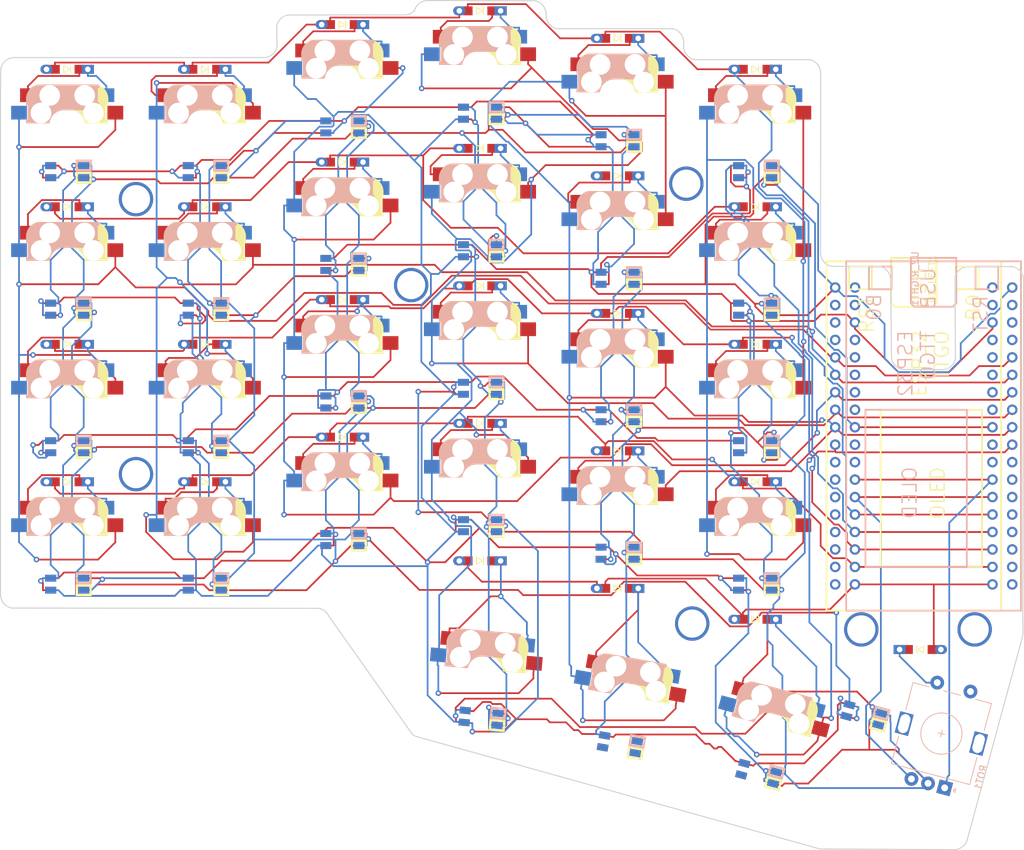
<source format=kicad_pcb>
(kicad_pcb (version 20171130) (host pcbnew 5.1.10)
  (layers (0 F.Cu signal) (31 B.Cu signal) (34 B.Paste user) (35 F.Paste user) (36 B.SilkS user) (37 F.SilkS user) (38 B.Mask user) (39 F.Mask user) (44 Edge.Cuts user))
  (net 0 "")
  (net 1 Column1)
  (net 2 Column2)
  (net 3 Column3)
  (net 4 "Net-(D11-Pad1)")
  (net 5 "Net-(D12-Pad1)")
  (net 6 "Net-(D15-Pad1)")
  (net 7 Column4)
  (net 8 "Net-(D16-Pad1)")
  (net 9 Column5)
  (net 10 "Net-(D21-Pad1)")
  (net 11 "Net-(D22-Pad1)")
  (net 12 "Net-(D23-Pad1)")
  (net 13 "Net-(D25-Pad1)")
  (net 14 "Net-(D26-Pad1)")
  (net 15 Row1)
  (net 16 Row4)
  (net 17 Row5)
  (net 18 Row2)
  (net 19 Row3)
  (net 20 Column6)
  (net 21 "Net-(D31-Pad1)")
  (net 22 "Net-(D32-Pad1)")
  (net 23 "Net-(D42-Pad1)")
  (net 24 "Net-(D13-Pad1)")
  (net 25 "Net-(D33-Pad1)")
  (net 26 "Net-(D14-Pad1)")
  (net 27 "Net-(D24-Pad1)")
  (net 28 "Net-(D34-Pad1)")
  (net 29 "Net-(D44-Pad1)")
  (net 30 "Net-(D35-Pad1)")
  (net 31 "Net-(D45-Pad1)")
  (net 32 "Net-(D36-Pad1)")
  (net 33 "Net-(D46-Pad1)")
  (net 34 "Net-(D25-Pad2)")
  (net 35 "Net-(D41-Pad1)")
  (net 36 "Net-(D43-Pad1)")
  (net 37 "Net-(D54-Pad1)")
  (net 38 "Net-(D55-Pad1)")
  (net 39 "Net-(D56-Pad1)")
  (net 40 "Net-(K16-Pad1)")
  (net 41 "Net-(U2_LEFT1-PadPIN32)")
  (net 42 "Net-(U2_LEFT1-PadPIN34)")
  (net 43 "Net-(U2_LEFT1-PadPIN35)")
  (net 44 "Net-(U2_LEFT1-PadPIN12)")
  (net 45 "Net-(U2_LEFT1-PadPIN3)")
  (net 46 "Net-(U2_LEFT1-PadPIN1)")
  (net 47 "Net-(U2_RIGHT1-PadPIN32)")
  (net 48 "Net-(U2_RIGHT1-PadPIN34)")
  (net 49 "Net-(U2_RIGHT1-PadPIN35)")
  (net 50 "Net-(U2_RIGHT1-PadPIN12)")
  (net 51 "Net-(U2_RIGHT1-PadPIN3)")
  (net 52 "Net-(U2_RIGHT1-PadPIN2)")
  (net 53 "Net-(U2_RIGHT1-PadPIN1)")
  (net 54 vcc)
  (net 55 B)
  (net 56 A)
  (net 57 din)
  (net 58 vdd)
  (net 59 "Net-(LED11-Pad1)")
  (net 60 "Net-(LED11-Pad3)")
  (net 61 "Net-(LED12-Pad1)")
  (net 62 "Net-(LED12-Pad3)")
  (net 63 "Net-(LED13-Pad3)")
  (net 64 "Net-(LED14-Pad1)")
  (net 65 "Net-(LED14-Pad3)")
  (net 66 "Net-(LED15-Pad3)")
  (net 67 "Net-(LED16-Pad1)")
  (net 68 "Net-(LED21-Pad3)")
  (net 69 "Net-(LED22-Pad1)")
  (net 70 "Net-(LED23-Pad3)")
  (net 71 "Net-(LED24-Pad1)")
  (net 72 "Net-(LED25-Pad3)")
  (net 73 "Net-(LED26-Pad1)")
  (net 74 "Net-(LED31-Pad3)")
  (net 75 "Net-(LED32-Pad1)")
  (net 76 "Net-(LED33-Pad1)")
  (net 77 "Net-(LED33-Pad3)")
  (net 78 "Net-(LED34-Pad1)")
  (net 79 "Net-(LED35-Pad3)")
  (net 80 "Net-(LED36-Pad1)")
  (net 81 "Net-(LED41-Pad3)")
  (net 82 "Net-(LED43-Pad3)")
  (net 83 "Net-(LED44-Pad1)")
  (net 84 "Net-(LED45-Pad3)")
  (net 85 "Net-(LED46-Pad1)")
  (net 86 "Net-(LED55-Pad3)")
  (net 87 "Net-(DROT1-Pad1)")
  (net 88 Col3)
  (net 89 "Net-(U2_LEFT1-PadPIN25)")
  (net 90 "Net-(U2_LEFT1-PadPIN26)")
  (net 91 "Net-(U2_LEFT1-PadPIN28)")
  (net 92 "Net-(U2_LEFT1-PadPIN29)")
  (net 93 "Net-(U2_LEFT1-PadPIN30)")
  (net 94 "Net-(U2_LEFT1-PadPIN31)")
  (net 95 "Net-(U2_LEFT1-PadPIN17)")
  (net 96 "Net-(U2_LEFT1-PadPIN16)")
  (net 97 "Net-(U2_LEFT1-PadPIN15)")
  (net 98 "Net-(U2_LEFT1-PadPIN14)")
  (net 99 "Net-(U2_LEFT1-PadPIN13)")
  (net 100 "Net-(U2_LEFT1-PadPIN11)")
  (net 101 "Net-(U2_LEFT1-PadPIN10)")
  (net 102 "Net-(U2_LEFT1-PadPIN2)")
  (net 103 "Net-(U2_RIGHT1-PadPIN25)")
  (net 104 "Net-(U2_RIGHT1-PadPIN26)")
  (net 105 "Net-(U2_RIGHT1-PadPIN28)")
  (net 106 "Net-(U2_RIGHT1-PadPIN29)")
  (net 107 "Net-(U2_RIGHT1-PadPIN30)")
  (net 108 "Net-(U2_RIGHT1-PadPIN31)")
  (net 109 "Net-(U2_RIGHT1-PadPIN17)")
  (net 110 "Net-(U2_RIGHT1-PadPIN16)")
  (net 111 "Net-(U2_RIGHT1-PadPIN15)")
  (net 112 "Net-(U2_RIGHT1-PadPIN14)")
  (net 113 "Net-(U2_RIGHT1-PadPIN13)")
  (net 114 "Net-(U2_RIGHT1-PadPIN11)")
  (net 115 "Net-(U2_RIGHT1-PadPIN10)")
  (net 116 "Net-(LED54-Pad1)")
  (module MountingHole:LEGO_HOLE (layer B.Cu) (at 181.497 112.067)
    (fp_text reference EC12 hide)
    (fp_text value column1)
    (pad "" thru_hole circle (at 0 0) (size 5 5) (drill 4.1) (layers *.Cu *.Mask))
  )
  (module MountingHole:LEGO_HOLE (layer B.Cu) (at 165.019 112.067)
    (fp_text reference EC11 hide)
    (fp_text value column1)
    (pad "" thru_hole circle (at 0 0) (size 5 5) (drill 4.1) (layers *.Cu *.Mask))
  )
  (module ttgo:ESP32_TTGO_V2 (layer B.Cu) (at 174.892 81.3917 270)
    (fp_text reference U2_RIGHT1 (at -20.32 2.065 90) (layer B.SilkS) (effects (justify mirror)))
    (fp_text value TTGO_ESP32_OLED_V2)
    (fp_text user USB (at -22.098051 0.135153 90) (layer B.SilkS) (effects (font (size 2.032 2.032) (thickness 0.2032)) (justify left mirror)))
    (fp_text user RST (at -18.034051 -7.484847 90) (layer B.SilkS) (effects (font (size 2.032 2.032) (thickness 0.2032)) (justify left mirror)))
    (fp_text user B0 (at -18.288051 8.009153 90) (layer B.SilkS) (effects (font (size 2.032 2.032) (thickness 0.2032)) (justify left mirror)))
    (fp_text user OLED (at 6.857949 2.837713 90) (layer B.SilkS) (effects (font (size 2.032 2.032) (thickness 0.2032)) (justify left mirror)))
    (fp_text user "ESP32\nTTGO" (at -12.954051 1.821713 90) (layer B.SilkS) (effects (font (size 2.032 2.032) (thickness 0.2032)) (justify left mirror)))
    (pad PIN18 thru_hole circle (at 24.129949 10.795025 270) (size 1.524 1.524) (drill 0.9144) (layers *.Cu *.Mask) (net 17 Row5))
    (pad PIN19 thru_hole circle (at 21.589949 10.795025 270) (size 1.524 1.524) (drill 0.9144) (layers *.Cu *.Mask) (net 16 Row4))
    (pad PIN20 thru_hole circle (at 19.049949 10.795025 270) (size 1.524 1.524) (drill 0.9144) (layers *.Cu *.Mask) (net 19 Row3))
    (pad PIN21 thru_hole circle (at 16.509949 10.795025 270) (size 1.524 1.524) (drill 0.9144) (layers *.Cu *.Mask) (net 18 Row2))
    (pad PIN22 thru_hole circle (at 13.969949 10.795025 270) (size 1.524 1.524) (drill 0.9144) (layers *.Cu *.Mask) (net 15 Row1))
    (pad PIN23 thru_hole circle (at 11.429949 10.795025 270) (size 1.524 1.524) (drill 0.9144) (layers *.Cu *.Mask) (net 55 B))
    (pad PIN24 thru_hole circle (at 8.889949 10.795025 270) (size 1.524 1.524) (drill 0.9144) (layers *.Cu *.Mask) (net 56 A))
    (pad PIN25 thru_hole circle (at 6.349949 10.795025 270) (size 1.524 1.524) (drill 0.9144) (layers *.Cu *.Mask) (net 103 "Net-(U2_RIGHT1-PadPIN25)"))
    (pad PIN26 thru_hole circle (at 3.809949 10.795025 270) (size 1.524 1.524) (drill 0.9144) (layers *.Cu *.Mask) (net 104 "Net-(U2_RIGHT1-PadPIN26)"))
    (pad PIN28 thru_hole circle (at -1.270051 10.795025 270) (size 1.524 1.524) (drill 0.9144) (layers *.Cu *.Mask) (net 105 "Net-(U2_RIGHT1-PadPIN28)"))
    (pad PIN29 thru_hole circle (at -3.810051 10.795025 270) (size 1.524 1.524) (drill 0.9144) (layers *.Cu *.Mask) (net 106 "Net-(U2_RIGHT1-PadPIN29)"))
    (pad PIN30 thru_hole circle (at -6.350051 10.795025 270) (size 1.524 1.524) (drill 0.9144) (layers *.Cu *.Mask) (net 107 "Net-(U2_RIGHT1-PadPIN30)"))
    (pad PIN31 thru_hole circle (at -8.890051 10.795025 270) (size 1.524 1.524) (drill 0.9144) (layers *.Cu *.Mask) (net 108 "Net-(U2_RIGHT1-PadPIN31)"))
    (pad PIN32 thru_hole circle (at -11.430051 10.795025 270) (size 1.524 1.524) (drill 0.9144) (layers *.Cu *.Mask) (net 47 "Net-(U2_RIGHT1-PadPIN32)"))
    (pad PIN33 thru_hole circle (at -13.970051 10.795025 270) (size 1.524 1.524) (drill 0.9144) (layers *.Cu *.Mask) (net 54 vcc))
    (pad PIN34 thru_hole circle (at -16.510051 10.795025 270) (size 1.524 1.524) (drill 0.9144) (layers *.Cu *.Mask) (net 48 "Net-(U2_RIGHT1-PadPIN34)"))
    (pad PIN35 thru_hole circle (at -19.050051 10.795025 270) (size 1.524 1.524) (drill 0.9144) (layers *.Cu *.Mask) (net 49 "Net-(U2_RIGHT1-PadPIN35)"))
    (pad PIN17 thru_hole circle (at 24.129949 -12.064975 270) (size 1.524 1.524) (drill 0.9144) (layers *.Cu *.Mask) (net 109 "Net-(U2_RIGHT1-PadPIN17)"))
    (pad PIN16 thru_hole circle (at 21.589949 -12.064975 270) (size 1.524 1.524) (drill 0.9144) (layers *.Cu *.Mask) (net 110 "Net-(U2_RIGHT1-PadPIN16)"))
    (pad PIN15 thru_hole circle (at 19.049949 -12.064975 270) (size 1.524 1.524) (drill 0.9144) (layers *.Cu *.Mask) (net 111 "Net-(U2_RIGHT1-PadPIN15)"))
    (pad PIN14 thru_hole circle (at 16.509949 -12.064975 270) (size 1.524 1.524) (drill 0.9144) (layers *.Cu *.Mask) (net 112 "Net-(U2_RIGHT1-PadPIN14)"))
    (pad PIN13 thru_hole circle (at 13.969949 -12.064975 270) (size 1.524 1.524) (drill 0.9144) (layers *.Cu *.Mask) (net 113 "Net-(U2_RIGHT1-PadPIN13)"))
    (pad PIN12 thru_hole circle (at 11.429949 -12.064975 270) (size 1.524 1.524) (drill 0.9144) (layers *.Cu *.Mask) (net 50 "Net-(U2_RIGHT1-PadPIN12)"))
    (pad PIN11 thru_hole circle (at 8.889949 -12.064975 270) (size 1.524 1.524) (drill 0.9144) (layers *.Cu *.Mask) (net 114 "Net-(U2_RIGHT1-PadPIN11)"))
    (pad PIN10 thru_hole circle (at 6.349949 -12.064975 270) (size 1.524 1.524) (drill 0.9144) (layers *.Cu *.Mask) (net 115 "Net-(U2_RIGHT1-PadPIN10)"))
    (pad PIN9 thru_hole circle (at 3.809949 -12.064975 270) (size 1.524 1.524) (drill 0.9144) (layers *.Cu *.Mask) (net 20 Column6))
    (pad PIN7 thru_hole circle (at -1.270051 -12.064975 270) (size 1.524 1.524) (drill 0.9144) (layers *.Cu *.Mask) (net 7 Column4))
    (pad PIN6 thru_hole circle (at -3.810051 -12.064975 270) (size 1.524 1.524) (drill 0.9144) (layers *.Cu *.Mask) (net 3 Column3))
    (pad PIN5 thru_hole circle (at -6.350051 -12.064975 270) (size 1.524 1.524) (drill 0.9144) (layers *.Cu *.Mask) (net 2 Column2))
    (pad PIN4 thru_hole circle (at -8.890051 -12.064975 270) (size 1.524 1.524) (drill 0.9144) (layers *.Cu *.Mask) (net 1 Column1))
    (pad PIN3 thru_hole circle (at -11.430051 -12.064975 270) (size 1.524 1.524) (drill 0.9144) (layers *.Cu *.Mask) (net 51 "Net-(U2_RIGHT1-PadPIN3)"))
    (pad PIN2 thru_hole circle (at -13.970051 -12.064975 270) (size 1.524 1.524) (drill 0.9144) (layers *.Cu *.Mask) (net 52 "Net-(U2_RIGHT1-PadPIN2)"))
    (pad PIN1 thru_hole circle (at -16.510051 -12.064975 270) (size 1.524 1.524) (drill 0.9144) (layers *.Cu *.Mask) (net 53 "Net-(U2_RIGHT1-PadPIN1)"))
    (pad PIN0 thru_hole circle (at -19.050051 -12.064975 270) (size 1.524 1.524) (drill 0.9144) (layers *.Cu *.Mask) (net 58 vdd))
    (pad PIN8 thru_hole circle (at 1.269949 -12.064975 270) (size 1.524 1.524) (drill 0.9144) (layers *.Cu *.Mask) (net 9 Column5))
    (pad PIN27 thru_hole circle (at 1.269949 10.795025 270) (size 1.524 1.524) (drill 0.9144) (layers *.Cu *.Mask) (net 57 din))
  )
  (module kbd:SK6812MINI_rev (layer B.Cu) (at 165.39 124.49 345)
    (fp_text reference LED_ROT1 hide)
    (fp_text value SK6812MINI hide)
    (pad 2 smd rect (at -2.4 -0.875 345) (size 1.6 1) (layers F.Cu F.Paste F.Mask) (net 54 vcc))
    (pad 1 smd rect (at -2.4 0.875 345) (size 1.6 1) (layers F.Cu F.Paste F.Mask) (net 82 "Net-(LED43-Pad3)"))
    (pad 4 smd rect (at 2.4 0.875 345) (size 1.6 1) (layers F.Cu F.Paste F.Mask) (net 58 vdd))
    (pad 3 smd rect (at 2.4 -0.875 345) (size 1.6 1) (layers F.Cu F.Paste F.Mask) (net 116 "Net-(LED54-Pad1)"))
    (pad 2 smd rect (at -2.4 0.875 345) (size 1.6 1) (layers B.Cu B.Paste B.Mask) (net 54 vcc))
    (pad 1 smd rect (at -2.4 -0.875 345) (size 1.6 1) (layers B.Cu B.Paste B.Mask) (net 82 "Net-(LED43-Pad3)"))
    (pad 3 smd rect (at 2.4 0.875 345) (size 1.6 1) (layers B.Cu B.Paste B.Mask) (net 116 "Net-(LED54-Pad1)"))
    (pad 4 smd rect (at 2.4 -0.875 345) (size 1.6 1) (layers B.Cu B.Paste B.Mask) (net 58 vdd))
  )
  (module kbd:D3_TH_SMD_v2 (layer F.Cu) (at 173.59 114.99)
    (fp_text reference DROT1 hide)
    (fp_text value DIODE-MyKiCadLibs-Lib hide)
    (pad 2 smd rect (at 1.775 0 180) (size 1.4 1.3) (layers F.Cu F.Paste F.Mask) (net 17 Row5))
    (pad 1 smd rect (at -1.775 0 180) (size 1.4 1.3) (layers F.Cu F.Paste F.Mask) (net 87 "Net-(DROT1-Pad1)"))
    (pad 2 thru_hole oval (at 3 0) (size 1.778 1.3) (drill 0.8128) (layers *.Cu B.Mask) (net 17 Row5))
    (pad 1 thru_hole rect (at -3 0) (size 1.778 1.3) (drill 0.8128) (layers *.Cu B.Mask) (net 87 "Net-(DROT1-Pad1)"))
  )
  (module kbd:CherryMX_MidHeight_Hotswap (layer F.Cu) (at 89.59 92.99)
    (fp_text reference K43 hide)
    (fp_text value KEYSW-redox_rev1-rescue-fifth-rescue hide)
    (pad "" np_thru_hole circle (at 4.5 0) (size 1.7 1.7) (drill 1.7) (layers *.Cu *.Mask))
    (pad "" np_thru_hole circle (at -4.5 0) (size 1.7 1.7) (drill 1.7) (layers *.Cu *.Mask))
    (pad 2 smd rect (at 5.7 -5.12 180) (size 2.3 2) (layers B.Cu B.Paste B.Mask) (net 36 "Net-(D43-Pad1)"))
    (pad "" np_thru_hole circle (at -5.08 0) (size 1.9 1.9) (drill 1.9) (layers *.Cu *.Mask))
    (pad "" np_thru_hole circle (at 5.08 0) (size 1.9 1.9) (drill 1.9) (layers *.Cu *.Mask))
    (pad "" np_thru_hole circle (at 0 0 90) (size 4.1 4.1) (drill 4.1) (layers *.Cu *.Mask))
    (pad "" np_thru_hole circle (at 2.54 -5.08 180) (size 3 3) (drill 3) (layers *.Cu *.Mask))
    (pad "" np_thru_hole circle (at 3.81 -2.540001 180) (size 3 3) (drill 3) (layers *.Cu *.Mask))
    (pad "" np_thru_hole circle (at -2.54 -5.08 180) (size 3 3) (drill 3) (layers *.Cu *.Mask))
    (pad "" np_thru_hole circle (at -3.81 -2.54 180) (size 3 3) (drill 3) (layers *.Cu *.Mask))
    (pad 2 smd rect (at -5.7 -5.12 180) (size 2.3 2) (layers F.Cu F.Paste F.Mask) (net 36 "Net-(D43-Pad1)"))
    (pad 1 smd rect (at 7 -2.58 180) (size 2.3 2) (layers F.Cu F.Paste F.Mask) (net 3 Column3))
    (pad 1 smd rect (at -7 -2.58 180) (size 2.3 2) (layers B.Cu B.Paste B.Mask) (net 3 Column3))
  )
  (module kbd:SK6812MINI_rev (layer F.Cu) (at 150.108 133.013 345)
    (fp_text reference LED56 hide)
    (fp_text value SK6812MINI hide)
    (pad 2 smd rect (at -2.4 0.875 345) (size 1.6 1) (layers B.Cu B.Paste B.Mask) (net 54 vcc))
    (pad 1 smd rect (at -2.4 -0.875 345) (size 1.6 1) (layers B.Cu B.Paste B.Mask) (net 86 "Net-(LED55-Pad3)"))
    (pad 4 smd rect (at 2.4 -0.875 345) (size 1.6 1) (layers B.Cu B.Paste B.Mask) (net 58 vdd))
    (pad 3 smd rect (at 2.4 0.875 345) (size 1.6 1) (layers B.Cu B.Paste B.Mask) (net 85 "Net-(LED46-Pad1)"))
    (pad 2 smd rect (at -2.4 -0.875 345) (size 1.6 1) (layers F.Cu F.Paste F.Mask) (net 54 vcc))
    (pad 1 smd rect (at -2.4 0.875 345) (size 1.6 1) (layers F.Cu F.Paste F.Mask) (net 86 "Net-(LED55-Pad3)"))
    (pad 3 smd rect (at 2.4 -0.875 345) (size 1.6 1) (layers F.Cu F.Paste F.Mask) (net 85 "Net-(LED46-Pad1)"))
    (pad 4 smd rect (at 2.4 0.875 345) (size 1.6 1) (layers F.Cu F.Paste F.Mask) (net 58 vdd))
  )
  (module kbd:SK6812MINI_rev (layer F.Cu) (at 129.937 128.777 350)
    (fp_text reference LED55 hide)
    (fp_text value SK6812MINI hide)
    (pad 2 smd rect (at -2.4 0.875 350) (size 1.6 1) (layers B.Cu B.Paste B.Mask) (net 54 vcc))
    (pad 1 smd rect (at -2.4 -0.875 350) (size 1.6 1) (layers B.Cu B.Paste B.Mask) (net 84 "Net-(LED45-Pad3)"))
    (pad 4 smd rect (at 2.4 -0.875 350) (size 1.6 1) (layers B.Cu B.Paste B.Mask) (net 58 vdd))
    (pad 3 smd rect (at 2.4 0.875 350) (size 1.6 1) (layers B.Cu B.Paste B.Mask) (net 86 "Net-(LED55-Pad3)"))
    (pad 2 smd rect (at -2.4 -0.875 350) (size 1.6 1) (layers F.Cu F.Paste F.Mask) (net 54 vcc))
    (pad 1 smd rect (at -2.4 0.875 350) (size 1.6 1) (layers F.Cu F.Paste F.Mask) (net 84 "Net-(LED45-Pad3)"))
    (pad 3 smd rect (at 2.4 -0.875 350) (size 1.6 1) (layers F.Cu F.Paste F.Mask) (net 86 "Net-(LED55-Pad3)"))
    (pad 4 smd rect (at 2.4 0.875 350) (size 1.6 1) (layers F.Cu F.Paste F.Mask) (net 58 vdd))
  )
  (module kbd:SK6812MINI_rev (layer F.Cu) (at 109.764 124.937 355)
    (fp_text reference LED54 hide)
    (fp_text value SK6812MINI hide)
    (pad 2 smd rect (at -2.4 0.875 355) (size 1.6 1) (layers B.Cu B.Paste B.Mask) (net 54 vcc))
    (pad 1 smd rect (at -2.4 -0.875 355) (size 1.6 1) (layers B.Cu B.Paste B.Mask) (net 116 "Net-(LED54-Pad1)"))
    (pad 4 smd rect (at 2.4 -0.875 355) (size 1.6 1) (layers B.Cu B.Paste B.Mask) (net 58 vdd))
    (pad 3 smd rect (at 2.4 0.875 355) (size 1.6 1) (layers B.Cu B.Paste B.Mask) (net 83 "Net-(LED44-Pad1)"))
    (pad 2 smd rect (at -2.4 -0.875 355) (size 1.6 1) (layers F.Cu F.Paste F.Mask) (net 54 vcc))
    (pad 1 smd rect (at -2.4 0.875 355) (size 1.6 1) (layers F.Cu F.Paste F.Mask) (net 116 "Net-(LED54-Pad1)"))
    (pad 3 smd rect (at 2.4 -0.875 355) (size 1.6 1) (layers F.Cu F.Paste F.Mask) (net 83 "Net-(LED44-Pad1)"))
    (pad 4 smd rect (at 2.4 0.875 355) (size 1.6 1) (layers F.Cu F.Paste F.Mask) (net 58 vdd))
  )
  (module kbd:SK6812MINI_rev (layer F.Cu) (at 149.59 105.49)
    (fp_text reference LED46 hide)
    (fp_text value SK6812MINI hide)
    (pad 2 smd rect (at -2.4 0.875) (size 1.6 1) (layers B.Cu B.Paste B.Mask) (net 54 vcc))
    (pad 1 smd rect (at -2.4 -0.875) (size 1.6 1) (layers B.Cu B.Paste B.Mask) (net 85 "Net-(LED46-Pad1)"))
    (pad 4 smd rect (at 2.4 -0.875) (size 1.6 1) (layers B.Cu B.Paste B.Mask) (net 58 vdd))
    (pad 3 smd rect (at 2.4 0.875) (size 1.6 1) (layers B.Cu B.Paste B.Mask) (net 80 "Net-(LED36-Pad1)"))
    (pad 2 smd rect (at -2.4 -0.875) (size 1.6 1) (layers F.Cu F.Paste F.Mask) (net 54 vcc))
    (pad 1 smd rect (at -2.4 0.875) (size 1.6 1) (layers F.Cu F.Paste F.Mask) (net 85 "Net-(LED46-Pad1)"))
    (pad 3 smd rect (at 2.4 -0.875) (size 1.6 1) (layers F.Cu F.Paste F.Mask) (net 80 "Net-(LED36-Pad1)"))
    (pad 4 smd rect (at 2.4 0.875) (size 1.6 1) (layers F.Cu F.Paste F.Mask) (net 58 vdd))
  )
  (module kbd:SK6812MINI_rev (layer F.Cu) (at 129.59 100.99)
    (fp_text reference LED45 hide)
    (fp_text value SK6812MINI hide)
    (pad 2 smd rect (at -2.4 0.875) (size 1.6 1) (layers B.Cu B.Paste B.Mask) (net 54 vcc))
    (pad 1 smd rect (at -2.4 -0.875) (size 1.6 1) (layers B.Cu B.Paste B.Mask) (net 79 "Net-(LED35-Pad3)"))
    (pad 4 smd rect (at 2.4 -0.875) (size 1.6 1) (layers B.Cu B.Paste B.Mask) (net 58 vdd))
    (pad 3 smd rect (at 2.4 0.875) (size 1.6 1) (layers B.Cu B.Paste B.Mask) (net 84 "Net-(LED45-Pad3)"))
    (pad 2 smd rect (at -2.4 -0.875) (size 1.6 1) (layers F.Cu F.Paste F.Mask) (net 54 vcc))
    (pad 1 smd rect (at -2.4 0.875) (size 1.6 1) (layers F.Cu F.Paste F.Mask) (net 79 "Net-(LED35-Pad3)"))
    (pad 3 smd rect (at 2.4 -0.875) (size 1.6 1) (layers F.Cu F.Paste F.Mask) (net 84 "Net-(LED45-Pad3)"))
    (pad 4 smd rect (at 2.4 0.875) (size 1.6 1) (layers F.Cu F.Paste F.Mask) (net 58 vdd))
  )
  (module kbd:SK6812MINI_rev (layer F.Cu) (at 109.59 96.99)
    (fp_text reference LED44 hide)
    (fp_text value SK6812MINI hide)
    (pad 2 smd rect (at -2.4 0.875) (size 1.6 1) (layers B.Cu B.Paste B.Mask) (net 54 vcc))
    (pad 1 smd rect (at -2.4 -0.875) (size 1.6 1) (layers B.Cu B.Paste B.Mask) (net 83 "Net-(LED44-Pad1)"))
    (pad 4 smd rect (at 2.4 -0.875) (size 1.6 1) (layers B.Cu B.Paste B.Mask) (net 58 vdd))
    (pad 3 smd rect (at 2.4 0.875) (size 1.6 1) (layers B.Cu B.Paste B.Mask) (net 78 "Net-(LED34-Pad1)"))
    (pad 2 smd rect (at -2.4 -0.875) (size 1.6 1) (layers F.Cu F.Paste F.Mask) (net 54 vcc))
    (pad 1 smd rect (at -2.4 0.875) (size 1.6 1) (layers F.Cu F.Paste F.Mask) (net 83 "Net-(LED44-Pad1)"))
    (pad 3 smd rect (at 2.4 -0.875) (size 1.6 1) (layers F.Cu F.Paste F.Mask) (net 78 "Net-(LED34-Pad1)"))
    (pad 4 smd rect (at 2.4 0.875) (size 1.6 1) (layers F.Cu F.Paste F.Mask) (net 58 vdd))
  )
  (module kbd:SK6812MINI_rev (layer F.Cu) (at 89.59 98.99)
    (fp_text reference LED43 hide)
    (fp_text value SK6812MINI hide)
    (pad 2 smd rect (at -2.4 0.875) (size 1.6 1) (layers B.Cu B.Paste B.Mask) (net 54 vcc))
    (pad 1 smd rect (at -2.4 -0.875) (size 1.6 1) (layers B.Cu B.Paste B.Mask) (net 77 "Net-(LED33-Pad3)"))
    (pad 4 smd rect (at 2.4 -0.875) (size 1.6 1) (layers B.Cu B.Paste B.Mask) (net 58 vdd))
    (pad 3 smd rect (at 2.4 0.875) (size 1.6 1) (layers B.Cu B.Paste B.Mask) (net 82 "Net-(LED43-Pad3)"))
    (pad 2 smd rect (at -2.4 -0.875) (size 1.6 1) (layers F.Cu F.Paste F.Mask) (net 54 vcc))
    (pad 1 smd rect (at -2.4 0.875) (size 1.6 1) (layers F.Cu F.Paste F.Mask) (net 77 "Net-(LED33-Pad3)"))
    (pad 3 smd rect (at 2.4 -0.875) (size 1.6 1) (layers F.Cu F.Paste F.Mask) (net 82 "Net-(LED43-Pad3)"))
    (pad 4 smd rect (at 2.4 0.875) (size 1.6 1) (layers F.Cu F.Paste F.Mask) (net 58 vdd))
  )
  (module kbd:SK6812MINI_rev (layer F.Cu) (at 69.59 105.49)
    (fp_text reference LED42 hide)
    (fp_text value SK6812MINI hide)
    (pad 2 smd rect (at -2.4 0.875) (size 1.6 1) (layers B.Cu B.Paste B.Mask) (net 54 vcc))
    (pad 1 smd rect (at -2.4 -0.875) (size 1.6 1) (layers B.Cu B.Paste B.Mask) (net 81 "Net-(LED41-Pad3)"))
    (pad 4 smd rect (at 2.4 -0.875) (size 1.6 1) (layers B.Cu B.Paste B.Mask) (net 58 vdd))
    (pad 3 smd rect (at 2.4 0.875) (size 1.6 1) (layers B.Cu B.Paste B.Mask) (net 75 "Net-(LED32-Pad1)"))
    (pad 2 smd rect (at -2.4 -0.875) (size 1.6 1) (layers F.Cu F.Paste F.Mask) (net 54 vcc))
    (pad 1 smd rect (at -2.4 0.875) (size 1.6 1) (layers F.Cu F.Paste F.Mask) (net 81 "Net-(LED41-Pad3)"))
    (pad 3 smd rect (at 2.4 -0.875) (size 1.6 1) (layers F.Cu F.Paste F.Mask) (net 75 "Net-(LED32-Pad1)"))
    (pad 4 smd rect (at 2.4 0.875) (size 1.6 1) (layers F.Cu F.Paste F.Mask) (net 58 vdd))
  )
  (module kbd:SK6812MINI_rev (layer F.Cu) (at 49.59 105.49)
    (fp_text reference LED41 hide)
    (fp_text value SK6812MINI hide)
    (pad 2 smd rect (at -2.4 0.875) (size 1.6 1) (layers B.Cu B.Paste B.Mask) (net 54 vcc))
    (pad 1 smd rect (at -2.4 -0.875) (size 1.6 1) (layers B.Cu B.Paste B.Mask) (net 74 "Net-(LED31-Pad3)"))
    (pad 4 smd rect (at 2.4 -0.875) (size 1.6 1) (layers B.Cu B.Paste B.Mask) (net 58 vdd))
    (pad 3 smd rect (at 2.4 0.875) (size 1.6 1) (layers B.Cu B.Paste B.Mask) (net 81 "Net-(LED41-Pad3)"))
    (pad 2 smd rect (at -2.4 -0.875) (size 1.6 1) (layers F.Cu F.Paste F.Mask) (net 54 vcc))
    (pad 1 smd rect (at -2.4 0.875) (size 1.6 1) (layers F.Cu F.Paste F.Mask) (net 74 "Net-(LED31-Pad3)"))
    (pad 3 smd rect (at 2.4 -0.875) (size 1.6 1) (layers F.Cu F.Paste F.Mask) (net 81 "Net-(LED41-Pad3)"))
    (pad 4 smd rect (at 2.4 0.875) (size 1.6 1) (layers F.Cu F.Paste F.Mask) (net 58 vdd))
  )
  (module kbd:SK6812MINI_rev (layer F.Cu) (at 149.59 85.49)
    (fp_text reference LED36 hide)
    (fp_text value SK6812MINI hide)
    (pad 2 smd rect (at -2.4 0.875) (size 1.6 1) (layers B.Cu B.Paste B.Mask) (net 54 vcc))
    (pad 1 smd rect (at -2.4 -0.875) (size 1.6 1) (layers B.Cu B.Paste B.Mask) (net 80 "Net-(LED36-Pad1)"))
    (pad 4 smd rect (at 2.4 -0.875) (size 1.6 1) (layers B.Cu B.Paste B.Mask) (net 58 vdd))
    (pad 3 smd rect (at 2.4 0.875) (size 1.6 1) (layers B.Cu B.Paste B.Mask) (net 73 "Net-(LED26-Pad1)"))
    (pad 2 smd rect (at -2.4 -0.875) (size 1.6 1) (layers F.Cu F.Paste F.Mask) (net 54 vcc))
    (pad 1 smd rect (at -2.4 0.875) (size 1.6 1) (layers F.Cu F.Paste F.Mask) (net 80 "Net-(LED36-Pad1)"))
    (pad 3 smd rect (at 2.4 -0.875) (size 1.6 1) (layers F.Cu F.Paste F.Mask) (net 73 "Net-(LED26-Pad1)"))
    (pad 4 smd rect (at 2.4 0.875) (size 1.6 1) (layers F.Cu F.Paste F.Mask) (net 58 vdd))
  )
  (module kbd:SK6812MINI_rev (layer F.Cu) (at 129.59 80.99)
    (fp_text reference LED35 hide)
    (fp_text value SK6812MINI hide)
    (pad 2 smd rect (at -2.4 0.875) (size 1.6 1) (layers B.Cu B.Paste B.Mask) (net 54 vcc))
    (pad 1 smd rect (at -2.4 -0.875) (size 1.6 1) (layers B.Cu B.Paste B.Mask) (net 72 "Net-(LED25-Pad3)"))
    (pad 4 smd rect (at 2.4 -0.875) (size 1.6 1) (layers B.Cu B.Paste B.Mask) (net 58 vdd))
    (pad 3 smd rect (at 2.4 0.875) (size 1.6 1) (layers B.Cu B.Paste B.Mask) (net 79 "Net-(LED35-Pad3)"))
    (pad 2 smd rect (at -2.4 -0.875) (size 1.6 1) (layers F.Cu F.Paste F.Mask) (net 54 vcc))
    (pad 1 smd rect (at -2.4 0.875) (size 1.6 1) (layers F.Cu F.Paste F.Mask) (net 72 "Net-(LED25-Pad3)"))
    (pad 3 smd rect (at 2.4 -0.875) (size 1.6 1) (layers F.Cu F.Paste F.Mask) (net 79 "Net-(LED35-Pad3)"))
    (pad 4 smd rect (at 2.4 0.875) (size 1.6 1) (layers F.Cu F.Paste F.Mask) (net 58 vdd))
  )
  (module kbd:SK6812MINI_rev (layer F.Cu) (at 109.59 76.99)
    (fp_text reference LED34 hide)
    (fp_text value SK6812MINI hide)
    (pad 2 smd rect (at -2.4 0.875) (size 1.6 1) (layers B.Cu B.Paste B.Mask) (net 54 vcc))
    (pad 1 smd rect (at -2.4 -0.875) (size 1.6 1) (layers B.Cu B.Paste B.Mask) (net 78 "Net-(LED34-Pad1)"))
    (pad 4 smd rect (at 2.4 -0.875) (size 1.6 1) (layers B.Cu B.Paste B.Mask) (net 58 vdd))
    (pad 3 smd rect (at 2.4 0.875) (size 1.6 1) (layers B.Cu B.Paste B.Mask) (net 71 "Net-(LED24-Pad1)"))
    (pad 2 smd rect (at -2.4 -0.875) (size 1.6 1) (layers F.Cu F.Paste F.Mask) (net 54 vcc))
    (pad 1 smd rect (at -2.4 0.875) (size 1.6 1) (layers F.Cu F.Paste F.Mask) (net 78 "Net-(LED34-Pad1)"))
    (pad 3 smd rect (at 2.4 -0.875) (size 1.6 1) (layers F.Cu F.Paste F.Mask) (net 71 "Net-(LED24-Pad1)"))
    (pad 4 smd rect (at 2.4 0.875) (size 1.6 1) (layers F.Cu F.Paste F.Mask) (net 58 vdd))
  )
  (module kbd:SK6812MINI_rev (layer F.Cu) (at 89.59 78.99)
    (fp_text reference LED33 hide)
    (fp_text value SK6812MINI hide)
    (pad 2 smd rect (at -2.4 0.875) (size 1.6 1) (layers B.Cu B.Paste B.Mask) (net 54 vcc))
    (pad 1 smd rect (at -2.4 -0.875) (size 1.6 1) (layers B.Cu B.Paste B.Mask) (net 76 "Net-(LED33-Pad1)"))
    (pad 4 smd rect (at 2.4 -0.875) (size 1.6 1) (layers B.Cu B.Paste B.Mask) (net 58 vdd))
    (pad 3 smd rect (at 2.4 0.875) (size 1.6 1) (layers B.Cu B.Paste B.Mask) (net 77 "Net-(LED33-Pad3)"))
    (pad 2 smd rect (at -2.4 -0.875) (size 1.6 1) (layers F.Cu F.Paste F.Mask) (net 54 vcc))
    (pad 1 smd rect (at -2.4 0.875) (size 1.6 1) (layers F.Cu F.Paste F.Mask) (net 76 "Net-(LED33-Pad1)"))
    (pad 3 smd rect (at 2.4 -0.875) (size 1.6 1) (layers F.Cu F.Paste F.Mask) (net 77 "Net-(LED33-Pad3)"))
    (pad 4 smd rect (at 2.4 0.875) (size 1.6 1) (layers F.Cu F.Paste F.Mask) (net 58 vdd))
  )
  (module kbd:SK6812MINI_rev (layer F.Cu) (at 69.59 85.49)
    (fp_text reference LED32 hide)
    (fp_text value SK6812MINI hide)
    (pad 2 smd rect (at -2.4 0.875) (size 1.6 1) (layers B.Cu B.Paste B.Mask) (net 54 vcc))
    (pad 1 smd rect (at -2.4 -0.875) (size 1.6 1) (layers B.Cu B.Paste B.Mask) (net 75 "Net-(LED32-Pad1)"))
    (pad 4 smd rect (at 2.4 -0.875) (size 1.6 1) (layers B.Cu B.Paste B.Mask) (net 58 vdd))
    (pad 3 smd rect (at 2.4 0.875) (size 1.6 1) (layers B.Cu B.Paste B.Mask) (net 69 "Net-(LED22-Pad1)"))
    (pad 2 smd rect (at -2.4 -0.875) (size 1.6 1) (layers F.Cu F.Paste F.Mask) (net 54 vcc))
    (pad 1 smd rect (at -2.4 0.875) (size 1.6 1) (layers F.Cu F.Paste F.Mask) (net 75 "Net-(LED32-Pad1)"))
    (pad 3 smd rect (at 2.4 -0.875) (size 1.6 1) (layers F.Cu F.Paste F.Mask) (net 69 "Net-(LED22-Pad1)"))
    (pad 4 smd rect (at 2.4 0.875) (size 1.6 1) (layers F.Cu F.Paste F.Mask) (net 58 vdd))
  )
  (module kbd:SK6812MINI_rev (layer F.Cu) (at 49.59 85.49)
    (fp_text reference LED31 hide)
    (fp_text value SK6812MINI hide)
    (pad 2 smd rect (at -2.4 0.875) (size 1.6 1) (layers B.Cu B.Paste B.Mask) (net 54 vcc))
    (pad 1 smd rect (at -2.4 -0.875) (size 1.6 1) (layers B.Cu B.Paste B.Mask) (net 68 "Net-(LED21-Pad3)"))
    (pad 4 smd rect (at 2.4 -0.875) (size 1.6 1) (layers B.Cu B.Paste B.Mask) (net 58 vdd))
    (pad 3 smd rect (at 2.4 0.875) (size 1.6 1) (layers B.Cu B.Paste B.Mask) (net 74 "Net-(LED31-Pad3)"))
    (pad 2 smd rect (at -2.4 -0.875) (size 1.6 1) (layers F.Cu F.Paste F.Mask) (net 54 vcc))
    (pad 1 smd rect (at -2.4 0.875) (size 1.6 1) (layers F.Cu F.Paste F.Mask) (net 68 "Net-(LED21-Pad3)"))
    (pad 3 smd rect (at 2.4 -0.875) (size 1.6 1) (layers F.Cu F.Paste F.Mask) (net 74 "Net-(LED31-Pad3)"))
    (pad 4 smd rect (at 2.4 0.875) (size 1.6 1) (layers F.Cu F.Paste F.Mask) (net 58 vdd))
  )
  (module kbd:SK6812MINI_rev (layer F.Cu) (at 149.59 65.49)
    (fp_text reference LED26 hide)
    (fp_text value SK6812MINI hide)
    (pad 2 smd rect (at -2.4 0.875) (size 1.6 1) (layers B.Cu B.Paste B.Mask) (net 54 vcc))
    (pad 1 smd rect (at -2.4 -0.875) (size 1.6 1) (layers B.Cu B.Paste B.Mask) (net 73 "Net-(LED26-Pad1)"))
    (pad 4 smd rect (at 2.4 -0.875) (size 1.6 1) (layers B.Cu B.Paste B.Mask) (net 58 vdd))
    (pad 3 smd rect (at 2.4 0.875) (size 1.6 1) (layers B.Cu B.Paste B.Mask) (net 67 "Net-(LED16-Pad1)"))
    (pad 2 smd rect (at -2.4 -0.875) (size 1.6 1) (layers F.Cu F.Paste F.Mask) (net 54 vcc))
    (pad 1 smd rect (at -2.4 0.875) (size 1.6 1) (layers F.Cu F.Paste F.Mask) (net 73 "Net-(LED26-Pad1)"))
    (pad 3 smd rect (at 2.4 -0.875) (size 1.6 1) (layers F.Cu F.Paste F.Mask) (net 67 "Net-(LED16-Pad1)"))
    (pad 4 smd rect (at 2.4 0.875) (size 1.6 1) (layers F.Cu F.Paste F.Mask) (net 58 vdd))
  )
  (module kbd:SK6812MINI_rev (layer F.Cu) (at 129.59 60.99)
    (fp_text reference LED25 hide)
    (fp_text value SK6812MINI hide)
    (pad 2 smd rect (at -2.4 0.875) (size 1.6 1) (layers B.Cu B.Paste B.Mask) (net 54 vcc))
    (pad 1 smd rect (at -2.4 -0.875) (size 1.6 1) (layers B.Cu B.Paste B.Mask) (net 66 "Net-(LED15-Pad3)"))
    (pad 4 smd rect (at 2.4 -0.875) (size 1.6 1) (layers B.Cu B.Paste B.Mask) (net 58 vdd))
    (pad 3 smd rect (at 2.4 0.875) (size 1.6 1) (layers B.Cu B.Paste B.Mask) (net 72 "Net-(LED25-Pad3)"))
    (pad 2 smd rect (at -2.4 -0.875) (size 1.6 1) (layers F.Cu F.Paste F.Mask) (net 54 vcc))
    (pad 1 smd rect (at -2.4 0.875) (size 1.6 1) (layers F.Cu F.Paste F.Mask) (net 66 "Net-(LED15-Pad3)"))
    (pad 3 smd rect (at 2.4 -0.875) (size 1.6 1) (layers F.Cu F.Paste F.Mask) (net 72 "Net-(LED25-Pad3)"))
    (pad 4 smd rect (at 2.4 0.875) (size 1.6 1) (layers F.Cu F.Paste F.Mask) (net 58 vdd))
  )
  (module kbd:SK6812MINI_rev (layer F.Cu) (at 109.59 56.99)
    (fp_text reference LED24 hide)
    (fp_text value SK6812MINI hide)
    (pad 2 smd rect (at -2.4 0.875) (size 1.6 1) (layers B.Cu B.Paste B.Mask) (net 54 vcc))
    (pad 1 smd rect (at -2.4 -0.875) (size 1.6 1) (layers B.Cu B.Paste B.Mask) (net 71 "Net-(LED24-Pad1)"))
    (pad 4 smd rect (at 2.4 -0.875) (size 1.6 1) (layers B.Cu B.Paste B.Mask) (net 58 vdd))
    (pad 3 smd rect (at 2.4 0.875) (size 1.6 1) (layers B.Cu B.Paste B.Mask) (net 64 "Net-(LED14-Pad1)"))
    (pad 2 smd rect (at -2.4 -0.875) (size 1.6 1) (layers F.Cu F.Paste F.Mask) (net 54 vcc))
    (pad 1 smd rect (at -2.4 0.875) (size 1.6 1) (layers F.Cu F.Paste F.Mask) (net 71 "Net-(LED24-Pad1)"))
    (pad 3 smd rect (at 2.4 -0.875) (size 1.6 1) (layers F.Cu F.Paste F.Mask) (net 64 "Net-(LED14-Pad1)"))
    (pad 4 smd rect (at 2.4 0.875) (size 1.6 1) (layers F.Cu F.Paste F.Mask) (net 58 vdd))
  )
  (module kbd:SK6812MINI_rev (layer F.Cu) (at 89.59 58.99)
    (fp_text reference LED23 hide)
    (fp_text value SK6812MIN hide)
    (pad 2 smd rect (at -2.4 0.875) (size 1.6 1) (layers B.Cu B.Paste B.Mask) (net 54 vcc))
    (pad 1 smd rect (at -2.4 -0.875) (size 1.6 1) (layers B.Cu B.Paste B.Mask) (net 63 "Net-(LED13-Pad3)"))
    (pad 4 smd rect (at 2.4 -0.875) (size 1.6 1) (layers B.Cu B.Paste B.Mask) (net 58 vdd))
    (pad 3 smd rect (at 2.4 0.875) (size 1.6 1) (layers B.Cu B.Paste B.Mask) (net 70 "Net-(LED23-Pad3)"))
    (pad 2 smd rect (at -2.4 -0.875) (size 1.6 1) (layers F.Cu F.Paste F.Mask) (net 54 vcc))
    (pad 1 smd rect (at -2.4 0.875) (size 1.6 1) (layers F.Cu F.Paste F.Mask) (net 63 "Net-(LED13-Pad3)"))
    (pad 3 smd rect (at 2.4 -0.875) (size 1.6 1) (layers F.Cu F.Paste F.Mask) (net 70 "Net-(LED23-Pad3)"))
    (pad 4 smd rect (at 2.4 0.875) (size 1.6 1) (layers F.Cu F.Paste F.Mask) (net 58 vdd))
  )
  (module kbd:SK6812MINI_rev (layer F.Cu) (at 69.59 65.49)
    (fp_text reference LED22 hide)
    (fp_text value SK6812MINI hide)
    (pad 2 smd rect (at -2.4 0.875) (size 1.6 1) (layers B.Cu B.Paste B.Mask) (net 54 vcc))
    (pad 1 smd rect (at -2.4 -0.875) (size 1.6 1) (layers B.Cu B.Paste B.Mask) (net 69 "Net-(LED22-Pad1)"))
    (pad 4 smd rect (at 2.4 -0.875) (size 1.6 1) (layers B.Cu B.Paste B.Mask) (net 58 vdd))
    (pad 3 smd rect (at 2.4 0.875) (size 1.6 1) (layers B.Cu B.Paste B.Mask) (net 61 "Net-(LED12-Pad1)"))
    (pad 2 smd rect (at -2.4 -0.875) (size 1.6 1) (layers F.Cu F.Paste F.Mask) (net 54 vcc))
    (pad 1 smd rect (at -2.4 0.875) (size 1.6 1) (layers F.Cu F.Paste F.Mask) (net 69 "Net-(LED22-Pad1)"))
    (pad 3 smd rect (at 2.4 -0.875) (size 1.6 1) (layers F.Cu F.Paste F.Mask) (net 61 "Net-(LED12-Pad1)"))
    (pad 4 smd rect (at 2.4 0.875) (size 1.6 1) (layers F.Cu F.Paste F.Mask) (net 58 vdd))
  )
  (module kbd:SK6812MINI_rev (layer F.Cu) (at 49.59 65.49)
    (fp_text reference LED21 hide)
    (fp_text value SK6812MINI hide)
    (pad 2 smd rect (at -2.4 0.875) (size 1.6 1) (layers B.Cu B.Paste B.Mask) (net 54 vcc))
    (pad 1 smd rect (at -2.4 -0.875) (size 1.6 1) (layers B.Cu B.Paste B.Mask) (net 60 "Net-(LED11-Pad3)"))
    (pad 4 smd rect (at 2.4 -0.875) (size 1.6 1) (layers B.Cu B.Paste B.Mask) (net 58 vdd))
    (pad 3 smd rect (at 2.4 0.875) (size 1.6 1) (layers B.Cu B.Paste B.Mask) (net 68 "Net-(LED21-Pad3)"))
    (pad 2 smd rect (at -2.4 -0.875) (size 1.6 1) (layers F.Cu F.Paste F.Mask) (net 54 vcc))
    (pad 1 smd rect (at -2.4 0.875) (size 1.6 1) (layers F.Cu F.Paste F.Mask) (net 60 "Net-(LED11-Pad3)"))
    (pad 3 smd rect (at 2.4 -0.875) (size 1.6 1) (layers F.Cu F.Paste F.Mask) (net 68 "Net-(LED21-Pad3)"))
    (pad 4 smd rect (at 2.4 0.875) (size 1.6 1) (layers F.Cu F.Paste F.Mask) (net 58 vdd))
  )
  (module kbd:SK6812MINI_rev (layer F.Cu) (at 149.59 45.49)
    (fp_text reference LED16 hide)
    (fp_text value SK6812MINI hide)
    (pad 2 smd rect (at -2.4 0.875) (size 1.6 1) (layers B.Cu B.Paste B.Mask) (net 54 vcc))
    (pad 1 smd rect (at -2.4 -0.875) (size 1.6 1) (layers B.Cu B.Paste B.Mask) (net 67 "Net-(LED16-Pad1)"))
    (pad 4 smd rect (at 2.4 -0.875) (size 1.6 1) (layers B.Cu B.Paste B.Mask) (net 58 vdd))
    (pad 3 smd rect (at 2.4 0.875) (size 1.6 1) (layers B.Cu B.Paste B.Mask) (net 57 din))
    (pad 2 smd rect (at -2.4 -0.875) (size 1.6 1) (layers F.Cu F.Paste F.Mask) (net 54 vcc))
    (pad 1 smd rect (at -2.4 0.875) (size 1.6 1) (layers F.Cu F.Paste F.Mask) (net 67 "Net-(LED16-Pad1)"))
    (pad 3 smd rect (at 2.4 -0.875) (size 1.6 1) (layers F.Cu F.Paste F.Mask) (net 57 din))
    (pad 4 smd rect (at 2.4 0.875) (size 1.6 1) (layers F.Cu F.Paste F.Mask) (net 58 vdd))
  )
  (module kbd:SK6812MINI_rev (layer F.Cu) (at 129.59 40.99)
    (fp_text reference LED15 hide)
    (fp_text value SK6812MIN hide)
    (pad 2 smd rect (at -2.4 0.875) (size 1.6 1) (layers B.Cu B.Paste B.Mask) (net 54 vcc))
    (pad 1 smd rect (at -2.4 -0.875) (size 1.6 1) (layers B.Cu B.Paste B.Mask) (net 65 "Net-(LED14-Pad3)"))
    (pad 4 smd rect (at 2.4 -0.875) (size 1.6 1) (layers B.Cu B.Paste B.Mask) (net 58 vdd))
    (pad 3 smd rect (at 2.4 0.875) (size 1.6 1) (layers B.Cu B.Paste B.Mask) (net 66 "Net-(LED15-Pad3)"))
    (pad 2 smd rect (at -2.4 -0.875) (size 1.6 1) (layers F.Cu F.Paste F.Mask) (net 54 vcc))
    (pad 1 smd rect (at -2.4 0.875) (size 1.6 1) (layers F.Cu F.Paste F.Mask) (net 65 "Net-(LED14-Pad3)"))
    (pad 3 smd rect (at 2.4 -0.875) (size 1.6 1) (layers F.Cu F.Paste F.Mask) (net 66 "Net-(LED15-Pad3)"))
    (pad 4 smd rect (at 2.4 0.875) (size 1.6 1) (layers F.Cu F.Paste F.Mask) (net 58 vdd))
  )
  (module kbd:SK6812MINI_rev (layer F.Cu) (at 109.59 36.99)
    (fp_text reference LED14 hide)
    (fp_text value SK6812MIN hide)
    (pad 2 smd rect (at -2.4 0.875) (size 1.6 1) (layers B.Cu B.Paste B.Mask) (net 54 vcc))
    (pad 1 smd rect (at -2.4 -0.875) (size 1.6 1) (layers B.Cu B.Paste B.Mask) (net 64 "Net-(LED14-Pad1)"))
    (pad 4 smd rect (at 2.4 -0.875) (size 1.6 1) (layers B.Cu B.Paste B.Mask) (net 58 vdd))
    (pad 3 smd rect (at 2.4 0.875) (size 1.6 1) (layers B.Cu B.Paste B.Mask) (net 65 "Net-(LED14-Pad3)"))
    (pad 2 smd rect (at -2.4 -0.875) (size 1.6 1) (layers F.Cu F.Paste F.Mask) (net 54 vcc))
    (pad 1 smd rect (at -2.4 0.875) (size 1.6 1) (layers F.Cu F.Paste F.Mask) (net 64 "Net-(LED14-Pad1)"))
    (pad 3 smd rect (at 2.4 -0.875) (size 1.6 1) (layers F.Cu F.Paste F.Mask) (net 65 "Net-(LED14-Pad3)"))
    (pad 4 smd rect (at 2.4 0.875) (size 1.6 1) (layers F.Cu F.Paste F.Mask) (net 58 vdd))
  )
  (module kbd:SK6812MINI_rev (layer F.Cu) (at 89.59 38.99)
    (fp_text reference LED13 hide)
    (fp_text value SK6812MINI hide)
    (pad 2 smd rect (at -2.4 0.875) (size 1.6 1) (layers B.Cu B.Paste B.Mask) (net 54 vcc))
    (pad 1 smd rect (at -2.4 -0.875) (size 1.6 1) (layers B.Cu B.Paste B.Mask) (net 62 "Net-(LED12-Pad3)"))
    (pad 4 smd rect (at 2.4 -0.875) (size 1.6 1) (layers B.Cu B.Paste B.Mask) (net 58 vdd))
    (pad 3 smd rect (at 2.4 0.875) (size 1.6 1) (layers B.Cu B.Paste B.Mask) (net 63 "Net-(LED13-Pad3)"))
    (pad 2 smd rect (at -2.4 -0.875) (size 1.6 1) (layers F.Cu F.Paste F.Mask) (net 54 vcc))
    (pad 1 smd rect (at -2.4 0.875) (size 1.6 1) (layers F.Cu F.Paste F.Mask) (net 62 "Net-(LED12-Pad3)"))
    (pad 3 smd rect (at 2.4 -0.875) (size 1.6 1) (layers F.Cu F.Paste F.Mask) (net 63 "Net-(LED13-Pad3)"))
    (pad 4 smd rect (at 2.4 0.875) (size 1.6 1) (layers F.Cu F.Paste F.Mask) (net 58 vdd))
  )
  (module kbd:SK6812MINI_rev (layer F.Cu) (at 69.59 45.49)
    (fp_text reference LED12 hide)
    (fp_text value SK6812MIN hide)
    (pad 2 smd rect (at -2.4 0.875) (size 1.6 1) (layers B.Cu B.Paste B.Mask) (net 54 vcc))
    (pad 1 smd rect (at -2.4 -0.875) (size 1.6 1) (layers B.Cu B.Paste B.Mask) (net 61 "Net-(LED12-Pad1)"))
    (pad 4 smd rect (at 2.4 -0.875) (size 1.6 1) (layers B.Cu B.Paste B.Mask) (net 58 vdd))
    (pad 3 smd rect (at 2.4 0.875) (size 1.6 1) (layers B.Cu B.Paste B.Mask) (net 62 "Net-(LED12-Pad3)"))
    (pad 2 smd rect (at -2.4 -0.875) (size 1.6 1) (layers F.Cu F.Paste F.Mask) (net 54 vcc))
    (pad 1 smd rect (at -2.4 0.875) (size 1.6 1) (layers F.Cu F.Paste F.Mask) (net 61 "Net-(LED12-Pad1)"))
    (pad 3 smd rect (at 2.4 -0.875) (size 1.6 1) (layers F.Cu F.Paste F.Mask) (net 62 "Net-(LED12-Pad3)"))
    (pad 4 smd rect (at 2.4 0.875) (size 1.6 1) (layers F.Cu F.Paste F.Mask) (net 58 vdd))
  )
  (module kbd:SK6812MINI_rev (layer F.Cu) (at 49.59 45.49)
    (fp_text reference LED11 hide)
    (fp_text value SK6812MINI hide)
    (pad 2 smd rect (at -2.4 0.875) (size 1.6 1) (layers B.Cu B.Paste B.Mask) (net 54 vcc))
    (pad 1 smd rect (at -2.4 -0.875) (size 1.6 1) (layers B.Cu B.Paste B.Mask) (net 59 "Net-(LED11-Pad1)"))
    (pad 4 smd rect (at 2.4 -0.875) (size 1.6 1) (layers B.Cu B.Paste B.Mask) (net 58 vdd))
    (pad 3 smd rect (at 2.4 0.875) (size 1.6 1) (layers B.Cu B.Paste B.Mask) (net 60 "Net-(LED11-Pad3)"))
    (pad 2 smd rect (at -2.4 -0.875) (size 1.6 1) (layers F.Cu F.Paste F.Mask) (net 54 vcc))
    (pad 1 smd rect (at -2.4 0.875) (size 1.6 1) (layers F.Cu F.Paste F.Mask) (net 59 "Net-(LED11-Pad1)"))
    (pad 3 smd rect (at 2.4 -0.875) (size 1.6 1) (layers F.Cu F.Paste F.Mask) (net 60 "Net-(LED11-Pad3)"))
    (pad 4 smd rect (at 2.4 0.875) (size 1.6 1) (layers F.Cu F.Paste F.Mask) (net 58 vdd))
  )
  (module kbd:CherryMX_MidHeight_Hotswap1.5v (layer F.Cu) (at 151.661 127.217 345)
    (fp_text reference K56 hide)
    (fp_text value KEYSW-redox_rev1-rescue-fifth-rescue hide)
    (pad "" np_thru_hole circle (at 4.5 0 345) (size 1.7 1.7) (drill 1.7) (layers *.Cu *.Mask))
    (pad "" np_thru_hole circle (at -4.5 0 345) (size 1.7 1.7) (drill 1.7) (layers *.Cu *.Mask))
    (pad 2 smd rect (at 5.7 -5.12 165) (size 2.3 2) (layers B.Cu B.Paste B.Mask) (net 39 "Net-(D56-Pad1)"))
    (pad "" np_thru_hole circle (at -5.08 0 345) (size 1.9 1.9) (drill 1.9) (layers *.Cu *.Mask))
    (pad "" np_thru_hole circle (at 5.08 0 345) (size 1.9 1.9) (drill 1.9) (layers *.Cu *.Mask))
    (pad "" np_thru_hole circle (at 0 0 75) (size 4.1 4.1) (drill 4.1) (layers *.Cu *.Mask))
    (pad "" np_thru_hole circle (at 2.54 -5.08 165) (size 3 3) (drill 3) (layers *.Cu *.Mask))
    (pad "" np_thru_hole circle (at 3.81 -2.540001 165) (size 3 3) (drill 3) (layers *.Cu *.Mask))
    (pad "" np_thru_hole circle (at -2.54 -5.08 165) (size 3 3) (drill 3) (layers *.Cu *.Mask))
    (pad "" np_thru_hole circle (at -3.81 -2.54 165) (size 3 3) (drill 3) (layers *.Cu *.Mask))
    (pad 2 smd rect (at -5.7 -5.12 165) (size 2.3 2) (layers F.Cu F.Paste F.Mask) (net 39 "Net-(D56-Pad1)"))
    (pad 1 smd rect (at 7 -2.58 165) (size 2.3 2) (layers F.Cu F.Paste F.Mask) (net 20 Column6))
    (pad 1 smd rect (at -7 -2.58 165) (size 2.3 2) (layers B.Cu B.Paste B.Mask) (net 20 Column6))
  )
  (module kbd:CherryMX_MidHeight_Hotswap1.25v (layer F.Cu) (at 130.979 122.868 350)
    (fp_text reference K55 hide)
    (fp_text value KEYSW-redox_rev1-rescue-fifth-rescue hide)
    (pad "" np_thru_hole circle (at 4.5 0 350) (size 1.7 1.7) (drill 1.7) (layers *.Cu *.Mask))
    (pad "" np_thru_hole circle (at -4.5 0 350) (size 1.7 1.7) (drill 1.7) (layers *.Cu *.Mask))
    (pad 2 smd rect (at 5.7 -5.12 170) (size 2.3 2) (layers B.Cu B.Paste B.Mask) (net 38 "Net-(D55-Pad1)"))
    (pad "" np_thru_hole circle (at -5.08 0 350) (size 1.9 1.9) (drill 1.9) (layers *.Cu *.Mask))
    (pad "" np_thru_hole circle (at 5.08 0 350) (size 1.9 1.9) (drill 1.9) (layers *.Cu *.Mask))
    (pad "" np_thru_hole circle (at 0 0 80) (size 4.1 4.1) (drill 4.1) (layers *.Cu *.Mask))
    (pad "" np_thru_hole circle (at 2.54 -5.08 170) (size 3 3) (drill 3) (layers *.Cu *.Mask))
    (pad "" np_thru_hole circle (at 3.81 -2.540001 170) (size 3 3) (drill 3) (layers *.Cu *.Mask))
    (pad "" np_thru_hole circle (at -2.54 -5.08 170) (size 3 3) (drill 3) (layers *.Cu *.Mask))
    (pad "" np_thru_hole circle (at -3.81 -2.54 170) (size 3 3) (drill 3) (layers *.Cu *.Mask))
    (pad 2 smd rect (at -5.7 -5.12 170) (size 2.3 2) (layers F.Cu F.Paste F.Mask) (net 38 "Net-(D55-Pad1)"))
    (pad 1 smd rect (at 7 -2.58 170) (size 2.3 2) (layers F.Cu F.Paste F.Mask) (net 9 Column5))
    (pad 1 smd rect (at -7 -2.58 170) (size 2.3 2) (layers B.Cu B.Paste B.Mask) (net 9 Column5))
  )
  (module kbd:CherryMX_MidHeight_Hotswap (layer F.Cu) (at 49.59 39.49)
    (fp_text reference K11 hide)
    (fp_text value KEYSW-redox_rev1-rescue hide)
    (pad "" np_thru_hole circle (at 4.5 0) (size 1.7 1.7) (drill 1.7) (layers *.Cu *.Mask))
    (pad "" np_thru_hole circle (at -4.5 0) (size 1.7 1.7) (drill 1.7) (layers *.Cu *.Mask))
    (pad 2 smd rect (at 5.7 -5.12 180) (size 2.3 2) (layers B.Cu B.Paste B.Mask) (net 4 "Net-(D11-Pad1)"))
    (pad "" np_thru_hole circle (at -5.08 0) (size 1.9 1.9) (drill 1.9) (layers *.Cu *.Mask))
    (pad "" np_thru_hole circle (at 5.08 0) (size 1.9 1.9) (drill 1.9) (layers *.Cu *.Mask))
    (pad "" np_thru_hole circle (at 0 0 90) (size 4.1 4.1) (drill 4.1) (layers *.Cu *.Mask))
    (pad "" np_thru_hole circle (at 2.54 -5.08 180) (size 3 3) (drill 3) (layers *.Cu *.Mask))
    (pad "" np_thru_hole circle (at 3.81 -2.540001 180) (size 3 3) (drill 3) (layers *.Cu *.Mask))
    (pad "" np_thru_hole circle (at -2.54 -5.08 180) (size 3 3) (drill 3) (layers *.Cu *.Mask))
    (pad "" np_thru_hole circle (at -3.81 -2.54 180) (size 3 3) (drill 3) (layers *.Cu *.Mask))
    (pad 2 smd rect (at -5.7 -5.12 180) (size 2.3 2) (layers F.Cu F.Paste F.Mask) (net 4 "Net-(D11-Pad1)"))
    (pad 1 smd rect (at 7 -2.58 180) (size 2.3 2) (layers F.Cu F.Paste F.Mask) (net 1 Column1))
    (pad 1 smd rect (at -7 -2.58 180) (size 2.3 2) (layers B.Cu B.Paste B.Mask) (net 1 Column1))
  )
  (module kbd:CherryMX_MidHeight_Hotswap (layer F.Cu) (at 69.59 39.49)
    (fp_text reference K12 hide)
    (fp_text value KEYSW-redox_rev1-rescue hide)
    (pad "" np_thru_hole circle (at 4.5 0) (size 1.7 1.7) (drill 1.7) (layers *.Cu *.Mask))
    (pad "" np_thru_hole circle (at -4.5 0) (size 1.7 1.7) (drill 1.7) (layers *.Cu *.Mask))
    (pad 2 smd rect (at 5.7 -5.12 180) (size 2.3 2) (layers B.Cu B.Paste B.Mask) (net 5 "Net-(D12-Pad1)"))
    (pad "" np_thru_hole circle (at -5.08 0) (size 1.9 1.9) (drill 1.9) (layers *.Cu *.Mask))
    (pad "" np_thru_hole circle (at 5.08 0) (size 1.9 1.9) (drill 1.9) (layers *.Cu *.Mask))
    (pad "" np_thru_hole circle (at 0 0 90) (size 4.1 4.1) (drill 4.1) (layers *.Cu *.Mask))
    (pad "" np_thru_hole circle (at 2.54 -5.08 180) (size 3 3) (drill 3) (layers *.Cu *.Mask))
    (pad "" np_thru_hole circle (at 3.81 -2.540001 180) (size 3 3) (drill 3) (layers *.Cu *.Mask))
    (pad "" np_thru_hole circle (at -2.54 -5.08 180) (size 3 3) (drill 3) (layers *.Cu *.Mask))
    (pad "" np_thru_hole circle (at -3.81 -2.54 180) (size 3 3) (drill 3) (layers *.Cu *.Mask))
    (pad 2 smd rect (at -5.7 -5.12 180) (size 2.3 2) (layers F.Cu F.Paste F.Mask) (net 5 "Net-(D12-Pad1)"))
    (pad 1 smd rect (at 7 -2.58 180) (size 2.3 2) (layers F.Cu F.Paste F.Mask) (net 2 Column2))
    (pad 1 smd rect (at -7 -2.58 180) (size 2.3 2) (layers B.Cu B.Paste B.Mask) (net 2 Column2))
  )
  (module kbd:CherryMX_MidHeight_Hotswap (layer F.Cu) (at 89.59 32.99)
    (fp_text reference K13 hide)
    (fp_text value KEYSW-redox_rev1-rescue hide)
    (pad "" np_thru_hole circle (at 4.5 0) (size 1.7 1.7) (drill 1.7) (layers *.Cu *.Mask))
    (pad "" np_thru_hole circle (at -4.5 0) (size 1.7 1.7) (drill 1.7) (layers *.Cu *.Mask))
    (pad 2 smd rect (at 5.7 -5.12 180) (size 2.3 2) (layers B.Cu B.Paste B.Mask) (net 24 "Net-(D13-Pad1)"))
    (pad "" np_thru_hole circle (at -5.08 0) (size 1.9 1.9) (drill 1.9) (layers *.Cu *.Mask))
    (pad "" np_thru_hole circle (at 5.08 0) (size 1.9 1.9) (drill 1.9) (layers *.Cu *.Mask))
    (pad "" np_thru_hole circle (at 0 0 90) (size 4.1 4.1) (drill 4.1) (layers *.Cu *.Mask))
    (pad "" np_thru_hole circle (at 2.54 -5.08 180) (size 3 3) (drill 3) (layers *.Cu *.Mask))
    (pad "" np_thru_hole circle (at 3.81 -2.540001 180) (size 3 3) (drill 3) (layers *.Cu *.Mask))
    (pad "" np_thru_hole circle (at -2.54 -5.08 180) (size 3 3) (drill 3) (layers *.Cu *.Mask))
    (pad "" np_thru_hole circle (at -3.81 -2.54 180) (size 3 3) (drill 3) (layers *.Cu *.Mask))
    (pad 2 smd rect (at -5.7 -5.12 180) (size 2.3 2) (layers F.Cu F.Paste F.Mask) (net 24 "Net-(D13-Pad1)"))
    (pad 1 smd rect (at 7 -2.58 180) (size 2.3 2) (layers F.Cu F.Paste F.Mask) (net 3 Column3))
    (pad 1 smd rect (at -7 -2.58 180) (size 2.3 2) (layers B.Cu B.Paste B.Mask) (net 3 Column3))
  )
  (module kbd:CherryMX_MidHeight_Hotswap (layer F.Cu) (at 109.59 30.99)
    (fp_text reference K14 hide)
    (fp_text value KEYSW-redox_rev1-rescue hide)
    (pad "" np_thru_hole circle (at 4.5 0) (size 1.7 1.7) (drill 1.7) (layers *.Cu *.Mask))
    (pad "" np_thru_hole circle (at -4.5 0) (size 1.7 1.7) (drill 1.7) (layers *.Cu *.Mask))
    (pad 2 smd rect (at 5.7 -5.12 180) (size 2.3 2) (layers B.Cu B.Paste B.Mask) (net 26 "Net-(D14-Pad1)"))
    (pad "" np_thru_hole circle (at -5.08 0) (size 1.9 1.9) (drill 1.9) (layers *.Cu *.Mask))
    (pad "" np_thru_hole circle (at 5.08 0) (size 1.9 1.9) (drill 1.9) (layers *.Cu *.Mask))
    (pad "" np_thru_hole circle (at 0 0 90) (size 4.1 4.1) (drill 4.1) (layers *.Cu *.Mask))
    (pad "" np_thru_hole circle (at 2.54 -5.08 180) (size 3 3) (drill 3) (layers *.Cu *.Mask))
    (pad "" np_thru_hole circle (at 3.81 -2.540001 180) (size 3 3) (drill 3) (layers *.Cu *.Mask))
    (pad "" np_thru_hole circle (at -2.54 -5.08 180) (size 3 3) (drill 3) (layers *.Cu *.Mask))
    (pad "" np_thru_hole circle (at -3.81 -2.54 180) (size 3 3) (drill 3) (layers *.Cu *.Mask))
    (pad 2 smd rect (at -5.7 -5.12 180) (size 2.3 2) (layers F.Cu F.Paste F.Mask) (net 26 "Net-(D14-Pad1)"))
    (pad 1 smd rect (at 7 -2.58 180) (size 2.3 2) (layers F.Cu F.Paste F.Mask) (net 7 Column4))
    (pad 1 smd rect (at -7 -2.58 180) (size 2.3 2) (layers B.Cu B.Paste B.Mask) (net 7 Column4))
  )
  (module kbd:CherryMX_MidHeight_Hotswap (layer F.Cu) (at 129.59 34.99)
    (fp_text reference K15 hide)
    (fp_text value KEYSW-redox_rev1-rescue hide)
    (pad "" np_thru_hole circle (at 4.5 0) (size 1.7 1.7) (drill 1.7) (layers *.Cu *.Mask))
    (pad "" np_thru_hole circle (at -4.5 0) (size 1.7 1.7) (drill 1.7) (layers *.Cu *.Mask))
    (pad 2 smd rect (at 5.7 -5.12 180) (size 2.3 2) (layers B.Cu B.Paste B.Mask) (net 6 "Net-(D15-Pad1)"))
    (pad "" np_thru_hole circle (at -5.08 0) (size 1.9 1.9) (drill 1.9) (layers *.Cu *.Mask))
    (pad "" np_thru_hole circle (at 5.08 0) (size 1.9 1.9) (drill 1.9) (layers *.Cu *.Mask))
    (pad "" np_thru_hole circle (at 0 0 90) (size 4.1 4.1) (drill 4.1) (layers *.Cu *.Mask))
    (pad "" np_thru_hole circle (at 2.54 -5.08 180) (size 3 3) (drill 3) (layers *.Cu *.Mask))
    (pad "" np_thru_hole circle (at 3.81 -2.540001 180) (size 3 3) (drill 3) (layers *.Cu *.Mask))
    (pad "" np_thru_hole circle (at -2.54 -5.08 180) (size 3 3) (drill 3) (layers *.Cu *.Mask))
    (pad "" np_thru_hole circle (at -3.81 -2.54 180) (size 3 3) (drill 3) (layers *.Cu *.Mask))
    (pad 2 smd rect (at -5.7 -5.12 180) (size 2.3 2) (layers F.Cu F.Paste F.Mask) (net 6 "Net-(D15-Pad1)"))
    (pad 1 smd rect (at 7 -2.58 180) (size 2.3 2) (layers F.Cu F.Paste F.Mask) (net 9 Column5))
    (pad 1 smd rect (at -7 -2.58 180) (size 2.3 2) (layers B.Cu B.Paste B.Mask) (net 9 Column5))
  )
  (module kbd:CherryMX_MidHeight_Hotswap (layer F.Cu) (at 149.59 39.49)
    (fp_text reference K16 hide)
    (fp_text value KEYSW-redox_rev1-rescue hide)
    (pad "" np_thru_hole circle (at 4.5 0) (size 1.7 1.7) (drill 1.7) (layers *.Cu *.Mask))
    (pad "" np_thru_hole circle (at -4.5 0) (size 1.7 1.7) (drill 1.7) (layers *.Cu *.Mask))
    (pad 2 smd rect (at 5.7 -5.12 180) (size 2.3 2) (layers B.Cu B.Paste B.Mask) (net 8 "Net-(D16-Pad1)"))
    (pad "" np_thru_hole circle (at -5.08 0) (size 1.9 1.9) (drill 1.9) (layers *.Cu *.Mask))
    (pad "" np_thru_hole circle (at 5.08 0) (size 1.9 1.9) (drill 1.9) (layers *.Cu *.Mask))
    (pad "" np_thru_hole circle (at 0 0 90) (size 4.1 4.1) (drill 4.1) (layers *.Cu *.Mask))
    (pad "" np_thru_hole circle (at 2.54 -5.08 180) (size 3 3) (drill 3) (layers *.Cu *.Mask))
    (pad "" np_thru_hole circle (at 3.81 -2.540001 180) (size 3 3) (drill 3) (layers *.Cu *.Mask))
    (pad "" np_thru_hole circle (at -2.54 -5.08 180) (size 3 3) (drill 3) (layers *.Cu *.Mask))
    (pad "" np_thru_hole circle (at -3.81 -2.54 180) (size 3 3) (drill 3) (layers *.Cu *.Mask))
    (pad 2 smd rect (at -5.7 -5.12 180) (size 2.3 2) (layers F.Cu F.Paste F.Mask) (net 8 "Net-(D16-Pad1)"))
    (pad 1 smd rect (at 7 -2.58 180) (size 2.3 2) (layers F.Cu F.Paste F.Mask) (net 40 "Net-(K16-Pad1)"))
    (pad 1 smd rect (at -7 -2.58 180) (size 2.3 2) (layers B.Cu B.Paste B.Mask) (net 40 "Net-(K16-Pad1)"))
  )
  (module kbd:CherryMX_MidHeight_Hotswap (layer F.Cu) (at 49.59 59.49)
    (fp_text reference K21 hide)
    (fp_text value KEYSW-redox_rev1-rescue hide)
    (pad "" np_thru_hole circle (at 4.5 0) (size 1.7 1.7) (drill 1.7) (layers *.Cu *.Mask))
    (pad "" np_thru_hole circle (at -4.5 0) (size 1.7 1.7) (drill 1.7) (layers *.Cu *.Mask))
    (pad 2 smd rect (at 5.7 -5.12 180) (size 2.3 2) (layers B.Cu B.Paste B.Mask) (net 10 "Net-(D21-Pad1)"))
    (pad "" np_thru_hole circle (at -5.08 0) (size 1.9 1.9) (drill 1.9) (layers *.Cu *.Mask))
    (pad "" np_thru_hole circle (at 5.08 0) (size 1.9 1.9) (drill 1.9) (layers *.Cu *.Mask))
    (pad "" np_thru_hole circle (at 0 0 90) (size 4.1 4.1) (drill 4.1) (layers *.Cu *.Mask))
    (pad "" np_thru_hole circle (at 2.54 -5.08 180) (size 3 3) (drill 3) (layers *.Cu *.Mask))
    (pad "" np_thru_hole circle (at 3.81 -2.540001 180) (size 3 3) (drill 3) (layers *.Cu *.Mask))
    (pad "" np_thru_hole circle (at -2.54 -5.08 180) (size 3 3) (drill 3) (layers *.Cu *.Mask))
    (pad "" np_thru_hole circle (at -3.81 -2.54 180) (size 3 3) (drill 3) (layers *.Cu *.Mask))
    (pad 2 smd rect (at -5.7 -5.12 180) (size 2.3 2) (layers F.Cu F.Paste F.Mask) (net 10 "Net-(D21-Pad1)"))
    (pad 1 smd rect (at 7 -2.58 180) (size 2.3 2) (layers F.Cu F.Paste F.Mask) (net 1 Column1))
    (pad 1 smd rect (at -7 -2.58 180) (size 2.3 2) (layers B.Cu B.Paste B.Mask) (net 1 Column1))
  )
  (module kbd:CherryMX_MidHeight_Hotswap (layer F.Cu) (at 69.59 59.49)
    (fp_text reference K22 hide)
    (fp_text value KEYSW-redox_rev1-rescue hide)
    (pad "" np_thru_hole circle (at 4.5 0) (size 1.7 1.7) (drill 1.7) (layers *.Cu *.Mask))
    (pad "" np_thru_hole circle (at -4.5 0) (size 1.7 1.7) (drill 1.7) (layers *.Cu *.Mask))
    (pad 2 smd rect (at 5.7 -5.12 180) (size 2.3 2) (layers B.Cu B.Paste B.Mask) (net 11 "Net-(D22-Pad1)"))
    (pad "" np_thru_hole circle (at -5.08 0) (size 1.9 1.9) (drill 1.9) (layers *.Cu *.Mask))
    (pad "" np_thru_hole circle (at 5.08 0) (size 1.9 1.9) (drill 1.9) (layers *.Cu *.Mask))
    (pad "" np_thru_hole circle (at 0 0 90) (size 4.1 4.1) (drill 4.1) (layers *.Cu *.Mask))
    (pad "" np_thru_hole circle (at 2.54 -5.08 180) (size 3 3) (drill 3) (layers *.Cu *.Mask))
    (pad "" np_thru_hole circle (at 3.81 -2.540001 180) (size 3 3) (drill 3) (layers *.Cu *.Mask))
    (pad "" np_thru_hole circle (at -2.54 -5.08 180) (size 3 3) (drill 3) (layers *.Cu *.Mask))
    (pad "" np_thru_hole circle (at -3.81 -2.54 180) (size 3 3) (drill 3) (layers *.Cu *.Mask))
    (pad 2 smd rect (at -5.7 -5.12 180) (size 2.3 2) (layers F.Cu F.Paste F.Mask) (net 11 "Net-(D22-Pad1)"))
    (pad 1 smd rect (at 7 -2.58 180) (size 2.3 2) (layers F.Cu F.Paste F.Mask) (net 2 Column2))
    (pad 1 smd rect (at -7 -2.58 180) (size 2.3 2) (layers B.Cu B.Paste B.Mask) (net 2 Column2))
  )
  (module kbd:CherryMX_MidHeight_Hotswap (layer F.Cu) (at 89.59 52.99)
    (fp_text reference K23 hide)
    (fp_text value KEYSW-redox_rev1-rescue hide)
    (pad "" np_thru_hole circle (at 4.5 0) (size 1.7 1.7) (drill 1.7) (layers *.Cu *.Mask))
    (pad "" np_thru_hole circle (at -4.5 0) (size 1.7 1.7) (drill 1.7) (layers *.Cu *.Mask))
    (pad 2 smd rect (at 5.7 -5.12 180) (size 2.3 2) (layers B.Cu B.Paste B.Mask) (net 12 "Net-(D23-Pad1)"))
    (pad "" np_thru_hole circle (at -5.08 0) (size 1.9 1.9) (drill 1.9) (layers *.Cu *.Mask))
    (pad "" np_thru_hole circle (at 5.08 0) (size 1.9 1.9) (drill 1.9) (layers *.Cu *.Mask))
    (pad "" np_thru_hole circle (at 0 0 90) (size 4.1 4.1) (drill 4.1) (layers *.Cu *.Mask))
    (pad "" np_thru_hole circle (at 2.54 -5.08 180) (size 3 3) (drill 3) (layers *.Cu *.Mask))
    (pad "" np_thru_hole circle (at 3.81 -2.540001 180) (size 3 3) (drill 3) (layers *.Cu *.Mask))
    (pad "" np_thru_hole circle (at -2.54 -5.08 180) (size 3 3) (drill 3) (layers *.Cu *.Mask))
    (pad "" np_thru_hole circle (at -3.81 -2.54 180) (size 3 3) (drill 3) (layers *.Cu *.Mask))
    (pad 2 smd rect (at -5.7 -5.12 180) (size 2.3 2) (layers F.Cu F.Paste F.Mask) (net 12 "Net-(D23-Pad1)"))
    (pad 1 smd rect (at 7 -2.58 180) (size 2.3 2) (layers F.Cu F.Paste F.Mask) (net 3 Column3))
    (pad 1 smd rect (at -7 -2.58 180) (size 2.3 2) (layers B.Cu B.Paste B.Mask) (net 3 Column3))
  )
  (module kbd:CherryMX_MidHeight_Hotswap (layer F.Cu) (at 109.59 50.99)
    (fp_text reference K24 hide)
    (fp_text value KEYSW-redox_rev1-rescue hide)
    (pad "" np_thru_hole circle (at 4.5 0) (size 1.7 1.7) (drill 1.7) (layers *.Cu *.Mask))
    (pad "" np_thru_hole circle (at -4.5 0) (size 1.7 1.7) (drill 1.7) (layers *.Cu *.Mask))
    (pad 2 smd rect (at 5.7 -5.12 180) (size 2.3 2) (layers B.Cu B.Paste B.Mask) (net 27 "Net-(D24-Pad1)"))
    (pad "" np_thru_hole circle (at -5.08 0) (size 1.9 1.9) (drill 1.9) (layers *.Cu *.Mask))
    (pad "" np_thru_hole circle (at 5.08 0) (size 1.9 1.9) (drill 1.9) (layers *.Cu *.Mask))
    (pad "" np_thru_hole circle (at 0 0 90) (size 4.1 4.1) (drill 4.1) (layers *.Cu *.Mask))
    (pad "" np_thru_hole circle (at 2.54 -5.08 180) (size 3 3) (drill 3) (layers *.Cu *.Mask))
    (pad "" np_thru_hole circle (at 3.81 -2.540001 180) (size 3 3) (drill 3) (layers *.Cu *.Mask))
    (pad "" np_thru_hole circle (at -2.54 -5.08 180) (size 3 3) (drill 3) (layers *.Cu *.Mask))
    (pad "" np_thru_hole circle (at -3.81 -2.54 180) (size 3 3) (drill 3) (layers *.Cu *.Mask))
    (pad 2 smd rect (at -5.7 -5.12 180) (size 2.3 2) (layers F.Cu F.Paste F.Mask) (net 27 "Net-(D24-Pad1)"))
    (pad 1 smd rect (at 7 -2.58 180) (size 2.3 2) (layers F.Cu F.Paste F.Mask) (net 7 Column4))
    (pad 1 smd rect (at -7 -2.58 180) (size 2.3 2) (layers B.Cu B.Paste B.Mask) (net 7 Column4))
  )
  (module kbd:CherryMX_MidHeight_Hotswap (layer F.Cu) (at 129.59 54.99)
    (fp_text reference K25 hide)
    (fp_text value KEYSW-redox_rev1-rescue hide)
    (pad "" np_thru_hole circle (at 4.5 0) (size 1.7 1.7) (drill 1.7) (layers *.Cu *.Mask))
    (pad "" np_thru_hole circle (at -4.5 0) (size 1.7 1.7) (drill 1.7) (layers *.Cu *.Mask))
    (pad 2 smd rect (at 5.7 -5.12 180) (size 2.3 2) (layers B.Cu B.Paste B.Mask) (net 13 "Net-(D25-Pad1)"))
    (pad "" np_thru_hole circle (at -5.08 0) (size 1.9 1.9) (drill 1.9) (layers *.Cu *.Mask))
    (pad "" np_thru_hole circle (at 5.08 0) (size 1.9 1.9) (drill 1.9) (layers *.Cu *.Mask))
    (pad "" np_thru_hole circle (at 0 0 90) (size 4.1 4.1) (drill 4.1) (layers *.Cu *.Mask))
    (pad "" np_thru_hole circle (at 2.54 -5.08 180) (size 3 3) (drill 3) (layers *.Cu *.Mask))
    (pad "" np_thru_hole circle (at 3.81 -2.540001 180) (size 3 3) (drill 3) (layers *.Cu *.Mask))
    (pad "" np_thru_hole circle (at -2.54 -5.08 180) (size 3 3) (drill 3) (layers *.Cu *.Mask))
    (pad "" np_thru_hole circle (at -3.81 -2.54 180) (size 3 3) (drill 3) (layers *.Cu *.Mask))
    (pad 2 smd rect (at -5.7 -5.12 180) (size 2.3 2) (layers F.Cu F.Paste F.Mask) (net 13 "Net-(D25-Pad1)"))
    (pad 1 smd rect (at 7 -2.58 180) (size 2.3 2) (layers F.Cu F.Paste F.Mask) (net 9 Column5))
    (pad 1 smd rect (at -7 -2.58 180) (size 2.3 2) (layers B.Cu B.Paste B.Mask) (net 9 Column5))
  )
  (module kbd:CherryMX_MidHeight_Hotswap (layer F.Cu) (at 149.59 59.49)
    (fp_text reference K26 hide)
    (fp_text value KEYSW-redox_rev1-rescue hide)
    (pad "" np_thru_hole circle (at 4.5 0) (size 1.7 1.7) (drill 1.7) (layers *.Cu *.Mask))
    (pad "" np_thru_hole circle (at -4.5 0) (size 1.7 1.7) (drill 1.7) (layers *.Cu *.Mask))
    (pad 2 smd rect (at 5.7 -5.12 180) (size 2.3 2) (layers B.Cu B.Paste B.Mask) (net 14 "Net-(D26-Pad1)"))
    (pad "" np_thru_hole circle (at -5.08 0) (size 1.9 1.9) (drill 1.9) (layers *.Cu *.Mask))
    (pad "" np_thru_hole circle (at 5.08 0) (size 1.9 1.9) (drill 1.9) (layers *.Cu *.Mask))
    (pad "" np_thru_hole circle (at 0 0 90) (size 4.1 4.1) (drill 4.1) (layers *.Cu *.Mask))
    (pad "" np_thru_hole circle (at 2.54 -5.08 180) (size 3 3) (drill 3) (layers *.Cu *.Mask))
    (pad "" np_thru_hole circle (at 3.81 -2.540001 180) (size 3 3) (drill 3) (layers *.Cu *.Mask))
    (pad "" np_thru_hole circle (at -2.54 -5.08 180) (size 3 3) (drill 3) (layers *.Cu *.Mask))
    (pad "" np_thru_hole circle (at -3.81 -2.54 180) (size 3 3) (drill 3) (layers *.Cu *.Mask))
    (pad 2 smd rect (at -5.7 -5.12 180) (size 2.3 2) (layers F.Cu F.Paste F.Mask) (net 14 "Net-(D26-Pad1)"))
    (pad 1 smd rect (at 7 -2.58 180) (size 2.3 2) (layers F.Cu F.Paste F.Mask) (net 40 "Net-(K16-Pad1)"))
    (pad 1 smd rect (at -7 -2.58 180) (size 2.3 2) (layers B.Cu B.Paste B.Mask) (net 40 "Net-(K16-Pad1)"))
  )
  (module kbd:CherryMX_MidHeight_Hotswap (layer F.Cu) (at 49.59 79.49)
    (fp_text reference K31 hide)
    (fp_text value KEYSW-redox_rev1-rescue hide)
    (pad "" np_thru_hole circle (at 4.5 0) (size 1.7 1.7) (drill 1.7) (layers *.Cu *.Mask))
    (pad "" np_thru_hole circle (at -4.5 0) (size 1.7 1.7) (drill 1.7) (layers *.Cu *.Mask))
    (pad 2 smd rect (at 5.7 -5.12 180) (size 2.3 2) (layers B.Cu B.Paste B.Mask) (net 21 "Net-(D31-Pad1)"))
    (pad "" np_thru_hole circle (at -5.08 0) (size 1.9 1.9) (drill 1.9) (layers *.Cu *.Mask))
    (pad "" np_thru_hole circle (at 5.08 0) (size 1.9 1.9) (drill 1.9) (layers *.Cu *.Mask))
    (pad "" np_thru_hole circle (at 0 0 90) (size 4.1 4.1) (drill 4.1) (layers *.Cu *.Mask))
    (pad "" np_thru_hole circle (at 2.54 -5.08 180) (size 3 3) (drill 3) (layers *.Cu *.Mask))
    (pad "" np_thru_hole circle (at 3.81 -2.540001 180) (size 3 3) (drill 3) (layers *.Cu *.Mask))
    (pad "" np_thru_hole circle (at -2.54 -5.08 180) (size 3 3) (drill 3) (layers *.Cu *.Mask))
    (pad "" np_thru_hole circle (at -3.81 -2.54 180) (size 3 3) (drill 3) (layers *.Cu *.Mask))
    (pad 2 smd rect (at -5.7 -5.12 180) (size 2.3 2) (layers F.Cu F.Paste F.Mask) (net 21 "Net-(D31-Pad1)"))
    (pad 1 smd rect (at 7 -2.58 180) (size 2.3 2) (layers F.Cu F.Paste F.Mask) (net 1 Column1))
    (pad 1 smd rect (at -7 -2.58 180) (size 2.3 2) (layers B.Cu B.Paste B.Mask) (net 1 Column1))
  )
  (module kbd:CherryMX_MidHeight_Hotswap (layer F.Cu) (at 69.59 79.49)
    (fp_text reference K32 hide)
    (fp_text value KEYSW-redox_rev1-rescue hide)
    (pad "" np_thru_hole circle (at 4.5 0) (size 1.7 1.7) (drill 1.7) (layers *.Cu *.Mask))
    (pad "" np_thru_hole circle (at -4.5 0) (size 1.7 1.7) (drill 1.7) (layers *.Cu *.Mask))
    (pad 2 smd rect (at 5.7 -5.12 180) (size 2.3 2) (layers B.Cu B.Paste B.Mask) (net 22 "Net-(D32-Pad1)"))
    (pad "" np_thru_hole circle (at -5.08 0) (size 1.9 1.9) (drill 1.9) (layers *.Cu *.Mask))
    (pad "" np_thru_hole circle (at 5.08 0) (size 1.9 1.9) (drill 1.9) (layers *.Cu *.Mask))
    (pad "" np_thru_hole circle (at 0 0 90) (size 4.1 4.1) (drill 4.1) (layers *.Cu *.Mask))
    (pad "" np_thru_hole circle (at 2.54 -5.08 180) (size 3 3) (drill 3) (layers *.Cu *.Mask))
    (pad "" np_thru_hole circle (at 3.81 -2.540001 180) (size 3 3) (drill 3) (layers *.Cu *.Mask))
    (pad "" np_thru_hole circle (at -2.54 -5.08 180) (size 3 3) (drill 3) (layers *.Cu *.Mask))
    (pad "" np_thru_hole circle (at -3.81 -2.54 180) (size 3 3) (drill 3) (layers *.Cu *.Mask))
    (pad 2 smd rect (at -5.7 -5.12 180) (size 2.3 2) (layers F.Cu F.Paste F.Mask) (net 22 "Net-(D32-Pad1)"))
    (pad 1 smd rect (at 7 -2.58 180) (size 2.3 2) (layers F.Cu F.Paste F.Mask) (net 2 Column2))
    (pad 1 smd rect (at -7 -2.58 180) (size 2.3 2) (layers B.Cu B.Paste B.Mask) (net 2 Column2))
  )
  (module kbd:CherryMX_MidHeight_Hotswap (layer F.Cu) (at 89.59 72.99)
    (fp_text reference K33 hide)
    (fp_text value KEYSW-redox_rev1-rescue hide)
    (pad "" np_thru_hole circle (at 4.5 0) (size 1.7 1.7) (drill 1.7) (layers *.Cu *.Mask))
    (pad "" np_thru_hole circle (at -4.5 0) (size 1.7 1.7) (drill 1.7) (layers *.Cu *.Mask))
    (pad 2 smd rect (at 5.7 -5.12 180) (size 2.3 2) (layers B.Cu B.Paste B.Mask) (net 25 "Net-(D33-Pad1)"))
    (pad "" np_thru_hole circle (at -5.08 0) (size 1.9 1.9) (drill 1.9) (layers *.Cu *.Mask))
    (pad "" np_thru_hole circle (at 5.08 0) (size 1.9 1.9) (drill 1.9) (layers *.Cu *.Mask))
    (pad "" np_thru_hole circle (at 0 0 90) (size 4.1 4.1) (drill 4.1) (layers *.Cu *.Mask))
    (pad "" np_thru_hole circle (at 2.54 -5.08 180) (size 3 3) (drill 3) (layers *.Cu *.Mask))
    (pad "" np_thru_hole circle (at 3.81 -2.540001 180) (size 3 3) (drill 3) (layers *.Cu *.Mask))
    (pad "" np_thru_hole circle (at -2.54 -5.08 180) (size 3 3) (drill 3) (layers *.Cu *.Mask))
    (pad "" np_thru_hole circle (at -3.81 -2.54 180) (size 3 3) (drill 3) (layers *.Cu *.Mask))
    (pad 2 smd rect (at -5.7 -5.12 180) (size 2.3 2) (layers F.Cu F.Paste F.Mask) (net 25 "Net-(D33-Pad1)"))
    (pad 1 smd rect (at 7 -2.58 180) (size 2.3 2) (layers F.Cu F.Paste F.Mask) (net 3 Column3))
    (pad 1 smd rect (at -7 -2.58 180) (size 2.3 2) (layers B.Cu B.Paste B.Mask) (net 3 Column3))
  )
  (module kbd:CherryMX_MidHeight_Hotswap (layer F.Cu) (at 109.59 70.99)
    (fp_text reference K34 hide)
    (fp_text value KEYSW-redox_rev1-rescue hide)
    (pad "" np_thru_hole circle (at 4.5 0) (size 1.7 1.7) (drill 1.7) (layers *.Cu *.Mask))
    (pad "" np_thru_hole circle (at -4.5 0) (size 1.7 1.7) (drill 1.7) (layers *.Cu *.Mask))
    (pad 2 smd rect (at 5.7 -5.12 180) (size 2.3 2) (layers B.Cu B.Paste B.Mask) (net 28 "Net-(D34-Pad1)"))
    (pad "" np_thru_hole circle (at -5.08 0) (size 1.9 1.9) (drill 1.9) (layers *.Cu *.Mask))
    (pad "" np_thru_hole circle (at 5.08 0) (size 1.9 1.9) (drill 1.9) (layers *.Cu *.Mask))
    (pad "" np_thru_hole circle (at 0 0 90) (size 4.1 4.1) (drill 4.1) (layers *.Cu *.Mask))
    (pad "" np_thru_hole circle (at 2.54 -5.08 180) (size 3 3) (drill 3) (layers *.Cu *.Mask))
    (pad "" np_thru_hole circle (at 3.81 -2.540001 180) (size 3 3) (drill 3) (layers *.Cu *.Mask))
    (pad "" np_thru_hole circle (at -2.54 -5.08 180) (size 3 3) (drill 3) (layers *.Cu *.Mask))
    (pad "" np_thru_hole circle (at -3.81 -2.54 180) (size 3 3) (drill 3) (layers *.Cu *.Mask))
    (pad 2 smd rect (at -5.7 -5.12 180) (size 2.3 2) (layers F.Cu F.Paste F.Mask) (net 28 "Net-(D34-Pad1)"))
    (pad 1 smd rect (at 7 -2.58 180) (size 2.3 2) (layers F.Cu F.Paste F.Mask) (net 7 Column4))
    (pad 1 smd rect (at -7 -2.58 180) (size 2.3 2) (layers B.Cu B.Paste B.Mask) (net 7 Column4))
  )
  (module kbd:CherryMX_MidHeight_Hotswap (layer F.Cu) (at 129.59 74.99)
    (fp_text reference K35 hide)
    (fp_text value KEYSW-redox_rev1-rescue hide)
    (pad "" np_thru_hole circle (at 4.5 0) (size 1.7 1.7) (drill 1.7) (layers *.Cu *.Mask))
    (pad "" np_thru_hole circle (at -4.5 0) (size 1.7 1.7) (drill 1.7) (layers *.Cu *.Mask))
    (pad 2 smd rect (at 5.7 -5.12 180) (size 2.3 2) (layers B.Cu B.Paste B.Mask) (net 30 "Net-(D35-Pad1)"))
    (pad "" np_thru_hole circle (at -5.08 0) (size 1.9 1.9) (drill 1.9) (layers *.Cu *.Mask))
    (pad "" np_thru_hole circle (at 5.08 0) (size 1.9 1.9) (drill 1.9) (layers *.Cu *.Mask))
    (pad "" np_thru_hole circle (at 0 0 90) (size 4.1 4.1) (drill 4.1) (layers *.Cu *.Mask))
    (pad "" np_thru_hole circle (at 2.54 -5.08 180) (size 3 3) (drill 3) (layers *.Cu *.Mask))
    (pad "" np_thru_hole circle (at 3.81 -2.540001 180) (size 3 3) (drill 3) (layers *.Cu *.Mask))
    (pad "" np_thru_hole circle (at -2.54 -5.08 180) (size 3 3) (drill 3) (layers *.Cu *.Mask))
    (pad "" np_thru_hole circle (at -3.81 -2.54 180) (size 3 3) (drill 3) (layers *.Cu *.Mask))
    (pad 2 smd rect (at -5.7 -5.12 180) (size 2.3 2) (layers F.Cu F.Paste F.Mask) (net 30 "Net-(D35-Pad1)"))
    (pad 1 smd rect (at 7 -2.58 180) (size 2.3 2) (layers F.Cu F.Paste F.Mask) (net 9 Column5))
    (pad 1 smd rect (at -7 -2.58 180) (size 2.3 2) (layers B.Cu B.Paste B.Mask) (net 9 Column5))
  )
  (module kbd:CherryMX_MidHeight_Hotswap (layer F.Cu) (at 149.59 79.49)
    (fp_text reference K36 hide)
    (fp_text value KEYSW-redox_rev1-rescue hide)
    (pad "" np_thru_hole circle (at 4.5 0) (size 1.7 1.7) (drill 1.7) (layers *.Cu *.Mask))
    (pad "" np_thru_hole circle (at -4.5 0) (size 1.7 1.7) (drill 1.7) (layers *.Cu *.Mask))
    (pad 2 smd rect (at 5.7 -5.12 180) (size 2.3 2) (layers B.Cu B.Paste B.Mask) (net 32 "Net-(D36-Pad1)"))
    (pad "" np_thru_hole circle (at -5.08 0) (size 1.9 1.9) (drill 1.9) (layers *.Cu *.Mask))
    (pad "" np_thru_hole circle (at 5.08 0) (size 1.9 1.9) (drill 1.9) (layers *.Cu *.Mask))
    (pad "" np_thru_hole circle (at 0 0 90) (size 4.1 4.1) (drill 4.1) (layers *.Cu *.Mask))
    (pad "" np_thru_hole circle (at 2.54 -5.08 180) (size 3 3) (drill 3) (layers *.Cu *.Mask))
    (pad "" np_thru_hole circle (at 3.81 -2.540001 180) (size 3 3) (drill 3) (layers *.Cu *.Mask))
    (pad "" np_thru_hole circle (at -2.54 -5.08 180) (size 3 3) (drill 3) (layers *.Cu *.Mask))
    (pad "" np_thru_hole circle (at -3.81 -2.54 180) (size 3 3) (drill 3) (layers *.Cu *.Mask))
    (pad 2 smd rect (at -5.7 -5.12 180) (size 2.3 2) (layers F.Cu F.Paste F.Mask) (net 32 "Net-(D36-Pad1)"))
    (pad 1 smd rect (at 7 -2.58 180) (size 2.3 2) (layers F.Cu F.Paste F.Mask) (net 40 "Net-(K16-Pad1)"))
    (pad 1 smd rect (at -7 -2.58 180) (size 2.3 2) (layers B.Cu B.Paste B.Mask) (net 40 "Net-(K16-Pad1)"))
  )
  (module kbd:CherryMX_MidHeight_Hotswap (layer F.Cu) (at 49.59 99.49)
    (fp_text reference K41 hide)
    (fp_text value KEYSW-redox_rev1-rescue hide)
    (pad "" np_thru_hole circle (at 4.5 0) (size 1.7 1.7) (drill 1.7) (layers *.Cu *.Mask))
    (pad "" np_thru_hole circle (at -4.5 0) (size 1.7 1.7) (drill 1.7) (layers *.Cu *.Mask))
    (pad 2 smd rect (at 5.7 -5.12 180) (size 2.3 2) (layers B.Cu B.Paste B.Mask) (net 35 "Net-(D41-Pad1)"))
    (pad "" np_thru_hole circle (at -5.08 0) (size 1.9 1.9) (drill 1.9) (layers *.Cu *.Mask))
    (pad "" np_thru_hole circle (at 5.08 0) (size 1.9 1.9) (drill 1.9) (layers *.Cu *.Mask))
    (pad "" np_thru_hole circle (at 0 0 90) (size 4.1 4.1) (drill 4.1) (layers *.Cu *.Mask))
    (pad "" np_thru_hole circle (at 2.54 -5.08 180) (size 3 3) (drill 3) (layers *.Cu *.Mask))
    (pad "" np_thru_hole circle (at 3.81 -2.540001 180) (size 3 3) (drill 3) (layers *.Cu *.Mask))
    (pad "" np_thru_hole circle (at -2.54 -5.08 180) (size 3 3) (drill 3) (layers *.Cu *.Mask))
    (pad "" np_thru_hole circle (at -3.81 -2.54 180) (size 3 3) (drill 3) (layers *.Cu *.Mask))
    (pad 2 smd rect (at -5.7 -5.12 180) (size 2.3 2) (layers F.Cu F.Paste F.Mask) (net 35 "Net-(D41-Pad1)"))
    (pad 1 smd rect (at 7 -2.58 180) (size 2.3 2) (layers F.Cu F.Paste F.Mask) (net 1 Column1))
    (pad 1 smd rect (at -7 -2.58 180) (size 2.3 2) (layers B.Cu B.Paste B.Mask) (net 1 Column1))
  )
  (module kbd:CherryMX_MidHeight_Hotswap (layer F.Cu) (at 69.59 99.49)
    (fp_text reference K42 hide)
    (fp_text value KEYSW-redox_rev1-rescue hide)
    (pad "" np_thru_hole circle (at 4.5 0) (size 1.7 1.7) (drill 1.7) (layers *.Cu *.Mask))
    (pad "" np_thru_hole circle (at -4.5 0) (size 1.7 1.7) (drill 1.7) (layers *.Cu *.Mask))
    (pad 2 smd rect (at 5.7 -5.12 180) (size 2.3 2) (layers B.Cu B.Paste B.Mask) (net 23 "Net-(D42-Pad1)"))
    (pad "" np_thru_hole circle (at -5.08 0) (size 1.9 1.9) (drill 1.9) (layers *.Cu *.Mask))
    (pad "" np_thru_hole circle (at 5.08 0) (size 1.9 1.9) (drill 1.9) (layers *.Cu *.Mask))
    (pad "" np_thru_hole circle (at 0 0 90) (size 4.1 4.1) (drill 4.1) (layers *.Cu *.Mask))
    (pad "" np_thru_hole circle (at 2.54 -5.08 180) (size 3 3) (drill 3) (layers *.Cu *.Mask))
    (pad "" np_thru_hole circle (at 3.81 -2.540001 180) (size 3 3) (drill 3) (layers *.Cu *.Mask))
    (pad "" np_thru_hole circle (at -2.54 -5.08 180) (size 3 3) (drill 3) (layers *.Cu *.Mask))
    (pad "" np_thru_hole circle (at -3.81 -2.54 180) (size 3 3) (drill 3) (layers *.Cu *.Mask))
    (pad 2 smd rect (at -5.7 -5.12 180) (size 2.3 2) (layers F.Cu F.Paste F.Mask) (net 23 "Net-(D42-Pad1)"))
    (pad 1 smd rect (at 7 -2.58 180) (size 2.3 2) (layers F.Cu F.Paste F.Mask) (net 2 Column2))
    (pad 1 smd rect (at -7 -2.58 180) (size 2.3 2) (layers B.Cu B.Paste B.Mask) (net 2 Column2))
  )
  (module kbd:CherryMX_MidHeight_Hotswap (layer F.Cu) (at 109.59 90.99)
    (fp_text reference K44 hide)
    (fp_text value KEYSW-redox_rev1-rescue hide)
    (pad "" np_thru_hole circle (at 4.5 0) (size 1.7 1.7) (drill 1.7) (layers *.Cu *.Mask))
    (pad "" np_thru_hole circle (at -4.5 0) (size 1.7 1.7) (drill 1.7) (layers *.Cu *.Mask))
    (pad 2 smd rect (at 5.7 -5.12 180) (size 2.3 2) (layers B.Cu B.Paste B.Mask) (net 29 "Net-(D44-Pad1)"))
    (pad "" np_thru_hole circle (at -5.08 0) (size 1.9 1.9) (drill 1.9) (layers *.Cu *.Mask))
    (pad "" np_thru_hole circle (at 5.08 0) (size 1.9 1.9) (drill 1.9) (layers *.Cu *.Mask))
    (pad "" np_thru_hole circle (at 0 0 90) (size 4.1 4.1) (drill 4.1) (layers *.Cu *.Mask))
    (pad "" np_thru_hole circle (at 2.54 -5.08 180) (size 3 3) (drill 3) (layers *.Cu *.Mask))
    (pad "" np_thru_hole circle (at 3.81 -2.540001 180) (size 3 3) (drill 3) (layers *.Cu *.Mask))
    (pad "" np_thru_hole circle (at -2.54 -5.08 180) (size 3 3) (drill 3) (layers *.Cu *.Mask))
    (pad "" np_thru_hole circle (at -3.81 -2.54 180) (size 3 3) (drill 3) (layers *.Cu *.Mask))
    (pad 2 smd rect (at -5.7 -5.12 180) (size 2.3 2) (layers F.Cu F.Paste F.Mask) (net 29 "Net-(D44-Pad1)"))
    (pad 1 smd rect (at 7 -2.58 180) (size 2.3 2) (layers F.Cu F.Paste F.Mask) (net 7 Column4))
    (pad 1 smd rect (at -7 -2.58 180) (size 2.3 2) (layers B.Cu B.Paste B.Mask) (net 7 Column4))
  )
  (module kbd:CherryMX_MidHeight_Hotswap (layer F.Cu) (at 129.59 94.99)
    (fp_text reference K45 hide)
    (fp_text value KEYSW-redox_rev1-rescue hide)
    (pad "" np_thru_hole circle (at 4.5 0) (size 1.7 1.7) (drill 1.7) (layers *.Cu *.Mask))
    (pad "" np_thru_hole circle (at -4.5 0) (size 1.7 1.7) (drill 1.7) (layers *.Cu *.Mask))
    (pad 2 smd rect (at 5.7 -5.12 180) (size 2.3 2) (layers B.Cu B.Paste B.Mask) (net 31 "Net-(D45-Pad1)"))
    (pad "" np_thru_hole circle (at -5.08 0) (size 1.9 1.9) (drill 1.9) (layers *.Cu *.Mask))
    (pad "" np_thru_hole circle (at 5.08 0) (size 1.9 1.9) (drill 1.9) (layers *.Cu *.Mask))
    (pad "" np_thru_hole circle (at 0 0 90) (size 4.1 4.1) (drill 4.1) (layers *.Cu *.Mask))
    (pad "" np_thru_hole circle (at 2.54 -5.08 180) (size 3 3) (drill 3) (layers *.Cu *.Mask))
    (pad "" np_thru_hole circle (at 3.81 -2.540001 180) (size 3 3) (drill 3) (layers *.Cu *.Mask))
    (pad "" np_thru_hole circle (at -2.54 -5.08 180) (size 3 3) (drill 3) (layers *.Cu *.Mask))
    (pad "" np_thru_hole circle (at -3.81 -2.54 180) (size 3 3) (drill 3) (layers *.Cu *.Mask))
    (pad 2 smd rect (at -5.7 -5.12 180) (size 2.3 2) (layers F.Cu F.Paste F.Mask) (net 31 "Net-(D45-Pad1)"))
    (pad 1 smd rect (at 7 -2.58 180) (size 2.3 2) (layers F.Cu F.Paste F.Mask) (net 9 Column5))
    (pad 1 smd rect (at -7 -2.58 180) (size 2.3 2) (layers B.Cu B.Paste B.Mask) (net 9 Column5))
  )
  (module kbd:CherryMX_MidHeight_Hotswap (layer F.Cu) (at 149.59 99.49)
    (fp_text reference K46 hide)
    (fp_text value KEYSW-redox_rev1-rescue hide)
    (pad "" np_thru_hole circle (at 4.5 0) (size 1.7 1.7) (drill 1.7) (layers *.Cu *.Mask))
    (pad "" np_thru_hole circle (at -4.5 0) (size 1.7 1.7) (drill 1.7) (layers *.Cu *.Mask))
    (pad 2 smd rect (at 5.7 -5.12 180) (size 2.3 2) (layers B.Cu B.Paste B.Mask) (net 33 "Net-(D46-Pad1)"))
    (pad "" np_thru_hole circle (at -5.08 0) (size 1.9 1.9) (drill 1.9) (layers *.Cu *.Mask))
    (pad "" np_thru_hole circle (at 5.08 0) (size 1.9 1.9) (drill 1.9) (layers *.Cu *.Mask))
    (pad "" np_thru_hole circle (at 0 0 90) (size 4.1 4.1) (drill 4.1) (layers *.Cu *.Mask))
    (pad "" np_thru_hole circle (at 2.54 -5.08 180) (size 3 3) (drill 3) (layers *.Cu *.Mask))
    (pad "" np_thru_hole circle (at 3.81 -2.540001 180) (size 3 3) (drill 3) (layers *.Cu *.Mask))
    (pad "" np_thru_hole circle (at -2.54 -5.08 180) (size 3 3) (drill 3) (layers *.Cu *.Mask))
    (pad "" np_thru_hole circle (at -3.81 -2.54 180) (size 3 3) (drill 3) (layers *.Cu *.Mask))
    (pad 2 smd rect (at -5.7 -5.12 180) (size 2.3 2) (layers F.Cu F.Paste F.Mask) (net 33 "Net-(D46-Pad1)"))
    (pad 1 smd rect (at 7 -2.58 180) (size 2.3 2) (layers F.Cu F.Paste F.Mask) (net 40 "Net-(K16-Pad1)"))
    (pad 1 smd rect (at -7 -2.58 180) (size 2.3 2) (layers B.Cu B.Paste B.Mask) (net 40 "Net-(K16-Pad1)"))
  )
  (module kbd:CherryMX_MidHeight_Hotswap (layer F.Cu) (at 110.287 118.96 355)
    (fp_text reference K54 hide)
    (fp_text value KEYSW-redox_rev1-rescue-fifth-rescue hide)
    (pad "" np_thru_hole circle (at 4.5 0 355) (size 1.7 1.7) (drill 1.7) (layers *.Cu *.Mask))
    (pad "" np_thru_hole circle (at -4.5 0 355) (size 1.7 1.7) (drill 1.7) (layers *.Cu *.Mask))
    (pad 2 smd rect (at 5.7 -5.12 175) (size 2.3 2) (layers B.Cu B.Paste B.Mask) (net 37 "Net-(D54-Pad1)"))
    (pad "" np_thru_hole circle (at -5.08 0 355) (size 1.9 1.9) (drill 1.9) (layers *.Cu *.Mask))
    (pad "" np_thru_hole circle (at 5.08 0 355) (size 1.9 1.9) (drill 1.9) (layers *.Cu *.Mask))
    (pad "" np_thru_hole circle (at 0 0 85) (size 4.1 4.1) (drill 4.1) (layers *.Cu *.Mask))
    (pad "" np_thru_hole circle (at 2.54 -5.08 175) (size 3 3) (drill 3) (layers *.Cu *.Mask))
    (pad "" np_thru_hole circle (at 3.81 -2.540001 175) (size 3 3) (drill 3) (layers *.Cu *.Mask))
    (pad "" np_thru_hole circle (at -2.54 -5.08 175) (size 3 3) (drill 3) (layers *.Cu *.Mask))
    (pad "" np_thru_hole circle (at -3.81 -2.54 175) (size 3 3) (drill 3) (layers *.Cu *.Mask))
    (pad 2 smd rect (at -5.7 -5.12 175) (size 2.3 2) (layers F.Cu F.Paste F.Mask) (net 37 "Net-(D54-Pad1)"))
    (pad 1 smd rect (at 7 -2.58 175) (size 2.3 2) (layers F.Cu F.Paste F.Mask) (net 7 Column4))
    (pad 1 smd rect (at -7 -2.58 175) (size 2.3 2) (layers B.Cu B.Paste B.Mask) (net 7 Column4))
  )
  (module kbd:D3_TH_SMD_v2 (layer F.Cu) (at 49.59 30.6011 180)
    (fp_text reference D11 hide)
    (fp_text value diode hide)
    (pad 2 smd rect (at 1.775 0) (size 1.4 1.3) (layers F.Cu F.Paste F.Mask) (net 15 Row1))
    (pad 1 smd rect (at -1.775 0) (size 1.4 1.3) (layers F.Cu F.Paste F.Mask) (net 4 "Net-(D11-Pad1)"))
    (pad 2 thru_hole oval (at 3 0 180) (size 1.778 1.3) (drill 0.8128) (layers *.Cu B.Mask) (net 15 Row1))
    (pad 1 thru_hole rect (at -3 0 180) (size 1.778 1.3) (drill 0.8128) (layers *.Cu B.Mask) (net 4 "Net-(D11-Pad1)"))
  )
  (module kbd:D3_TH_SMD_v2 (layer F.Cu) (at 69.59 30.6011 180)
    (fp_text reference D12 hide)
    (fp_text value diode11 hide)
    (pad 2 smd rect (at 1.775 0) (size 1.4 1.3) (layers F.Cu F.Paste F.Mask) (net 15 Row1))
    (pad 1 smd rect (at -1.775 0) (size 1.4 1.3) (layers F.Cu F.Paste F.Mask) (net 5 "Net-(D12-Pad1)"))
    (pad 2 thru_hole oval (at 3 0 180) (size 1.778 1.3) (drill 0.8128) (layers *.Cu B.Mask) (net 15 Row1))
    (pad 1 thru_hole rect (at -3 0 180) (size 1.778 1.3) (drill 0.8128) (layers *.Cu B.Mask) (net 5 "Net-(D12-Pad1)"))
  )
  (module ttgo:ESP32_TTGO_V2 (layer F.Cu) (at 173.29 81.3917 270)
    (fp_text reference U2_LEFT1 (at -20.32 -2.065 90) (layer F.SilkS))
    (fp_text value TTGO_ESP32_OLED_V2)
    (fp_text user USB (at -22.098051 -0.135153 90) (layer F.SilkS) (effects (font (size 2.032 2.032) (thickness 0.2032)) (justify right)))
    (fp_text user RST (at -18.034051 7.484847 90) (layer F.SilkS) (effects (font (size 2.032 2.032) (thickness 0.2032)) (justify right)))
    (fp_text user B0 (at -18.288051 -8.009153 90) (layer F.SilkS) (effects (font (size 2.032 2.032) (thickness 0.2032)) (justify right)))
    (fp_text user OLED (at 6.857949 -2.837713 90) (layer F.SilkS) (effects (font (size 2.032 2.032) (thickness 0.2032)) (justify right)))
    (fp_text user "ESP32\nTTGO" (at -12.954051 -1.821713 90) (layer F.SilkS) (effects (font (size 2.032 2.032) (thickness 0.2032)) (justify right)))
    (pad PIN18 thru_hole circle (at 24.129949 -10.795025 270) (size 1.524 1.524) (drill 0.9144) (layers *.Cu *.Mask) (net 17 Row5))
    (pad PIN19 thru_hole circle (at 21.589949 -10.795025 270) (size 1.524 1.524) (drill 0.9144) (layers *.Cu *.Mask) (net 16 Row4))
    (pad PIN20 thru_hole circle (at 19.049949 -10.795025 270) (size 1.524 1.524) (drill 0.9144) (layers *.Cu *.Mask) (net 19 Row3))
    (pad PIN21 thru_hole circle (at 16.509949 -10.795025 270) (size 1.524 1.524) (drill 0.9144) (layers *.Cu *.Mask) (net 18 Row2))
    (pad PIN22 thru_hole circle (at 13.969949 -10.795025 270) (size 1.524 1.524) (drill 0.9144) (layers *.Cu *.Mask) (net 15 Row1))
    (pad PIN23 thru_hole circle (at 11.429949 -10.795025 270) (size 1.524 1.524) (drill 0.9144) (layers *.Cu *.Mask) (net 55 B))
    (pad PIN24 thru_hole circle (at 8.889949 -10.795025 270) (size 1.524 1.524) (drill 0.9144) (layers *.Cu *.Mask) (net 56 A))
    (pad PIN25 thru_hole circle (at 6.349949 -10.795025 270) (size 1.524 1.524) (drill 0.9144) (layers *.Cu *.Mask) (net 89 "Net-(U2_LEFT1-PadPIN25)"))
    (pad PIN26 thru_hole circle (at 3.809949 -10.795025 270) (size 1.524 1.524) (drill 0.9144) (layers *.Cu *.Mask) (net 90 "Net-(U2_LEFT1-PadPIN26)"))
    (pad PIN28 thru_hole circle (at -1.270051 -10.795025 270) (size 1.524 1.524) (drill 0.9144) (layers *.Cu *.Mask) (net 91 "Net-(U2_LEFT1-PadPIN28)"))
    (pad PIN29 thru_hole circle (at -3.810051 -10.795025 270) (size 1.524 1.524) (drill 0.9144) (layers *.Cu *.Mask) (net 92 "Net-(U2_LEFT1-PadPIN29)"))
    (pad PIN30 thru_hole circle (at -6.350051 -10.795025 270) (size 1.524 1.524) (drill 0.9144) (layers *.Cu *.Mask) (net 93 "Net-(U2_LEFT1-PadPIN30)"))
    (pad PIN31 thru_hole circle (at -8.890051 -10.795025 270) (size 1.524 1.524) (drill 0.9144) (layers *.Cu *.Mask) (net 94 "Net-(U2_LEFT1-PadPIN31)"))
    (pad PIN32 thru_hole circle (at -11.430051 -10.795025 270) (size 1.524 1.524) (drill 0.9144) (layers *.Cu *.Mask) (net 41 "Net-(U2_LEFT1-PadPIN32)"))
    (pad PIN33 thru_hole circle (at -13.970051 -10.795025 270) (size 1.524 1.524) (drill 0.9144) (layers *.Cu *.Mask) (net 54 vcc))
    (pad PIN34 thru_hole circle (at -16.510051 -10.795025 270) (size 1.524 1.524) (drill 0.9144) (layers *.Cu *.Mask) (net 42 "Net-(U2_LEFT1-PadPIN34)"))
    (pad PIN35 thru_hole circle (at -19.050051 -10.795025 270) (size 1.524 1.524) (drill 0.9144) (layers *.Cu *.Mask) (net 43 "Net-(U2_LEFT1-PadPIN35)"))
    (pad PIN17 thru_hole circle (at 24.129949 12.064975 270) (size 1.524 1.524) (drill 0.9144) (layers *.Cu *.Mask) (net 95 "Net-(U2_LEFT1-PadPIN17)"))
    (pad PIN16 thru_hole circle (at 21.589949 12.064975 270) (size 1.524 1.524) (drill 0.9144) (layers *.Cu *.Mask) (net 96 "Net-(U2_LEFT1-PadPIN16)"))
    (pad PIN15 thru_hole circle (at 19.049949 12.064975 270) (size 1.524 1.524) (drill 0.9144) (layers *.Cu *.Mask) (net 97 "Net-(U2_LEFT1-PadPIN15)"))
    (pad PIN14 thru_hole circle (at 16.509949 12.064975 270) (size 1.524 1.524) (drill 0.9144) (layers *.Cu *.Mask) (net 98 "Net-(U2_LEFT1-PadPIN14)"))
    (pad PIN13 thru_hole circle (at 13.969949 12.064975 270) (size 1.524 1.524) (drill 0.9144) (layers *.Cu *.Mask) (net 99 "Net-(U2_LEFT1-PadPIN13)"))
    (pad PIN12 thru_hole circle (at 11.429949 12.064975 270) (size 1.524 1.524) (drill 0.9144) (layers *.Cu *.Mask) (net 44 "Net-(U2_LEFT1-PadPIN12)"))
    (pad PIN11 thru_hole circle (at 8.889949 12.064975 270) (size 1.524 1.524) (drill 0.9144) (layers *.Cu *.Mask) (net 100 "Net-(U2_LEFT1-PadPIN11)"))
    (pad PIN10 thru_hole circle (at 6.349949 12.064975 270) (size 1.524 1.524) (drill 0.9144) (layers *.Cu *.Mask) (net 101 "Net-(U2_LEFT1-PadPIN10)"))
    (pad PIN9 thru_hole circle (at 3.809949 12.064975 270) (size 1.524 1.524) (drill 0.9144) (layers *.Cu *.Mask) (net 20 Column6))
    (pad PIN7 thru_hole circle (at -1.270051 12.064975 270) (size 1.524 1.524) (drill 0.9144) (layers *.Cu *.Mask) (net 7 Column4))
    (pad PIN6 thru_hole circle (at -3.810051 12.064975 270) (size 1.524 1.524) (drill 0.9144) (layers *.Cu *.Mask) (net 3 Column3))
    (pad PIN5 thru_hole circle (at -6.350051 12.064975 270) (size 1.524 1.524) (drill 0.9144) (layers *.Cu *.Mask) (net 2 Column2))
    (pad PIN4 thru_hole circle (at -8.890051 12.064975 270) (size 1.524 1.524) (drill 0.9144) (layers *.Cu *.Mask) (net 1 Column1))
    (pad PIN3 thru_hole circle (at -11.430051 12.064975 270) (size 1.524 1.524) (drill 0.9144) (layers *.Cu *.Mask) (net 45 "Net-(U2_LEFT1-PadPIN3)"))
    (pad PIN2 thru_hole circle (at -13.970051 12.064975 270) (size 1.524 1.524) (drill 0.9144) (layers *.Cu *.Mask) (net 102 "Net-(U2_LEFT1-PadPIN2)"))
    (pad PIN1 thru_hole circle (at -16.510051 12.064975 270) (size 1.524 1.524) (drill 0.9144) (layers *.Cu *.Mask) (net 46 "Net-(U2_LEFT1-PadPIN1)"))
    (pad PIN0 thru_hole circle (at -19.050051 12.064975 270) (size 1.524 1.524) (drill 0.9144) (layers *.Cu *.Mask) (net 58 vdd))
    (pad PIN8 thru_hole circle (at 1.269949 12.064975 270) (size 1.524 1.524) (drill 0.9144) (layers *.Cu *.Mask) (net 9 Column5))
    (pad PIN27 thru_hole circle (at 1.269949 -10.795025 270) (size 1.524 1.524) (drill 0.9144) (layers *.Cu *.Mask) (net 57 din))
  )
  (module Keebio-Parts:RotaryEncoder_Alps_EC11E-Switch_Vertical_H20mm (layer B.Cu) (at 176.661 127.217 75)
    (fp_text reference ROT1 (at -4.7 7.200001 75) (layer B.SilkS) (effects (justify mirror)))
    (fp_text value Device_Rotary_Encoder_Switch)
    (pad S1 thru_hole circle (at 7 -2.5 75) (size 2 2) (drill 1) (layers *.Cu *.Mask) (net 87 "Net-(DROT1-Pad1)"))
    (pad S2 thru_hole circle (at 7 2.5 75) (size 2 2) (drill 1) (layers *.Cu *.Mask) (net 88 Col3))
    (pad MP thru_hole rect (at 0 -5.6 75) (size 3.2 2) (drill oval 2.8 1.5) (layers *.Cu *.Mask))
    (pad MP thru_hole rect (at 0 5.6 75) (size 3.2 2) (drill oval 2.8 1.5) (layers *.Cu *.Mask))
    (pad B thru_hole circle (at -7.5 -2.5 75) (size 2 2) (drill 1) (layers *.Cu *.Mask) (net 55 B))
    (pad C thru_hole circle (at -7.5 0 75) (size 2 2) (drill 1) (layers *.Cu *.Mask) (net 58 vdd))
    (pad A thru_hole rect (at -7.5 2.5 75) (size 2 2) (drill 1) (layers *.Cu *.Mask) (net 56 A))
  )
  (module kbd:D3_TH_SMD_v2 (layer F.Cu) (at 89.59 24.1011 180)
    (fp_text reference D13 hide)
    (fp_text value DIODE-MyKiCadLibs-Lib hide)
    (pad 2 smd rect (at 1.775 0) (size 1.4 1.3) (layers F.Cu F.Paste F.Mask) (net 15 Row1))
    (pad 1 smd rect (at -1.775 0) (size 1.4 1.3) (layers F.Cu F.Paste F.Mask) (net 24 "Net-(D13-Pad1)"))
    (pad 2 thru_hole oval (at 3 0 180) (size 1.778 1.3) (drill 0.8128) (layers *.Cu B.Mask) (net 15 Row1))
    (pad 1 thru_hole rect (at -3 0 180) (size 1.778 1.3) (drill 0.8128) (layers *.Cu B.Mask) (net 24 "Net-(D13-Pad1)"))
  )
  (module kbd:D3_TH_SMD_v2 (layer F.Cu) (at 109.59 22.1011 180)
    (fp_text reference D14 hide)
    (fp_text value DIODE-MyKiCadLibs-Lib hide)
    (pad 2 smd rect (at 1.775 0) (size 1.4 1.3) (layers F.Cu F.Paste F.Mask) (net 15 Row1))
    (pad 1 smd rect (at -1.775 0) (size 1.4 1.3) (layers F.Cu F.Paste F.Mask) (net 26 "Net-(D14-Pad1)"))
    (pad 2 thru_hole oval (at 3 0 180) (size 1.778 1.3) (drill 0.8128) (layers *.Cu B.Mask) (net 15 Row1))
    (pad 1 thru_hole rect (at -3 0 180) (size 1.778 1.3) (drill 0.8128) (layers *.Cu B.Mask) (net 26 "Net-(D14-Pad1)"))
  )
  (module kbd:D3_TH_SMD_v2 (layer F.Cu) (at 129.59 26.1011 180)
    (fp_text reference D15 hide)
    (fp_text value DIODE-MyKiCadLibs-Lib hide)
    (pad 2 smd rect (at 1.775 0) (size 1.4 1.3) (layers F.Cu F.Paste F.Mask) (net 15 Row1))
    (pad 1 smd rect (at -1.775 0) (size 1.4 1.3) (layers F.Cu F.Paste F.Mask) (net 6 "Net-(D15-Pad1)"))
    (pad 2 thru_hole oval (at 3 0 180) (size 1.778 1.3) (drill 0.8128) (layers *.Cu B.Mask) (net 15 Row1))
    (pad 1 thru_hole rect (at -3 0 180) (size 1.778 1.3) (drill 0.8128) (layers *.Cu B.Mask) (net 6 "Net-(D15-Pad1)"))
  )
  (module kbd:D3_TH_SMD_v2 (layer F.Cu) (at 149.59 30.6011 180)
    (fp_text reference D16 hide)
    (fp_text value DIODE-MyKiCadLibs-Lib hide)
    (pad 2 smd rect (at 1.775 0) (size 1.4 1.3) (layers F.Cu F.Paste F.Mask) (net 15 Row1))
    (pad 1 smd rect (at -1.775 0) (size 1.4 1.3) (layers F.Cu F.Paste F.Mask) (net 8 "Net-(D16-Pad1)"))
    (pad 2 thru_hole oval (at 3 0 180) (size 1.778 1.3) (drill 0.8128) (layers *.Cu B.Mask) (net 15 Row1))
    (pad 1 thru_hole rect (at -3 0 180) (size 1.778 1.3) (drill 0.8128) (layers *.Cu B.Mask) (net 8 "Net-(D16-Pad1)"))
  )
  (module kbd:D3_TH_SMD_v2 (layer F.Cu) (at 49.59 50.6011 180)
    (fp_text reference D21 hide)
    (fp_text value DIODE-MyKiCadLibs-Lib hide)
    (pad 2 smd rect (at 1.775 0) (size 1.4 1.3) (layers F.Cu F.Paste F.Mask) (net 18 Row2))
    (pad 1 smd rect (at -1.775 0) (size 1.4 1.3) (layers F.Cu F.Paste F.Mask) (net 10 "Net-(D21-Pad1)"))
    (pad 2 thru_hole oval (at 3 0 180) (size 1.778 1.3) (drill 0.8128) (layers *.Cu B.Mask) (net 18 Row2))
    (pad 1 thru_hole rect (at -3 0 180) (size 1.778 1.3) (drill 0.8128) (layers *.Cu B.Mask) (net 10 "Net-(D21-Pad1)"))
  )
  (module kbd:D3_TH_SMD_v2 (layer F.Cu) (at 69.59 50.6011 180)
    (fp_text reference D22 hide)
    (fp_text value DIODE-MyKiCadLibs-Lib hide)
    (pad 2 smd rect (at 1.775 0) (size 1.4 1.3) (layers F.Cu F.Paste F.Mask) (net 18 Row2))
    (pad 1 smd rect (at -1.775 0) (size 1.4 1.3) (layers F.Cu F.Paste F.Mask) (net 11 "Net-(D22-Pad1)"))
    (pad 2 thru_hole oval (at 3 0 180) (size 1.778 1.3) (drill 0.8128) (layers *.Cu B.Mask) (net 18 Row2))
    (pad 1 thru_hole rect (at -3 0 180) (size 1.778 1.3) (drill 0.8128) (layers *.Cu B.Mask) (net 11 "Net-(D22-Pad1)"))
  )
  (module kbd:D3_TH_SMD_v2 (layer F.Cu) (at 89.59 44.1011 180)
    (fp_text reference D23 hide)
    (fp_text value DIODE-MyKiCadLibs-Lib hide)
    (pad 2 smd rect (at 1.775 0) (size 1.4 1.3) (layers F.Cu F.Paste F.Mask) (net 18 Row2))
    (pad 1 smd rect (at -1.775 0) (size 1.4 1.3) (layers F.Cu F.Paste F.Mask) (net 12 "Net-(D23-Pad1)"))
    (pad 2 thru_hole oval (at 3 0 180) (size 1.778 1.3) (drill 0.8128) (layers *.Cu B.Mask) (net 18 Row2))
    (pad 1 thru_hole rect (at -3 0 180) (size 1.778 1.3) (drill 0.8128) (layers *.Cu B.Mask) (net 12 "Net-(D23-Pad1)"))
  )
  (module kbd:D3_TH_SMD_v2 (layer F.Cu) (at 109.59 42.1011 180)
    (fp_text reference D24 hide)
    (fp_text value DIODE-MyKiCadLibs-Lib hide)
    (pad 2 smd rect (at 1.775 0) (size 1.4 1.3) (layers F.Cu F.Paste F.Mask) (net 18 Row2))
    (pad 1 smd rect (at -1.775 0) (size 1.4 1.3) (layers F.Cu F.Paste F.Mask) (net 27 "Net-(D24-Pad1)"))
    (pad 2 thru_hole oval (at 3 0 180) (size 1.778 1.3) (drill 0.8128) (layers *.Cu B.Mask) (net 18 Row2))
    (pad 1 thru_hole rect (at -3 0 180) (size 1.778 1.3) (drill 0.8128) (layers *.Cu B.Mask) (net 27 "Net-(D24-Pad1)"))
  )
  (module kbd:D3_TH_SMD_v2 (layer F.Cu) (at 129.59 46.1011 180)
    (fp_text reference D25 hide)
    (fp_text value DIODE-MyKiCadLibs-Lib hide)
    (pad 2 smd rect (at 1.775 0) (size 1.4 1.3) (layers F.Cu F.Paste F.Mask) (net 34 "Net-(D25-Pad2)"))
    (pad 1 smd rect (at -1.775 0) (size 1.4 1.3) (layers F.Cu F.Paste F.Mask) (net 13 "Net-(D25-Pad1)"))
    (pad 2 thru_hole oval (at 3 0 180) (size 1.778 1.3) (drill 0.8128) (layers *.Cu B.Mask) (net 34 "Net-(D25-Pad2)"))
    (pad 1 thru_hole rect (at -3 0 180) (size 1.778 1.3) (drill 0.8128) (layers *.Cu B.Mask) (net 13 "Net-(D25-Pad1)"))
  )
  (module kbd:D3_TH_SMD_v2 (layer F.Cu) (at 149.59 50.6011 180)
    (fp_text reference D26 hide)
    (fp_text value DIODE-MyKiCadLibs-Lib hide)
    (pad 2 smd rect (at 1.775 0) (size 1.4 1.3) (layers F.Cu F.Paste F.Mask) (net 18 Row2))
    (pad 1 smd rect (at -1.775 0) (size 1.4 1.3) (layers F.Cu F.Paste F.Mask) (net 14 "Net-(D26-Pad1)"))
    (pad 2 thru_hole oval (at 3 0 180) (size 1.778 1.3) (drill 0.8128) (layers *.Cu B.Mask) (net 18 Row2))
    (pad 1 thru_hole rect (at -3 0 180) (size 1.778 1.3) (drill 0.8128) (layers *.Cu B.Mask) (net 14 "Net-(D26-Pad1)"))
  )
  (module kbd:D3_TH_SMD_v2 (layer F.Cu) (at 49.59 70.6011 180)
    (fp_text reference D31 hide)
    (fp_text value DIODE-MyKiCadLibs-Lib hide)
    (pad 2 smd rect (at 1.775 0) (size 1.4 1.3) (layers F.Cu F.Paste F.Mask) (net 19 Row3))
    (pad 1 smd rect (at -1.775 0) (size 1.4 1.3) (layers F.Cu F.Paste F.Mask) (net 21 "Net-(D31-Pad1)"))
    (pad 2 thru_hole oval (at 3 0 180) (size 1.778 1.3) (drill 0.8128) (layers *.Cu B.Mask) (net 19 Row3))
    (pad 1 thru_hole rect (at -3 0 180) (size 1.778 1.3) (drill 0.8128) (layers *.Cu B.Mask) (net 21 "Net-(D31-Pad1)"))
  )
  (module kbd:D3_TH_SMD_v2 (layer F.Cu) (at 69.59 70.6011 180)
    (fp_text reference D32 hide)
    (fp_text value DIODE-MyKiCadLibs-Lib hide)
    (pad 2 smd rect (at 1.775 0) (size 1.4 1.3) (layers F.Cu F.Paste F.Mask) (net 19 Row3))
    (pad 1 smd rect (at -1.775 0) (size 1.4 1.3) (layers F.Cu F.Paste F.Mask) (net 22 "Net-(D32-Pad1)"))
    (pad 2 thru_hole oval (at 3 0 180) (size 1.778 1.3) (drill 0.8128) (layers *.Cu B.Mask) (net 19 Row3))
    (pad 1 thru_hole rect (at -3 0 180) (size 1.778 1.3) (drill 0.8128) (layers *.Cu B.Mask) (net 22 "Net-(D32-Pad1)"))
  )
  (module kbd:D3_TH_SMD_v2 (layer F.Cu) (at 89.59 64.1011 180)
    (fp_text reference D33 hide)
    (fp_text value DIODE-MyKiCadLibs-Lib hide)
    (pad 2 smd rect (at 1.775 0) (size 1.4 1.3) (layers F.Cu F.Paste F.Mask) (net 19 Row3))
    (pad 1 smd rect (at -1.775 0) (size 1.4 1.3) (layers F.Cu F.Paste F.Mask) (net 25 "Net-(D33-Pad1)"))
    (pad 2 thru_hole oval (at 3 0 180) (size 1.778 1.3) (drill 0.8128) (layers *.Cu B.Mask) (net 19 Row3))
    (pad 1 thru_hole rect (at -3 0 180) (size 1.778 1.3) (drill 0.8128) (layers *.Cu B.Mask) (net 25 "Net-(D33-Pad1)"))
  )
  (module kbd:D3_TH_SMD_v2 (layer F.Cu) (at 109.59 62.1011 180)
    (fp_text reference D34 hide)
    (fp_text value DIODE-MyKiCadLibs-Lib hide)
    (pad 2 smd rect (at 1.775 0) (size 1.4 1.3) (layers F.Cu F.Paste F.Mask) (net 19 Row3))
    (pad 1 smd rect (at -1.775 0) (size 1.4 1.3) (layers F.Cu F.Paste F.Mask) (net 28 "Net-(D34-Pad1)"))
    (pad 2 thru_hole oval (at 3 0 180) (size 1.778 1.3) (drill 0.8128) (layers *.Cu B.Mask) (net 19 Row3))
    (pad 1 thru_hole rect (at -3 0 180) (size 1.778 1.3) (drill 0.8128) (layers *.Cu B.Mask) (net 28 "Net-(D34-Pad1)"))
  )
  (module kbd:D3_TH_SMD_v2 (layer F.Cu) (at 129.59 66.1011 180)
    (fp_text reference D35 hide)
    (fp_text value DIODE-MyKiCadLibs-Lib hide)
    (pad 2 smd rect (at 1.775 0) (size 1.4 1.3) (layers F.Cu F.Paste F.Mask) (net 19 Row3))
    (pad 1 smd rect (at -1.775 0) (size 1.4 1.3) (layers F.Cu F.Paste F.Mask) (net 30 "Net-(D35-Pad1)"))
    (pad 2 thru_hole oval (at 3 0 180) (size 1.778 1.3) (drill 0.8128) (layers *.Cu B.Mask) (net 19 Row3))
    (pad 1 thru_hole rect (at -3 0 180) (size 1.778 1.3) (drill 0.8128) (layers *.Cu B.Mask) (net 30 "Net-(D35-Pad1)"))
  )
  (module kbd:D3_TH_SMD_v2 (layer F.Cu) (at 149.59 70.6011 180)
    (fp_text reference D36 hide)
    (fp_text value DIODE-MyKiCadLibs-Lib hide)
    (pad 2 smd rect (at 1.775 0) (size 1.4 1.3) (layers F.Cu F.Paste F.Mask) (net 19 Row3))
    (pad 1 smd rect (at -1.775 0) (size 1.4 1.3) (layers F.Cu F.Paste F.Mask) (net 32 "Net-(D36-Pad1)"))
    (pad 2 thru_hole oval (at 3 0 180) (size 1.778 1.3) (drill 0.8128) (layers *.Cu B.Mask) (net 19 Row3))
    (pad 1 thru_hole rect (at -3 0 180) (size 1.778 1.3) (drill 0.8128) (layers *.Cu B.Mask) (net 32 "Net-(D36-Pad1)"))
  )
  (module kbd:D3_TH_SMD_v2 (layer F.Cu) (at 49.59 90.6011 180)
    (fp_text reference D41 hide)
    (fp_text value DIODE-MyKiCadLibs-Lib hide)
    (pad 2 smd rect (at 1.775 0) (size 1.4 1.3) (layers F.Cu F.Paste F.Mask) (net 16 Row4))
    (pad 1 smd rect (at -1.775 0) (size 1.4 1.3) (layers F.Cu F.Paste F.Mask) (net 35 "Net-(D41-Pad1)"))
    (pad 2 thru_hole oval (at 3 0 180) (size 1.778 1.3) (drill 0.8128) (layers *.Cu B.Mask) (net 16 Row4))
    (pad 1 thru_hole rect (at -3 0 180) (size 1.778 1.3) (drill 0.8128) (layers *.Cu B.Mask) (net 35 "Net-(D41-Pad1)"))
  )
  (module kbd:D3_TH_SMD_v2 (layer F.Cu) (at 69.59 90.6011 180)
    (fp_text reference D42 hide)
    (fp_text value DIODE-MyKiCadLibs-Lib hide)
    (pad 2 smd rect (at 1.775 0) (size 1.4 1.3) (layers F.Cu F.Paste F.Mask) (net 16 Row4))
    (pad 1 smd rect (at -1.775 0) (size 1.4 1.3) (layers F.Cu F.Paste F.Mask) (net 23 "Net-(D42-Pad1)"))
    (pad 2 thru_hole oval (at 3 0 180) (size 1.778 1.3) (drill 0.8128) (layers *.Cu B.Mask) (net 16 Row4))
    (pad 1 thru_hole rect (at -3 0 180) (size 1.778 1.3) (drill 0.8128) (layers *.Cu B.Mask) (net 23 "Net-(D42-Pad1)"))
  )
  (module kbd:D3_TH_SMD_v2 (layer F.Cu) (at 89.59 84.1011 180)
    (fp_text reference D43 hide)
    (fp_text value DIODE-MyKiCadLibs-Lib hide)
    (pad 2 smd rect (at 1.775 0) (size 1.4 1.3) (layers F.Cu F.Paste F.Mask) (net 16 Row4))
    (pad 1 smd rect (at -1.775 0) (size 1.4 1.3) (layers F.Cu F.Paste F.Mask) (net 36 "Net-(D43-Pad1)"))
    (pad 2 thru_hole oval (at 3 0 180) (size 1.778 1.3) (drill 0.8128) (layers *.Cu B.Mask) (net 16 Row4))
    (pad 1 thru_hole rect (at -3 0 180) (size 1.778 1.3) (drill 0.8128) (layers *.Cu B.Mask) (net 36 "Net-(D43-Pad1)"))
  )
  (module kbd:D3_TH_SMD_v2 (layer F.Cu) (at 109.59 82.1011 180)
    (fp_text reference D44 hide)
    (fp_text value DIODE-MyKiCadLibs-Lib hide)
    (pad 2 smd rect (at 1.775 0) (size 1.4 1.3) (layers F.Cu F.Paste F.Mask) (net 16 Row4))
    (pad 1 smd rect (at -1.775 0) (size 1.4 1.3) (layers F.Cu F.Paste F.Mask) (net 29 "Net-(D44-Pad1)"))
    (pad 2 thru_hole oval (at 3 0 180) (size 1.778 1.3) (drill 0.8128) (layers *.Cu B.Mask) (net 16 Row4))
    (pad 1 thru_hole rect (at -3 0 180) (size 1.778 1.3) (drill 0.8128) (layers *.Cu B.Mask) (net 29 "Net-(D44-Pad1)"))
  )
  (module kbd:D3_TH_SMD_v2 (layer F.Cu) (at 129.59 86.1011 180)
    (fp_text reference D45 hide)
    (fp_text value DIODE-MyKiCadLibs-Lib hide)
    (pad 2 smd rect (at 1.775 0) (size 1.4 1.3) (layers F.Cu F.Paste F.Mask) (net 16 Row4))
    (pad 1 smd rect (at -1.775 0) (size 1.4 1.3) (layers F.Cu F.Paste F.Mask) (net 31 "Net-(D45-Pad1)"))
    (pad 2 thru_hole oval (at 3 0 180) (size 1.778 1.3) (drill 0.8128) (layers *.Cu B.Mask) (net 16 Row4))
    (pad 1 thru_hole rect (at -3 0 180) (size 1.778 1.3) (drill 0.8128) (layers *.Cu B.Mask) (net 31 "Net-(D45-Pad1)"))
  )
  (module kbd:D3_TH_SMD_v2 (layer F.Cu) (at 149.59 90.6011 180)
    (fp_text reference D46 hide)
    (fp_text value DIODE-MyKiCadLibs-Lib hide)
    (pad 2 smd rect (at 1.775 0) (size 1.4 1.3) (layers F.Cu F.Paste F.Mask) (net 16 Row4))
    (pad 1 smd rect (at -1.775 0) (size 1.4 1.3) (layers F.Cu F.Paste F.Mask) (net 33 "Net-(D46-Pad1)"))
    (pad 2 thru_hole oval (at 3 0 180) (size 1.778 1.3) (drill 0.8128) (layers *.Cu B.Mask) (net 16 Row4))
    (pad 1 thru_hole rect (at -3 0 180) (size 1.778 1.3) (drill 0.8128) (layers *.Cu B.Mask) (net 33 "Net-(D46-Pad1)"))
  )
  (module kbd:D3_TH_SMD_v2 (layer F.Cu) (at 109.59 102.101 180)
    (fp_text reference D54 hide)
    (fp_text value DIODE-MyKiCadLibs-Lib hide)
    (pad 2 smd rect (at 1.775 0) (size 1.4 1.3) (layers F.Cu F.Paste F.Mask) (net 17 Row5))
    (pad 1 smd rect (at -1.775 0) (size 1.4 1.3) (layers F.Cu F.Paste F.Mask) (net 37 "Net-(D54-Pad1)"))
    (pad 2 thru_hole oval (at 3 0 180) (size 1.778 1.3) (drill 0.8128) (layers *.Cu B.Mask) (net 17 Row5))
    (pad 1 thru_hole rect (at -3 0 180) (size 1.778 1.3) (drill 0.8128) (layers *.Cu B.Mask) (net 37 "Net-(D54-Pad1)"))
  )
  (module kbd:D3_TH_SMD_v2 (layer F.Cu) (at 129.59 106.101 180)
    (fp_text reference D55 hide)
    (fp_text value DIODE-MyKiCadLibs-Lib hide)
    (pad 2 smd rect (at 1.775 0) (size 1.4 1.3) (layers F.Cu F.Paste F.Mask) (net 17 Row5))
    (pad 1 smd rect (at -1.775 0) (size 1.4 1.3) (layers F.Cu F.Paste F.Mask) (net 38 "Net-(D55-Pad1)"))
    (pad 2 thru_hole oval (at 3 0 180) (size 1.778 1.3) (drill 0.8128) (layers *.Cu B.Mask) (net 17 Row5))
    (pad 1 thru_hole rect (at -3 0 180) (size 1.778 1.3) (drill 0.8128) (layers *.Cu B.Mask) (net 38 "Net-(D55-Pad1)"))
  )
  (module kbd:D3_TH_SMD_v2 (layer F.Cu) (at 149.59 110.601 180)
    (fp_text reference D56 hide)
    (fp_text value DIODE-MyKiCadLibs-Lib hide)
    (pad 2 smd rect (at 1.775 0) (size 1.4 1.3) (layers F.Cu F.Paste F.Mask) (net 17 Row5))
    (pad 1 smd rect (at -1.775 0) (size 1.4 1.3) (layers F.Cu F.Paste F.Mask) (net 39 "Net-(D56-Pad1)"))
    (pad 2 thru_hole oval (at 3 0 180) (size 1.778 1.3) (drill 0.8128) (layers *.Cu B.Mask) (net 17 Row5))
    (pad 1 thru_hole rect (at -3 0 180) (size 1.778 1.3) (drill 0.8128) (layers *.Cu B.Mask) (net 39 "Net-(D56-Pad1)"))
  )
  (module MountingHole:LEGO_HOLE (layer B.Cu) (at 59.59 49.49)
    (fp_text reference C11 hide)
    (fp_text value "column 5")
    (pad "" thru_hole circle (at 0 0) (size 5 5) (drill 4.1) (layers *.Cu *.Mask))
  )
  (module MountingHole:LEGO_HOLE (layer B.Cu) (at 99.59 61.99 315)
    (fp_text reference C33 hide)
    (fp_text value "column 4")
    (pad "" thru_hole circle (at 0 0 315) (size 5 5) (drill 4.1) (layers *.Cu *.Mask))
  )
  (module MountingHole:LEGO_HOLE (layer B.Cu) (at 140.441 111.217)
    (fp_text reference C55 hide)
    (fp_text value column1)
    (pad "" thru_hole circle (at 0 0) (size 5 5) (drill 4.1) (layers *.Cu *.Mask))
  )
  (module MountingHole:LEGO_HOLE (layer B.Cu) (at 59.59 89.49 315)
    (fp_text reference C15 hide)
    (fp_text value column3)
    (pad "" thru_hole circle (at 0 0 315) (size 5 5) (drill 4.1) (layers *.Cu *.Mask))
  )
  (module MountingHole:LEGO_HOLE (layer B.Cu) (at 139.59 47.24)
    (fp_text reference C51 hide)
    (fp_text value column2)
    (pad "" thru_hole circle (at 0 0) (size 5 5) (drill 4.1) (layers *.Cu *.Mask))
  )
  (gr_line (start 180.6 59.3) (end 187 59.3) (layer Edge.Cuts) (width 0.15))
  (gr_arc (start 180.6 61.3) (end 180.6 59.3) (angle -78.67869074) (layer Edge.Cuts) (width 0.15))
  (gr_arc (start 167.3 61.261083) (end 169.3 61.261083) (angle -78.67869074) (layer Edge.Cuts) (width 0.15))
  (gr_arc (start 171.4 72.3) (end 169.4 72.3) (angle -78.67869074) (layer Edge.Cuts) (width 0.15))
  (gr_arc (start 176.738917 72.3) (end 176.738917 74.3) (angle -78.67869074) (layer Edge.Cuts) (width 0.15))
  (gr_line (start 176.738917 74.3) (end 171.007378 74.261083) (layer Edge.Cuts) (width 0.15))
  (gr_line (start 178.638917 60.907378) (end 178.7 72.692622) (layer Edge.Cuts) (width 0.15))
  (gr_line (start 169.3 61.261083) (end 169.4 72.3) (layer Edge.Cuts) (width 0.15))
  (gr_arc (start 184.479 112.301167) (end 188.379 113.401167) (angle -18.93101241) (layer Edge.Cuts) (width 0.15))
  (gr_line (start 100.061301 22.064153) (end 100.172377 21.787723) (layer Edge.Cuts) (width 0.15))
  (gr_arc (start 85.8 110.961083) (end 87.6 110.1) (angle -53.11319246) (layer Edge.Cuts) (width 0.15))
  (gr_arc (start 100.741079 126.34917) (end 99.64108 127.149169) (angle -43.85374541) (layer Edge.Cuts) (width 0.15))
  (gr_arc (start 41.9 107) (end 39.9 107) (angle -78.67869074) (layer Edge.Cuts) (width 0.15))
  (gr_arc (start 41.9 30.9) (end 41.9 28.9) (angle -78.67869074) (layer Edge.Cuts) (width 0.15))
  (gr_arc (start 78.138917 26.9) (end 78.138917 28.9) (angle -78.67869074) (layer Edge.Cuts) (width 0.15))
  (gr_arc (start 82 24.7) (end 82 22.7) (angle -78.67869074) (layer Edge.Cuts) (width 0.15))
  (gr_arc (start 98.588622 20.7) (end 98.6 22.707378) (angle -46.86608792) (layer Edge.Cuts) (width 0.15))
  (gr_arc (start 102 22.6) (end 102 20.6) (angle -66.03751103) (layer Edge.Cuts) (width 0.15))
  (gr_arc (start 117.2 22.6) (end 119.2 22.6) (angle -78.67869074) (layer Edge.Cuts) (width 0.15))
  (gr_arc (start 121.2 22.738917) (end 119.2 22.738917) (angle -78.67869074) (layer Edge.Cuts) (width 0.15))
  (gr_arc (start 137.2 26.661083) (end 139.2 26.661083) (angle -78.67869074) (layer Edge.Cuts) (width 0.15))
  (gr_arc (start 141.192622 27.238917) (end 139.192622 27.238917) (angle -78.67869074) (layer Edge.Cuts) (width 0.15))
  (gr_arc (start 157.107378 31.161083) (end 159.107378 31.161083) (angle -78.67869074) (layer Edge.Cuts) (width 0.15))
  (gr_arc (start 161.1 57.3) (end 159.1 57.3) (angle -78.67869074) (layer Edge.Cuts) (width 0.15))
  (gr_arc (start 186.607378 61.261083) (end 188.607378 61.261083) (angle -78.67869074) (layer Edge.Cuts) (width 0.15))
  (gr_line (start 178.5 144.1) (end 159 144) (layer Edge.Cuts) (width 0.15))
  (gr_arc (start 178.5 142.1) (end 178.5 144.1) (angle -78.67869074) (layer Edge.Cuts) (width 0.15))
  (gr_line (start 100.502113 127.688159) (end 159 144) (layer Edge.Cuts) (width 0.15))
  (gr_line (start 99.64108 127.149169) (end 87.6 110.1) (layer Edge.Cuts) (width 0.15))
  (gr_line (start 41.507378 108.961083) (end 86.191711 109.004549) (layer Edge.Cuts) (width 0.15))
  (gr_line (start 39.9 34.2) (end 39.9 107) (layer Edge.Cuts) (width 0.15))
  (gr_line (start 39.938917 30.507378) (end 39.9 34.2) (layer Edge.Cuts) (width 0.15))
  (gr_line (start 188.379 113.401167) (end 180.461083 142.492622) (layer Edge.Cuts) (width 0.15))
  (gr_line (start 188.5 110.6) (end 188.524921 112.076393) (layer Edge.Cuts) (width 0.15))
  (gr_line (start 188.5 109.5) (end 188.5 110.6) (layer Edge.Cuts) (width 0.15))
  (gr_line (start 188.607378 61.261083) (end 188.5 109.5) (layer Edge.Cuts) (width 0.15))
  (gr_line (start 160.707378 59.261083) (end 167.692622 59.3) (layer Edge.Cuts) (width 0.15))
  (gr_line (start 159.107378 31.161083) (end 159.1 57.3) (layer Edge.Cuts) (width 0.15))
  (gr_line (start 140.8 29.2) (end 157.5 29.2) (layer Edge.Cuts) (width 0.15))
  (gr_line (start 139.2 26.661083) (end 139.192622 27.238917) (layer Edge.Cuts) (width 0.15))
  (gr_line (start 120.807378 24.7) (end 137.592622 24.7) (layer Edge.Cuts) (width 0.15))
  (gr_line (start 119.2 22.6) (end 119.2 22.738917) (layer Edge.Cuts) (width 0.15))
  (gr_line (start 102 20.6) (end 117.592622 20.638917) (layer Edge.Cuts) (width 0.15))
  (gr_line (start 82 22.7) (end 98.6 22.707378) (layer Edge.Cuts) (width 0.15))
  (gr_line (start 80.1 27.292622) (end 80.038917 24.307378) (layer Edge.Cuts) (width 0.15))
  (gr_line (start 41.9 28.9) (end 78.138917 28.9) (layer Edge.Cuts) (width 0.15))
  (segment (start 56.59 59.383) (end 59.5358 62.3288) (width 0.25) (layer F.Cu) (net 1))
  (segment (start 59.5358 62.3288) (end 66.6719 62.3288) (width 0.25) (layer F.Cu) (net 1))
  (segment (start 66.6719 62.3288) (end 70.1008 65.7577) (width 0.25) (layer F.Cu) (net 1))
  (segment (start 70.1008 65.7577) (end 70.1008 66.2951) (width 0.25) (layer F.Cu) (net 1))
  (segment (start 70.1008 66.2951) (end 70.9993 67.1936) (width 0.25) (layer F.Cu) (net 1))
  (segment (start 70.9993 67.1936) (end 79.9965 67.1936) (width 0.25) (layer F.Cu) (net 1))
  (segment (start 79.9965 67.1936) (end 84.0644 63.1257) (width 0.25) (layer F.Cu) (net 1))
  (segment (start 84.0644 63.1257) (end 95.2668 63.1257) (width 0.25) (layer F.Cu) (net 1))
  (segment (start 95.2668 63.1257) (end 97.0071 64.866) (width 0.25) (layer F.Cu) (net 1))
  (segment (start 97.0071 64.866) (end 101.2447 64.866) (width 0.25) (layer F.Cu) (net 1))
  (segment (start 101.2447 64.866) (end 105.489 60.6217) (width 0.25) (layer F.Cu) (net 1))
  (segment (start 105.489 60.6217) (end 115.5137 60.6217) (width 0.25) (layer F.Cu) (net 1))
  (segment (start 115.5137 60.6217) (end 119.5633 64.6713) (width 0.25) (layer F.Cu) (net 1))
  (segment (start 119.5633 64.6713) (end 139.3149 64.6713) (width 0.25) (layer F.Cu) (net 1))
  (segment (start 139.3149 64.6713) (end 143.1043 68.4607) (width 0.25) (layer F.Cu) (net 1))
  (segment (start 143.1043 68.4607) (end 156.6047 68.4607) (width 0.25) (layer F.Cu) (net 1))
  (segment (start 156.6047 68.4607) (end 160.6457 72.5017) (width 0.25) (layer F.Cu) (net 1))
  (segment (start 160.6457 72.5017) (end 161.225 72.5017) (width 0.25) (layer F.Cu) (net 1))
  (segment (start 56.59 59.383) (end 54.1076 61.8654) (width 0.25) (layer F.Cu) (net 1))
  (segment (start 54.1076 61.8654) (end 42.59 61.8654) (width 0.25) (layer F.Cu) (net 1))
  (segment (start 56.59 56.91) (end 56.59 59.383) (width 0.25) (layer F.Cu) (net 1))
  (segment (start 161.225 72.5017) (end 162.495 73.7717) (width 0.25) (layer F.Cu) (net 1))
  (segment (start 162.495 73.7717) (end 167.118 73.7717) (width 0.25) (layer F.Cu) (net 1))
  (segment (start 167.118 73.7717) (end 168.4826 75.1363) (width 0.25) (layer F.Cu) (net 1))
  (segment (start 168.4826 75.1363) (end 180.7522 75.1363) (width 0.25) (layer F.Cu) (net 1))
  (segment (start 180.7522 75.1363) (end 182.1168 73.7717) (width 0.25) (layer F.Cu) (net 1))
  (segment (start 182.1168 73.7717) (end 185.687 73.7717) (width 0.25) (layer F.Cu) (net 1))
  (segment (start 185.687 73.7717) (end 186.957 72.5017) (width 0.25) (layer F.Cu) (net 1))
  (segment (start 56.59 75.5847) (end 53.1517 72.1464) (width 0.25) (layer F.Cu) (net 1))
  (segment (start 53.1517 72.1464) (end 44.6247 72.1464) (width 0.25) (layer F.Cu) (net 1))
  (segment (start 56.59 36.91) (end 56.59 39.4158) (width 0.25) (layer F.Cu) (net 1))
  (segment (start 56.59 39.4158) (end 54.095 41.9108) (width 0.25) (layer F.Cu) (net 1))
  (segment (start 54.095 41.9108) (end 42.59 41.9108) (width 0.25) (layer F.Cu) (net 1))
  (segment (start 42.59 56.91) (end 42.59 41.9108) (width 0.25) (layer B.Cu) (net 1))
  (segment (start 42.59 36.91) (end 42.59 41.9108) (width 0.25) (layer B.Cu) (net 1))
  (segment (start 42.59 72.1464) (end 44.6247 72.1464) (width 0.25) (layer B.Cu) (net 1))
  (segment (start 42.59 72.1464) (end 42.59 61.8654) (width 0.25) (layer B.Cu) (net 1))
  (segment (start 42.59 76.91) (end 42.59 72.1464) (width 0.25) (layer B.Cu) (net 1))
  (segment (start 56.59 76.91) (end 56.59 75.5847) (width 0.25) (layer F.Cu) (net 1))
  (segment (start 42.59 56.91) (end 42.59 61.8654) (width 0.25) (layer B.Cu) (net 1))
  (segment (start 42.59 77.5726) (end 42.59 76.91) (width 0.25) (layer B.Cu) (net 1))
  (segment (start 42.59 77.5726) (end 42.59 78.2353) (width 0.25) (layer B.Cu) (net 1))
  (segment (start 42.59 96.91) (end 42.59 99.3737) (width 0.25) (layer B.Cu) (net 1))
  (segment (start 42.59 99.3737) (end 45.1271 101.9108) (width 0.25) (layer B.Cu) (net 1))
  (segment (start 42.59 78.2353) (end 42.59 96.91) (width 0.25) (layer B.Cu) (net 1))
  (segment (start 56.59 96.91) (end 56.59 99.3968) (width 0.25) (layer F.Cu) (net 1))
  (segment (start 56.59 99.3968) (end 54.076 101.9108) (width 0.25) (layer F.Cu) (net 1))
  (segment (start 54.076 101.9108) (end 45.1271 101.9108) (width 0.25) (layer F.Cu) (net 1))
  (via (at 42.59 41.9108) (size 0.8) (layers F.Cu B.Cu) (net 1))
  (via (at 44.6247 72.1464) (size 0.8) (layers F.Cu B.Cu) (net 1))
  (via (at 42.59 61.8654) (size 0.8) (layers F.Cu B.Cu) (net 1))
  (via (at 45.1271 101.9108) (size 0.8) (layers F.Cu B.Cu) (net 1))
  (segment (start 76.59 59.0396) (end 76.59 59.3993) (width 0.25) (layer F.Cu) (net 2))
  (segment (start 76.59 59.3993) (end 74.1109 61.8784) (width 0.25) (layer F.Cu) (net 2))
  (segment (start 74.1109 61.8784) (end 66.2731 61.8784) (width 0.25) (layer F.Cu) (net 2))
  (segment (start 66.2731 61.8784) (end 65.9727 61.578) (width 0.25) (layer F.Cu) (net 2))
  (segment (start 76.59 56.91) (end 76.59 59.0396) (width 0.25) (layer F.Cu) (net 2))
  (segment (start 157.9092 68.7395) (end 157.18 68.0103) (width 0.25) (layer F.Cu) (net 2))
  (segment (start 157.18 68.0103) (end 143.2911 68.0103) (width 0.25) (layer F.Cu) (net 2))
  (segment (start 143.2911 68.0103) (end 139.5017 64.2209) (width 0.25) (layer F.Cu) (net 2))
  (segment (start 139.5017 64.2209) (end 120.5395 64.2209) (width 0.25) (layer F.Cu) (net 2))
  (segment (start 120.5395 64.2209) (end 116.4336 60.115) (width 0.25) (layer F.Cu) (net 2))
  (segment (start 116.4336 60.115) (end 104.0831 60.115) (width 0.25) (layer F.Cu) (net 2))
  (segment (start 104.0831 60.115) (end 103.0077 59.0396) (width 0.25) (layer F.Cu) (net 2))
  (segment (start 103.0077 59.0396) (end 76.59 59.0396) (width 0.25) (layer F.Cu) (net 2))
  (segment (start 161.225 75.0417) (end 161.225 74.5515) (width 0.25) (layer B.Cu) (net 2))
  (segment (start 161.225 74.5515) (end 157.9092 71.2357) (width 0.25) (layer B.Cu) (net 2))
  (segment (start 157.9092 71.2357) (end 157.9092 68.7395) (width 0.25) (layer B.Cu) (net 2))
  (segment (start 186.957 75.0417) (end 185.8458 76.1529) (width 0.25) (layer F.Cu) (net 2))
  (segment (start 185.8458 76.1529) (end 162.3362 76.1529) (width 0.25) (layer F.Cu) (net 2))
  (segment (start 162.3362 76.1529) (end 161.225 75.0417) (width 0.25) (layer F.Cu) (net 2))
  (segment (start 64.1244 60.9499) (end 65.3446 60.9499) (width 0.25) (layer B.Cu) (net 2))
  (segment (start 65.3446 60.9499) (end 65.9727 61.578) (width 0.25) (layer B.Cu) (net 2))
  (segment (start 65.9727 61.578) (end 69.9331 65.5384) (width 0.25) (layer B.Cu) (net 2))
  (segment (start 69.9331 65.5384) (end 69.9331 71.9575) (width 0.25) (layer B.Cu) (net 2))
  (segment (start 62.59 95.4008) (end 62.59 76.91) (width 0.25) (layer B.Cu) (net 2))
  (segment (start 62.59 96.91) (end 62.59 95.4008) (width 0.25) (layer B.Cu) (net 2))
  (segment (start 62.59 95.4008) (end 61.0668 95.4008) (width 0.25) (layer B.Cu) (net 2))
  (segment (start 76.59 96.91) (end 76.59 99.384) (width 0.25) (layer F.Cu) (net 2))
  (segment (start 76.59 99.384) (end 75.2086 100.7654) (width 0.25) (layer F.Cu) (net 2))
  (segment (start 75.2086 100.7654) (end 72.4652 100.7654) (width 0.25) (layer F.Cu) (net 2))
  (segment (start 72.4652 100.7654) (end 71.3648 101.8658) (width 0.25) (layer F.Cu) (net 2))
  (segment (start 71.3648 101.8658) (end 65.0395 101.8658) (width 0.25) (layer F.Cu) (net 2))
  (segment (start 65.0395 101.8658) (end 61.0668 97.8931) (width 0.25) (layer F.Cu) (net 2))
  (segment (start 61.0668 97.8931) (end 61.0668 95.4008) (width 0.25) (layer F.Cu) (net 2))
  (segment (start 62.59 56.91) (end 62.59 59.4155) (width 0.25) (layer B.Cu) (net 2))
  (segment (start 62.59 59.4155) (end 64.1244 60.9499) (width 0.25) (layer B.Cu) (net 2))
  (segment (start 62.59 76.91) (end 62.59 62.4843) (width 0.25) (layer B.Cu) (net 2))
  (segment (start 62.59 62.4843) (end 64.1244 60.9499) (width 0.25) (layer B.Cu) (net 2))
  (segment (start 69.9331 71.9575) (end 72.9628 71.9575) (width 0.25) (layer F.Cu) (net 2))
  (segment (start 72.9628 71.9575) (end 76.59 75.5847) (width 0.25) (layer F.Cu) (net 2))
  (segment (start 76.59 35.5847) (end 73.5899 32.5846) (width 0.25) (layer F.Cu) (net 2))
  (segment (start 73.5899 32.5846) (end 62.59 32.5846) (width 0.25) (layer F.Cu) (net 2))
  (segment (start 62.59 36.91) (end 62.59 32.5846) (width 0.25) (layer B.Cu) (net 2))
  (segment (start 76.59 36.91) (end 76.59 35.5847) (width 0.25) (layer F.Cu) (net 2))
  (segment (start 62.59 36.91) (end 62.59 55.5847) (width 0.25) (layer B.Cu) (net 2))
  (segment (start 62.59 56.91) (end 62.59 55.5847) (width 0.25) (layer B.Cu) (net 2))
  (segment (start 76.59 76.91) (end 76.59 75.5847) (width 0.25) (layer F.Cu) (net 2))
  (via (at 157.9092 68.7395) (size 0.8) (layers F.Cu B.Cu) (net 2))
  (via (at 65.9727 61.578) (size 0.8) (layers F.Cu B.Cu) (net 2))
  (via (at 61.0668 95.4008) (size 0.8) (layers F.Cu B.Cu) (net 2))
  (via (at 62.59 32.5846) (size 0.8) (layers F.Cu B.Cu) (net 2))
  (via (at 69.9331 71.9575) (size 0.8) (layers F.Cu B.Cu) (net 2))
  (segment (start 158.6241 83.4817) (end 153.9169 88.1889) (width 0.25) (layer F.Cu) (net 3))
  (segment (start 153.9169 88.1889) (end 137.5165 88.1889) (width 0.25) (layer F.Cu) (net 3))
  (segment (start 137.5165 88.1889) (end 134.4534 85.1258) (width 0.25) (layer F.Cu) (net 3))
  (segment (start 134.4534 85.1258) (end 130.5302 85.1258) (width 0.25) (layer F.Cu) (net 3))
  (segment (start 130.5302 85.1258) (end 129.365 86.291) (width 0.25) (layer F.Cu) (net 3))
  (segment (start 129.365 86.291) (end 129.365 86.3893) (width 0.25) (layer F.Cu) (net 3))
  (segment (start 129.365 86.3893) (end 128.6779 87.0764) (width 0.25) (layer F.Cu) (net 3))
  (segment (start 128.6779 87.0764) (end 121.3225 87.0764) (width 0.25) (layer F.Cu) (net 3))
  (segment (start 121.3225 87.0764) (end 114.9955 93.4034) (width 0.25) (layer F.Cu) (net 3))
  (segment (start 114.9955 93.4034) (end 97.0776 93.4034) (width 0.25) (layer F.Cu) (net 3))
  (segment (start 97.0776 93.4034) (end 96.59 92.9158) (width 0.25) (layer F.Cu) (net 3))
  (segment (start 161.225 77.5817) (end 158.5658 80.2409) (width 0.25) (layer B.Cu) (net 3))
  (segment (start 158.5658 80.2409) (end 158.5658 83.4234) (width 0.25) (layer B.Cu) (net 3))
  (segment (start 158.5658 83.4234) (end 158.6241 83.4817) (width 0.25) (layer B.Cu) (net 3))
  (segment (start 96.59 92.9158) (end 94.131 95.3748) (width 0.25) (layer F.Cu) (net 3))
  (segment (start 94.131 95.3748) (end 81.1147 95.3748) (width 0.25) (layer F.Cu) (net 3))
  (segment (start 96.59 90.41) (end 96.59 92.9158) (width 0.25) (layer F.Cu) (net 3))
  (segment (start 81.1147 90.41) (end 81.1147 95.3748) (width 0.25) (layer B.Cu) (net 3))
  (segment (start 82.59 90.41) (end 81.1147 90.41) (width 0.25) (layer B.Cu) (net 3))
  (segment (start 98.0653 30.41) (end 98.3631 30.41) (width 0.25) (layer F.Cu) (net 3))
  (segment (start 88.3153 37.4802) (end 89.0008 36.7947) (width 0.25) (layer B.Cu) (net 3))
  (segment (start 89.0008 36.7947) (end 92.7394 36.7947) (width 0.25) (layer B.Cu) (net 3))
  (segment (start 92.7394 36.7947) (end 98.3631 31.171) (width 0.25) (layer B.Cu) (net 3))
  (segment (start 98.3631 31.171) (end 98.3631 30.41) (width 0.25) (layer B.Cu) (net 3))
  (segment (start 96.59 30.41) (end 98.0653 30.41) (width 0.25) (layer F.Cu) (net 3))
  (segment (start 88.3153 37.4802) (end 85.7599 34.9248) (width 0.25) (layer B.Cu) (net 3))
  (segment (start 85.7599 34.9248) (end 84.5711 34.9248) (width 0.25) (layer B.Cu) (net 3))
  (segment (start 84.5711 34.9248) (end 82.59 32.9437) (width 0.25) (layer B.Cu) (net 3))
  (segment (start 82.59 32.9437) (end 82.59 30.41) (width 0.25) (layer B.Cu) (net 3))
  (segment (start 82.59 50.41) (end 82.59 42.6053) (width 0.25) (layer B.Cu) (net 3))
  (segment (start 82.59 42.6053) (end 86.255 38.9403) (width 0.25) (layer B.Cu) (net 3))
  (segment (start 86.255 38.9403) (end 88.1248 38.9403) (width 0.25) (layer B.Cu) (net 3))
  (segment (start 88.1248 38.9403) (end 88.3153 38.7498) (width 0.25) (layer B.Cu) (net 3))
  (segment (start 88.3153 38.7498) (end 88.3153 37.4802) (width 0.25) (layer B.Cu) (net 3))
  (segment (start 96.59 70.41) (end 96.59 72.886) (width 0.25) (layer F.Cu) (net 3))
  (segment (start 96.59 72.886) (end 94.1106 75.3654) (width 0.25) (layer F.Cu) (net 3))
  (segment (start 94.1106 75.3654) (end 81.1147 75.3654) (width 0.25) (layer F.Cu) (net 3))
  (segment (start 186.957 77.5817) (end 185.8638 78.6749) (width 0.25) (layer F.Cu) (net 3))
  (segment (start 185.8638 78.6749) (end 162.3182 78.6749) (width 0.25) (layer F.Cu) (net 3))
  (segment (start 162.3182 78.6749) (end 161.225 77.5817) (width 0.25) (layer F.Cu) (net 3))
  (segment (start 82.59 90.41) (end 82.59 89.0847) (width 0.25) (layer B.Cu) (net 3))
  (segment (start 96.59 50.41) (end 96.59 52.9185) (width 0.25) (layer F.Cu) (net 3))
  (segment (start 96.59 52.9185) (end 94.1431 55.3654) (width 0.25) (layer F.Cu) (net 3))
  (segment (start 94.1431 55.3654) (end 82.59 55.3654) (width 0.25) (layer F.Cu) (net 3))
  (segment (start 82.59 70.41) (end 82.59 55.3654) (width 0.25) (layer B.Cu) (net 3))
  (segment (start 81.1147 50.41) (end 81.1147 53.8901) (width 0.25) (layer B.Cu) (net 3))
  (segment (start 81.1147 53.8901) (end 82.59 55.3654) (width 0.25) (layer B.Cu) (net 3))
  (segment (start 82.59 50.41) (end 81.1147 50.41) (width 0.25) (layer B.Cu) (net 3))
  (segment (start 81.1147 75.3654) (end 81.1147 87.6094) (width 0.25) (layer B.Cu) (net 3))
  (segment (start 81.1147 87.6094) (end 82.59 89.0847) (width 0.25) (layer B.Cu) (net 3))
  (segment (start 81.1147 70.41) (end 81.1147 75.3654) (width 0.25) (layer B.Cu) (net 3))
  (segment (start 82.59 70.41) (end 81.1147 70.41) (width 0.25) (layer B.Cu) (net 3))
  (via (at 158.6241 83.4817) (size 0.8) (layers F.Cu B.Cu) (net 3))
  (via (at 81.1147 95.3748) (size 0.8) (layers F.Cu B.Cu) (net 3))
  (via (at 98.3631 30.41) (size 0.8) (layers F.Cu B.Cu) (net 3))
  (via (at 82.59 55.3654) (size 0.8) (layers F.Cu B.Cu) (net 3))
  (via (at 81.1147 75.3654) (size 0.8) (layers F.Cu B.Cu) (net 3))
  (segment (start 51.365 30.6011) (end 51.365 31.5764) (width 0.25) (layer F.Cu) (net 4))
  (segment (start 43.89 34.37) (end 43.89 33.0447) (width 0.25) (layer F.Cu) (net 4))
  (segment (start 43.89 33.0447) (end 45.3583 31.5764) (width 0.25) (layer F.Cu) (net 4))
  (segment (start 45.3583 31.5764) (end 51.365 31.5764) (width 0.25) (layer F.Cu) (net 4))
  (segment (start 52.59 30.6011) (end 52.59 31.5764) (width 0.25) (layer B.Cu) (net 4))
  (segment (start 55.29 34.37) (end 55.29 33.0447) (width 0.25) (layer B.Cu) (net 4))
  (segment (start 52.59 31.5764) (end 53.8217 31.5764) (width 0.25) (layer B.Cu) (net 4))
  (segment (start 53.8217 31.5764) (end 55.29 33.0447) (width 0.25) (layer B.Cu) (net 4))
  (segment (start 52.59 30.6011) (end 51.365 30.6011) (width 0.25) (layer F.Cu) (net 4))
  (segment (start 71.365 30.6011) (end 71.365 31.5764) (width 0.25) (layer F.Cu) (net 5))
  (segment (start 63.89 34.37) (end 62.4147 34.37) (width 0.25) (layer F.Cu) (net 5))
  (segment (start 62.4147 34.37) (end 61.8464 33.8017) (width 0.25) (layer F.Cu) (net 5))
  (segment (start 61.8464 33.8017) (end 61.8464 32.2181) (width 0.25) (layer F.Cu) (net 5))
  (segment (start 61.8464 32.2181) (end 62.4881 31.5764) (width 0.25) (layer F.Cu) (net 5))
  (segment (start 62.4881 31.5764) (end 71.365 31.5764) (width 0.25) (layer F.Cu) (net 5))
  (segment (start 72.59 30.6011) (end 72.59 31.5764) (width 0.25) (layer B.Cu) (net 5))
  (segment (start 75.29 34.37) (end 75.29 33.0447) (width 0.25) (layer B.Cu) (net 5))
  (segment (start 72.59 31.5764) (end 73.8217 31.5764) (width 0.25) (layer B.Cu) (net 5))
  (segment (start 73.8217 31.5764) (end 75.29 33.0447) (width 0.25) (layer B.Cu) (net 5))
  (segment (start 72.59 30.6011) (end 71.365 30.6011) (width 0.25) (layer F.Cu) (net 5))
  (segment (start 131.365 26.1011) (end 131.365 27.0764) (width 0.25) (layer F.Cu) (net 6))
  (segment (start 123.89 29.87) (end 123.89 28.5447) (width 0.25) (layer F.Cu) (net 6))
  (segment (start 123.89 28.5447) (end 125.3583 27.0764) (width 0.25) (layer F.Cu) (net 6))
  (segment (start 125.3583 27.0764) (end 131.365 27.0764) (width 0.25) (layer F.Cu) (net 6))
  (segment (start 135.29 29.87) (end 135.29 28.5447) (width 0.25) (layer B.Cu) (net 6))
  (segment (start 132.59 26.1011) (end 132.59 27.0764) (width 0.25) (layer B.Cu) (net 6))
  (segment (start 132.59 27.0764) (end 134.0583 28.5447) (width 0.25) (layer B.Cu) (net 6))
  (segment (start 134.0583 28.5447) (end 135.29 28.5447) (width 0.25) (layer B.Cu) (net 6))
  (segment (start 132.59 26.1011) (end 131.365 26.1011) (width 0.25) (layer F.Cu) (net 6))
  (segment (start 103.6653 114.3309) (end 103.6653 107.1011) (width 0.25) (layer B.Cu) (net 7))
  (segment (start 103.6653 107.1011) (end 108.3154 102.451) (width 0.25) (layer B.Cu) (net 7))
  (segment (start 108.3154 102.451) (end 108.3154 97.1662) (width 0.25) (layer B.Cu) (net 7))
  (segment (start 108.3154 97.1662) (end 108.1888 97.0396) (width 0.25) (layer B.Cu) (net 7))
  (segment (start 108.1888 97.0396) (end 106.2992 97.0396) (width 0.25) (layer B.Cu) (net 7))
  (segment (start 106.2992 97.0396) (end 105.7405 96.4809) (width 0.25) (layer B.Cu) (net 7))
  (segment (start 105.7405 96.4809) (end 105.4672 96.4809) (width 0.25) (layer B.Cu) (net 7))
  (segment (start 105.4672 96.4809) (end 105.0423 96.056) (width 0.25) (layer B.Cu) (net 7))
  (segment (start 105.0423 96.056) (end 105.0423 95.7827) (width 0.25) (layer B.Cu) (net 7))
  (segment (start 105.0423 95.7827) (end 104.1178 94.8582) (width 0.25) (layer B.Cu) (net 7))
  (segment (start 104.1178 94.8582) (end 104.1178 94.7276) (width 0.25) (layer B.Cu) (net 7))
  (segment (start 104.1178 94.7276) (end 102.59 93.1998) (width 0.25) (layer B.Cu) (net 7))
  (segment (start 102.59 93.1998) (end 102.59 88.41) (width 0.25) (layer B.Cu) (net 7))
  (segment (start 117.1071 30.3674) (end 126.0294 39.2897) (width 0.25) (layer F.Cu) (net 7))
  (segment (start 126.0294 39.2897) (end 128.1248 39.2897) (width 0.25) (layer F.Cu) (net 7))
  (segment (start 128.1248 39.2897) (end 129.7755 40.9404) (width 0.25) (layer F.Cu) (net 7))
  (segment (start 129.7755 40.9404) (end 132.8295 40.9404) (width 0.25) (layer F.Cu) (net 7))
  (segment (start 132.8295 40.9404) (end 133.1154 41.2263) (width 0.25) (layer F.Cu) (net 7))
  (segment (start 133.1154 41.2263) (end 133.1154 42.518) (width 0.25) (layer F.Cu) (net 7))
  (segment (start 133.1154 42.518) (end 131.0934 44.54) (width 0.25) (layer F.Cu) (net 7))
  (segment (start 131.0934 44.54) (end 119.1347 44.54) (width 0.25) (layer F.Cu) (net 7))
  (segment (start 119.1347 44.54) (end 117.0461 46.6286) (width 0.25) (layer F.Cu) (net 7))
  (segment (start 116.59 29.7353) (end 116.59 29.8503) (width 0.25) (layer F.Cu) (net 7))
  (segment (start 116.59 29.8503) (end 117.1071 30.3674) (width 0.25) (layer F.Cu) (net 7))
  (segment (start 117.1071 30.3674) (end 114.0927 33.3818) (width 0.25) (layer F.Cu) (net 7))
  (segment (start 114.0927 33.3818) (end 101.1147 33.3818) (width 0.25) (layer F.Cu) (net 7))
  (segment (start 101.1147 28.41) (end 101.1147 33.3818) (width 0.25) (layer B.Cu) (net 7))
  (segment (start 102.59 28.41) (end 101.1147 28.41) (width 0.25) (layer B.Cu) (net 7))
  (segment (start 106.2525 55.2871) (end 108.1619 55.2871) (width 0.25) (layer B.Cu) (net 7))
  (segment (start 108.1619 55.2871) (end 110.7547 57.8799) (width 0.25) (layer B.Cu) (net 7))
  (segment (start 110.7547 57.8799) (end 110.7547 58.4118) (width 0.25) (layer B.Cu) (net 7))
  (segment (start 110.7547 58.4118) (end 111.0333 58.6904) (width 0.25) (layer B.Cu) (net 7))
  (segment (start 111.0333 58.6904) (end 112.9706 58.6904) (width 0.25) (layer B.Cu) (net 7))
  (segment (start 112.9706 58.6904) (end 117.0461 54.6149) (width 0.25) (layer B.Cu) (net 7))
  (segment (start 117.0461 54.6149) (end 117.0461 46.6286) (width 0.25) (layer B.Cu) (net 7))
  (segment (start 102.59 68.41) (end 102.59 64.2251) (width 0.25) (layer B.Cu) (net 7))
  (segment (start 102.59 64.2251) (end 108.3154 58.4997) (width 0.25) (layer B.Cu) (net 7))
  (segment (start 108.3154 58.4997) (end 108.3154 57.2303) (width 0.25) (layer B.Cu) (net 7))
  (segment (start 108.3154 57.2303) (end 108.0272 56.9421) (width 0.25) (layer B.Cu) (net 7))
  (segment (start 108.0272 56.9421) (end 106.1775 56.9421) (width 0.25) (layer B.Cu) (net 7))
  (segment (start 106.1775 56.9421) (end 106.0646 56.8292) (width 0.25) (layer B.Cu) (net 7))
  (segment (start 106.0646 56.8292) (end 106.0646 55.475) (width 0.25) (layer B.Cu) (net 7))
  (segment (start 106.0646 55.475) (end 106.2525 55.2871) (width 0.25) (layer B.Cu) (net 7))
  (segment (start 106.2525 55.2871) (end 102.59 51.6246) (width 0.25) (layer B.Cu) (net 7))
  (segment (start 102.59 51.6246) (end 102.59 48.41) (width 0.25) (layer B.Cu) (net 7))
  (segment (start 116.59 47.0847) (end 117.0461 46.6286) (width 0.25) (layer F.Cu) (net 7))
  (segment (start 102.59 73.3816) (end 102.59 68.41) (width 0.25) (layer B.Cu) (net 7))
  (segment (start 106.5958 80.4739) (end 108.365 78.7047) (width 0.25) (layer B.Cu) (net 7))
  (segment (start 108.365 78.7047) (end 108.365 75.5244) (width 0.25) (layer B.Cu) (net 7))
  (segment (start 108.365 75.5244) (end 106.2222 73.3816) (width 0.25) (layer B.Cu) (net 7))
  (segment (start 106.2222 73.3816) (end 102.59 73.3816) (width 0.25) (layer B.Cu) (net 7))
  (segment (start 102.59 88.41) (end 102.59 84.4797) (width 0.25) (layer B.Cu) (net 7))
  (segment (start 102.59 84.4797) (end 106.5958 80.4739) (width 0.25) (layer B.Cu) (net 7))
  (segment (start 109.0569 83.7727) (end 109.0569 82.9351) (width 0.25) (layer B.Cu) (net 7))
  (segment (start 109.0569 82.9351) (end 106.5958 80.4739) (width 0.25) (layer B.Cu) (net 7))
  (segment (start 116.59 88.41) (end 116.59 87.0847) (width 0.25) (layer F.Cu) (net 7))
  (segment (start 116.59 87.0847) (end 113.278 83.7727) (width 0.25) (layer F.Cu) (net 7))
  (segment (start 113.278 83.7727) (end 109.0569 83.7727) (width 0.25) (layer F.Cu) (net 7))
  (segment (start 116.59 73.3816) (end 116.59 73.3873) (width 0.25) (layer F.Cu) (net 7))
  (segment (start 116.59 73.3873) (end 122.3616 79.1589) (width 0.25) (layer F.Cu) (net 7))
  (segment (start 122.3616 79.1589) (end 134.7268 79.1589) (width 0.25) (layer F.Cu) (net 7))
  (segment (start 134.7268 79.1589) (end 136.9825 81.4146) (width 0.25) (layer F.Cu) (net 7))
  (segment (start 136.9825 81.4146) (end 147.1432 81.4146) (width 0.25) (layer F.Cu) (net 7))
  (segment (start 147.1432 81.4146) (end 148.09 82.3614) (width 0.25) (layer F.Cu) (net 7))
  (segment (start 148.09 82.3614) (end 159.585 82.3614) (width 0.25) (layer F.Cu) (net 7))
  (segment (start 159.585 82.3614) (end 161.225 80.7214) (width 0.25) (layer F.Cu) (net 7))
  (segment (start 161.225 80.7214) (end 161.225 80.1217) (width 0.25) (layer F.Cu) (net 7))
  (segment (start 116.59 68.41) (end 116.59 73.3816) (width 0.25) (layer F.Cu) (net 7))
  (segment (start 116.59 73.3816) (end 102.59 73.3816) (width 0.25) (layer F.Cu) (net 7))
  (segment (start 161.225 80.1217) (end 162.3362 81.2329) (width 0.25) (layer F.Cu) (net 7))
  (segment (start 162.3362 81.2329) (end 185.8458 81.2329) (width 0.25) (layer F.Cu) (net 7))
  (segment (start 185.8458 81.2329) (end 186.957 80.1217) (width 0.25) (layer F.Cu) (net 7))
  (segment (start 116.59 28.41) (end 116.59 29.7353) (width 0.25) (layer F.Cu) (net 7))
  (segment (start 116.59 48.41) (end 116.59 47.0847) (width 0.25) (layer F.Cu) (net 7))
  (segment (start 103.5385 115.7797) (end 103.4117 117.2286) (width 0.25) (layer B.Cu) (net 7))
  (segment (start 117.3584 118.4487) (end 117.3584 119.199) (width 0.25) (layer F.Cu) (net 7))
  (segment (start 117.3584 119.199) (end 115.2163 121.3411) (width 0.25) (layer F.Cu) (net 7))
  (segment (start 115.2163 121.3411) (end 103.5385 121.3411) (width 0.25) (layer F.Cu) (net 7))
  (segment (start 103.4117 117.2286) (end 103.5385 117.3554) (width 0.25) (layer B.Cu) (net 7))
  (segment (start 103.5385 117.3554) (end 103.5385 121.3411) (width 0.25) (layer B.Cu) (net 7))
  (segment (start 117.4852 116.9999) (end 117.3584 118.4487) (width 0.25) (layer F.Cu) (net 7))
  (segment (start 103.5385 115.7797) (end 103.6653 114.3309) (width 0.25) (layer B.Cu) (net 7))
  (via (at 101.1147 33.3818) (size 0.8) (layers F.Cu B.Cu) (net 7))
  (via (at 117.0461 46.6286) (size 0.8) (layers F.Cu B.Cu) (net 7))
  (via (at 109.0569 83.7727) (size 0.8) (layers F.Cu B.Cu) (net 7))
  (via (at 102.59 73.3816) (size 0.8) (layers F.Cu B.Cu) (net 7))
  (via (at 103.5385 121.3411) (size 0.8) (layers F.Cu B.Cu) (net 7))
  (segment (start 151.365 30.6011) (end 151.365 31.5764) (width 0.25) (layer F.Cu) (net 8))
  (segment (start 143.89 34.37) (end 143.89 33.0447) (width 0.25) (layer F.Cu) (net 8))
  (segment (start 143.89 33.0447) (end 145.3583 31.5764) (width 0.25) (layer F.Cu) (net 8))
  (segment (start 145.3583 31.5764) (end 151.365 31.5764) (width 0.25) (layer F.Cu) (net 8))
  (segment (start 155.29 34.37) (end 155.29 33.0447) (width 0.25) (layer B.Cu) (net 8))
  (segment (start 152.59 30.6011) (end 152.59 31.5764) (width 0.25) (layer B.Cu) (net 8))
  (segment (start 152.59 31.5764) (end 154.0583 33.0447) (width 0.25) (layer B.Cu) (net 8))
  (segment (start 154.0583 33.0447) (end 155.29 33.0447) (width 0.25) (layer B.Cu) (net 8))
  (segment (start 152.59 30.6011) (end 151.365 30.6011) (width 0.25) (layer F.Cu) (net 8))
  (segment (start 136.59 37.3762) (end 136.59 32.41) (width 0.25) (layer F.Cu) (net 9))
  (segment (start 136.59 51.0847) (end 136.59 37.3762) (width 0.25) (layer F.Cu) (net 9))
  (segment (start 136.59 37.3762) (end 125.0047 37.3762) (width 0.25) (layer F.Cu) (net 9))
  (segment (start 125.0047 37.3762) (end 122.9425 35.314) (width 0.25) (layer F.Cu) (net 9))
  (segment (start 122.9425 35.314) (end 122.9425 35.1771) (width 0.25) (layer F.Cu) (net 9))
  (segment (start 122.9425 35.1771) (end 122.59 34.8246) (width 0.25) (layer B.Cu) (net 9))
  (segment (start 122.59 34.8246) (end 122.59 32.41) (width 0.25) (layer B.Cu) (net 9))
  (segment (start 136.59 76.7824) (end 140.7718 80.9642) (width 0.25) (layer F.Cu) (net 9))
  (segment (start 140.7718 80.9642) (end 147.7049 80.9642) (width 0.25) (layer F.Cu) (net 9))
  (segment (start 147.7049 80.9642) (end 148.6274 81.8867) (width 0.25) (layer F.Cu) (net 9))
  (segment (start 148.6274 81.8867) (end 159.0339 81.8867) (width 0.25) (layer F.Cu) (net 9))
  (segment (start 159.0339 81.8867) (end 159.2912 81.6294) (width 0.25) (layer F.Cu) (net 9))
  (segment (start 161.225 82.6617) (end 160.1927 81.6294) (width 0.25) (layer B.Cu) (net 9))
  (segment (start 160.1927 81.6294) (end 159.2912 81.6294) (width 0.25) (layer B.Cu) (net 9))
  (segment (start 122.59 52.41) (end 122.59 50.0648) (width 0.25) (layer B.Cu) (net 9))
  (segment (start 122.59 50.0648) (end 113.6509 41.1257) (width 0.25) (layer B.Cu) (net 9))
  (segment (start 113.6509 41.1257) (end 113.4193 41.1257) (width 0.25) (layer B.Cu) (net 9))
  (segment (start 113.4193 41.1257) (end 110.8388 38.5452) (width 0.25) (layer B.Cu) (net 9))
  (segment (start 110.8388 38.5452) (end 110.8388 35.4431) (width 0.25) (layer B.Cu) (net 9))
  (segment (start 110.8388 35.4431) (end 113.8719 32.41) (width 0.25) (layer B.Cu) (net 9))
  (segment (start 113.8719 32.41) (end 122.59 32.41) (width 0.25) (layer B.Cu) (net 9))
  (segment (start 122.59 72.41) (end 122.59 52.41) (width 0.25) (layer B.Cu) (net 9))
  (segment (start 161.225 82.6617) (end 154.8219 89.0648) (width 0.25) (layer F.Cu) (net 9))
  (segment (start 154.8219 89.0648) (end 138.6099 89.0648) (width 0.25) (layer F.Cu) (net 9))
  (segment (start 138.6099 89.0648) (end 136.59 91.0847) (width 0.25) (layer F.Cu) (net 9))
  (segment (start 136.59 76.7824) (end 135.014 78.3584) (width 0.25) (layer F.Cu) (net 9))
  (segment (start 135.014 78.3584) (end 122.59 78.3584) (width 0.25) (layer F.Cu) (net 9))
  (segment (start 136.59 73.7353) (end 136.59 76.7824) (width 0.25) (layer F.Cu) (net 9))
  (segment (start 136.59 92.41) (end 136.59 91.0847) (width 0.25) (layer F.Cu) (net 9))
  (segment (start 122.59 78.3584) (end 122.59 72.41) (width 0.25) (layer B.Cu) (net 9))
  (segment (start 122.59 92.41) (end 122.59 78.3584) (width 0.25) (layer B.Cu) (net 9))
  (segment (start 136.59 52.41) (end 136.59 51.0847) (width 0.25) (layer F.Cu) (net 9))
  (segment (start 136.59 72.41) (end 136.59 73.7353) (width 0.25) (layer F.Cu) (net 9))
  (segment (start 122.8503 118.815) (end 122.8503 117.4286) (width 0.25) (layer B.Cu) (net 9))
  (segment (start 122.8503 117.4286) (end 122.59 117.1683) (width 0.25) (layer B.Cu) (net 9))
  (segment (start 122.59 117.1683) (end 122.59 92.41) (width 0.25) (layer B.Cu) (net 9))
  (segment (start 124.5334 119.1117) (end 124.2582 120.6731) (width 0.25) (layer B.Cu) (net 9))
  (segment (start 138.0455 123.1041) (end 138.0455 123.5579) (width 0.25) (layer F.Cu) (net 9))
  (segment (start 138.0455 123.5579) (end 136.3127 125.2907) (width 0.25) (layer F.Cu) (net 9))
  (segment (start 136.3127 125.2907) (end 124.5334 125.2907) (width 0.25) (layer F.Cu) (net 9))
  (segment (start 124.2582 120.6731) (end 124.5334 120.9483) (width 0.25) (layer B.Cu) (net 9))
  (segment (start 124.5334 120.9483) (end 124.5334 125.2907) (width 0.25) (layer B.Cu) (net 9))
  (segment (start 138.3207 121.5427) (end 138.0455 123.1041) (width 0.25) (layer F.Cu) (net 9))
  (segment (start 124.5334 119.1117) (end 122.8503 118.815) (width 0.25) (layer B.Cu) (net 9))
  (segment (start 161.225 82.6617) (end 162.3362 83.7729) (width 0.25) (layer F.Cu) (net 9))
  (segment (start 162.3362 83.7729) (end 185.8458 83.7729) (width 0.25) (layer F.Cu) (net 9))
  (segment (start 185.8458 83.7729) (end 186.957 82.6617) (width 0.25) (layer F.Cu) (net 9))
  (via (at 122.9425 35.1771) (size 0.8) (layers F.Cu B.Cu) (net 9))
  (via (at 159.2912 81.6294) (size 0.8) (layers F.Cu B.Cu) (net 9))
  (via (at 122.59 78.3584) (size 0.8) (layers F.Cu B.Cu) (net 9))
  (via (at 124.5334 125.2907) (size 0.8) (layers F.Cu B.Cu) (net 9))
  (segment (start 51.365 50.6011) (end 51.365 49.6258) (width 0.25) (layer F.Cu) (net 10))
  (segment (start 43.89 54.37) (end 43.89 51.6439) (width 0.25) (layer F.Cu) (net 10))
  (segment (start 43.89 51.6439) (end 45.9081 49.6258) (width 0.25) (layer F.Cu) (net 10))
  (segment (start 45.9081 49.6258) (end 51.365 49.6258) (width 0.25) (layer F.Cu) (net 10))
  (segment (start 55.29 54.37) (end 55.29 53.0447) (width 0.25) (layer B.Cu) (net 10))
  (segment (start 52.59 50.6011) (end 52.59 51.5764) (width 0.25) (layer B.Cu) (net 10))
  (segment (start 52.59 51.5764) (end 54.0583 53.0447) (width 0.25) (layer B.Cu) (net 10))
  (segment (start 54.0583 53.0447) (end 55.29 53.0447) (width 0.25) (layer B.Cu) (net 10))
  (segment (start 52.59 50.6011) (end 51.365 50.6011) (width 0.25) (layer F.Cu) (net 10))
  (segment (start 71.365 50.6011) (end 71.365 51.5764) (width 0.25) (layer F.Cu) (net 11))
  (segment (start 63.89 54.37) (end 64.4333 54.37) (width 0.25) (layer F.Cu) (net 11))
  (segment (start 64.4333 54.37) (end 67.2269 51.5764) (width 0.25) (layer F.Cu) (net 11))
  (segment (start 67.2269 51.5764) (end 71.365 51.5764) (width 0.25) (layer F.Cu) (net 11))
  (segment (start 75.29 54.37) (end 75.29 53.0447) (width 0.25) (layer B.Cu) (net 11))
  (segment (start 72.59 50.6011) (end 72.59 51.5764) (width 0.25) (layer B.Cu) (net 11))
  (segment (start 72.59 51.5764) (end 74.0583 53.0447) (width 0.25) (layer B.Cu) (net 11))
  (segment (start 74.0583 53.0447) (end 75.29 53.0447) (width 0.25) (layer B.Cu) (net 11))
  (segment (start 72.59 50.6011) (end 71.365 50.6011) (width 0.25) (layer F.Cu) (net 11))
  (segment (start 91.365 44.1011) (end 91.365 45.0764) (width 0.25) (layer F.Cu) (net 12))
  (segment (start 83.89 47.87) (end 83.89 46.5447) (width 0.25) (layer F.Cu) (net 12))
  (segment (start 83.89 46.5447) (end 85.3583 45.0764) (width 0.25) (layer F.Cu) (net 12))
  (segment (start 85.3583 45.0764) (end 91.365 45.0764) (width 0.25) (layer F.Cu) (net 12))
  (segment (start 95.29 47.87) (end 95.29 46.5447) (width 0.25) (layer B.Cu) (net 12))
  (segment (start 92.59 44.1011) (end 92.59 45.0764) (width 0.25) (layer B.Cu) (net 12))
  (segment (start 92.59 45.0764) (end 94.0583 46.5447) (width 0.25) (layer B.Cu) (net 12))
  (segment (start 94.0583 46.5447) (end 95.29 46.5447) (width 0.25) (layer B.Cu) (net 12))
  (segment (start 92.59 44.1011) (end 91.365 44.1011) (width 0.25) (layer F.Cu) (net 12))
  (segment (start 131.365 46.1011) (end 131.365 47.0764) (width 0.25) (layer F.Cu) (net 13))
  (segment (start 123.89 49.87) (end 122.4147 49.87) (width 0.25) (layer F.Cu) (net 13))
  (segment (start 122.4147 49.87) (end 122.4147 48.6716) (width 0.25) (layer F.Cu) (net 13))
  (segment (start 122.4147 48.6716) (end 124.0099 47.0764) (width 0.25) (layer F.Cu) (net 13))
  (segment (start 124.0099 47.0764) (end 131.365 47.0764) (width 0.25) (layer F.Cu) (net 13))
  (segment (start 135.29 49.87) (end 135.29 48.5447) (width 0.25) (layer B.Cu) (net 13))
  (segment (start 132.59 46.1011) (end 132.59 47.0764) (width 0.25) (layer B.Cu) (net 13))
  (segment (start 132.59 47.0764) (end 134.0583 48.5447) (width 0.25) (layer B.Cu) (net 13))
  (segment (start 134.0583 48.5447) (end 135.29 48.5447) (width 0.25) (layer B.Cu) (net 13))
  (segment (start 132.59 46.1011) (end 131.365 46.1011) (width 0.25) (layer F.Cu) (net 13))
  (segment (start 143.89 53.0447) (end 144.4577 52.477) (width 0.25) (layer F.Cu) (net 14))
  (segment (start 144.4577 52.477) (end 150.4644 52.477) (width 0.25) (layer F.Cu) (net 14))
  (segment (start 150.4644 52.477) (end 151.365 51.5764) (width 0.25) (layer F.Cu) (net 14))
  (segment (start 151.365 50.6011) (end 151.365 51.5764) (width 0.25) (layer F.Cu) (net 14))
  (segment (start 143.89 54.37) (end 143.89 53.0447) (width 0.25) (layer F.Cu) (net 14))
  (segment (start 155.29 54.37) (end 155.29 53.0447) (width 0.25) (layer B.Cu) (net 14))
  (segment (start 152.59 50.6011) (end 152.59 51.5764) (width 0.25) (layer B.Cu) (net 14))
  (segment (start 152.59 51.5764) (end 154.0583 53.0447) (width 0.25) (layer B.Cu) (net 14))
  (segment (start 154.0583 53.0447) (end 155.29 53.0447) (width 0.25) (layer B.Cu) (net 14))
  (segment (start 152.59 50.6011) (end 151.365 50.6011) (width 0.25) (layer F.Cu) (net 14))
  (segment (start 146.59 31.5764) (end 146.8338 31.5764) (width 0.25) (layer B.Cu) (net 15))
  (segment (start 146.8338 31.5764) (end 150.1801 34.9227) (width 0.25) (layer B.Cu) (net 15))
  (segment (start 150.1801 34.9227) (end 150.1801 36.5161) (width 0.25) (layer B.Cu) (net 15))
  (segment (start 150.1801 36.5161) (end 151.9743 38.3103) (width 0.25) (layer B.Cu) (net 15))
  (segment (start 151.9743 38.3103) (end 151.9743 42.376) (width 0.25) (layer B.Cu) (net 15))
  (segment (start 151.9743 42.376) (end 150.12 44.2303) (width 0.25) (layer B.Cu) (net 15))
  (segment (start 150.12 44.2303) (end 150.12 47.7434) (width 0.25) (layer B.Cu) (net 15))
  (segment (start 150.12 47.7434) (end 151.3052 48.9286) (width 0.25) (layer B.Cu) (net 15))
  (segment (start 151.3052 48.9286) (end 153.5569 48.9286) (width 0.25) (layer B.Cu) (net 15))
  (segment (start 153.5569 48.9286) (end 157.3461 52.7178) (width 0.25) (layer B.Cu) (net 15))
  (segment (start 157.3461 52.7178) (end 157.3461 68.2769) (width 0.25) (layer B.Cu) (net 15))
  (segment (start 157.3461 68.2769) (end 157.1839 68.4391) (width 0.25) (layer B.Cu) (net 15))
  (segment (start 157.1839 68.4391) (end 157.1839 69.0695) (width 0.25) (layer B.Cu) (net 15))
  (segment (start 157.1839 69.0695) (end 157.3823 69.2679) (width 0.25) (layer B.Cu) (net 15))
  (segment (start 157.3823 69.2679) (end 157.3823 71.5707) (width 0.25) (layer B.Cu) (net 15))
  (segment (start 157.3823 71.5707) (end 159.6742 73.8626) (width 0.25) (layer B.Cu) (net 15))
  (segment (start 159.6742 73.8626) (end 159.6742 75.0702) (width 0.25) (layer B.Cu) (net 15))
  (segment (start 159.6742 75.0702) (end 160.9157 76.3117) (width 0.25) (layer B.Cu) (net 15))
  (segment (start 160.9157 76.3117) (end 161.5268 76.3117) (width 0.25) (layer B.Cu) (net 15))
  (segment (start 161.5268 76.3117) (end 162.3124 77.0973) (width 0.25) (layer B.Cu) (net 15))
  (segment (start 162.3124 77.0973) (end 162.3124 86.3764) (width 0.25) (layer B.Cu) (net 15))
  (segment (start 162.3124 86.3764) (end 162.8104 86.8744) (width 0.25) (layer B.Cu) (net 15))
  (segment (start 162.8104 86.8744) (end 162.8104 94.075) (width 0.25) (layer B.Cu) (net 15))
  (segment (start 162.8104 94.075) (end 164.097 95.3616) (width 0.25) (layer B.Cu) (net 15))
  (segment (start 146.59 30.6011) (end 146.59 31.5764) (width 0.25) (layer B.Cu) (net 15))
  (segment (start 107.815 22.1011) (end 107.815 21.1258) (width 0.25) (layer F.Cu) (net 15))
  (segment (start 126.59 26.1011) (end 121.2435 26.1011) (width 0.25) (layer F.Cu) (net 15))
  (segment (start 121.2435 26.1011) (end 116.2682 21.1258) (width 0.25) (layer F.Cu) (net 15))
  (segment (start 116.2682 21.1258) (end 107.815 21.1258) (width 0.25) (layer F.Cu) (net 15))
  (segment (start 127.815 26.1011) (end 126.59 26.1011) (width 0.25) (layer F.Cu) (net 15))
  (segment (start 127.815 26.1011) (end 127.815 25.1258) (width 0.25) (layer F.Cu) (net 15))
  (segment (start 146.59 30.6011) (end 141.2087 30.6011) (width 0.25) (layer F.Cu) (net 15))
  (segment (start 141.2087 30.6011) (end 135.7334 25.1258) (width 0.25) (layer F.Cu) (net 15))
  (segment (start 135.7334 25.1258) (end 127.815 25.1258) (width 0.25) (layer F.Cu) (net 15))
  (segment (start 147.815 30.6011) (end 146.59 30.6011) (width 0.25) (layer F.Cu) (net 15))
  (segment (start 86.59 24.1011) (end 84.3788 24.1011) (width 0.25) (layer F.Cu) (net 15))
  (segment (start 84.3788 24.1011) (end 78.8541 29.6258) (width 0.25) (layer F.Cu) (net 15))
  (segment (start 78.8541 29.6258) (end 67.815 29.6258) (width 0.25) (layer F.Cu) (net 15))
  (segment (start 46.59 30.6011) (end 47.815 30.6011) (width 0.25) (layer F.Cu) (net 15))
  (segment (start 47.815 30.6011) (end 47.815 29.6258) (width 0.25) (layer F.Cu) (net 15))
  (segment (start 66.59 30.6011) (end 66.59 29.6258) (width 0.25) (layer F.Cu) (net 15))
  (segment (start 66.59 29.6258) (end 47.815 29.6258) (width 0.25) (layer F.Cu) (net 15))
  (segment (start 67.815 30.6011) (end 66.59 30.6011) (width 0.25) (layer F.Cu) (net 15))
  (segment (start 67.815 30.6011) (end 67.815 29.6258) (width 0.25) (layer F.Cu) (net 15))
  (segment (start 87.815 24.1011) (end 86.59 24.1011) (width 0.25) (layer F.Cu) (net 15))
  (segment (start 87.815 24.1011) (end 87.815 23.1258) (width 0.25) (layer F.Cu) (net 15))
  (segment (start 106.59 22.1011) (end 106.59 23.0764) (width 0.25) (layer F.Cu) (net 15))
  (segment (start 106.59 23.0764) (end 87.8644 23.0764) (width 0.25) (layer F.Cu) (net 15))
  (segment (start 87.8644 23.0764) (end 87.815 23.1258) (width 0.25) (layer F.Cu) (net 15))
  (segment (start 107.815 22.1011) (end 106.59 22.1011) (width 0.25) (layer F.Cu) (net 15))
  (segment (start 184.085 95.3616) (end 164.097 95.3616) (width 0.25) (layer F.Cu) (net 15))
  (segment (start 143.334 87.3451) (end 137.5346 87.3451) (width 0.25) (layer F.Cu) (net 16))
  (segment (start 137.5346 87.3451) (end 134.865 84.6755) (width 0.25) (layer F.Cu) (net 16))
  (segment (start 134.865 84.6755) (end 128.2653 84.6755) (width 0.25) (layer F.Cu) (net 16))
  (segment (start 128.2653 84.6755) (end 127.815 85.1258) (width 0.25) (layer F.Cu) (net 16))
  (segment (start 107.815 82.1011) (end 107.815 81.1258) (width 0.25) (layer F.Cu) (net 16))
  (segment (start 107.815 81.1258) (end 123.815 81.1258) (width 0.25) (layer F.Cu) (net 16))
  (segment (start 123.815 81.1258) (end 127.815 85.1258) (width 0.25) (layer F.Cu) (net 16))
  (segment (start 107.815 82.1011) (end 106.59 82.1011) (width 0.25) (layer F.Cu) (net 16))
  (segment (start 146.59 89.6258) (end 145.6147 89.6258) (width 0.25) (layer B.Cu) (net 16))
  (segment (start 145.6147 89.6258) (end 143.334 87.3451) (width 0.25) (layer B.Cu) (net 16))
  (segment (start 146.59 90.6011) (end 146.59 89.6258) (width 0.25) (layer B.Cu) (net 16))
  (segment (start 127.815 86.1011) (end 127.815 85.1258) (width 0.25) (layer F.Cu) (net 16))
  (segment (start 164.097 102.9816) (end 162.827 101.7116) (width 0.25) (layer F.Cu) (net 16))
  (segment (start 162.827 101.7116) (end 160.8978 101.7116) (width 0.25) (layer F.Cu) (net 16))
  (segment (start 160.8978 101.7116) (end 159.1129 99.9267) (width 0.25) (layer F.Cu) (net 16))
  (segment (start 159.1129 99.9267) (end 159.1129 96.7487) (width 0.25) (layer F.Cu) (net 16))
  (segment (start 159.1129 96.7487) (end 153.9406 91.5764) (width 0.25) (layer F.Cu) (net 16))
  (segment (start 153.9406 91.5764) (end 147.815 91.5764) (width 0.25) (layer F.Cu) (net 16))
  (segment (start 184.085 102.9816) (end 164.097 102.9816) (width 0.25) (layer F.Cu) (net 16))
  (segment (start 147.815 90.6011) (end 147.815 91.5764) (width 0.25) (layer F.Cu) (net 16))
  (segment (start 106.59 82.1011) (end 88.8397 82.1011) (width 0.25) (layer F.Cu) (net 16))
  (segment (start 88.8397 82.1011) (end 87.815 83.1258) (width 0.25) (layer F.Cu) (net 16))
  (segment (start 66.59 91.5764) (end 65.9532 91.5764) (width 0.25) (layer F.Cu) (net 16))
  (segment (start 65.9532 91.5764) (end 65.1971 92.3325) (width 0.25) (layer F.Cu) (net 16))
  (segment (start 65.1971 92.3325) (end 48.5711 92.3325) (width 0.25) (layer F.Cu) (net 16))
  (segment (start 48.5711 92.3325) (end 47.815 91.5764) (width 0.25) (layer F.Cu) (net 16))
  (segment (start 146.59 90.6011) (end 147.815 90.6011) (width 0.25) (layer F.Cu) (net 16))
  (segment (start 46.59 90.6011) (end 47.815 90.6011) (width 0.25) (layer F.Cu) (net 16))
  (segment (start 47.815 90.6011) (end 47.815 91.5764) (width 0.25) (layer F.Cu) (net 16))
  (segment (start 66.59 90.6011) (end 66.59 91.5764) (width 0.25) (layer F.Cu) (net 16))
  (segment (start 67.815 90.6011) (end 66.59 90.6011) (width 0.25) (layer F.Cu) (net 16))
  (segment (start 67.815 90.6011) (end 67.815 89.6258) (width 0.25) (layer F.Cu) (net 16))
  (segment (start 86.59 84.1011) (end 81.7842 84.1011) (width 0.25) (layer F.Cu) (net 16))
  (segment (start 81.7842 84.1011) (end 76.2595 89.6258) (width 0.25) (layer F.Cu) (net 16))
  (segment (start 76.2595 89.6258) (end 67.815 89.6258) (width 0.25) (layer F.Cu) (net 16))
  (segment (start 87.815 84.1011) (end 86.59 84.1011) (width 0.25) (layer F.Cu) (net 16))
  (segment (start 87.815 84.1011) (end 87.815 83.1258) (width 0.25) (layer F.Cu) (net 16))
  (segment (start 127.815 86.1011) (end 126.59 86.1011) (width 0.25) (layer F.Cu) (net 16))
  (via (at 143.334 87.3451) (size 0.8) (layers F.Cu B.Cu) (net 16))
  (segment (start 126.59 106.101) (end 126.59 105.1257) (width 0.25) (layer F.Cu) (net 17))
  (segment (start 126.59 105.1257) (end 109.8644 105.1257) (width 0.25) (layer F.Cu) (net 17))
  (segment (start 109.8644 105.1257) (end 107.815 103.0763) (width 0.25) (layer F.Cu) (net 17))
  (segment (start 147.815 110.1133) (end 142.3771 104.6754) (width 0.25) (layer F.Cu) (net 17))
  (segment (start 142.3771 104.6754) (end 128.2653 104.6754) (width 0.25) (layer F.Cu) (net 17))
  (segment (start 128.2653 104.6754) (end 127.815 105.1257) (width 0.25) (layer F.Cu) (net 17))
  (segment (start 164.097 105.5216) (end 160.4433 109.1753) (width 0.25) (layer F.Cu) (net 17))
  (segment (start 160.4433 109.1753) (end 148.2654 109.1753) (width 0.25) (layer F.Cu) (net 17))
  (segment (start 148.2654 109.1753) (end 147.815 109.6257) (width 0.25) (layer F.Cu) (net 17))
  (segment (start 127.815 106.101) (end 127.815 105.1257) (width 0.25) (layer F.Cu) (net 17))
  (segment (start 147.815 110.1133) (end 147.815 109.6257) (width 0.25) (layer F.Cu) (net 17))
  (segment (start 147.815 110.601) (end 147.815 110.1133) (width 0.25) (layer F.Cu) (net 17))
  (segment (start 175.5537 114.99) (end 175.365 114.99) (width 0.25) (layer F.Cu) (net 17))
  (segment (start 176.59 114.99) (end 175.5537 114.99) (width 0.25) (layer F.Cu) (net 17))
  (segment (start 175.5537 114.99) (end 175.5537 105.5216) (width 0.25) (layer F.Cu) (net 17))
  (segment (start 175.5537 105.5216) (end 164.097 105.5216) (width 0.25) (layer F.Cu) (net 17))
  (segment (start 184.085 105.5216) (end 175.5537 105.5216) (width 0.25) (layer F.Cu) (net 17))
  (segment (start 127.815 106.101) (end 126.59 106.101) (width 0.25) (layer F.Cu) (net 17))
  (segment (start 106.59 102.101) (end 107.815 102.101) (width 0.25) (layer F.Cu) (net 17))
  (segment (start 107.815 102.101) (end 107.815 103.0763) (width 0.25) (layer F.Cu) (net 17))
  (segment (start 146.59 110.601) (end 147.815 110.601) (width 0.25) (layer F.Cu) (net 17))
  (segment (start 146.59 51.5764) (end 147.4707 51.5764) (width 0.25) (layer B.Cu) (net 18))
  (segment (start 147.4707 51.5764) (end 149.3805 53.4862) (width 0.25) (layer B.Cu) (net 18))
  (segment (start 149.3805 53.4862) (end 149.3805 55.9212) (width 0.25) (layer B.Cu) (net 18))
  (segment (start 149.3805 55.9212) (end 152.3741 58.9148) (width 0.25) (layer B.Cu) (net 18))
  (segment (start 152.3741 58.9148) (end 152.3741 62.133) (width 0.25) (layer B.Cu) (net 18))
  (segment (start 152.3741 62.133) (end 155.9042 65.6631) (width 0.25) (layer B.Cu) (net 18))
  (segment (start 155.9042 65.6631) (end 155.9042 70.5329) (width 0.25) (layer B.Cu) (net 18))
  (segment (start 155.9042 70.5329) (end 156.932 71.5607) (width 0.25) (layer B.Cu) (net 18))
  (segment (start 156.932 71.5607) (end 156.932 71.7573) (width 0.25) (layer B.Cu) (net 18))
  (segment (start 156.932 71.7573) (end 157.8902 72.7155) (width 0.25) (layer B.Cu) (net 18))
  (segment (start 157.8902 72.7155) (end 157.8902 86.1829) (width 0.25) (layer B.Cu) (net 18))
  (segment (start 157.8902 86.1829) (end 157.8903 86.1829) (width 0.25) (layer B.Cu) (net 18))
  (segment (start 157.8903 86.1829) (end 158.7387 87.0313) (width 0.25) (layer B.Cu) (net 18))
  (segment (start 158.7387 87.0313) (end 158.7387 89.3893) (width 0.25) (layer B.Cu) (net 18))
  (segment (start 158.7387 89.3893) (end 160.9011 91.5517) (width 0.25) (layer B.Cu) (net 18))
  (segment (start 160.9011 91.5517) (end 161.5378 91.5517) (width 0.25) (layer B.Cu) (net 18))
  (segment (start 161.5378 91.5517) (end 162.36 92.3739) (width 0.25) (layer B.Cu) (net 18))
  (segment (start 162.36 92.3739) (end 162.36 96.1646) (width 0.25) (layer B.Cu) (net 18))
  (segment (start 162.36 96.1646) (end 164.097 97.9016) (width 0.25) (layer B.Cu) (net 18))
  (segment (start 146.59 50.6011) (end 143.7124 50.6011) (width 0.25) (layer F.Cu) (net 18))
  (segment (start 143.7124 50.6011) (end 136.9478 57.3657) (width 0.25) (layer F.Cu) (net 18))
  (segment (start 136.9478 57.3657) (end 115.9039 57.3657) (width 0.25) (layer F.Cu) (net 18))
  (segment (start 115.9039 57.3657) (end 112.1956 53.6574) (width 0.25) (layer F.Cu) (net 18))
  (segment (start 112.1956 53.6574) (end 105.3605 53.6574) (width 0.25) (layer F.Cu) (net 18))
  (segment (start 105.3605 53.6574) (end 101.3468 49.6437) (width 0.25) (layer F.Cu) (net 18))
  (segment (start 101.3468 49.6437) (end 101.3468 43.1258) (width 0.25) (layer F.Cu) (net 18))
  (segment (start 101.3468 43.1258) (end 102.3715 42.1011) (width 0.25) (layer F.Cu) (net 18))
  (segment (start 102.3715 42.1011) (end 106.59 42.1011) (width 0.25) (layer F.Cu) (net 18))
  (segment (start 101.3468 43.1258) (end 87.815 43.1258) (width 0.25) (layer F.Cu) (net 18))
  (segment (start 147.815 50.6011) (end 146.59 50.6011) (width 0.25) (layer F.Cu) (net 18))
  (segment (start 146.59 50.6011) (end 146.59 51.5764) (width 0.25) (layer B.Cu) (net 18))
  (segment (start 184.085 97.9016) (end 164.097 97.9016) (width 0.25) (layer F.Cu) (net 18))
  (segment (start 66.59 51.5764) (end 65.8339 52.3325) (width 0.25) (layer F.Cu) (net 18))
  (segment (start 65.8339 52.3325) (end 48.5711 52.3325) (width 0.25) (layer F.Cu) (net 18))
  (segment (start 48.5711 52.3325) (end 47.815 51.5764) (width 0.25) (layer F.Cu) (net 18))
  (segment (start 46.59 50.6011) (end 47.815 50.6011) (width 0.25) (layer F.Cu) (net 18))
  (segment (start 47.815 50.6011) (end 47.815 51.5764) (width 0.25) (layer F.Cu) (net 18))
  (segment (start 66.59 50.6011) (end 66.59 51.5764) (width 0.25) (layer F.Cu) (net 18))
  (segment (start 67.815 50.6011) (end 66.59 50.6011) (width 0.25) (layer F.Cu) (net 18))
  (segment (start 67.815 50.6011) (end 67.815 49.6258) (width 0.25) (layer F.Cu) (net 18))
  (segment (start 86.59 44.1011) (end 81.7842 44.1011) (width 0.25) (layer F.Cu) (net 18))
  (segment (start 81.7842 44.1011) (end 76.2595 49.6258) (width 0.25) (layer F.Cu) (net 18))
  (segment (start 76.2595 49.6258) (end 67.815 49.6258) (width 0.25) (layer F.Cu) (net 18))
  (segment (start 87.815 44.1011) (end 86.59 44.1011) (width 0.25) (layer F.Cu) (net 18))
  (segment (start 87.815 44.1011) (end 87.815 43.1258) (width 0.25) (layer F.Cu) (net 18))
  (segment (start 107.815 42.1011) (end 106.59 42.1011) (width 0.25) (layer F.Cu) (net 18))
  (segment (start 154.9551 69.6258) (end 154.9551 70.2673) (width 0.25) (layer B.Cu) (net 19))
  (segment (start 154.9551 70.2673) (end 156.4817 71.7939) (width 0.25) (layer B.Cu) (net 19))
  (segment (start 156.4817 71.7939) (end 156.4817 71.9439) (width 0.25) (layer B.Cu) (net 19))
  (segment (start 156.4817 71.9439) (end 157.4398 72.902) (width 0.25) (layer B.Cu) (net 19))
  (segment (start 157.4398 72.902) (end 157.4398 86.4489) (width 0.25) (layer B.Cu) (net 19))
  (segment (start 157.4398 86.4489) (end 157.6785 86.6876) (width 0.25) (layer B.Cu) (net 19))
  (segment (start 157.6785 86.6876) (end 157.7581 86.6876) (width 0.25) (layer B.Cu) (net 19))
  (segment (start 157.7581 86.6876) (end 158.2375 87.167) (width 0.25) (layer B.Cu) (net 19))
  (segment (start 158.2375 87.167) (end 158.2375 88.3065) (width 0.25) (layer B.Cu) (net 19))
  (segment (start 158.2375 88.3065) (end 157.8814 88.6626) (width 0.25) (layer B.Cu) (net 19))
  (segment (start 87.815 65.0764) (end 96.3556 65.0764) (width 0.25) (layer F.Cu) (net 19))
  (segment (start 96.3556 65.0764) (end 96.637 65.3578) (width 0.25) (layer F.Cu) (net 19))
  (segment (start 96.637 65.3578) (end 101.3947 65.3578) (width 0.25) (layer F.Cu) (net 19))
  (segment (start 101.3947 65.3578) (end 104.2609 62.4916) (width 0.25) (layer F.Cu) (net 19))
  (segment (start 104.2609 62.4916) (end 107.815 62.4916) (width 0.25) (layer F.Cu) (net 19))
  (segment (start 164.097 100.4416) (end 162.9068 99.2514) (width 0.25) (layer F.Cu) (net 19))
  (segment (start 162.9068 99.2514) (end 162.9068 98.0236) (width 0.25) (layer F.Cu) (net 19))
  (segment (start 162.9068 98.0236) (end 161.6974 96.8142) (width 0.25) (layer F.Cu) (net 19))
  (segment (start 161.6974 96.8142) (end 161.1124 96.8142) (width 0.25) (layer F.Cu) (net 19))
  (segment (start 161.1124 96.8142) (end 157.8814 93.5832) (width 0.25) (layer F.Cu) (net 19))
  (segment (start 157.8814 93.5832) (end 157.8814 88.6626) (width 0.25) (layer F.Cu) (net 19))
  (segment (start 184.085 100.4416) (end 164.097 100.4416) (width 0.25) (layer F.Cu) (net 19))
  (segment (start 154.9551 69.6258) (end 147.815 69.6258) (width 0.25) (layer F.Cu) (net 19))
  (segment (start 147.815 70.6011) (end 147.815 69.6258) (width 0.25) (layer F.Cu) (net 19))
  (segment (start 67.815 70.6011) (end 67.815 69.6258) (width 0.25) (layer F.Cu) (net 19))
  (segment (start 67.815 69.6258) (end 79.391 69.6258) (width 0.25) (layer F.Cu) (net 19))
  (segment (start 79.391 69.6258) (end 84.9157 64.1011) (width 0.25) (layer F.Cu) (net 19))
  (segment (start 84.9157 64.1011) (end 86.59 64.1011) (width 0.25) (layer F.Cu) (net 19))
  (segment (start 66.59 70.6011) (end 67.815 70.6011) (width 0.25) (layer F.Cu) (net 19))
  (segment (start 107.815 62.2963) (end 108.994 61.1173) (width 0.25) (layer F.Cu) (net 19))
  (segment (start 108.994 61.1173) (end 113.613 61.1173) (width 0.25) (layer F.Cu) (net 19))
  (segment (start 113.613 61.1173) (end 118.5968 66.1011) (width 0.25) (layer F.Cu) (net 19))
  (segment (start 118.5968 66.1011) (end 126.59 66.1011) (width 0.25) (layer F.Cu) (net 19))
  (segment (start 107.815 62.2963) (end 107.815 62.4916) (width 0.25) (layer F.Cu) (net 19))
  (segment (start 107.815 62.1011) (end 107.815 62.2963) (width 0.25) (layer F.Cu) (net 19))
  (segment (start 127.815 66.1011) (end 128.8403 66.1011) (width 0.25) (layer F.Cu) (net 19))
  (segment (start 128.8403 66.1011) (end 129.8157 65.1257) (width 0.25) (layer F.Cu) (net 19))
  (segment (start 129.8157 65.1257) (end 133.6983 65.1257) (width 0.25) (layer F.Cu) (net 19))
  (segment (start 133.6983 65.1257) (end 139.1737 70.6011) (width 0.25) (layer F.Cu) (net 19))
  (segment (start 139.1737 70.6011) (end 146.59 70.6011) (width 0.25) (layer F.Cu) (net 19))
  (segment (start 126.59 66.1011) (end 127.815 66.1011) (width 0.25) (layer F.Cu) (net 19))
  (segment (start 66.59 71.3898) (end 66.4034 71.5764) (width 0.25) (layer F.Cu) (net 19))
  (segment (start 66.4034 71.5764) (end 47.815 71.5764) (width 0.25) (layer F.Cu) (net 19))
  (segment (start 66.59 70.6011) (end 66.59 71.3898) (width 0.25) (layer F.Cu) (net 19))
  (segment (start 46.59 70.6011) (end 47.815 70.6011) (width 0.25) (layer F.Cu) (net 19))
  (segment (start 47.815 70.6011) (end 47.815 71.5764) (width 0.25) (layer F.Cu) (net 19))
  (segment (start 87.815 64.1011) (end 87.815 65.0764) (width 0.25) (layer F.Cu) (net 19))
  (segment (start 86.59 64.1011) (end 87.815 64.1011) (width 0.25) (layer F.Cu) (net 19))
  (segment (start 106.59 62.1011) (end 107.815 62.1011) (width 0.25) (layer F.Cu) (net 19))
  (segment (start 146.59 70.6011) (end 147.815 70.6011) (width 0.25) (layer F.Cu) (net 19))
  (via (at 154.9551 69.6258) (size 0.8) (layers F.Cu B.Cu) (net 19))
  (via (at 157.8814 88.6626) (size 0.8) (layers F.Cu B.Cu) (net 19))
  (segment (start 145.5673 122.9132) (end 145.122 124.5752) (width 0.25) (layer B.Cu) (net 20))
  (segment (start 159.0902 126.5366) (end 159.5355 124.8746) (width 0.25) (layer F.Cu) (net 20))
  (segment (start 158.6449 128.1987) (end 158.6449 128.2713) (width 0.25) (layer F.Cu) (net 20))
  (segment (start 158.6449 128.2713) (end 156.6452 130.271) (width 0.25) (layer F.Cu) (net 20))
  (segment (start 156.6452 130.271) (end 149.8198 130.271) (width 0.25) (layer F.Cu) (net 20))
  (segment (start 145.122 124.5752) (end 145.4327 124.8859) (width 0.25) (layer B.Cu) (net 20))
  (segment (start 145.4327 124.8859) (end 145.4327 126.444) (width 0.25) (layer B.Cu) (net 20))
  (segment (start 145.4327 126.444) (end 146.5926 127.6039) (width 0.25) (layer B.Cu) (net 20))
  (segment (start 146.5926 127.6039) (end 147.1527 127.6039) (width 0.25) (layer B.Cu) (net 20))
  (segment (start 147.1527 127.6039) (end 149.8198 130.271) (width 0.25) (layer B.Cu) (net 20))
  (segment (start 159.0902 126.5366) (end 158.6449 128.1987) (width 0.25) (layer F.Cu) (net 20))
  (segment (start 157.4743 87.4501) (end 157.1561 87.7683) (width 0.25) (layer B.Cu) (net 20))
  (segment (start 157.1561 87.7683) (end 157.1561 88.963) (width 0.25) (layer B.Cu) (net 20))
  (segment (start 157.1561 88.963) (end 157.4743 89.2812) (width 0.25) (layer B.Cu) (net 20))
  (segment (start 157.4743 89.2812) (end 157.4743 111.0517) (width 0.25) (layer B.Cu) (net 20))
  (segment (start 157.4743 111.0517) (end 160.6466 114.224) (width 0.25) (layer B.Cu) (net 20))
  (segment (start 160.6466 114.224) (end 160.6466 124.9838) (width 0.25) (layer B.Cu) (net 20))
  (segment (start 161.225 86.1883) (end 158.7361 86.1883) (width 0.25) (layer F.Cu) (net 20))
  (segment (start 158.7361 86.1883) (end 157.4743 87.4501) (width 0.25) (layer F.Cu) (net 20))
  (segment (start 186.957 85.2017) (end 185.8458 86.3129) (width 0.25) (layer F.Cu) (net 20))
  (segment (start 185.8458 86.3129) (end 161.3496 86.3129) (width 0.25) (layer F.Cu) (net 20))
  (segment (start 161.3496 86.3129) (end 161.225 86.1883) (width 0.25) (layer F.Cu) (net 20))
  (segment (start 161.225 85.2017) (end 161.225 86.1883) (width 0.25) (layer F.Cu) (net 20))
  (segment (start 160.6466 124.9838) (end 160.2038 124.9838) (width 0.25) (layer F.Cu) (net 20))
  (segment (start 160.2038 124.9838) (end 160.0946 124.8746) (width 0.25) (layer F.Cu) (net 20))
  (segment (start 160.0946 124.8746) (end 159.5355 124.8746) (width 0.25) (layer F.Cu) (net 20))
  (via (at 149.8198 130.271) (size 0.8) (layers F.Cu B.Cu) (net 20))
  (via (at 160.6466 124.9838) (size 0.8) (layers F.Cu B.Cu) (net 20))
  (via (at 157.4743 87.4501) (size 0.8) (layers F.Cu B.Cu) (net 20))
  (segment (start 51.365 70.6011) (end 51.365 69.6258) (width 0.25) (layer F.Cu) (net 21))
  (segment (start 43.89 74.37) (end 43.89 71.6155) (width 0.25) (layer F.Cu) (net 21))
  (segment (start 43.89 71.6155) (end 45.8797 69.6258) (width 0.25) (layer F.Cu) (net 21))
  (segment (start 45.8797 69.6258) (end 51.365 69.6258) (width 0.25) (layer F.Cu) (net 21))
  (segment (start 55.29 74.37) (end 55.29 73.0447) (width 0.25) (layer B.Cu) (net 21))
  (segment (start 52.59 70.6011) (end 52.59 71.5764) (width 0.25) (layer B.Cu) (net 21))
  (segment (start 52.59 71.5764) (end 54.0583 73.0447) (width 0.25) (layer B.Cu) (net 21))
  (segment (start 54.0583 73.0447) (end 55.29 73.0447) (width 0.25) (layer B.Cu) (net 21))
  (segment (start 52.59 70.6011) (end 51.365 70.6011) (width 0.25) (layer F.Cu) (net 21))
  (segment (start 63.89 73.0447) (end 64.3501 72.5846) (width 0.25) (layer F.Cu) (net 22))
  (segment (start 64.3501 72.5846) (end 68.2799 72.5846) (width 0.25) (layer F.Cu) (net 22))
  (segment (start 68.2799 72.5846) (end 70.2634 70.6011) (width 0.25) (layer F.Cu) (net 22))
  (segment (start 70.2634 70.6011) (end 71.365 70.6011) (width 0.25) (layer F.Cu) (net 22))
  (segment (start 63.89 74.37) (end 63.89 73.0447) (width 0.25) (layer F.Cu) (net 22))
  (segment (start 75.29 74.37) (end 75.29 73.0447) (width 0.25) (layer B.Cu) (net 22))
  (segment (start 72.59 70.6011) (end 72.59 71.5764) (width 0.25) (layer B.Cu) (net 22))
  (segment (start 72.59 71.5764) (end 74.0583 73.0447) (width 0.25) (layer B.Cu) (net 22))
  (segment (start 74.0583 73.0447) (end 75.29 73.0447) (width 0.25) (layer B.Cu) (net 22))
  (segment (start 72.59 70.6011) (end 71.365 70.6011) (width 0.25) (layer F.Cu) (net 22))
  (segment (start 71.365 90.6011) (end 71.365 91.5764) (width 0.25) (layer F.Cu) (net 23))
  (segment (start 63.89 94.37) (end 63.89 93.0447) (width 0.25) (layer F.Cu) (net 23))
  (segment (start 63.89 93.0447) (end 65.2153 93.0447) (width 0.25) (layer F.Cu) (net 23))
  (segment (start 65.2153 93.0447) (end 66.1528 92.1072) (width 0.25) (layer F.Cu) (net 23))
  (segment (start 66.1528 92.1072) (end 70.8342 92.1072) (width 0.25) (layer F.Cu) (net 23))
  (segment (start 70.8342 92.1072) (end 71.365 91.5764) (width 0.25) (layer F.Cu) (net 23))
  (segment (start 75.29 94.37) (end 75.29 93.0447) (width 0.25) (layer B.Cu) (net 23))
  (segment (start 72.59 90.6011) (end 72.59 91.5764) (width 0.25) (layer B.Cu) (net 23))
  (segment (start 72.59 91.5764) (end 74.0583 93.0447) (width 0.25) (layer B.Cu) (net 23))
  (segment (start 74.0583 93.0447) (end 75.29 93.0447) (width 0.25) (layer B.Cu) (net 23))
  (segment (start 72.59 90.6011) (end 71.365 90.6011) (width 0.25) (layer F.Cu) (net 23))
  (segment (start 91.365 24.1011) (end 91.365 25.0764) (width 0.25) (layer F.Cu) (net 24))
  (segment (start 83.89 27.87) (end 83.89 26.5447) (width 0.25) (layer F.Cu) (net 24))
  (segment (start 83.89 26.5447) (end 85.3583 25.0764) (width 0.25) (layer F.Cu) (net 24))
  (segment (start 85.3583 25.0764) (end 91.365 25.0764) (width 0.25) (layer F.Cu) (net 24))
  (segment (start 95.29 27.87) (end 95.29 26.5447) (width 0.25) (layer B.Cu) (net 24))
  (segment (start 92.59 24.1011) (end 92.59 25.0764) (width 0.25) (layer B.Cu) (net 24))
  (segment (start 92.59 25.0764) (end 94.0583 26.5447) (width 0.25) (layer B.Cu) (net 24))
  (segment (start 94.0583 26.5447) (end 95.29 26.5447) (width 0.25) (layer B.Cu) (net 24))
  (segment (start 92.59 24.1011) (end 91.365 24.1011) (width 0.25) (layer F.Cu) (net 24))
  (segment (start 83.89 67.87) (end 83.89 66.5447) (width 0.25) (layer F.Cu) (net 25))
  (segment (start 91.7473 65.8057) (end 84.629 65.8057) (width 0.25) (layer F.Cu) (net 25))
  (segment (start 84.629 65.8057) (end 83.89 66.5447) (width 0.25) (layer F.Cu) (net 25))
  (segment (start 92.59 64.5887) (end 91.7473 65.4314) (width 0.25) (layer B.Cu) (net 25))
  (segment (start 91.7473 65.4314) (end 91.7473 65.8057) (width 0.25) (layer B.Cu) (net 25))
  (segment (start 92.59 64.5887) (end 92.59 65.0764) (width 0.25) (layer B.Cu) (net 25))
  (segment (start 92.59 64.1011) (end 92.59 64.5887) (width 0.25) (layer B.Cu) (net 25))
  (segment (start 95.29 67.87) (end 95.29 66.5447) (width 0.25) (layer B.Cu) (net 25))
  (segment (start 92.59 65.0764) (end 94.0583 66.5447) (width 0.25) (layer B.Cu) (net 25))
  (segment (start 94.0583 66.5447) (end 95.29 66.5447) (width 0.25) (layer B.Cu) (net 25))
  (segment (start 92.59 64.1011) (end 91.365 64.1011) (width 0.25) (layer F.Cu) (net 25))
  (via (at 91.7473 65.8057) (size 0.8) (layers F.Cu B.Cu) (net 25))
  (segment (start 111.365 22.1011) (end 111.365 23.0764) (width 0.25) (layer F.Cu) (net 26))
  (segment (start 103.89 25.87) (end 103.89 24.5447) (width 0.25) (layer F.Cu) (net 26))
  (segment (start 103.89 24.5447) (end 104.8543 23.5804) (width 0.25) (layer F.Cu) (net 26))
  (segment (start 104.8543 23.5804) (end 110.861 23.5804) (width 0.25) (layer F.Cu) (net 26))
  (segment (start 110.861 23.5804) (end 111.365 23.0764) (width 0.25) (layer F.Cu) (net 26))
  (segment (start 115.29 25.87) (end 115.29 24.5447) (width 0.25) (layer B.Cu) (net 26))
  (segment (start 112.59 22.1011) (end 112.59 23.0764) (width 0.25) (layer B.Cu) (net 26))
  (segment (start 112.59 23.0764) (end 114.0583 24.5447) (width 0.25) (layer B.Cu) (net 26))
  (segment (start 114.0583 24.5447) (end 115.29 24.5447) (width 0.25) (layer B.Cu) (net 26))
  (segment (start 112.59 22.1011) (end 111.365 22.1011) (width 0.25) (layer F.Cu) (net 26))
  (segment (start 111.365 42.1011) (end 111.365 43.0764) (width 0.25) (layer F.Cu) (net 27))
  (segment (start 103.89 45.87) (end 102.4147 45.87) (width 0.25) (layer F.Cu) (net 27))
  (segment (start 102.4147 45.87) (end 102.4147 44.6902) (width 0.25) (layer F.Cu) (net 27))
  (segment (start 102.4147 44.6902) (end 104.0285 43.0764) (width 0.25) (layer F.Cu) (net 27))
  (segment (start 104.0285 43.0764) (end 111.365 43.0764) (width 0.25) (layer F.Cu) (net 27))
  (segment (start 115.29 45.87) (end 115.29 44.5447) (width 0.25) (layer B.Cu) (net 27))
  (segment (start 112.59 42.1011) (end 112.59 43.0764) (width 0.25) (layer B.Cu) (net 27))
  (segment (start 112.59 43.0764) (end 114.0583 44.5447) (width 0.25) (layer B.Cu) (net 27))
  (segment (start 114.0583 44.5447) (end 115.29 44.5447) (width 0.25) (layer B.Cu) (net 27))
  (segment (start 112.59 42.1011) (end 111.365 42.1011) (width 0.25) (layer F.Cu) (net 27))
  (segment (start 111.365 62.1011) (end 111.365 63.0764) (width 0.25) (layer F.Cu) (net 28))
  (segment (start 103.89 65.87) (end 103.89 64.5447) (width 0.25) (layer F.Cu) (net 28))
  (segment (start 103.89 64.5447) (end 105.3583 63.0764) (width 0.25) (layer F.Cu) (net 28))
  (segment (start 105.3583 63.0764) (end 111.365 63.0764) (width 0.25) (layer F.Cu) (net 28))
  (segment (start 115.29 65.87) (end 115.29 64.5447) (width 0.25) (layer B.Cu) (net 28))
  (segment (start 112.59 62.1011) (end 112.59 63.0764) (width 0.25) (layer B.Cu) (net 28))
  (segment (start 112.59 63.0764) (end 114.0583 64.5447) (width 0.25) (layer B.Cu) (net 28))
  (segment (start 114.0583 64.5447) (end 115.29 64.5447) (width 0.25) (layer B.Cu) (net 28))
  (segment (start 112.59 62.1011) (end 111.365 62.1011) (width 0.25) (layer F.Cu) (net 28))
  (segment (start 111.365 83.0764) (end 109.3864 83.0764) (width 0.25) (layer F.Cu) (net 29))
  (segment (start 109.3864 83.0764) (end 109.3574 83.0474) (width 0.25) (layer F.Cu) (net 29))
  (segment (start 109.3574 83.0474) (end 108.7565 83.0474) (width 0.25) (layer F.Cu) (net 29))
  (segment (start 108.7565 83.0474) (end 108.7275 83.0764) (width 0.25) (layer F.Cu) (net 29))
  (segment (start 108.7275 83.0764) (end 105.3583 83.0764) (width 0.25) (layer F.Cu) (net 29))
  (segment (start 105.3583 83.0764) (end 103.89 84.5447) (width 0.25) (layer F.Cu) (net 29))
  (segment (start 103.89 85.87) (end 103.89 84.5447) (width 0.25) (layer F.Cu) (net 29))
  (segment (start 111.365 82.1011) (end 111.365 83.0764) (width 0.25) (layer F.Cu) (net 29))
  (segment (start 112.59 82.1011) (end 111.365 82.1011) (width 0.25) (layer F.Cu) (net 29))
  (segment (start 115.29 85.87) (end 115.29 84.5447) (width 0.25) (layer B.Cu) (net 29))
  (segment (start 112.59 82.1011) (end 112.59 83.0764) (width 0.25) (layer B.Cu) (net 29))
  (segment (start 112.59 83.0764) (end 114.0583 84.5447) (width 0.25) (layer B.Cu) (net 29))
  (segment (start 114.0583 84.5447) (end 115.29 84.5447) (width 0.25) (layer B.Cu) (net 29))
  (segment (start 131.365 66.1011) (end 131.365 67.0764) (width 0.25) (layer F.Cu) (net 30))
  (segment (start 123.89 69.87) (end 123.89 68.5447) (width 0.25) (layer F.Cu) (net 30))
  (segment (start 123.89 68.5447) (end 125.3583 67.0764) (width 0.25) (layer F.Cu) (net 30))
  (segment (start 125.3583 67.0764) (end 131.365 67.0764) (width 0.25) (layer F.Cu) (net 30))
  (segment (start 135.29 69.87) (end 135.29 68.5447) (width 0.25) (layer B.Cu) (net 30))
  (segment (start 132.59 66.1011) (end 132.59 67.0764) (width 0.25) (layer B.Cu) (net 30))
  (segment (start 132.59 67.0764) (end 134.0583 68.5447) (width 0.25) (layer B.Cu) (net 30))
  (segment (start 134.0583 68.5447) (end 135.29 68.5447) (width 0.25) (layer B.Cu) (net 30))
  (segment (start 132.59 66.1011) (end 131.365 66.1011) (width 0.25) (layer F.Cu) (net 30))
  (segment (start 123.89 88.5447) (end 124.908 87.5267) (width 0.25) (layer F.Cu) (net 31))
  (segment (start 124.908 87.5267) (end 130.9147 87.5267) (width 0.25) (layer F.Cu) (net 31))
  (segment (start 130.9147 87.5267) (end 131.365 87.0764) (width 0.25) (layer F.Cu) (net 31))
  (segment (start 131.365 86.1011) (end 131.365 87.0764) (width 0.25) (layer F.Cu) (net 31))
  (segment (start 123.89 89.87) (end 123.89 88.5447) (width 0.25) (layer F.Cu) (net 31))
  (segment (start 135.29 89.87) (end 135.29 88.5447) (width 0.25) (layer B.Cu) (net 31))
  (segment (start 132.59 86.1011) (end 132.59 87.0764) (width 0.25) (layer B.Cu) (net 31))
  (segment (start 132.59 87.0764) (end 134.0583 88.5447) (width 0.25) (layer B.Cu) (net 31))
  (segment (start 134.0583 88.5447) (end 135.29 88.5447) (width 0.25) (layer B.Cu) (net 31))
  (segment (start 132.59 86.1011) (end 131.365 86.1011) (width 0.25) (layer F.Cu) (net 31))
  (segment (start 151.365 70.6011) (end 151.365 71.5764) (width 0.25) (layer F.Cu) (net 32))
  (segment (start 143.89 74.37) (end 143.89 73.0447) (width 0.25) (layer F.Cu) (net 32))
  (segment (start 143.89 73.0447) (end 145.3583 71.5764) (width 0.25) (layer F.Cu) (net 32))
  (segment (start 145.3583 71.5764) (end 151.365 71.5764) (width 0.25) (layer F.Cu) (net 32))
  (segment (start 155.29 74.37) (end 155.29 73.0447) (width 0.25) (layer B.Cu) (net 32))
  (segment (start 152.59 70.6011) (end 152.59 71.5764) (width 0.25) (layer B.Cu) (net 32))
  (segment (start 152.59 71.5764) (end 154.0583 73.0447) (width 0.25) (layer B.Cu) (net 32))
  (segment (start 154.0583 73.0447) (end 155.29 73.0447) (width 0.25) (layer B.Cu) (net 32))
  (segment (start 152.59 70.6011) (end 151.365 70.6011) (width 0.25) (layer F.Cu) (net 32))
  (segment (start 151.365 90.6011) (end 151.365 89.6258) (width 0.25) (layer F.Cu) (net 33))
  (segment (start 151.365 89.6258) (end 145.9453 89.6258) (width 0.25) (layer F.Cu) (net 33))
  (segment (start 145.9453 89.6258) (end 143.89 91.6811) (width 0.25) (layer F.Cu) (net 33))
  (segment (start 143.89 91.6811) (end 143.89 94.37) (width 0.25) (layer F.Cu) (net 33))
  (segment (start 152.59 90.6011) (end 151.365 90.6011) (width 0.25) (layer F.Cu) (net 33))
  (segment (start 155.29 94.37) (end 155.29 93.0447) (width 0.25) (layer B.Cu) (net 33))
  (segment (start 152.59 90.6011) (end 152.59 91.5764) (width 0.25) (layer B.Cu) (net 33))
  (segment (start 152.59 91.5764) (end 154.0583 93.0447) (width 0.25) (layer B.Cu) (net 33))
  (segment (start 154.0583 93.0447) (end 155.29 93.0447) (width 0.25) (layer B.Cu) (net 33))
  (segment (start 126.59 46.1011) (end 127.815 46.1011) (width 0.25) (layer F.Cu) (net 34))
  (segment (start 51.365 90.6011) (end 51.365 89.6258) (width 0.25) (layer F.Cu) (net 35))
  (segment (start 43.89 94.37) (end 43.89 91.6439) (width 0.25) (layer F.Cu) (net 35))
  (segment (start 43.89 91.6439) (end 45.9081 89.6258) (width 0.25) (layer F.Cu) (net 35))
  (segment (start 45.9081 89.6258) (end 51.365 89.6258) (width 0.25) (layer F.Cu) (net 35))
  (segment (start 55.29 94.37) (end 55.29 93.0447) (width 0.25) (layer B.Cu) (net 35))
  (segment (start 52.59 90.6011) (end 52.59 91.5764) (width 0.25) (layer B.Cu) (net 35))
  (segment (start 52.59 91.5764) (end 54.0583 93.0447) (width 0.25) (layer B.Cu) (net 35))
  (segment (start 54.0583 93.0447) (end 55.29 93.0447) (width 0.25) (layer B.Cu) (net 35))
  (segment (start 52.59 90.6011) (end 51.365 90.6011) (width 0.25) (layer F.Cu) (net 35))
  (segment (start 91.365 84.1011) (end 91.365 85.0764) (width 0.25) (layer F.Cu) (net 36))
  (segment (start 83.89 87.87) (end 83.89 86.5447) (width 0.25) (layer F.Cu) (net 36))
  (segment (start 83.89 86.5447) (end 85.3583 85.0764) (width 0.25) (layer F.Cu) (net 36))
  (segment (start 85.3583 85.0764) (end 91.365 85.0764) (width 0.25) (layer F.Cu) (net 36))
  (segment (start 95.29 87.87) (end 95.29 86.5447) (width 0.25) (layer B.Cu) (net 36))
  (segment (start 92.59 84.1011) (end 92.59 85.0764) (width 0.25) (layer B.Cu) (net 36))
  (segment (start 92.59 85.0764) (end 94.0583 86.5447) (width 0.25) (layer B.Cu) (net 36))
  (segment (start 94.0583 86.5447) (end 95.29 86.5447) (width 0.25) (layer B.Cu) (net 36))
  (segment (start 92.59 84.1011) (end 91.365 84.1011) (width 0.25) (layer F.Cu) (net 36))
  (segment (start 112.6225 107.2562) (end 116.4115 111.0452) (width 0.25) (layer B.Cu) (net 37))
  (segment (start 116.4115 111.0452) (end 116.4115 112.7806) (width 0.25) (layer B.Cu) (net 37))
  (segment (start 116.4115 112.7806) (end 116.5383 112.9074) (width 0.25) (layer B.Cu) (net 37))
  (segment (start 112.59 102.5886) (end 112.6225 102.6211) (width 0.25) (layer B.Cu) (net 37))
  (segment (start 112.6225 102.6211) (end 112.6225 107.2562) (width 0.25) (layer B.Cu) (net 37))
  (segment (start 105.0549 113.3627) (end 105.1817 111.9139) (width 0.25) (layer F.Cu) (net 37))
  (segment (start 112.6225 107.2562) (end 111.1614 107.2562) (width 0.25) (layer F.Cu) (net 37))
  (segment (start 111.1614 107.2562) (end 106.5037 111.9139) (width 0.25) (layer F.Cu) (net 37))
  (segment (start 106.5037 111.9139) (end 105.1817 111.9139) (width 0.25) (layer F.Cu) (net 37))
  (segment (start 112.59 102.101) (end 112.59 102.5886) (width 0.25) (layer B.Cu) (net 37))
  (segment (start 116.4115 114.3563) (end 116.5383 112.9074) (width 0.25) (layer B.Cu) (net 37))
  (segment (start 112.59 102.101) (end 111.365 102.101) (width 0.25) (layer F.Cu) (net 37))
  (via (at 112.6225 107.2562) (size 0.8) (layers F.Cu B.Cu) (net 37))
  (segment (start 126.2547 116.836) (end 126.5299 115.2746) (width 0.25) (layer F.Cu) (net 38))
  (segment (start 126.5299 115.2746) (end 126.53 115.2746) (width 0.25) (layer F.Cu) (net 38))
  (segment (start 126.53 115.2746) (end 132.59 109.2146) (width 0.25) (layer F.Cu) (net 38))
  (segment (start 132.59 109.2146) (end 132.59 106.101) (width 0.25) (layer F.Cu) (net 38))
  (segment (start 132.59 106.101) (end 132.59 113.9241) (width 0.25) (layer B.Cu) (net 38))
  (segment (start 132.59 113.9241) (end 137.4815 118.8156) (width 0.25) (layer B.Cu) (net 38))
  (segment (start 132.59 106.101) (end 131.365 106.101) (width 0.25) (layer F.Cu) (net 38))
  (segment (start 151.365 110.601) (end 151.365 115.6949) (width 0.25) (layer F.Cu) (net 39))
  (segment (start 151.365 115.6949) (end 147.9258 119.1341) (width 0.25) (layer F.Cu) (net 39))
  (segment (start 147.9258 119.1341) (end 147.9257 119.1341) (width 0.25) (layer F.Cu) (net 39))
  (segment (start 147.4804 120.7962) (end 147.9257 119.1341) (width 0.25) (layer F.Cu) (net 39))
  (segment (start 152.59 110.601) (end 151.365 110.601) (width 0.25) (layer F.Cu) (net 39))
  (segment (start 158.4919 123.7467) (end 158.9372 122.0847) (width 0.25) (layer B.Cu) (net 39))
  (segment (start 152.59 110.601) (end 152.59 111.5763) (width 0.25) (layer B.Cu) (net 39))
  (segment (start 152.59 111.5763) (end 158.4919 117.4782) (width 0.25) (layer B.Cu) (net 39))
  (segment (start 158.4919 117.4782) (end 158.4919 121.6394) (width 0.25) (layer B.Cu) (net 39))
  (segment (start 158.4919 121.6394) (end 158.9372 122.0847) (width 0.25) (layer B.Cu) (net 39))
  (segment (start 156.59 76.91) (end 156.59 70.2721) (width 0.25) (layer F.Cu) (net 40))
  (segment (start 156.59 70.2721) (end 156.6569 70.2052) (width 0.25) (layer F.Cu) (net 40))
  (segment (start 156.59 58.5322) (end 156.59 70.1383) (width 0.25) (layer B.Cu) (net 40))
  (segment (start 156.59 70.1383) (end 156.6569 70.2052) (width 0.25) (layer B.Cu) (net 40))
  (segment (start 156.59 96.91) (end 156.59 99.4158) (width 0.25) (layer F.Cu) (net 40))
  (segment (start 156.59 99.4158) (end 154.1119 101.8939) (width 0.25) (layer F.Cu) (net 40))
  (segment (start 154.1119 101.8939) (end 148.0579 101.8939) (width 0.25) (layer F.Cu) (net 40))
  (segment (start 148.0579 101.8939) (end 147.2755 101.1115) (width 0.25) (layer F.Cu) (net 40))
  (segment (start 147.2755 101.1115) (end 142.59 101.1115) (width 0.25) (layer F.Cu) (net 40))
  (segment (start 142.59 98.2353) (end 142.59 101.1115) (width 0.25) (layer B.Cu) (net 40))
  (segment (start 142.59 96.91) (end 142.59 98.2353) (width 0.25) (layer B.Cu) (net 40))
  (segment (start 142.59 43.7866) (end 142.59 36.91) (width 0.25) (layer B.Cu) (net 40))
  (segment (start 142.59 56.91) (end 142.59 43.7866) (width 0.25) (layer B.Cu) (net 40))
  (segment (start 142.59 43.7866) (end 148.1303 43.7866) (width 0.25) (layer B.Cu) (net 40))
  (segment (start 148.1303 43.7866) (end 149.3166 44.9729) (width 0.25) (layer B.Cu) (net 40))
  (segment (start 149.3166 44.9729) (end 149.3166 47.6284) (width 0.25) (layer B.Cu) (net 40))
  (segment (start 149.3166 47.6284) (end 151.0671 49.3789) (width 0.25) (layer B.Cu) (net 40))
  (segment (start 151.0671 49.3789) (end 153.3703 49.3789) (width 0.25) (layer B.Cu) (net 40))
  (segment (start 153.3703 49.3789) (end 156.7654 52.774) (width 0.25) (layer B.Cu) (net 40))
  (segment (start 156.7654 52.774) (end 156.7654 58.3568) (width 0.25) (layer B.Cu) (net 40))
  (segment (start 156.7654 58.3568) (end 156.59 58.5322) (width 0.25) (layer B.Cu) (net 40))
  (segment (start 156.59 58.5322) (end 156.59 56.91) (width 0.25) (layer F.Cu) (net 40))
  (segment (start 156.59 56.91) (end 156.59 36.91) (width 0.25) (layer F.Cu) (net 40))
  (segment (start 142.59 76.91) (end 142.59 56.91) (width 0.25) (layer B.Cu) (net 40))
  (segment (start 142.59 96.91) (end 142.59 76.91) (width 0.25) (layer B.Cu) (net 40))
  (via (at 156.6569 70.2052) (size 0.8) (layers F.Cu B.Cu) (net 40))
  (via (at 142.59 101.1115) (size 0.8) (layers F.Cu B.Cu) (net 40))
  (via (at 156.59 58.5322) (size 0.8) (layers F.Cu B.Cu) (net 40))
  (segment (start 144.5828 104.615) (end 144.1929 104.2251) (width 0.25) (layer F.Cu) (net 54))
  (segment (start 144.1929 104.2251) (end 132.4446 104.2251) (width 0.25) (layer F.Cu) (net 54))
  (segment (start 132.4446 104.2251) (end 129.3297 101.1102) (width 0.25) (layer F.Cu) (net 54))
  (segment (start 109.5184 97.3181) (end 104.5357 102.3008) (width 0.25) (layer F.Cu) (net 54))
  (segment (start 104.5357 102.3008) (end 101.9767 102.3008) (width 0.25) (layer F.Cu) (net 54))
  (segment (start 128.977 127.7191) (end 129.3435 127.3526) (width 0.25) (layer F.Cu) (net 54))
  (segment (start 129.3435 127.3526) (end 141.0139 127.3526) (width 0.25) (layer F.Cu) (net 54))
  (segment (start 141.0139 127.3526) (end 141.0139 127.4071) (width 0.25) (layer F.Cu) (net 54))
  (segment (start 141.0139 127.4071) (end 142.3102 128.7034) (width 0.25) (layer F.Cu) (net 54))
  (segment (start 142.3102 128.7034) (end 142.9471 128.7034) (width 0.25) (layer F.Cu) (net 54))
  (segment (start 142.9471 128.7034) (end 143.6365 129.3928) (width 0.25) (layer F.Cu) (net 54))
  (segment (start 143.6365 129.3928) (end 144.0098 129.3928) (width 0.25) (layer F.Cu) (net 54))
  (segment (start 144.0098 129.3928) (end 144.2348 129.1678) (width 0.25) (layer F.Cu) (net 54))
  (segment (start 144.2348 129.1678) (end 144.6853 129.1678) (width 0.25) (layer F.Cu) (net 54))
  (segment (start 144.6853 129.1678) (end 146.7156 131.1981) (width 0.25) (layer F.Cu) (net 54))
  (segment (start 114.8203 125.0664) (end 114.8895 125.1357) (width 0.25) (layer F.Cu) (net 54))
  (segment (start 114.8895 125.1357) (end 119.3122 125.1357) (width 0.25) (layer F.Cu) (net 54))
  (segment (start 119.3122 125.1357) (end 119.7624 125.5859) (width 0.25) (layer F.Cu) (net 54))
  (segment (start 119.7624 125.5859) (end 122.1118 125.5859) (width 0.25) (layer F.Cu) (net 54))
  (segment (start 122.1118 125.5859) (end 123.244 126.7181) (width 0.25) (layer F.Cu) (net 54))
  (segment (start 123.244 126.7181) (end 123.8809 126.7181) (width 0.25) (layer F.Cu) (net 54))
  (segment (start 123.8809 126.7181) (end 124.4407 127.2779) (width 0.25) (layer F.Cu) (net 54))
  (segment (start 124.4407 127.2779) (end 126.4738 127.2779) (width 0.25) (layer F.Cu) (net 54))
  (segment (start 106.0647 97.865) (end 101.1146 92.9149) (width 0.25) (layer B.Cu) (net 54))
  (segment (start 101.1146 92.9149) (end 101.1146 82.5409) (width 0.25) (layer B.Cu) (net 54))
  (segment (start 101.1146 82.5409) (end 105.7905 77.865) (width 0.25) (layer B.Cu) (net 54))
  (segment (start 125.7883 60.115) (end 125.338 59.6647) (width 0.25) (layer F.Cu) (net 54))
  (segment (start 125.338 59.6647) (end 111.9822 59.6647) (width 0.25) (layer F.Cu) (net 54))
  (segment (start 111.9822 59.6647) (end 108.4325 56.115) (width 0.25) (layer F.Cu) (net 54))
  (segment (start 108.4325 56.115) (end 108.3153 56.115) (width 0.25) (layer F.Cu) (net 54))
  (segment (start 146.0647 64.615) (end 144.7227 63.273) (width 0.25) (layer F.Cu) (net 54))
  (segment (start 144.7227 63.273) (end 126.7794 63.273) (width 0.25) (layer F.Cu) (net 54))
  (segment (start 126.7794 63.273) (end 125.7883 62.2819) (width 0.25) (layer F.Cu) (net 54))
  (segment (start 125.7883 62.2819) (end 125.7883 60.115) (width 0.25) (layer F.Cu) (net 54))
  (segment (start 107.19 57.865) (end 106.0647 57.865) (width 0.25) (layer B.Cu) (net 54))
  (segment (start 68.3153 64.615) (end 68.6644 64.9641) (width 0.25) (layer F.Cu) (net 54))
  (segment (start 68.6644 64.9641) (end 68.5326 65.0959) (width 0.25) (layer F.Cu) (net 54))
  (segment (start 68.5326 65.0959) (end 68.5326 65.4691) (width 0.25) (layer F.Cu) (net 54))
  (segment (start 68.5326 65.4691) (end 69.2001 66.1366) (width 0.25) (layer F.Cu) (net 54))
  (segment (start 69.2001 66.1366) (end 69.2001 66.1367) (width 0.25) (layer F.Cu) (net 54))
  (segment (start 69.2001 66.1367) (end 69.5959 66.5325) (width 0.25) (layer F.Cu) (net 54))
  (segment (start 69.5959 66.5325) (end 69.6504 66.5325) (width 0.25) (layer F.Cu) (net 54))
  (segment (start 69.6504 66.5325) (end 69.6504 67.1195) (width 0.25) (layer F.Cu) (net 54))
  (segment (start 69.6504 67.1195) (end 69.1954 67.5745) (width 0.25) (layer F.Cu) (net 54))
  (segment (start 69.1954 67.5745) (end 66.0647 67.5745) (width 0.25) (layer F.Cu) (net 54))
  (segment (start 128.3153 100.115) (end 129.3105 101.1102) (width 0.25) (layer F.Cu) (net 54))
  (segment (start 129.3105 101.1102) (end 129.3297 101.1102) (width 0.25) (layer F.Cu) (net 54))
  (segment (start 127.19 101.865) (end 127.9238 102.5988) (width 0.25) (layer B.Cu) (net 54))
  (segment (start 127.9238 102.5988) (end 128.9631 102.5988) (width 0.25) (layer B.Cu) (net 54))
  (segment (start 128.9631 102.5988) (end 129.3297 102.2322) (width 0.25) (layer B.Cu) (net 54))
  (segment (start 129.3297 102.2322) (end 129.3297 101.1102) (width 0.25) (layer B.Cu) (net 54))
  (segment (start 114.8203 125.0664) (end 112.6725 122.9187) (width 0.25) (layer F.Cu) (net 54))
  (segment (start 112.6725 122.9187) (end 112.0485 122.9187) (width 0.25) (layer F.Cu) (net 54))
  (segment (start 112.0485 122.9187) (end 112.0484 122.9186) (width 0.25) (layer F.Cu) (net 54))
  (segment (start 112.0484 122.9186) (end 111.4115 122.9186) (width 0.25) (layer F.Cu) (net 54))
  (segment (start 111.4115 122.9186) (end 111.1148 122.6219) (width 0.25) (layer F.Cu) (net 54))
  (segment (start 111.1148 122.6219) (end 109.981 122.6219) (width 0.25) (layer F.Cu) (net 54))
  (segment (start 109.981 122.6219) (end 108.6423 123.9606) (width 0.25) (layer F.Cu) (net 54))
  (segment (start 108.4898 126.9304) (end 112.9563 126.9304) (width 0.25) (layer F.Cu) (net 54))
  (segment (start 112.9563 126.9304) (end 114.8203 125.0664) (width 0.25) (layer F.Cu) (net 54))
  (segment (start 86.6274 98.115) (end 87.4528 97.2896) (width 0.25) (layer F.Cu) (net 54))
  (segment (start 87.4528 97.2896) (end 96.9655 97.2896) (width 0.25) (layer F.Cu) (net 54))
  (segment (start 96.9655 97.2896) (end 101.9767 102.3008) (width 0.25) (layer F.Cu) (net 54))
  (segment (start 86.6274 98.115) (end 86.0647 98.115) (width 0.25) (layer F.Cu) (net 54))
  (segment (start 87.19 98.115) (end 86.6274 98.115) (width 0.25) (layer F.Cu) (net 54))
  (segment (start 66.0647 66.365) (end 66.0647 67.5745) (width 0.25) (layer B.Cu) (net 54))
  (segment (start 67.19 64.615) (end 68.3153 64.615) (width 0.25) (layer F.Cu) (net 54))
  (segment (start 67.19 66.365) (end 66.0647 66.365) (width 0.25) (layer B.Cu) (net 54))
  (segment (start 66.6274 64.615) (end 67.19 64.615) (width 0.25) (layer F.Cu) (net 54))
  (segment (start 127.19 41.865) (end 126.0647 41.865) (width 0.25) (layer B.Cu) (net 54))
  (segment (start 126.0647 40.115) (end 126.0489 40.115) (width 0.25) (layer F.Cu) (net 54))
  (segment (start 126.0489 40.115) (end 125.3159 40.848) (width 0.25) (layer F.Cu) (net 54))
  (segment (start 126.0647 41.865) (end 126.0647 41.5968) (width 0.25) (layer B.Cu) (net 54))
  (segment (start 126.0647 41.5968) (end 125.3159 40.848) (width 0.25) (layer B.Cu) (net 54))
  (segment (start 127.6401 41.865) (end 127.19 41.865) (width 0.25) (layer B.Cu) (net 54))
  (segment (start 127.6401 41.865) (end 128.3153 41.865) (width 0.25) (layer B.Cu) (net 54))
  (segment (start 67.19 86.365) (end 68.891 88.066) (width 0.25) (layer B.Cu) (net 54))
  (segment (start 68.891 88.066) (end 68.891 96.6251) (width 0.25) (layer B.Cu) (net 54))
  (segment (start 68.891 96.6251) (end 67.1903 98.3258) (width 0.25) (layer B.Cu) (net 54))
  (segment (start 67.1903 98.3258) (end 67.1903 100.7403) (width 0.25) (layer B.Cu) (net 54))
  (segment (start 67.1903 100.7403) (end 68.3153 101.8653) (width 0.25) (layer B.Cu) (net 54))
  (segment (start 68.3153 101.8653) (end 68.3153 106.365) (width 0.25) (layer B.Cu) (net 54))
  (segment (start 148.6719 67.2077) (end 146.2449 67.2077) (width 0.25) (layer F.Cu) (net 54))
  (segment (start 146.2449 67.2077) (end 146.0647 67.0275) (width 0.25) (layer F.Cu) (net 54))
  (segment (start 146.0647 67.0275) (end 146.0647 64.615) (width 0.25) (layer F.Cu) (net 54))
  (segment (start 147.19 84.615) (end 135.4414 84.615) (width 0.25) (layer F.Cu) (net 54))
  (segment (start 135.4414 84.615) (end 135.0516 84.2252) (width 0.25) (layer F.Cu) (net 54))
  (segment (start 135.0516 84.2252) (end 132.4255 84.2252) (width 0.25) (layer F.Cu) (net 54))
  (segment (start 132.4255 84.2252) (end 128.3153 80.115) (width 0.25) (layer F.Cu) (net 54))
  (segment (start 126.0647 61.865) (end 126.0646 61.865) (width 0.25) (layer B.Cu) (net 54))
  (segment (start 126.0646 61.865) (end 126.0646 60.3913) (width 0.25) (layer B.Cu) (net 54))
  (segment (start 126.0646 60.3913) (end 125.7883 60.115) (width 0.25) (layer B.Cu) (net 54))
  (segment (start 125.7883 60.115) (end 127.19 60.115) (width 0.25) (layer F.Cu) (net 54))
  (segment (start 67.19 104.615) (end 69.4774 104.615) (width 0.25) (layer F.Cu) (net 54))
  (segment (start 69.4774 104.615) (end 72.0206 102.0718) (width 0.25) (layer F.Cu) (net 54))
  (segment (start 72.0206 102.0718) (end 82.1079 102.0718) (width 0.25) (layer F.Cu) (net 54))
  (segment (start 82.1079 102.0718) (end 86.0647 98.115) (width 0.25) (layer F.Cu) (net 54))
  (segment (start 66.6274 104.615) (end 67.19 104.615) (width 0.25) (layer F.Cu) (net 54))
  (segment (start 108.4898 125.7039) (end 108.4898 126.9304) (width 0.25) (layer B.Cu) (net 54))
  (segment (start 107.2969 125.5995) (end 108.4898 125.7039) (width 0.25) (layer B.Cu) (net 54))
  (segment (start 147.19 106.365) (end 146.0647 106.365) (width 0.25) (layer B.Cu) (net 54))
  (segment (start 146.0647 106.365) (end 146.0647 106.0969) (width 0.25) (layer B.Cu) (net 54))
  (segment (start 146.0647 106.0969) (end 144.5828 104.615) (width 0.25) (layer B.Cu) (net 54))
  (segment (start 147.19 104.615) (end 144.5828 104.615) (width 0.25) (layer F.Cu) (net 54))
  (segment (start 109.5184 97.3181) (end 112.3153 100.115) (width 0.25) (layer F.Cu) (net 54))
  (segment (start 112.3153 100.115) (end 127.19 100.115) (width 0.25) (layer F.Cu) (net 54))
  (segment (start 108.3153 96.115) (end 109.5184 97.3181) (width 0.25) (layer F.Cu) (net 54))
  (segment (start 101.9767 102.3008) (end 101.9767 101.953) (width 0.25) (layer B.Cu) (net 54))
  (segment (start 101.9767 101.953) (end 106.0647 97.865) (width 0.25) (layer B.Cu) (net 54))
  (segment (start 101.9767 102.8666) (end 101.9767 102.3008) (width 0.25) (layer B.Cu) (net 54))
  (segment (start 126.0647 81.865) (end 126.0647 81.5856) (width 0.25) (layer B.Cu) (net 54))
  (segment (start 126.0647 81.5856) (end 124.5941 80.115) (width 0.25) (layer B.Cu) (net 54))
  (segment (start 127.19 81.865) (end 126.0647 81.865) (width 0.25) (layer B.Cu) (net 54))
  (segment (start 126.0647 80.115) (end 124.5941 80.115) (width 0.25) (layer F.Cu) (net 54))
  (segment (start 108.3153 76.115) (end 109.1406 75.2897) (width 0.25) (layer F.Cu) (net 54))
  (segment (start 109.1406 75.2897) (end 113.0089 75.2897) (width 0.25) (layer F.Cu) (net 54))
  (segment (start 113.0089 75.2897) (end 117.8342 80.115) (width 0.25) (layer F.Cu) (net 54))
  (segment (start 117.8342 80.115) (end 124.5941 80.115) (width 0.25) (layer F.Cu) (net 54))
  (segment (start 127.19 80.115) (end 126.0647 80.115) (width 0.25) (layer F.Cu) (net 54))
  (segment (start 66.0647 84.615) (end 66.0647 86.365) (width 0.25) (layer B.Cu) (net 54))
  (segment (start 67.19 66.365) (end 67.8044 66.9794) (width 0.25) (layer B.Cu) (net 54))
  (segment (start 67.8044 66.9794) (end 67.8044 71.9433) (width 0.25) (layer B.Cu) (net 54))
  (segment (start 67.8044 71.9433) (end 68.8813 73.0202) (width 0.25) (layer B.Cu) (net 54))
  (segment (start 68.8813 73.0202) (end 68.8813 76.6348) (width 0.25) (layer B.Cu) (net 54))
  (segment (start 68.8813 76.6348) (end 66.3915 79.1246) (width 0.25) (layer B.Cu) (net 54))
  (segment (start 66.3915 79.1246) (end 66.3915 80.4385) (width 0.25) (layer B.Cu) (net 54))
  (segment (start 66.3915 80.4385) (end 66.0647 80.7653) (width 0.25) (layer B.Cu) (net 54))
  (segment (start 66.0647 80.7653) (end 66.0647 84.615) (width 0.25) (layer B.Cu) (net 54))
  (segment (start 66.0647 84.615) (end 65.7696 84.615) (width 0.25) (layer B.Cu) (net 54))
  (segment (start 48.3153 84.615) (end 49.1406 83.7897) (width 0.25) (layer F.Cu) (net 54))
  (segment (start 49.1406 83.7897) (end 64.9443 83.7897) (width 0.25) (layer F.Cu) (net 54))
  (segment (start 64.9443 83.7897) (end 65.7696 84.615) (width 0.25) (layer F.Cu) (net 54))
  (segment (start 66.3461 84.615) (end 65.7696 84.615) (width 0.25) (layer F.Cu) (net 54))
  (segment (start 66.6274 84.615) (end 66.3461 84.615) (width 0.25) (layer F.Cu) (net 54))
  (segment (start 106.1039 125.4951) (end 105.8295 125.4951) (width 0.25) (layer B.Cu) (net 54))
  (segment (start 105.8295 125.4951) (end 101.9767 121.6423) (width 0.25) (layer B.Cu) (net 54))
  (segment (start 101.9767 121.6423) (end 101.9767 102.8666) (width 0.25) (layer B.Cu) (net 54))
  (segment (start 86.6274 99.865) (end 86.6274 101.2122) (width 0.25) (layer B.Cu) (net 54))
  (segment (start 86.6274 101.2122) (end 88.2818 102.8666) (width 0.25) (layer B.Cu) (net 54))
  (segment (start 88.2818 102.8666) (end 101.9767 102.8666) (width 0.25) (layer B.Cu) (net 54))
  (segment (start 86.6274 99.865) (end 86.0647 99.865) (width 0.25) (layer B.Cu) (net 54))
  (segment (start 87.19 99.865) (end 86.6274 99.865) (width 0.25) (layer B.Cu) (net 54))
  (segment (start 47.19 84.615) (end 46.0647 84.615) (width 0.25) (layer F.Cu) (net 54))
  (segment (start 44.6373 85.2424) (end 45.4373 85.2424) (width 0.25) (layer F.Cu) (net 54))
  (segment (start 45.4373 85.2424) (end 46.0647 84.615) (width 0.25) (layer F.Cu) (net 54))
  (segment (start 47.19 86.365) (end 46.4646 87.0904) (width 0.25) (layer B.Cu) (net 54))
  (segment (start 46.4646 87.0904) (end 45.4072 87.0904) (width 0.25) (layer B.Cu) (net 54))
  (segment (start 45.4072 87.0904) (end 44.6373 86.3205) (width 0.25) (layer B.Cu) (net 54))
  (segment (start 44.6373 86.3205) (end 44.6373 85.2424) (width 0.25) (layer B.Cu) (net 54))
  (segment (start 107.19 76.115) (end 108.3153 76.115) (width 0.25) (layer F.Cu) (net 54))
  (segment (start 107.19 76.115) (end 107.1646 76.0896) (width 0.25) (layer F.Cu) (net 54))
  (segment (start 107.1646 76.0896) (end 90.3407 76.0896) (width 0.25) (layer F.Cu) (net 54))
  (segment (start 90.3407 76.0896) (end 88.8554 77.5749) (width 0.25) (layer F.Cu) (net 54))
  (segment (start 164.097 67.4216) (end 162.959 66.2836) (width 0.25) (layer F.Cu) (net 54))
  (segment (start 162.959 66.2836) (end 159.1473 66.2836) (width 0.25) (layer F.Cu) (net 54))
  (segment (start 159.1473 66.2836) (end 158.2232 67.2077) (width 0.25) (layer F.Cu) (net 54))
  (segment (start 158.2232 67.2077) (end 148.6719 67.2077) (width 0.25) (layer F.Cu) (net 54))
  (segment (start 128.3153 41.865) (end 128.8874 42.4371) (width 0.25) (layer B.Cu) (net 54))
  (segment (start 128.8874 42.4371) (end 128.8874 52.1287) (width 0.25) (layer B.Cu) (net 54))
  (segment (start 128.8874 52.1287) (end 126.757 54.2591) (width 0.25) (layer B.Cu) (net 54))
  (segment (start 126.757 54.2591) (end 126.757 58.1265) (width 0.25) (layer B.Cu) (net 54))
  (segment (start 126.757 58.1265) (end 126.0647 58.8188) (width 0.25) (layer B.Cu) (net 54))
  (segment (start 126.0647 58.8188) (end 126.0647 61.865) (width 0.25) (layer B.Cu) (net 54))
  (segment (start 102.4567 60.3667) (end 102.4567 63.4733) (width 0.25) (layer B.Cu) (net 54))
  (segment (start 102.4567 63.4733) (end 101.0685 64.8615) (width 0.25) (layer B.Cu) (net 54))
  (segment (start 101.0685 64.8615) (end 101.0685 73.143) (width 0.25) (layer B.Cu) (net 54))
  (segment (start 101.0685 73.143) (end 105.7905 77.865) (width 0.25) (layer B.Cu) (net 54))
  (segment (start 100.0484 43.8813) (end 101.086 44.919) (width 0.25) (layer B.Cu) (net 54))
  (segment (start 101.086 44.919) (end 101.086 58.996) (width 0.25) (layer B.Cu) (net 54))
  (segment (start 101.086 58.996) (end 102.4567 60.3667) (width 0.25) (layer B.Cu) (net 54))
  (segment (start 106.0647 57.865) (end 103.563 60.3667) (width 0.25) (layer B.Cu) (net 54))
  (segment (start 103.563 60.3667) (end 102.4567 60.3667) (width 0.25) (layer B.Cu) (net 54))
  (segment (start 87.1952 77.2379) (end 88.5184 77.2379) (width 0.25) (layer B.Cu) (net 54))
  (segment (start 88.5184 77.2379) (end 88.8554 77.5749) (width 0.25) (layer B.Cu) (net 54))
  (segment (start 86.0647 79.865) (end 86.0647 77.3792) (width 0.25) (layer B.Cu) (net 54))
  (segment (start 86.0647 77.3792) (end 86.206 77.2379) (width 0.25) (layer B.Cu) (net 54))
  (segment (start 86.206 77.2379) (end 87.1952 77.2379) (width 0.25) (layer B.Cu) (net 54))
  (segment (start 87.19 59.865) (end 88.8828 61.5578) (width 0.25) (layer B.Cu) (net 54))
  (segment (start 88.8828 61.5578) (end 88.8828 70.1333) (width 0.25) (layer B.Cu) (net 54))
  (segment (start 88.8828 70.1333) (end 87.1952 71.8209) (width 0.25) (layer B.Cu) (net 54))
  (segment (start 87.1952 71.8209) (end 87.1952 77.2379) (width 0.25) (layer B.Cu) (net 54))
  (segment (start 88.8554 77.5749) (end 88.3153 78.115) (width 0.25) (layer F.Cu) (net 54))
  (segment (start 67.19 86.365) (end 66.0647 86.365) (width 0.25) (layer B.Cu) (net 54))
  (segment (start 47.19 66.365) (end 46.0647 66.365) (width 0.25) (layer B.Cu) (net 54))
  (segment (start 46.0647 64.615) (end 46.0647 64.6033) (width 0.25) (layer F.Cu) (net 54))
  (segment (start 46.0647 64.6033) (end 45.7806 64.3192) (width 0.25) (layer F.Cu) (net 54))
  (segment (start 46.0647 66.365) (end 46.0647 64.6033) (width 0.25) (layer B.Cu) (net 54))
  (segment (start 46.0647 64.6033) (end 45.7806 64.3192) (width 0.25) (layer B.Cu) (net 54))
  (segment (start 47.19 64.615) (end 46.0647 64.615) (width 0.25) (layer F.Cu) (net 54))
  (segment (start 148.3153 66.365) (end 148.6719 66.7216) (width 0.25) (layer B.Cu) (net 54))
  (segment (start 148.6719 66.7216) (end 148.6719 67.2077) (width 0.25) (layer B.Cu) (net 54))
  (segment (start 148.6719 67.2077) (end 148.891 67.4268) (width 0.25) (layer B.Cu) (net 54))
  (segment (start 148.891 67.4268) (end 148.891 76.6251) (width 0.25) (layer B.Cu) (net 54))
  (segment (start 148.891 76.6251) (end 147.1829 78.3332) (width 0.25) (layer B.Cu) (net 54))
  (segment (start 147.1829 78.3332) (end 147.1829 82.8421) (width 0.25) (layer B.Cu) (net 54))
  (segment (start 147.1829 82.8421) (end 148.3153 83.9745) (width 0.25) (layer B.Cu) (net 54))
  (segment (start 148.3153 83.9745) (end 148.3153 86.365) (width 0.25) (layer B.Cu) (net 54))
  (segment (start 148.3153 47.6477) (end 148.8412 48.1736) (width 0.25) (layer F.Cu) (net 54))
  (segment (start 148.8412 48.1736) (end 148.8412 51.4172) (width 0.25) (layer F.Cu) (net 54))
  (segment (start 148.8412 51.4172) (end 148.682 51.5764) (width 0.25) (layer F.Cu) (net 54))
  (segment (start 148.682 51.5764) (end 143.374 51.5764) (width 0.25) (layer F.Cu) (net 54))
  (segment (start 143.374 51.5764) (end 137.0529 57.8975) (width 0.25) (layer F.Cu) (net 54))
  (segment (start 137.0529 57.8975) (end 128.13 57.8975) (width 0.25) (layer F.Cu) (net 54))
  (segment (start 128.13 57.8975) (end 127.19 58.8375) (width 0.25) (layer F.Cu) (net 54))
  (segment (start 127.19 58.8375) (end 127.19 60.115) (width 0.25) (layer F.Cu) (net 54))
  (segment (start 146.0647 44.615) (end 146.0647 46.9998) (width 0.25) (layer F.Cu) (net 54))
  (segment (start 146.0647 46.9998) (end 146.7126 47.6477) (width 0.25) (layer F.Cu) (net 54))
  (segment (start 146.7126 47.6477) (end 148.3153 47.6477) (width 0.25) (layer F.Cu) (net 54))
  (segment (start 148.3153 46.365) (end 148.3153 47.6477) (width 0.25) (layer B.Cu) (net 54))
  (segment (start 147.19 46.365) (end 148.3153 46.365) (width 0.25) (layer B.Cu) (net 54))
  (segment (start 147.19 44.615) (end 146.0647 44.615) (width 0.25) (layer F.Cu) (net 54))
  (segment (start 127.19 61.865) (end 126.0647 61.865) (width 0.25) (layer B.Cu) (net 54))
  (segment (start 89.8799 38.115) (end 90.7498 37.2451) (width 0.25) (layer B.Cu) (net 54))
  (segment (start 90.7498 37.2451) (end 93.4121 37.2451) (width 0.25) (layer B.Cu) (net 54))
  (segment (start 93.4121 37.2451) (end 100.0484 43.8813) (width 0.25) (layer B.Cu) (net 54))
  (segment (start 106.0647 37.865) (end 100.0484 43.8813) (width 0.25) (layer B.Cu) (net 54))
  (segment (start 107.19 37.865) (end 106.0647 37.865) (width 0.25) (layer B.Cu) (net 54))
  (segment (start 67.19 46.365) (end 65.7758 46.365) (width 0.25) (layer B.Cu) (net 54))
  (segment (start 65.7758 46.365) (end 64.8511 45.4403) (width 0.25) (layer B.Cu) (net 54))
  (segment (start 64.8511 45.4403) (end 65.2394 45.4403) (width 0.25) (layer F.Cu) (net 54))
  (segment (start 65.2394 45.4403) (end 66.0647 44.615) (width 0.25) (layer F.Cu) (net 54))
  (segment (start 49.1406 45.4403) (end 64.8511 45.4403) (width 0.25) (layer F.Cu) (net 54))
  (segment (start 47.19 46.365) (end 48.3153 46.365) (width 0.25) (layer B.Cu) (net 54))
  (segment (start 48.3153 46.365) (end 48.3153 46.2656) (width 0.25) (layer B.Cu) (net 54))
  (segment (start 48.3153 46.2656) (end 49.1406 45.4403) (width 0.25) (layer B.Cu) (net 54))
  (segment (start 48.3153 44.615) (end 49.1406 45.4403) (width 0.25) (layer F.Cu) (net 54))
  (segment (start 87.19 39.865) (end 88.3153 39.865) (width 0.25) (layer B.Cu) (net 54))
  (segment (start 88.3153 39.865) (end 88.3153 39.6796) (width 0.25) (layer B.Cu) (net 54))
  (segment (start 88.3153 39.6796) (end 89.8799 38.115) (width 0.25) (layer B.Cu) (net 54))
  (segment (start 107.19 36.115) (end 91.8799 36.115) (width 0.25) (layer F.Cu) (net 54))
  (segment (start 91.8799 36.115) (end 89.8799 38.115) (width 0.25) (layer F.Cu) (net 54))
  (segment (start 88.2027 38.115) (end 89.8799 38.115) (width 0.25) (layer F.Cu) (net 54))
  (segment (start 87.19 38.115) (end 88.2027 38.115) (width 0.25) (layer F.Cu) (net 54))
  (segment (start 184.085 67.4216) (end 184.085 68.3483) (width 0.25) (layer F.Cu) (net 54))
  (segment (start 184.085 68.3483) (end 177.7625 74.6708) (width 0.25) (layer F.Cu) (net 54))
  (segment (start 177.7625 74.6708) (end 170.4275 74.6708) (width 0.25) (layer F.Cu) (net 54))
  (segment (start 170.4275 74.6708) (end 164.097 68.3403) (width 0.25) (layer F.Cu) (net 54))
  (segment (start 164.097 68.3403) (end 164.097 67.4216) (width 0.25) (layer F.Cu) (net 54))
  (segment (start 87.7527 58.115) (end 87.19 58.115) (width 0.25) (layer F.Cu) (net 54))
  (segment (start 87.7527 58.115) (end 88.3153 58.115) (width 0.25) (layer F.Cu) (net 54))
  (segment (start 161.9976 122.0935) (end 161.9976 122.6751) (width 0.25) (layer F.Cu) (net 54))
  (segment (start 161.9976 122.6751) (end 161.5994 123.0733) (width 0.25) (layer F.Cu) (net 54))
  (segment (start 161.5994 123.0733) (end 161.5994 126.6881) (width 0.25) (layer F.Cu) (net 54))
  (segment (start 161.5994 126.6881) (end 156.7409 131.5466) (width 0.25) (layer F.Cu) (net 54))
  (segment (start 156.7409 131.5466) (end 149.6654 131.5466) (width 0.25) (layer F.Cu) (net 54))
  (segment (start 149.6654 131.5466) (end 149.3169 131.8951) (width 0.25) (layer F.Cu) (net 54))
  (segment (start 148.0162 131.5466) (end 149.3169 131.8951) (width 0.25) (layer F.Cu) (net 54))
  (segment (start 162.8453 124.714) (end 161.5447 124.3655) (width 0.25) (layer B.Cu) (net 54))
  (segment (start 161.5447 124.3655) (end 161.5447 124.0529) (width 0.25) (layer B.Cu) (net 54))
  (segment (start 161.5447 124.0529) (end 161.9976 123.6) (width 0.25) (layer B.Cu) (net 54))
  (segment (start 161.9976 123.6) (end 161.9976 122.0935) (width 0.25) (layer B.Cu) (net 54))
  (segment (start 163.2982 123.0236) (end 161.9976 122.6751) (width 0.25) (layer F.Cu) (net 54))
  (segment (start 127.7254 127.4985) (end 128.977 127.7191) (width 0.25) (layer F.Cu) (net 54))
  (segment (start 148.0162 131.5466) (end 146.7156 131.1981) (width 0.25) (layer F.Cu) (net 54))
  (segment (start 127.7254 127.4985) (end 126.4738 127.2779) (width 0.25) (layer F.Cu) (net 54))
  (segment (start 107.2969 125.5995) (end 106.1039 125.4951) (width 0.25) (layer B.Cu) (net 54))
  (segment (start 107.4494 123.8562) (end 108.6423 123.9606) (width 0.25) (layer F.Cu) (net 54))
  (segment (start 127.19 100.115) (end 128.3153 100.115) (width 0.25) (layer F.Cu) (net 54))
  (segment (start 107.19 97.865) (end 106.0647 97.865) (width 0.25) (layer B.Cu) (net 54))
  (segment (start 105.7905 77.865) (end 106.0647 77.865) (width 0.25) (layer B.Cu) (net 54))
  (segment (start 107.19 96.115) (end 108.3153 96.115) (width 0.25) (layer F.Cu) (net 54))
  (segment (start 47.19 106.365) (end 48.3153 106.365) (width 0.25) (layer B.Cu) (net 54))
  (segment (start 67.19 106.365) (end 66.0647 106.365) (width 0.25) (layer B.Cu) (net 54))
  (segment (start 66.0647 106.365) (end 65.2394 107.1903) (width 0.25) (layer B.Cu) (net 54))
  (segment (start 65.2394 107.1903) (end 49.1406 107.1903) (width 0.25) (layer B.Cu) (net 54))
  (segment (start 49.1406 107.1903) (end 48.3153 106.365) (width 0.25) (layer B.Cu) (net 54))
  (segment (start 67.6964 106.365) (end 67.19 106.365) (width 0.25) (layer B.Cu) (net 54))
  (segment (start 67.6964 106.365) (end 68.2027 106.365) (width 0.25) (layer B.Cu) (net 54))
  (segment (start 68.3153 106.365) (end 69.1407 107.1904) (width 0.25) (layer B.Cu) (net 54))
  (segment (start 69.1407 107.1904) (end 78.7393 107.1904) (width 0.25) (layer B.Cu) (net 54))
  (segment (start 78.7393 107.1904) (end 86.0647 99.865) (width 0.25) (layer B.Cu) (net 54))
  (segment (start 68.2027 106.365) (end 68.3153 106.365) (width 0.25) (layer B.Cu) (net 54))
  (segment (start 66.6274 104.615) (end 66.0647 104.615) (width 0.25) (layer F.Cu) (net 54))
  (segment (start 47.19 104.615) (end 48.3153 104.615) (width 0.25) (layer F.Cu) (net 54))
  (segment (start 48.3153 104.615) (end 49.1406 103.7897) (width 0.25) (layer F.Cu) (net 54))
  (segment (start 49.1406 103.7897) (end 65.2394 103.7897) (width 0.25) (layer F.Cu) (net 54))
  (segment (start 65.2394 103.7897) (end 66.0647 104.615) (width 0.25) (layer F.Cu) (net 54))
  (segment (start 147.7527 66.365) (end 147.19 66.365) (width 0.25) (layer B.Cu) (net 54))
  (segment (start 147.7527 66.365) (end 148.3153 66.365) (width 0.25) (layer B.Cu) (net 54))
  (segment (start 127.7527 80.115) (end 127.19 80.115) (width 0.25) (layer F.Cu) (net 54))
  (segment (start 127.7527 80.115) (end 128.3153 80.115) (width 0.25) (layer F.Cu) (net 54))
  (segment (start 107.19 77.865) (end 106.0647 77.865) (width 0.25) (layer B.Cu) (net 54))
  (segment (start 87.19 78.115) (end 88.3153 78.115) (width 0.25) (layer F.Cu) (net 54))
  (segment (start 66.6274 84.615) (end 68.2796 82.9628) (width 0.25) (layer F.Cu) (net 54))
  (segment (start 68.2796 82.9628) (end 74.1422 82.9628) (width 0.25) (layer F.Cu) (net 54))
  (segment (start 74.1422 82.9628) (end 78.99 78.115) (width 0.25) (layer F.Cu) (net 54))
  (segment (start 78.99 78.115) (end 87.19 78.115) (width 0.25) (layer F.Cu) (net 54))
  (segment (start 67.19 84.615) (end 66.6274 84.615) (width 0.25) (layer F.Cu) (net 54))
  (segment (start 47.19 84.615) (end 48.3153 84.615) (width 0.25) (layer F.Cu) (net 54))
  (segment (start 147.19 86.365) (end 148.3153 86.365) (width 0.25) (layer B.Cu) (net 54))
  (segment (start 146.6274 64.615) (end 147.19 64.615) (width 0.25) (layer F.Cu) (net 54))
  (segment (start 146.6274 64.615) (end 146.0647 64.615) (width 0.25) (layer F.Cu) (net 54))
  (segment (start 107.19 56.115) (end 108.3153 56.115) (width 0.25) (layer F.Cu) (net 54))
  (segment (start 88.3153 58.115) (end 90.3153 56.115) (width 0.25) (layer F.Cu) (net 54))
  (segment (start 90.3153 56.115) (end 107.19 56.115) (width 0.25) (layer F.Cu) (net 54))
  (segment (start 87.19 79.865) (end 86.0647 79.865) (width 0.25) (layer B.Cu) (net 54))
  (segment (start 66.6274 64.615) (end 66.0647 64.615) (width 0.25) (layer F.Cu) (net 54))
  (segment (start 47.19 64.615) (end 48.3153 64.615) (width 0.25) (layer F.Cu) (net 54))
  (segment (start 48.3153 64.615) (end 49.1406 63.7897) (width 0.25) (layer F.Cu) (net 54))
  (segment (start 49.1406 63.7897) (end 65.2394 63.7897) (width 0.25) (layer F.Cu) (net 54))
  (segment (start 65.2394 63.7897) (end 66.0647 64.615) (width 0.25) (layer F.Cu) (net 54))
  (segment (start 126.6274 40.115) (end 127.19 40.115) (width 0.25) (layer F.Cu) (net 54))
  (segment (start 126.6274 40.115) (end 126.0647 40.115) (width 0.25) (layer F.Cu) (net 54))
  (segment (start 107.19 36.115) (end 108.3153 36.115) (width 0.25) (layer F.Cu) (net 54))
  (segment (start 108.3153 36.115) (end 109.1407 35.2896) (width 0.25) (layer F.Cu) (net 54))
  (segment (start 109.1407 35.2896) (end 121.2393 35.2896) (width 0.25) (layer F.Cu) (net 54))
  (segment (start 121.2393 35.2896) (end 126.0647 40.115) (width 0.25) (layer F.Cu) (net 54))
  (segment (start 68.3153 44.615) (end 69.1406 43.7897) (width 0.25) (layer F.Cu) (net 54))
  (segment (start 69.1406 43.7897) (end 73.2717 43.7897) (width 0.25) (layer F.Cu) (net 54))
  (segment (start 73.2717 43.7897) (end 78.9464 38.115) (width 0.25) (layer F.Cu) (net 54))
  (segment (start 78.9464 38.115) (end 87.19 38.115) (width 0.25) (layer F.Cu) (net 54))
  (segment (start 67.19 44.615) (end 68.3153 44.615) (width 0.25) (layer F.Cu) (net 54))
  (segment (start 66.6274 44.615) (end 67.19 44.615) (width 0.25) (layer F.Cu) (net 54))
  (segment (start 66.6274 44.615) (end 66.0647 44.615) (width 0.25) (layer F.Cu) (net 54))
  (segment (start 47.19 44.615) (end 48.3153 44.615) (width 0.25) (layer F.Cu) (net 54))
  (via (at 129.3297 101.1102) (size 0.8) (layers F.Cu B.Cu) (net 54))
  (via (at 66.0647 67.5745) (size 0.8) (layers F.Cu B.Cu) (net 54))
  (via (at 125.3159 40.848) (size 0.8) (layers F.Cu B.Cu) (net 54))
  (via (at 108.4898 126.9304) (size 0.8) (layers F.Cu B.Cu) (net 54))
  (via (at 144.5828 104.615) (size 0.8) (layers F.Cu B.Cu) (net 54))
  (via (at 101.9767 102.3008) (size 0.8) (layers F.Cu B.Cu) (net 54))
  (via (at 124.5941 80.115) (size 0.8) (layers F.Cu B.Cu) (net 54))
  (via (at 65.7696 84.615) (size 0.8) (layers F.Cu B.Cu) (net 54))
  (via (at 44.6373 85.2424) (size 0.8) (layers F.Cu B.Cu) (net 54))
  (via (at 125.7883 60.115) (size 0.8) (layers F.Cu B.Cu) (net 54))
  (via (at 88.8554 77.5749) (size 0.8) (layers F.Cu B.Cu) (net 54))
  (via (at 45.7806 64.3192) (size 0.8) (layers F.Cu B.Cu) (net 54))
  (via (at 148.6719 67.2077) (size 0.8) (layers F.Cu B.Cu) (net 54))
  (via (at 148.3153 47.6477) (size 0.8) (layers F.Cu B.Cu) (net 54))
  (via (at 64.8511 45.4403) (size 0.8) (layers F.Cu B.Cu) (net 54))
  (via (at 49.1406 45.4403) (size 0.8) (layers F.Cu B.Cu) (net 54))
  (via (at 89.8799 38.115) (size 0.8) (layers F.Cu B.Cu) (net 54))
  (via (at 161.9976 122.0935) (size 0.8) (layers F.Cu B.Cu) (net 54))
  (segment (start 164.097 92.8216) (end 167.8579 96.5825) (width 0.25) (layer B.Cu) (net 55))
  (segment (start 167.8579 96.5825) (end 167.8579 121.0628) (width 0.25) (layer B.Cu) (net 55))
  (segment (start 167.8579 121.0628) (end 165.7166 123.2041) (width 0.25) (layer B.Cu) (net 55))
  (segment (start 165.7166 123.2041) (end 165.7166 127.226) (width 0.25) (layer B.Cu) (net 55))
  (segment (start 165.7166 127.226) (end 172.305 133.8144) (width 0.25) (layer B.Cu) (net 55))
  (segment (start 184.085 92.8216) (end 164.097 92.8216) (width 0.25) (layer F.Cu) (net 55))
  (segment (start 184.085 90.2817) (end 164.097 90.2817) (width 0.25) (layer F.Cu) (net 56))
  (segment (start 177.1347 135.1085) (end 177.5696 133.4852) (width 0.25) (layer B.Cu) (net 56))
  (segment (start 177.5696 133.4852) (end 177.5697 133.4852) (width 0.25) (layer B.Cu) (net 56))
  (segment (start 177.5697 133.4852) (end 177.8084 133.2465) (width 0.25) (layer B.Cu) (net 56))
  (segment (start 177.8084 133.2465) (end 177.8084 96.5583) (width 0.25) (layer B.Cu) (net 56))
  (segment (start 177.8084 96.5583) (end 184.085 90.2817) (width 0.25) (layer B.Cu) (net 56))
  (segment (start 164.097 82.6617) (end 162.8861 81.4508) (width 0.25) (layer B.Cu) (net 57))
  (segment (start 162.8861 81.4508) (end 162.8861 72.625) (width 0.25) (layer B.Cu) (net 57))
  (segment (start 162.8861 72.625) (end 161.6755 71.4144) (width 0.25) (layer B.Cu) (net 57))
  (segment (start 161.6755 71.4144) (end 161.1062 71.4144) (width 0.25) (layer B.Cu) (net 57))
  (segment (start 161.1062 71.4144) (end 159.9983 70.3065) (width 0.25) (layer B.Cu) (net 57))
  (segment (start 159.9983 70.3065) (end 159.9983 69.8028) (width 0.25) (layer B.Cu) (net 57))
  (segment (start 159.9983 69.8028) (end 158.297 68.1015) (width 0.25) (layer B.Cu) (net 57))
  (segment (start 158.297 68.1015) (end 158.297 53.0318) (width 0.25) (layer B.Cu) (net 57))
  (segment (start 158.297 53.0318) (end 151.6302 46.365) (width 0.25) (layer B.Cu) (net 57))
  (segment (start 151.6302 46.365) (end 151.4274 46.365) (width 0.25) (layer B.Cu) (net 57))
  (segment (start 153.1153 44.615) (end 153.1153 46.9998) (width 0.25) (layer F.Cu) (net 57))
  (segment (start 153.1153 46.9998) (end 152.6934 47.4217) (width 0.25) (layer F.Cu) (net 57))
  (segment (start 152.6934 47.4217) (end 150.8647 47.4217) (width 0.25) (layer F.Cu) (net 57))
  (segment (start 150.8647 46.365) (end 150.8647 47.4217) (width 0.25) (layer B.Cu) (net 57))
  (segment (start 151.4274 46.365) (end 150.8647 46.365) (width 0.25) (layer B.Cu) (net 57))
  (segment (start 151.99 46.365) (end 151.4274 46.365) (width 0.25) (layer B.Cu) (net 57))
  (segment (start 151.99 44.615) (end 153.1153 44.615) (width 0.25) (layer F.Cu) (net 57))
  (segment (start 184.085 82.6617) (end 164.097 82.6617) (width 0.25) (layer F.Cu) (net 57))
  (via (at 150.8647 47.4217) (size 0.8) (layers F.Cu B.Cu) (net 57))
  (segment (start 110.8647 97.865) (end 110.8647 97.4769) (width 0.25) (layer F.Cu) (net 58))
  (segment (start 110.8647 97.4769) (end 110.5507 97.1629) (width 0.25) (layer F.Cu) (net 58))
  (segment (start 110.8647 96.115) (end 110.5507 96.429) (width 0.25) (layer B.Cu) (net 58))
  (segment (start 110.5507 96.429) (end 110.5507 97.1629) (width 0.25) (layer B.Cu) (net 58))
  (segment (start 111.99 57.865) (end 110.8647 57.865) (width 0.25) (layer F.Cu) (net 58))
  (segment (start 110.8647 57.865) (end 110.8647 55.4389) (width 0.25) (layer F.Cu) (net 58))
  (segment (start 110.8647 55.4389) (end 111.4763 54.8273) (width 0.25) (layer F.Cu) (net 58))
  (segment (start 111.4763 54.8273) (end 111.99 54.8273) (width 0.25) (layer F.Cu) (net 58))
  (segment (start 111.99 56.115) (end 111.99 54.8273) (width 0.25) (layer B.Cu) (net 58))
  (segment (start 111.99 56.115) (end 110.8647 56.115) (width 0.25) (layer B.Cu) (net 58))
  (segment (start 110.8647 56.115) (end 107.1956 52.4459) (width 0.25) (layer B.Cu) (net 58))
  (segment (start 107.1956 52.4459) (end 107.1956 49.8205) (width 0.25) (layer B.Cu) (net 58))
  (segment (start 107.1956 49.8205) (end 108.879 48.1371) (width 0.25) (layer B.Cu) (net 58))
  (segment (start 108.879 48.1371) (end 108.879 41.7532) (width 0.25) (layer B.Cu) (net 58))
  (segment (start 108.879 41.7532) (end 106.9908 39.865) (width 0.25) (layer B.Cu) (net 58))
  (segment (start 106.9908 39.865) (end 110.404 39.865) (width 0.25) (layer F.Cu) (net 58))
  (segment (start 110.404 39.865) (end 110.8647 39.4043) (width 0.25) (layer F.Cu) (net 58))
  (segment (start 91.99 39.865) (end 106.9908 39.865) (width 0.25) (layer F.Cu) (net 58))
  (segment (start 150.8647 64.615) (end 150.8647 67.0626) (width 0.25) (layer B.Cu) (net 58))
  (segment (start 150.8647 67.0626) (end 152.9163 69.1142) (width 0.25) (layer B.Cu) (net 58))
  (segment (start 152.9163 69.1142) (end 153.1287 69.1142) (width 0.25) (layer B.Cu) (net 58))
  (segment (start 153.1287 69.1142) (end 156.0314 72.0169) (width 0.25) (layer B.Cu) (net 58))
  (segment (start 156.0314 72.0169) (end 156.0314 72.1305) (width 0.25) (layer B.Cu) (net 58))
  (segment (start 156.0314 72.1305) (end 156.7654 72.8645) (width 0.25) (layer B.Cu) (net 58))
  (segment (start 156.7654 72.8645) (end 156.7654 80.9649) (width 0.25) (layer B.Cu) (net 58))
  (segment (start 156.7654 80.9649) (end 153.1153 84.615) (width 0.25) (layer B.Cu) (net 58))
  (segment (start 111.99 36.115) (end 113.1153 36.115) (width 0.25) (layer B.Cu) (net 58))
  (segment (start 131.99 40.115) (end 130.8333 38.9583) (width 0.25) (layer B.Cu) (net 58))
  (segment (start 130.8333 38.9583) (end 125.7396 38.9583) (width 0.25) (layer B.Cu) (net 58))
  (segment (start 125.7396 38.9583) (end 124.0025 37.2212) (width 0.25) (layer B.Cu) (net 58))
  (segment (start 124.0025 37.2212) (end 113.6474 37.2212) (width 0.25) (layer B.Cu) (net 58))
  (segment (start 111.99 37.865) (end 113.1153 37.865) (width 0.25) (layer F.Cu) (net 58))
  (segment (start 113.6474 37.2212) (end 113.1153 36.6891) (width 0.25) (layer B.Cu) (net 58))
  (segment (start 113.1153 36.6891) (end 113.1153 36.115) (width 0.25) (layer B.Cu) (net 58))
  (segment (start 113.1153 37.865) (end 113.1153 37.7533) (width 0.25) (layer F.Cu) (net 58))
  (segment (start 113.1153 37.7533) (end 113.6474 37.2212) (width 0.25) (layer F.Cu) (net 58))
  (segment (start 111.4274 37.865) (end 111.99 37.865) (width 0.25) (layer F.Cu) (net 58))
  (segment (start 111.4274 37.865) (end 110.8647 37.865) (width 0.25) (layer F.Cu) (net 58))
  (segment (start 94.0395 79.865) (end 90.2962 83.6083) (width 0.25) (layer B.Cu) (net 58))
  (segment (start 90.2962 83.6083) (end 90.2962 90.1322) (width 0.25) (layer B.Cu) (net 58))
  (segment (start 90.2962 90.1322) (end 91.99 91.826) (width 0.25) (layer B.Cu) (net 58))
  (segment (start 91.99 91.826) (end 91.99 96.1644) (width 0.25) (layer B.Cu) (net 58))
  (segment (start 91.99 96.1644) (end 90.8647 97.2897) (width 0.25) (layer B.Cu) (net 58))
  (segment (start 90.8647 97.2897) (end 90.8647 98.115) (width 0.25) (layer B.Cu) (net 58))
  (segment (start 91.99 78.115) (end 93.668 78.115) (width 0.25) (layer B.Cu) (net 58))
  (segment (start 93.668 78.115) (end 94.1445 78.5915) (width 0.25) (layer B.Cu) (net 58))
  (segment (start 94.1445 78.5915) (end 94.1445 79.76) (width 0.25) (layer B.Cu) (net 58))
  (segment (start 94.1445 79.76) (end 94.0395 79.865) (width 0.25) (layer B.Cu) (net 58))
  (segment (start 94.0395 79.865) (end 91.99 79.865) (width 0.25) (layer F.Cu) (net 58))
  (segment (start 110.8647 77.865) (end 108.8647 79.865) (width 0.25) (layer F.Cu) (net 58))
  (segment (start 108.8647 79.865) (end 94.0395 79.865) (width 0.25) (layer F.Cu) (net 58))
  (segment (start 110.8845 123.4176) (end 110.8845 126.5565) (width 0.25) (layer B.Cu) (net 58))
  (segment (start 110.8845 126.5565) (end 111.2459 126.9179) (width 0.25) (layer B.Cu) (net 58))
  (segment (start 111.2459 126.9179) (end 113.1171 126.9179) (width 0.25) (layer B.Cu) (net 58))
  (segment (start 113.1171 126.9179) (end 118.0134 122.0216) (width 0.25) (layer B.Cu) (net 58))
  (segment (start 118.0134 122.0216) (end 118.0134 100.6688) (width 0.25) (layer B.Cu) (net 58))
  (segment (start 118.0134 100.6688) (end 113.4596 96.115) (width 0.25) (layer B.Cu) (net 58))
  (segment (start 113.4596 96.115) (end 111.99 96.115) (width 0.25) (layer B.Cu) (net 58))
  (segment (start 111.4274 96.115) (end 111.99 96.115) (width 0.25) (layer B.Cu) (net 58))
  (segment (start 111.4274 96.115) (end 110.8647 96.115) (width 0.25) (layer B.Cu) (net 58))
  (segment (start 153.1153 84.615) (end 153.1153 85.5591) (width 0.25) (layer B.Cu) (net 58))
  (segment (start 153.1153 85.5591) (end 156.7983 89.2421) (width 0.25) (layer B.Cu) (net 58))
  (segment (start 156.7983 89.2421) (end 156.7983 100.932) (width 0.25) (layer B.Cu) (net 58))
  (segment (start 156.7983 100.932) (end 153.1153 104.615) (width 0.25) (layer B.Cu) (net 58))
  (segment (start 111.99 97.865) (end 110.8647 97.865) (width 0.25) (layer F.Cu) (net 58))
  (segment (start 133.1154 101.865) (end 133.1154 99.4751) (width 0.25) (layer F.Cu) (net 58))
  (segment (start 133.1154 99.4751) (end 131.5053 97.865) (width 0.25) (layer F.Cu) (net 58))
  (segment (start 131.5053 97.865) (end 111.99 97.865) (width 0.25) (layer F.Cu) (net 58))
  (segment (start 153.1153 106.2912) (end 153.1153 107.5911) (width 0.25) (layer B.Cu) (net 58))
  (segment (start 153.1153 107.5911) (end 152.2429 108.4635) (width 0.25) (layer B.Cu) (net 58))
  (segment (start 152.2429 108.4635) (end 152.2429 108.9338) (width 0.25) (layer B.Cu) (net 58))
  (segment (start 152.2429 108.9338) (end 151.3756 109.8011) (width 0.25) (layer B.Cu) (net 58))
  (segment (start 151.3756 109.8011) (end 151.3756 113.6391) (width 0.25) (layer B.Cu) (net 58))
  (segment (start 151.3756 113.6391) (end 152.1396 114.4031) (width 0.25) (layer B.Cu) (net 58))
  (segment (start 152.1396 114.4031) (end 152.1396 117.3621) (width 0.25) (layer B.Cu) (net 58))
  (segment (start 152.1396 117.3621) (end 153.5488 118.7713) (width 0.25) (layer B.Cu) (net 58))
  (segment (start 153.5488 118.7713) (end 153.5488 123.4885) (width 0.25) (layer B.Cu) (net 58))
  (segment (start 153.5488 123.4885) (end 153.6039 123.5436) (width 0.25) (layer B.Cu) (net 58))
  (segment (start 153.6039 123.5436) (end 153.6039 124.8416) (width 0.25) (layer B.Cu) (net 58))
  (segment (start 153.6039 124.8416) (end 154.0364 125.2741) (width 0.25) (layer B.Cu) (net 58))
  (segment (start 154.0364 125.2741) (end 154.0364 131.8246) (width 0.25) (layer B.Cu) (net 58))
  (segment (start 154.0364 131.8246) (end 153.9533 131.9077) (width 0.25) (layer B.Cu) (net 58))
  (segment (start 153.9533 131.9077) (end 153.9533 133.1375) (width 0.25) (layer B.Cu) (net 58))
  (segment (start 112.2311 124.2745) (end 111.0382 124.1701) (width 0.25) (layer B.Cu) (net 58))
  (segment (start 149.9278 84.8707) (end 150.8647 85.8076) (width 0.25) (layer F.Cu) (net 58))
  (segment (start 150.8647 85.8076) (end 150.8647 86.365) (width 0.25) (layer F.Cu) (net 58))
  (segment (start 133.1153 82.7351) (end 147.7922 82.7351) (width 0.25) (layer F.Cu) (net 58))
  (segment (start 147.7922 82.7351) (end 149.9278 84.8707) (width 0.25) (layer F.Cu) (net 58))
  (segment (start 152.324 83.4087) (end 151.3898 83.4087) (width 0.25) (layer F.Cu) (net 58))
  (segment (start 151.3898 83.4087) (end 149.9278 84.8707) (width 0.25) (layer F.Cu) (net 58))
  (segment (start 152.5527 84.615) (end 152.324 84.3863) (width 0.25) (layer B.Cu) (net 58))
  (segment (start 152.324 84.3863) (end 152.324 83.4087) (width 0.25) (layer B.Cu) (net 58))
  (segment (start 152.5527 84.615) (end 153.1153 84.615) (width 0.25) (layer B.Cu) (net 58))
  (segment (start 151.99 84.615) (end 152.5527 84.615) (width 0.25) (layer B.Cu) (net 58))
  (segment (start 113.1153 76.115) (end 113.1153 78.5419) (width 0.25) (layer B.Cu) (net 58))
  (segment (start 113.1153 78.5419) (end 112.6742 78.983) (width 0.25) (layer B.Cu) (net 58))
  (segment (start 112.6742 78.983) (end 112.6225 78.983) (width 0.25) (layer B.Cu) (net 58))
  (segment (start 110.8647 96.115) (end 110.8647 95.2897) (width 0.25) (layer B.Cu) (net 58))
  (segment (start 110.8647 95.2897) (end 111.99 94.1644) (width 0.25) (layer B.Cu) (net 58))
  (segment (start 111.99 94.1644) (end 111.99 89.826) (width 0.25) (layer B.Cu) (net 58))
  (segment (start 111.99 89.826) (end 110.2988 88.1348) (width 0.25) (layer B.Cu) (net 58))
  (segment (start 110.2988 88.1348) (end 110.2988 81.3067) (width 0.25) (layer B.Cu) (net 58))
  (segment (start 110.2988 81.3067) (end 112.6225 78.983) (width 0.25) (layer B.Cu) (net 58))
  (segment (start 111.9412 77.865) (end 112.6224 78.5462) (width 0.25) (layer F.Cu) (net 58))
  (segment (start 112.6224 78.5462) (end 112.6225 78.5462) (width 0.25) (layer F.Cu) (net 58))
  (segment (start 112.6225 78.5462) (end 112.6225 78.983) (width 0.25) (layer F.Cu) (net 58))
  (segment (start 111.9412 77.865) (end 110.8647 77.865) (width 0.25) (layer F.Cu) (net 58))
  (segment (start 111.99 77.865) (end 111.9412 77.865) (width 0.25) (layer F.Cu) (net 58))
  (segment (start 130.8647 100.115) (end 130.8647 99.2897) (width 0.25) (layer B.Cu) (net 58))
  (segment (start 130.8647 99.2897) (end 131.99 98.1644) (width 0.25) (layer B.Cu) (net 58))
  (segment (start 131.99 98.1644) (end 131.99 93.826) (width 0.25) (layer B.Cu) (net 58))
  (segment (start 131.99 93.826) (end 130.2973 92.1333) (width 0.25) (layer B.Cu) (net 58))
  (segment (start 130.2973 92.1333) (end 130.2973 85.4067) (width 0.25) (layer B.Cu) (net 58))
  (segment (start 130.2973 85.4067) (end 132.6029 83.1011) (width 0.25) (layer B.Cu) (net 58))
  (segment (start 53.5378 85.9426) (end 53.9407 85.5397) (width 0.25) (layer F.Cu) (net 58))
  (segment (start 53.9407 85.5397) (end 69.1256 85.5397) (width 0.25) (layer F.Cu) (net 58))
  (segment (start 69.1256 85.5397) (end 69.9509 86.365) (width 0.25) (layer F.Cu) (net 58))
  (segment (start 69.9509 86.365) (end 71.99 86.365) (width 0.25) (layer F.Cu) (net 58))
  (segment (start 132.6029 83.1011) (end 132.9689 82.7351) (width 0.25) (layer F.Cu) (net 58))
  (segment (start 132.9689 82.7351) (end 133.1153 82.7351) (width 0.25) (layer F.Cu) (net 58))
  (segment (start 133.1153 81.865) (end 133.1153 82.7351) (width 0.25) (layer F.Cu) (net 58))
  (segment (start 131.99 81.865) (end 133.1153 81.865) (width 0.25) (layer F.Cu) (net 58))
  (segment (start 133.1153 80.115) (end 133.1153 82.5887) (width 0.25) (layer B.Cu) (net 58))
  (segment (start 133.1153 82.5887) (end 132.6029 83.1011) (width 0.25) (layer B.Cu) (net 58))
  (segment (start 88.5915 98.99) (end 89.9897 98.99) (width 0.25) (layer B.Cu) (net 58))
  (segment (start 89.9897 98.99) (end 90.8647 98.115) (width 0.25) (layer B.Cu) (net 58))
  (segment (start 76.7722 98.99) (end 88.5915 98.99) (width 0.25) (layer B.Cu) (net 58))
  (segment (start 88.5915 98.99) (end 88.5915 102.1382) (width 0.25) (layer B.Cu) (net 58))
  (segment (start 88.5915 102.1382) (end 90.8647 99.865) (width 0.25) (layer F.Cu) (net 58))
  (segment (start 71.99 106.365) (end 84.3647 106.365) (width 0.25) (layer F.Cu) (net 58))
  (segment (start 84.3647 106.365) (end 88.5915 102.1382) (width 0.25) (layer F.Cu) (net 58))
  (segment (start 53.1153 65.9546) (end 53.1153 68.0335) (width 0.25) (layer B.Cu) (net 58))
  (segment (start 53.1153 68.0335) (end 50.2891 70.8597) (width 0.25) (layer B.Cu) (net 58))
  (segment (start 50.2891 70.8597) (end 50.2891 76.6251) (width 0.25) (layer B.Cu) (net 58))
  (segment (start 50.2891 76.6251) (end 51.99 78.326) (width 0.25) (layer B.Cu) (net 58))
  (segment (start 51.99 78.326) (end 51.99 82.6644) (width 0.25) (layer B.Cu) (net 58))
  (segment (start 51.99 82.6644) (end 50.8647 83.7897) (width 0.25) (layer B.Cu) (net 58))
  (segment (start 50.8647 83.7897) (end 50.8647 84.615) (width 0.25) (layer B.Cu) (net 58))
  (segment (start 53.1153 64.615) (end 53.1153 65.9546) (width 0.25) (layer B.Cu) (net 58))
  (segment (start 53.1153 65.9546) (end 53.5258 65.9546) (width 0.25) (layer B.Cu) (net 58))
  (segment (start 53.1153 66.365) (end 53.5257 65.9546) (width 0.25) (layer F.Cu) (net 58))
  (segment (start 53.5257 65.9546) (end 53.5258 65.9546) (width 0.25) (layer F.Cu) (net 58))
  (segment (start 149.602 64.7949) (end 146.6721 61.865) (width 0.25) (layer F.Cu) (net 58))
  (segment (start 146.6721 61.865) (end 142.373 61.865) (width 0.25) (layer F.Cu) (net 58))
  (segment (start 150.8647 66.365) (end 149.602 65.1023) (width 0.25) (layer F.Cu) (net 58))
  (segment (start 149.602 65.1023) (end 149.602 64.7949) (width 0.25) (layer F.Cu) (net 58))
  (segment (start 149.602 64.7949) (end 149.7089 64.688) (width 0.25) (layer F.Cu) (net 58))
  (segment (start 149.7089 64.688) (end 150.5306 64.688) (width 0.25) (layer F.Cu) (net 58))
  (segment (start 75.9354 67.4351) (end 76.7878 68.2875) (width 0.25) (layer B.Cu) (net 58))
  (segment (start 76.7878 68.2875) (end 76.7878 80.9425) (width 0.25) (layer B.Cu) (net 58))
  (segment (start 76.7878 80.9425) (end 73.1153 84.615) (width 0.25) (layer B.Cu) (net 58))
  (segment (start 73.1153 64.615) (end 75.9354 67.4351) (width 0.25) (layer B.Cu) (net 58))
  (segment (start 75.9354 67.4351) (end 77.0055 66.365) (width 0.25) (layer B.Cu) (net 58))
  (segment (start 77.0055 66.365) (end 82.6802 60.6903) (width 0.25) (layer F.Cu) (net 58))
  (segment (start 82.6802 60.6903) (end 90.0394 60.6903) (width 0.25) (layer F.Cu) (net 58))
  (segment (start 90.0394 60.6903) (end 90.8647 59.865) (width 0.25) (layer F.Cu) (net 58))
  (segment (start 71.99 66.365) (end 77.0055 66.365) (width 0.25) (layer F.Cu) (net 58))
  (segment (start 91.99 59.865) (end 90.8647 59.865) (width 0.25) (layer F.Cu) (net 58))
  (segment (start 51.99 66.365) (end 53.1153 66.365) (width 0.25) (layer F.Cu) (net 58))
  (segment (start 142.373 61.865) (end 142.373 53.2143) (width 0.25) (layer F.Cu) (net 58))
  (segment (start 142.373 53.2143) (end 143.5606 52.0267) (width 0.25) (layer F.Cu) (net 58))
  (segment (start 143.5606 52.0267) (end 148.8686 52.0267) (width 0.25) (layer F.Cu) (net 58))
  (segment (start 148.8686 52.0267) (end 149.3316 51.5637) (width 0.25) (layer F.Cu) (net 58))
  (segment (start 149.3316 51.5637) (end 149.3316 47.8981) (width 0.25) (layer F.Cu) (net 58))
  (segment (start 149.3316 47.8981) (end 150.8647 46.365) (width 0.25) (layer F.Cu) (net 58))
  (segment (start 133.1153 61.865) (end 142.373 61.865) (width 0.25) (layer F.Cu) (net 58))
  (segment (start 151.99 46.365) (end 150.8647 46.365) (width 0.25) (layer F.Cu) (net 58))
  (segment (start 91.4274 78.115) (end 91.99 78.115) (width 0.25) (layer B.Cu) (net 58))
  (segment (start 91.4274 78.115) (end 90.8647 78.115) (width 0.25) (layer B.Cu) (net 58))
  (segment (start 71.99 64.615) (end 73.1153 64.615) (width 0.25) (layer B.Cu) (net 58))
  (segment (start 71.9777 64.615) (end 71.99 64.615) (width 0.25) (layer B.Cu) (net 58))
  (segment (start 71.9777 64.615) (end 71.9654 64.615) (width 0.25) (layer B.Cu) (net 58))
  (segment (start 53.1153 85.9426) (end 53.1153 87.0887) (width 0.25) (layer B.Cu) (net 58))
  (segment (start 53.1153 87.0887) (end 50.2891 89.9149) (width 0.25) (layer B.Cu) (net 58))
  (segment (start 50.2891 89.9149) (end 50.2891 96.6251) (width 0.25) (layer B.Cu) (net 58))
  (segment (start 50.2891 96.6251) (end 51.99 98.326) (width 0.25) (layer B.Cu) (net 58))
  (segment (start 51.99 98.326) (end 51.99 102.6644) (width 0.25) (layer B.Cu) (net 58))
  (segment (start 51.99 102.6644) (end 50.8647 103.7897) (width 0.25) (layer B.Cu) (net 58))
  (segment (start 50.8647 103.7897) (end 50.8647 104.615) (width 0.25) (layer B.Cu) (net 58))
  (segment (start 53.1153 84.615) (end 53.1153 85.9426) (width 0.25) (layer B.Cu) (net 58))
  (segment (start 53.1153 85.9426) (end 53.5378 85.9426) (width 0.25) (layer B.Cu) (net 58))
  (segment (start 53.5378 85.9426) (end 53.5377 85.9426) (width 0.25) (layer F.Cu) (net 58))
  (segment (start 53.5377 85.9426) (end 53.1153 86.365) (width 0.25) (layer F.Cu) (net 58))
  (segment (start 53.1153 46.6023) (end 53.1153 47.0887) (width 0.25) (layer B.Cu) (net 58))
  (segment (start 53.1153 47.0887) (end 50.2891 49.9149) (width 0.25) (layer B.Cu) (net 58))
  (segment (start 50.2891 49.9149) (end 50.2891 56.6251) (width 0.25) (layer B.Cu) (net 58))
  (segment (start 50.2891 56.6251) (end 51.99 58.326) (width 0.25) (layer B.Cu) (net 58))
  (segment (start 51.99 58.326) (end 51.99 62.6644) (width 0.25) (layer B.Cu) (net 58))
  (segment (start 51.99 62.6644) (end 50.8647 63.7897) (width 0.25) (layer B.Cu) (net 58))
  (segment (start 50.8647 63.7897) (end 50.8647 64.615) (width 0.25) (layer B.Cu) (net 58))
  (segment (start 53.1153 44.615) (end 53.1153 46.6023) (width 0.25) (layer B.Cu) (net 58))
  (segment (start 53.1153 46.6023) (end 53.3934 46.6023) (width 0.25) (layer B.Cu) (net 58))
  (segment (start 51.99 46.365) (end 53.1561 46.365) (width 0.25) (layer F.Cu) (net 58))
  (segment (start 53.1561 46.365) (end 53.3934 46.6023) (width 0.25) (layer F.Cu) (net 58))
  (segment (start 70.8647 46.365) (end 70.0393 47.1904) (width 0.25) (layer F.Cu) (net 58))
  (segment (start 70.0393 47.1904) (end 63.1423 47.1904) (width 0.25) (layer F.Cu) (net 58))
  (segment (start 63.1423 47.1904) (end 62.5542 46.6023) (width 0.25) (layer F.Cu) (net 58))
  (segment (start 62.5542 46.6023) (end 53.3934 46.6023) (width 0.25) (layer F.Cu) (net 58))
  (segment (start 153.4159 106.2912) (end 153.1891 106.2912) (width 0.25) (layer F.Cu) (net 58))
  (segment (start 153.1891 106.2912) (end 153.1153 106.365) (width 0.25) (layer F.Cu) (net 58))
  (segment (start 153.1153 106.2912) (end 153.4159 106.2912) (width 0.25) (layer B.Cu) (net 58))
  (segment (start 153.1153 106.2912) (end 153.1153 104.615) (width 0.25) (layer B.Cu) (net 58))
  (segment (start 151.99 106.365) (end 153.1153 106.365) (width 0.25) (layer F.Cu) (net 58))
  (segment (start 174.7199 134.4614) (end 174.0388 135.1425) (width 0.25) (layer B.Cu) (net 58))
  (segment (start 174.0388 135.1425) (end 155.9583 135.1425) (width 0.25) (layer B.Cu) (net 58))
  (segment (start 155.9583 135.1425) (end 153.9533 133.1375) (width 0.25) (layer B.Cu) (net 58))
  (segment (start 174.7199 134.4614) (end 174.7199 134.3123) (width 0.25) (layer B.Cu) (net 58))
  (segment (start 174.7199 134.3123) (end 170.4881 130.0805) (width 0.25) (layer B.Cu) (net 58))
  (segment (start 170.4881 130.0805) (end 170.4881 129.4437) (width 0.25) (layer B.Cu) (net 58))
  (segment (start 170.4881 129.4437) (end 169.2872 128.2428) (width 0.25) (layer B.Cu) (net 58))
  (segment (start 169.2872 128.2428) (end 169.2872 125.6185) (width 0.25) (layer B.Cu) (net 58))
  (segment (start 169.2872 125.6185) (end 169.2353 125.5666) (width 0.25) (layer B.Cu) (net 58))
  (segment (start 169.2353 125.5666) (end 169.2353 124.6145) (width 0.25) (layer B.Cu) (net 58))
  (segment (start 150.8647 64.615) (end 150.6036 64.615) (width 0.25) (layer B.Cu) (net 58))
  (segment (start 150.6036 64.615) (end 150.5306 64.688) (width 0.25) (layer B.Cu) (net 58))
  (segment (start 186.957 62.3416) (end 185.3385 63.9601) (width 0.25) (layer B.Cu) (net 58))
  (segment (start 185.3385 63.9601) (end 185.3385 65.2088) (width 0.25) (layer B.Cu) (net 58))
  (segment (start 185.3385 65.2088) (end 184.3957 66.1516) (width 0.25) (layer B.Cu) (net 58))
  (segment (start 184.3957 66.1516) (end 183.784 66.1516) (width 0.25) (layer B.Cu) (net 58))
  (segment (start 183.784 66.1516) (end 179.4706 70.465) (width 0.25) (layer B.Cu) (net 58))
  (segment (start 179.4706 70.465) (end 179.4706 72.8845) (width 0.25) (layer B.Cu) (net 58))
  (segment (start 179.4706 72.8845) (end 177.7093 74.6458) (width 0.25) (layer B.Cu) (net 58))
  (segment (start 177.7093 74.6458) (end 170.4025 74.6458) (width 0.25) (layer B.Cu) (net 58))
  (segment (start 170.4025 74.6458) (end 168.3987 72.642) (width 0.25) (layer B.Cu) (net 58))
  (segment (start 168.3987 72.642) (end 168.3987 67.6338) (width 0.25) (layer B.Cu) (net 58))
  (segment (start 168.3987 67.6338) (end 164.3612 63.5963) (width 0.25) (layer B.Cu) (net 58))
  (segment (start 164.3612 63.5963) (end 162.4797 63.5963) (width 0.25) (layer B.Cu) (net 58))
  (segment (start 162.4797 63.5963) (end 161.225 62.3416) (width 0.25) (layer B.Cu) (net 58))
  (segment (start 110.8857 125.9134) (end 110.8857 123.4188) (width 0.25) (layer F.Cu) (net 58))
  (segment (start 110.8857 123.4188) (end 110.8845 123.4176) (width 0.25) (layer F.Cu) (net 58))
  (segment (start 111.0382 124.1701) (end 111.0382 123.5713) (width 0.25) (layer B.Cu) (net 58))
  (segment (start 111.0382 123.5713) (end 110.8845 123.4176) (width 0.25) (layer B.Cu) (net 58))
  (segment (start 166.1811 129.5741) (end 162.2149 129.5741) (width 0.25) (layer F.Cu) (net 58))
  (segment (start 162.2149 129.5741) (end 157.3096 134.4794) (width 0.25) (layer F.Cu) (net 58))
  (segment (start 157.3096 134.4794) (end 153.8488 134.4794) (width 0.25) (layer F.Cu) (net 58))
  (segment (start 153.8488 134.4794) (end 153.5004 134.8278) (width 0.25) (layer F.Cu) (net 58))
  (segment (start 153.5004 134.8278) (end 153.5004 134.8279) (width 0.25) (layer F.Cu) (net 58))
  (segment (start 174.7199 134.4614) (end 174.7199 134.3349) (width 0.25) (layer F.Cu) (net 58))
  (segment (start 174.7199 134.3349) (end 169.9591 129.5741) (width 0.25) (layer F.Cu) (net 58))
  (segment (start 169.9591 129.5741) (end 166.1811 129.5741) (width 0.25) (layer F.Cu) (net 58))
  (segment (start 166.1811 129.5741) (end 166.1811 125.6079) (width 0.25) (layer F.Cu) (net 58))
  (segment (start 152.6527 132.789) (end 153.9533 133.1375) (width 0.25) (layer B.Cu) (net 58))
  (segment (start 167.4818 125.9564) (end 166.1811 125.6079) (width 0.25) (layer F.Cu) (net 58))
  (segment (start 152.1998 134.4794) (end 153.5004 134.8279) (width 0.25) (layer F.Cu) (net 58))
  (segment (start 112.0786 126.0178) (end 110.8857 125.9134) (width 0.25) (layer F.Cu) (net 58))
  (segment (start 150.8647 106.365) (end 146.3647 101.865) (width 0.25) (layer F.Cu) (net 58))
  (segment (start 146.3647 101.865) (end 133.1154 101.865) (width 0.25) (layer F.Cu) (net 58))
  (segment (start 133.0027 101.865) (end 133.1154 101.865) (width 0.25) (layer F.Cu) (net 58))
  (segment (start 131.99 101.865) (end 133.0027 101.865) (width 0.25) (layer F.Cu) (net 58))
  (segment (start 151.99 106.365) (end 150.8647 106.365) (width 0.25) (layer F.Cu) (net 58))
  (segment (start 71.99 44.615) (end 70.8647 44.615) (width 0.25) (layer B.Cu) (net 58))
  (segment (start 71.9654 64.615) (end 71.9654 58.506) (width 0.25) (layer B.Cu) (net 58))
  (segment (start 71.9654 58.506) (end 70.2574 56.798) (width 0.25) (layer B.Cu) (net 58))
  (segment (start 70.2574 56.798) (end 70.2574 45.2223) (width 0.25) (layer B.Cu) (net 58))
  (segment (start 70.2574 45.2223) (end 70.8647 44.615) (width 0.25) (layer B.Cu) (net 58))
  (segment (start 91.4274 99.865) (end 91.99 99.865) (width 0.25) (layer F.Cu) (net 58))
  (segment (start 91.4274 99.865) (end 90.8647 99.865) (width 0.25) (layer F.Cu) (net 58))
  (segment (start 91.99 98.115) (end 90.8647 98.115) (width 0.25) (layer B.Cu) (net 58))
  (segment (start 76.7722 98.99) (end 76.7722 100.9581) (width 0.25) (layer B.Cu) (net 58))
  (segment (start 76.7722 100.9581) (end 73.1153 104.615) (width 0.25) (layer B.Cu) (net 58))
  (segment (start 73.1153 84.615) (end 76.7722 88.2719) (width 0.25) (layer B.Cu) (net 58))
  (segment (start 76.7722 88.2719) (end 76.7722 98.99) (width 0.25) (layer B.Cu) (net 58))
  (segment (start 53.1153 106.365) (end 53.9406 105.5397) (width 0.25) (layer F.Cu) (net 58))
  (segment (start 53.9406 105.5397) (end 69.4264 105.5397) (width 0.25) (layer F.Cu) (net 58))
  (segment (start 69.4264 105.5397) (end 70.2517 106.365) (width 0.25) (layer F.Cu) (net 58))
  (segment (start 70.2517 106.365) (end 70.8647 106.365) (width 0.25) (layer F.Cu) (net 58))
  (segment (start 71.4274 106.365) (end 71.99 106.365) (width 0.25) (layer F.Cu) (net 58))
  (segment (start 71.4274 106.365) (end 70.8647 106.365) (width 0.25) (layer F.Cu) (net 58))
  (segment (start 51.99 106.365) (end 53.1153 106.365) (width 0.25) (layer F.Cu) (net 58))
  (segment (start 151.99 104.615) (end 153.1153 104.615) (width 0.25) (layer B.Cu) (net 58))
  (segment (start 151.99 86.365) (end 150.8647 86.365) (width 0.25) (layer F.Cu) (net 58))
  (segment (start 131.99 100.115) (end 130.8647 100.115) (width 0.25) (layer B.Cu) (net 58))
  (segment (start 131.99 80.115) (end 133.1153 80.115) (width 0.25) (layer B.Cu) (net 58))
  (segment (start 131.54 80.115) (end 131.99 80.115) (width 0.25) (layer B.Cu) (net 58))
  (segment (start 131.54 80.115) (end 130.8647 80.115) (width 0.25) (layer B.Cu) (net 58))
  (segment (start 111.99 76.115) (end 113.1153 76.115) (width 0.25) (layer B.Cu) (net 58))
  (segment (start 51.99 86.365) (end 53.1153 86.365) (width 0.25) (layer F.Cu) (net 58))
  (segment (start 90.8647 79.865) (end 90.0394 80.6903) (width 0.25) (layer F.Cu) (net 58))
  (segment (start 90.0394 80.6903) (end 82.2855 80.6903) (width 0.25) (layer F.Cu) (net 58))
  (segment (start 82.2855 80.6903) (end 76.6108 86.365) (width 0.25) (layer F.Cu) (net 58))
  (segment (start 76.6108 86.365) (end 71.99 86.365) (width 0.25) (layer F.Cu) (net 58))
  (segment (start 91.4274 79.865) (end 91.99 79.865) (width 0.25) (layer F.Cu) (net 58))
  (segment (start 91.4274 79.865) (end 90.8647 79.865) (width 0.25) (layer F.Cu) (net 58))
  (segment (start 71.99 104.615) (end 73.1153 104.615) (width 0.25) (layer B.Cu) (net 58))
  (segment (start 71.99 84.615) (end 73.1153 84.615) (width 0.25) (layer B.Cu) (net 58))
  (segment (start 51.99 104.615) (end 50.8647 104.615) (width 0.25) (layer B.Cu) (net 58))
  (segment (start 51.99 84.615) (end 53.1153 84.615) (width 0.25) (layer B.Cu) (net 58))
  (segment (start 51.5276 84.615) (end 51.99 84.615) (width 0.25) (layer B.Cu) (net 58))
  (segment (start 51.5276 84.615) (end 50.8647 84.615) (width 0.25) (layer B.Cu) (net 58))
  (segment (start 151.99 64.615) (end 150.8647 64.615) (width 0.25) (layer B.Cu) (net 58))
  (segment (start 131.99 60.115) (end 133.1153 60.115) (width 0.25) (layer B.Cu) (net 58))
  (segment (start 133.1153 60.115) (end 133.1153 62.5887) (width 0.25) (layer B.Cu) (net 58))
  (segment (start 133.1153 62.5887) (end 130.2891 65.4149) (width 0.25) (layer B.Cu) (net 58))
  (segment (start 130.2891 65.4149) (end 130.2891 72.1251) (width 0.25) (layer B.Cu) (net 58))
  (segment (start 130.2891 72.1251) (end 131.99 73.826) (width 0.25) (layer B.Cu) (net 58))
  (segment (start 131.99 73.826) (end 131.99 78.1644) (width 0.25) (layer B.Cu) (net 58))
  (segment (start 131.99 78.1644) (end 130.8647 79.2897) (width 0.25) (layer B.Cu) (net 58))
  (segment (start 130.8647 79.2897) (end 130.8647 80.115) (width 0.25) (layer B.Cu) (net 58))
  (segment (start 151.99 66.365) (end 150.8647 66.365) (width 0.25) (layer F.Cu) (net 58))
  (segment (start 131.99 61.865) (end 133.1153 61.865) (width 0.25) (layer F.Cu) (net 58))
  (segment (start 91.0748 58.115) (end 90.2919 58.8979) (width 0.25) (layer B.Cu) (net 58))
  (segment (start 90.2919 58.8979) (end 90.2919 70.1279) (width 0.25) (layer B.Cu) (net 58))
  (segment (start 90.2919 70.1279) (end 91.99 71.826) (width 0.25) (layer B.Cu) (net 58))
  (segment (start 91.99 71.826) (end 91.99 76.1644) (width 0.25) (layer B.Cu) (net 58))
  (segment (start 91.99 76.1644) (end 90.8647 77.2897) (width 0.25) (layer B.Cu) (net 58))
  (segment (start 90.8647 77.2897) (end 90.8647 78.115) (width 0.25) (layer B.Cu) (net 58))
  (segment (start 91.0748 58.115) (end 90.8647 58.115) (width 0.25) (layer B.Cu) (net 58))
  (segment (start 91.99 58.115) (end 91.0748 58.115) (width 0.25) (layer B.Cu) (net 58))
  (segment (start 51.99 64.615) (end 53.1153 64.615) (width 0.25) (layer B.Cu) (net 58))
  (segment (start 51.4274 64.615) (end 51.99 64.615) (width 0.25) (layer B.Cu) (net 58))
  (segment (start 51.4274 64.615) (end 50.8647 64.615) (width 0.25) (layer B.Cu) (net 58))
  (segment (start 151.99 44.615) (end 153.1153 44.615) (width 0.25) (layer B.Cu) (net 58))
  (segment (start 153.1153 44.615) (end 158.7474 50.2471) (width 0.25) (layer B.Cu) (net 58))
  (segment (start 158.7474 50.2471) (end 158.7474 59.864) (width 0.25) (layer B.Cu) (net 58))
  (segment (start 158.7474 59.864) (end 161.225 62.3416) (width 0.25) (layer B.Cu) (net 58))
  (segment (start 131.99 41.865) (end 130.8647 41.865) (width 0.25) (layer F.Cu) (net 58))
  (segment (start 130.8647 41.865) (end 130.0394 42.6903) (width 0.25) (layer F.Cu) (net 58))
  (segment (start 130.0394 42.6903) (end 116.1804 42.6903) (width 0.25) (layer F.Cu) (net 58))
  (segment (start 116.1804 42.6903) (end 112.8944 39.4043) (width 0.25) (layer F.Cu) (net 58))
  (segment (start 112.8944 39.4043) (end 110.8647 39.4043) (width 0.25) (layer F.Cu) (net 58))
  (segment (start 110.8647 39.4043) (end 110.8647 37.865) (width 0.25) (layer F.Cu) (net 58))
  (segment (start 71.99 46.365) (end 70.8647 46.365) (width 0.25) (layer F.Cu) (net 58))
  (segment (start 71.99 46.365) (end 76.6715 46.365) (width 0.25) (layer F.Cu) (net 58))
  (segment (start 76.6715 46.365) (end 82.3462 40.6903) (width 0.25) (layer F.Cu) (net 58))
  (segment (start 82.3462 40.6903) (end 90.0394 40.6903) (width 0.25) (layer F.Cu) (net 58))
  (segment (start 90.0394 40.6903) (end 90.8647 39.865) (width 0.25) (layer F.Cu) (net 58))
  (segment (start 91.99 38.115) (end 93.627 38.115) (width 0.25) (layer B.Cu) (net 58))
  (segment (start 93.627 38.115) (end 94.1544 38.6424) (width 0.25) (layer B.Cu) (net 58))
  (segment (start 94.1544 38.6424) (end 94.1544 39.5136) (width 0.25) (layer B.Cu) (net 58))
  (segment (start 94.1544 39.5136) (end 90.2891 43.3789) (width 0.25) (layer B.Cu) (net 58))
  (segment (start 90.2891 43.3789) (end 90.2891 50.1251) (width 0.25) (layer B.Cu) (net 58))
  (segment (start 90.2891 50.1251) (end 91.99 51.826) (width 0.25) (layer B.Cu) (net 58))
  (segment (start 91.99 51.826) (end 91.99 56.1644) (width 0.25) (layer B.Cu) (net 58))
  (segment (start 91.99 56.1644) (end 90.8647 57.2897) (width 0.25) (layer B.Cu) (net 58))
  (segment (start 90.8647 57.2897) (end 90.8647 58.115) (width 0.25) (layer B.Cu) (net 58))
  (segment (start 91.4274 39.865) (end 91.99 39.865) (width 0.25) (layer F.Cu) (net 58))
  (segment (start 91.4274 39.865) (end 90.8647 39.865) (width 0.25) (layer F.Cu) (net 58))
  (segment (start 51.99 44.615) (end 53.1153 44.615) (width 0.25) (layer B.Cu) (net 58))
  (segment (start 161.225 62.3416) (end 157.2016 66.365) (width 0.25) (layer F.Cu) (net 58))
  (segment (start 157.2016 66.365) (end 151.99 66.365) (width 0.25) (layer F.Cu) (net 58))
  (segment (start 167.9347 124.266) (end 169.2353 124.6145) (width 0.25) (layer B.Cu) (net 58))
  (via (at 111.99 54.8273) (size 0.8) (layers F.Cu B.Cu) (net 58))
  (via (at 106.9908 39.865) (size 0.8) (layers F.Cu B.Cu) (net 58))
  (via (at 113.6474 37.2212) (size 0.8) (layers F.Cu B.Cu) (net 58))
  (via (at 94.0395 79.865) (size 0.8) (layers F.Cu B.Cu) (net 58))
  (via (at 110.5507 97.1629) (size 0.8) (layers F.Cu B.Cu) (net 58))
  (via (at 152.324 83.4087) (size 0.8) (layers F.Cu B.Cu) (net 58))
  (via (at 112.6225 78.983) (size 0.8) (layers F.Cu B.Cu) (net 58))
  (via (at 132.6029 83.1011) (size 0.8) (layers F.Cu B.Cu) (net 58))
  (via (at 88.5915 102.1382) (size 0.8) (layers F.Cu B.Cu) (net 58))
  (via (at 53.5258 65.9546) (size 0.8) (layers F.Cu B.Cu) (net 58))
  (via (at 77.0055 66.365) (size 0.8) (layers F.Cu B.Cu) (net 58))
  (via (at 53.5378 85.9426) (size 0.8) (layers F.Cu B.Cu) (net 58))
  (via (at 53.3934 46.6023) (size 0.8) (layers F.Cu B.Cu) (net 58))
  (via (at 153.4159 106.2912) (size 0.8) (layers F.Cu B.Cu) (net 58))
  (via (at 110.8845 123.4176) (size 0.8) (layers F.Cu B.Cu) (net 58))
  (via (at 150.5306 64.688) (size 0.8) (layers F.Cu B.Cu) (net 58))
  (segment (start 47.19 44.615) (end 46.0647 44.615) (width 0.25) (layer B.Cu) (net 59))
  (segment (start 46.0647 46.365) (end 46.0647 45.6702) (width 0.25) (layer F.Cu) (net 59))
  (segment (start 46.0647 45.6702) (end 45.8835 45.489) (width 0.25) (layer F.Cu) (net 59))
  (segment (start 46.0647 44.615) (end 46.0647 45.3078) (width 0.25) (layer B.Cu) (net 59))
  (segment (start 46.0647 45.3078) (end 45.8835 45.489) (width 0.25) (layer B.Cu) (net 59))
  (segment (start 47.19 46.365) (end 46.0647 46.365) (width 0.25) (layer F.Cu) (net 59))
  (via (at 45.8835 45.489) (size 0.8) (layers F.Cu B.Cu) (net 59))
  (segment (start 48.3153 66.365) (end 48.6013 66.365) (width 0.25) (layer F.Cu) (net 60))
  (segment (start 48.3153 64.615) (end 48.6013 64.901) (width 0.25) (layer B.Cu) (net 60))
  (segment (start 48.6013 64.901) (end 48.6013 66.365) (width 0.25) (layer B.Cu) (net 60))
  (segment (start 47.19 66.365) (end 48.3153 66.365) (width 0.25) (layer F.Cu) (net 60))
  (segment (start 50.8647 46.365) (end 49 48.2297) (width 0.25) (layer B.Cu) (net 60))
  (segment (start 49 48.2297) (end 49 56.5161) (width 0.25) (layer B.Cu) (net 60))
  (segment (start 49 56.5161) (end 47.19 58.3261) (width 0.25) (layer B.Cu) (net 60))
  (segment (start 47.19 58.3261) (end 47.19 62.6644) (width 0.25) (layer B.Cu) (net 60))
  (segment (start 47.19 62.6644) (end 48.3153 63.7897) (width 0.25) (layer B.Cu) (net 60))
  (segment (start 48.3153 63.7897) (end 48.3153 64.615) (width 0.25) (layer B.Cu) (net 60))
  (segment (start 47.19 64.615) (end 48.3153 64.615) (width 0.25) (layer B.Cu) (net 60))
  (segment (start 50.5859 44.615) (end 50.5859 46.0862) (width 0.25) (layer B.Cu) (net 60))
  (segment (start 50.5859 46.0862) (end 50.8647 46.365) (width 0.25) (layer B.Cu) (net 60))
  (segment (start 50.8647 44.615) (end 50.5859 44.615) (width 0.25) (layer F.Cu) (net 60))
  (segment (start 51.99 44.615) (end 50.8647 44.615) (width 0.25) (layer F.Cu) (net 60))
  (segment (start 51.99 46.365) (end 50.8647 46.365) (width 0.25) (layer B.Cu) (net 60))
  (via (at 48.6013 66.365) (size 0.8) (layers F.Cu B.Cu) (net 60))
  (via (at 50.5859 44.615) (size 0.8) (layers F.Cu B.Cu) (net 60))
  (segment (start 68.4964 45.461) (end 68.9117 45.8763) (width 0.25) (layer B.Cu) (net 61))
  (segment (start 68.9117 45.8763) (end 68.9117 56.6044) (width 0.25) (layer B.Cu) (net 61))
  (segment (start 68.9117 56.6044) (end 67.1608 58.3553) (width 0.25) (layer B.Cu) (net 61))
  (segment (start 67.1608 58.3553) (end 67.1608 61.4674) (width 0.25) (layer B.Cu) (net 61))
  (segment (start 67.1608 61.4674) (end 70.3084 64.615) (width 0.25) (layer B.Cu) (net 61))
  (segment (start 70.8647 66.365) (end 70.8647 65.1713) (width 0.25) (layer B.Cu) (net 61))
  (segment (start 70.8647 65.1713) (end 70.3084 64.615) (width 0.25) (layer B.Cu) (net 61))
  (segment (start 71.99 64.615) (end 70.3084 64.615) (width 0.25) (layer F.Cu) (net 61))
  (segment (start 71.99 66.365) (end 70.8647 66.365) (width 0.25) (layer B.Cu) (net 61))
  (segment (start 68.3153 44.615) (end 68.4964 44.7961) (width 0.25) (layer B.Cu) (net 61))
  (segment (start 68.4964 44.7961) (end 68.4964 45.461) (width 0.25) (layer B.Cu) (net 61))
  (segment (start 68.3153 46.365) (end 68.3153 45.6421) (width 0.25) (layer F.Cu) (net 61))
  (segment (start 68.3153 45.6421) (end 68.4964 45.461) (width 0.25) (layer F.Cu) (net 61))
  (segment (start 67.19 46.365) (end 68.3153 46.365) (width 0.25) (layer F.Cu) (net 61))
  (segment (start 67.19 44.615) (end 68.3153 44.615) (width 0.25) (layer B.Cu) (net 61))
  (via (at 70.3084 64.615) (size 0.8) (layers F.Cu B.Cu) (net 61))
  (via (at 68.4964 45.461) (size 0.8) (layers F.Cu B.Cu) (net 61))
  (segment (start 77.0316 42.4487) (end 81.3653 38.115) (width 0.25) (layer B.Cu) (net 62))
  (segment (start 81.3653 38.115) (end 87.19 38.115) (width 0.25) (layer B.Cu) (net 62))
  (segment (start 73.1153 46.365) (end 77.0316 42.4487) (width 0.25) (layer B.Cu) (net 62))
  (segment (start 77.0316 42.4487) (end 79.6153 39.865) (width 0.25) (layer F.Cu) (net 62))
  (segment (start 79.6153 39.865) (end 87.19 39.865) (width 0.25) (layer F.Cu) (net 62))
  (segment (start 73.1153 44.615) (end 75.2816 42.4487) (width 0.25) (layer F.Cu) (net 62))
  (segment (start 75.2816 42.4487) (end 77.0316 42.4487) (width 0.25) (layer F.Cu) (net 62))
  (segment (start 71.99 46.365) (end 73.1153 46.365) (width 0.25) (layer B.Cu) (net 62))
  (segment (start 71.99 44.615) (end 73.1153 44.615) (width 0.25) (layer F.Cu) (net 62))
  (via (at 77.0316 42.4487) (size 0.8) (layers F.Cu B.Cu) (net 62))
  (segment (start 88.3153 58.115) (end 88.6023 58.402) (width 0.25) (layer B.Cu) (net 63))
  (segment (start 88.6023 58.402) (end 88.6023 59.865) (width 0.25) (layer B.Cu) (net 63))
  (segment (start 92.201 39.865) (end 89 43.066) (width 0.25) (layer B.Cu) (net 63))
  (segment (start 89 43.066) (end 89 50.0161) (width 0.25) (layer B.Cu) (net 63))
  (segment (start 89 50.0161) (end 87.19 51.8261) (width 0.25) (layer B.Cu) (net 63))
  (segment (start 87.19 51.8261) (end 87.19 56.1644) (width 0.25) (layer B.Cu) (net 63))
  (segment (start 87.19 56.1644) (end 88.3153 57.2897) (width 0.25) (layer B.Cu) (net 63))
  (segment (start 88.3153 57.2897) (end 88.3153 58.115) (width 0.25) (layer B.Cu) (net 63))
  (segment (start 88.3153 59.865) (end 88.6023 59.865) (width 0.25) (layer F.Cu) (net 63))
  (segment (start 87.19 59.865) (end 88.3153 59.865) (width 0.25) (layer F.Cu) (net 63))
  (segment (start 87.19 58.115) (end 88.3153 58.115) (width 0.25) (layer B.Cu) (net 63))
  (segment (start 92.5527 39.865) (end 93.1153 39.865) (width 0.25) (layer B.Cu) (net 63))
  (segment (start 91.99 39.865) (end 92.201 39.865) (width 0.25) (layer B.Cu) (net 63))
  (segment (start 92.5527 39.865) (end 92.201 39.865) (width 0.25) (layer B.Cu) (net 63))
  (segment (start 93.1153 38.115) (end 93.1153 38.6405) (width 0.25) (layer F.Cu) (net 63))
  (segment (start 93.1153 38.6405) (end 93.379 38.9042) (width 0.25) (layer F.Cu) (net 63))
  (segment (start 93.1153 39.865) (end 93.1153 39.1679) (width 0.25) (layer B.Cu) (net 63))
  (segment (start 93.1153 39.1679) (end 93.379 38.9042) (width 0.25) (layer B.Cu) (net 63))
  (segment (start 91.99 38.115) (end 93.1153 38.115) (width 0.25) (layer F.Cu) (net 63))
  (via (at 88.6023 59.865) (size 0.8) (layers F.Cu B.Cu) (net 63))
  (via (at 93.379 38.9042) (size 0.8) (layers F.Cu B.Cu) (net 63))
  (segment (start 113.2973 57.003) (end 113.2973 53.1209) (width 0.25) (layer B.Cu) (net 64))
  (segment (start 113.2973 53.1209) (end 111.9827 51.8063) (width 0.25) (layer B.Cu) (net 64))
  (segment (start 111.9827 51.8063) (end 111.9827 50.0122) (width 0.25) (layer B.Cu) (net 64))
  (segment (start 111.9827 50.0122) (end 109.3293 47.3588) (width 0.25) (layer B.Cu) (net 64))
  (segment (start 109.3293 47.3588) (end 109.3293 38.7483) (width 0.25) (layer B.Cu) (net 64))
  (segment (start 109.3293 38.7483) (end 108.879 38.298) (width 0.25) (layer B.Cu) (net 64))
  (segment (start 108.3153 36.115) (end 108.879 36.6787) (width 0.25) (layer B.Cu) (net 64))
  (segment (start 108.879 36.6787) (end 108.879 38.298) (width 0.25) (layer B.Cu) (net 64))
  (segment (start 108.3153 37.865) (end 108.7483 38.298) (width 0.25) (layer F.Cu) (net 64))
  (segment (start 108.7483 38.298) (end 108.879 38.298) (width 0.25) (layer F.Cu) (net 64))
  (segment (start 113.1153 57.865) (end 113.1153 57.185) (width 0.25) (layer B.Cu) (net 64))
  (segment (start 113.1153 57.185) (end 113.2973 57.003) (width 0.25) (layer B.Cu) (net 64))
  (segment (start 107.19 37.865) (end 108.3153 37.865) (width 0.25) (layer F.Cu) (net 64))
  (segment (start 111.99 56.115) (end 113.1153 56.115) (width 0.25) (layer F.Cu) (net 64))
  (segment (start 113.1153 56.115) (end 113.1153 56.821) (width 0.25) (layer F.Cu) (net 64))
  (segment (start 113.1153 56.821) (end 113.2973 57.003) (width 0.25) (layer F.Cu) (net 64))
  (segment (start 111.99 57.865) (end 113.1153 57.865) (width 0.25) (layer B.Cu) (net 64))
  (segment (start 107.19 36.115) (end 108.3153 36.115) (width 0.25) (layer B.Cu) (net 64))
  (via (at 108.879 38.298) (size 0.8) (layers F.Cu B.Cu) (net 64))
  (via (at 113.2973 57.003) (size 0.8) (layers F.Cu B.Cu) (net 64))
  (segment (start 111.99 37.865) (end 113.1153 37.865) (width 0.25) (layer B.Cu) (net 65))
  (segment (start 113.1153 37.865) (end 113.7047 38.4544) (width 0.25) (layer B.Cu) (net 65))
  (segment (start 113.7047 38.4544) (end 116.2147 38.4544) (width 0.25) (layer B.Cu) (net 65))
  (segment (start 116.2147 38.4544) (end 113.8753 36.115) (width 0.25) (layer F.Cu) (net 65))
  (segment (start 113.8753 36.115) (end 113.1153 36.115) (width 0.25) (layer F.Cu) (net 65))
  (segment (start 116.2147 38.4544) (end 117.8753 40.115) (width 0.25) (layer B.Cu) (net 65))
  (segment (start 117.8753 40.115) (end 127.19 40.115) (width 0.25) (layer B.Cu) (net 65))
  (segment (start 127.19 41.865) (end 119.6253 41.865) (width 0.25) (layer F.Cu) (net 65))
  (segment (start 119.6253 41.865) (end 116.2147 38.4544) (width 0.25) (layer F.Cu) (net 65))
  (segment (start 111.99 36.115) (end 113.1153 36.115) (width 0.25) (layer F.Cu) (net 65))
  (via (at 116.2147 38.4544) (size 0.8) (layers F.Cu B.Cu) (net 65))
  (segment (start 128.3153 59.2897) (end 128.3153 60.115) (width 0.25) (layer B.Cu) (net 66))
  (segment (start 128.0397 59.0141) (end 128.3153 59.2897) (width 0.25) (layer B.Cu) (net 66))
  (segment (start 131.4274 41.865) (end 130.2891 43.0033) (width 0.25) (layer B.Cu) (net 66))
  (segment (start 130.2891 43.0033) (end 130.2891 52.1251) (width 0.25) (layer B.Cu) (net 66))
  (segment (start 130.2891 52.1251) (end 131.99 53.826) (width 0.25) (layer B.Cu) (net 66))
  (segment (start 131.99 53.826) (end 131.99 55.9926) (width 0.25) (layer B.Cu) (net 66))
  (segment (start 131.99 55.9926) (end 128.6929 59.2897) (width 0.25) (layer B.Cu) (net 66))
  (segment (start 128.6929 59.2897) (end 128.3153 59.2897) (width 0.25) (layer B.Cu) (net 66))
  (segment (start 131.4274 41.865) (end 130.8647 41.865) (width 0.25) (layer B.Cu) (net 66))
  (segment (start 131.99 41.865) (end 131.4274 41.865) (width 0.25) (layer B.Cu) (net 66))
  (segment (start 128.3153 61.865) (end 128.3153 59.2897) (width 0.25) (layer F.Cu) (net 66))
  (segment (start 128.3153 59.2897) (end 128.0397 59.0141) (width 0.25) (layer F.Cu) (net 66))
  (segment (start 127.19 61.865) (end 128.3153 61.865) (width 0.25) (layer F.Cu) (net 66))
  (segment (start 127.19 60.115) (end 128.3153 60.115) (width 0.25) (layer B.Cu) (net 66))
  (segment (start 131.99 40.115) (end 130.5601 40.115) (width 0.25) (layer F.Cu) (net 66))
  (segment (start 130.8647 41.865) (end 130.8647 40.4196) (width 0.25) (layer B.Cu) (net 66))
  (segment (start 130.8647 40.4196) (end 130.5601 40.115) (width 0.25) (layer B.Cu) (net 66))
  (via (at 128.0397 59.0141) (size 0.8) (layers F.Cu B.Cu) (net 66))
  (via (at 130.5601 40.115) (size 0.8) (layers F.Cu B.Cu) (net 66))
  (segment (start 146.0647 44.615) (end 145.3612 45.3185) (width 0.25) (layer B.Cu) (net 67))
  (segment (start 145.3612 45.3185) (end 145.3612 51.0268) (width 0.25) (layer B.Cu) (net 67))
  (segment (start 145.3612 51.0268) (end 146.622 52.2876) (width 0.25) (layer B.Cu) (net 67))
  (segment (start 146.622 52.2876) (end 147.545 52.2876) (width 0.25) (layer B.Cu) (net 67))
  (segment (start 147.545 52.2876) (end 148.9302 53.6728) (width 0.25) (layer B.Cu) (net 67))
  (segment (start 148.9302 53.6728) (end 148.9302 56.5859) (width 0.25) (layer B.Cu) (net 67))
  (segment (start 148.9302 56.5859) (end 147.1955 58.3206) (width 0.25) (layer B.Cu) (net 67))
  (segment (start 147.1955 58.3206) (end 147.1955 60.5042) (width 0.25) (layer B.Cu) (net 67))
  (segment (start 147.1955 60.5042) (end 150.1967 63.5054) (width 0.25) (layer B.Cu) (net 67))
  (segment (start 150.1967 63.5054) (end 151.9202 63.5054) (width 0.25) (layer B.Cu) (net 67))
  (segment (start 151.99 64.615) (end 151.9202 64.5452) (width 0.25) (layer F.Cu) (net 67))
  (segment (start 151.9202 64.5452) (end 151.9202 63.5054) (width 0.25) (layer F.Cu) (net 67))
  (segment (start 151.9202 63.5054) (end 152.6578 63.5054) (width 0.25) (layer B.Cu) (net 67))
  (segment (start 152.6578 63.5054) (end 153.1153 63.9629) (width 0.25) (layer B.Cu) (net 67))
  (segment (start 153.1153 63.9629) (end 153.1153 66.365) (width 0.25) (layer B.Cu) (net 67))
  (segment (start 151.99 66.365) (end 153.1153 66.365) (width 0.25) (layer B.Cu) (net 67))
  (segment (start 147.19 44.615) (end 146.0647 44.615) (width 0.25) (layer B.Cu) (net 67))
  (segment (start 147.315 44.615) (end 147.19 44.615) (width 0.25) (layer B.Cu) (net 67))
  (segment (start 147.315 44.615) (end 148.3153 44.615) (width 0.25) (layer B.Cu) (net 67))
  (segment (start 148.3153 46.365) (end 148.3153 45.8016) (width 0.25) (layer F.Cu) (net 67))
  (segment (start 148.3153 45.8016) (end 148.5567 45.5602) (width 0.25) (layer F.Cu) (net 67))
  (segment (start 148.3153 44.615) (end 148.3153 45.3188) (width 0.25) (layer B.Cu) (net 67))
  (segment (start 148.3153 45.3188) (end 148.5567 45.5602) (width 0.25) (layer B.Cu) (net 67))
  (segment (start 147.19 46.365) (end 148.3153 46.365) (width 0.25) (layer F.Cu) (net 67))
  (via (at 151.9202 63.5054) (size 0.8) (layers F.Cu B.Cu) (net 67))
  (via (at 148.5567 45.5602) (size 0.8) (layers F.Cu B.Cu) (net 67))
  (segment (start 46.0647 86.365) (end 45.7801 86.365) (width 0.25) (layer F.Cu) (net 68))
  (segment (start 46.0647 84.615) (end 46.0647 86.0804) (width 0.25) (layer B.Cu) (net 68))
  (segment (start 46.0647 86.0804) (end 45.7801 86.365) (width 0.25) (layer B.Cu) (net 68))
  (segment (start 47.19 86.365) (end 46.0647 86.365) (width 0.25) (layer F.Cu) (net 68))
  (segment (start 47.19 84.615) (end 46.0647 84.615) (width 0.25) (layer B.Cu) (net 68))
  (segment (start 50.8647 66.365) (end 49 68.2297) (width 0.25) (layer B.Cu) (net 68))
  (segment (start 49 68.2297) (end 49 76.5161) (width 0.25) (layer B.Cu) (net 68))
  (segment (start 49 76.5161) (end 47.19 78.3261) (width 0.25) (layer B.Cu) (net 68))
  (segment (start 47.19 78.3261) (end 47.19 82.6644) (width 0.25) (layer B.Cu) (net 68))
  (segment (start 47.19 82.6644) (end 48.3153 83.7897) (width 0.25) (layer B.Cu) (net 68))
  (segment (start 48.3153 83.7897) (end 48.3153 84.615) (width 0.25) (layer B.Cu) (net 68))
  (segment (start 47.19 84.615) (end 48.3153 84.615) (width 0.25) (layer B.Cu) (net 68))
  (segment (start 50.5859 65.348) (end 50.5859 66.0862) (width 0.25) (layer B.Cu) (net 68))
  (segment (start 50.5859 66.0862) (end 50.8647 66.365) (width 0.25) (layer B.Cu) (net 68))
  (segment (start 50.8647 64.615) (end 50.8647 65.0692) (width 0.25) (layer F.Cu) (net 68))
  (segment (start 50.8647 65.0692) (end 50.5859 65.348) (width 0.25) (layer F.Cu) (net 68))
  (segment (start 51.99 64.615) (end 50.8647 64.615) (width 0.25) (layer F.Cu) (net 68))
  (segment (start 51.99 66.365) (end 50.8647 66.365) (width 0.25) (layer B.Cu) (net 68))
  (via (at 45.7801 86.365) (size 0.8) (layers F.Cu B.Cu) (net 68))
  (via (at 50.5859 65.348) (size 0.8) (layers F.Cu B.Cu) (net 68))
  (segment (start 70.6259 85.4177) (end 70.6259 82.1041) (width 0.25) (layer B.Cu) (net 69))
  (segment (start 70.6259 82.1041) (end 72.003 80.727) (width 0.25) (layer B.Cu) (net 69))
  (segment (start 72.003 80.727) (end 72.003 78.339) (width 0.25) (layer B.Cu) (net 69))
  (segment (start 72.003 78.339) (end 69.3316 75.6676) (width 0.25) (layer B.Cu) (net 69))
  (segment (start 69.3316 75.6676) (end 69.3316 72.5712) (width 0.25) (layer B.Cu) (net 69))
  (segment (start 69.3316 72.5712) (end 68.8813 72.1209) (width 0.25) (layer B.Cu) (net 69))
  (segment (start 68.8813 72.1209) (end 68.8813 66.8491) (width 0.25) (layer B.Cu) (net 69))
  (segment (start 68.3153 64.615) (end 68.8813 65.181) (width 0.25) (layer B.Cu) (net 69))
  (segment (start 68.8813 65.181) (end 68.8813 66.8491) (width 0.25) (layer B.Cu) (net 69))
  (segment (start 68.8813 66.8491) (end 68.7994 66.8491) (width 0.25) (layer F.Cu) (net 69))
  (segment (start 68.7994 66.8491) (end 68.3153 66.365) (width 0.25) (layer F.Cu) (net 69))
  (segment (start 67.19 66.365) (end 68.3153 66.365) (width 0.25) (layer F.Cu) (net 69))
  (segment (start 71.99 84.615) (end 70.8647 84.615) (width 0.25) (layer F.Cu) (net 69))
  (segment (start 70.8647 84.615) (end 70.8647 85.1789) (width 0.25) (layer F.Cu) (net 69))
  (segment (start 70.8647 85.1789) (end 70.6259 85.4177) (width 0.25) (layer F.Cu) (net 69))
  (segment (start 70.8647 86.365) (end 70.6259 86.1262) (width 0.25) (layer B.Cu) (net 69))
  (segment (start 70.6259 86.1262) (end 70.6259 85.4177) (width 0.25) (layer B.Cu) (net 69))
  (segment (start 71.99 86.365) (end 70.8647 86.365) (width 0.25) (layer B.Cu) (net 69))
  (segment (start 67.19 64.615) (end 68.3153 64.615) (width 0.25) (layer B.Cu) (net 69))
  (via (at 68.8813 66.8491) (size 0.8) (layers F.Cu B.Cu) (net 69))
  (via (at 70.6259 85.4177) (size 0.8) (layers F.Cu B.Cu) (net 69))
  (segment (start 91.99 58.115) (end 93.4151 58.115) (width 0.25) (layer F.Cu) (net 70))
  (segment (start 93.1153 59.865) (end 93.1153 58.4148) (width 0.25) (layer B.Cu) (net 70))
  (segment (start 93.1153 58.4148) (end 93.4151 58.115) (width 0.25) (layer B.Cu) (net 70))
  (segment (start 91.99 59.865) (end 93.1153 59.865) (width 0.25) (layer B.Cu) (net 70))
  (via (at 93.4151 58.115) (size 0.8) (layers F.Cu B.Cu) (net 70))
  (segment (start 108.909 57.865) (end 108.909 56.7087) (width 0.25) (layer B.Cu) (net 71))
  (segment (start 108.909 56.7087) (end 108.3153 56.115) (width 0.25) (layer B.Cu) (net 71))
  (segment (start 109.663 76.6633) (end 109.663 76.0265) (width 0.25) (layer B.Cu) (net 71))
  (segment (start 109.663 76.0265) (end 107.1755 73.539) (width 0.25) (layer B.Cu) (net 71))
  (segment (start 107.1755 73.539) (end 107.1755 69.8406) (width 0.25) (layer B.Cu) (net 71))
  (segment (start 107.1755 69.8406) (end 108.909 68.1071) (width 0.25) (layer B.Cu) (net 71))
  (segment (start 108.909 68.1071) (end 108.909 57.865) (width 0.25) (layer B.Cu) (net 71))
  (segment (start 108.909 57.865) (end 109.0779 57.865) (width 0.25) (layer B.Cu) (net 71))
  (segment (start 107.19 57.865) (end 109.0779 57.865) (width 0.25) (layer F.Cu) (net 71))
  (segment (start 110.8647 76.115) (end 110.3164 76.6633) (width 0.25) (layer F.Cu) (net 71))
  (segment (start 110.3164 76.6633) (end 109.663 76.6633) (width 0.25) (layer F.Cu) (net 71))
  (segment (start 110.8647 77.865) (end 109.663 76.6633) (width 0.25) (layer B.Cu) (net 71))
  (segment (start 111.99 76.115) (end 110.8647 76.115) (width 0.25) (layer F.Cu) (net 71))
  (segment (start 111.99 77.865) (end 110.8647 77.865) (width 0.25) (layer B.Cu) (net 71))
  (segment (start 107.19 56.115) (end 108.3153 56.115) (width 0.25) (layer B.Cu) (net 71))
  (via (at 109.0779 57.865) (size 0.8) (layers F.Cu B.Cu) (net 71))
  (via (at 109.663 76.6633) (size 0.8) (layers F.Cu B.Cu) (net 71))
  (segment (start 130.8647 60.115) (end 130.5866 60.115) (width 0.25) (layer F.Cu) (net 72))
  (segment (start 130.8647 61.865) (end 130.8647 60.3931) (width 0.25) (layer B.Cu) (net 72))
  (segment (start 130.8647 60.3931) (end 130.5866 60.115) (width 0.25) (layer B.Cu) (net 72))
  (segment (start 127.19 81.865) (end 128.5942 81.865) (width 0.25) (layer F.Cu) (net 72))
  (segment (start 128.3153 80.115) (end 128.5942 80.3939) (width 0.25) (layer B.Cu) (net 72))
  (segment (start 128.5942 80.3939) (end 128.5942 81.865) (width 0.25) (layer B.Cu) (net 72))
  (segment (start 127.19 80.115) (end 128.3153 80.115) (width 0.25) (layer B.Cu) (net 72))
  (segment (start 130.8647 61.865) (end 129 63.7297) (width 0.25) (layer B.Cu) (net 72))
  (segment (start 129 63.7297) (end 129 72.0161) (width 0.25) (layer B.Cu) (net 72))
  (segment (start 129 72.0161) (end 127.19 73.8261) (width 0.25) (layer B.Cu) (net 72))
  (segment (start 127.19 73.8261) (end 127.19 78.1644) (width 0.25) (layer B.Cu) (net 72))
  (segment (start 127.19 78.1644) (end 128.3153 79.2897) (width 0.25) (layer B.Cu) (net 72))
  (segment (start 128.3153 79.2897) (end 128.3153 80.115) (width 0.25) (layer B.Cu) (net 72))
  (segment (start 131.99 60.115) (end 130.8647 60.115) (width 0.25) (layer F.Cu) (net 72))
  (segment (start 131.99 61.865) (end 130.8647 61.865) (width 0.25) (layer B.Cu) (net 72))
  (via (at 128.5942 81.865) (size 0.8) (layers F.Cu B.Cu) (net 72))
  (via (at 130.5866 60.115) (size 0.8) (layers F.Cu B.Cu) (net 72))
  (segment (start 150.8647 86.365) (end 150.8647 83.2985) (width 0.25) (layer B.Cu) (net 73))
  (segment (start 150.8647 83.2985) (end 151.9654 82.1978) (width 0.25) (layer B.Cu) (net 73))
  (segment (start 151.9654 82.1978) (end 151.9654 78.506) (width 0.25) (layer B.Cu) (net 73))
  (segment (start 151.9654 78.506) (end 149.4063 75.9469) (width 0.25) (layer B.Cu) (net 73))
  (segment (start 149.4063 75.9469) (end 149.4063 66.3956) (width 0.25) (layer B.Cu) (net 73))
  (segment (start 149.4063 66.3956) (end 148.8362 65.8255) (width 0.25) (layer B.Cu) (net 73))
  (segment (start 148.3153 64.615) (end 148.8362 65.1359) (width 0.25) (layer B.Cu) (net 73))
  (segment (start 148.8362 65.1359) (end 148.8362 65.8255) (width 0.25) (layer B.Cu) (net 73))
  (segment (start 148.3153 66.365) (end 148.3153 66.3464) (width 0.25) (layer F.Cu) (net 73))
  (segment (start 148.3153 66.3464) (end 148.8362 65.8255) (width 0.25) (layer F.Cu) (net 73))
  (segment (start 147.19 66.365) (end 148.3153 66.365) (width 0.25) (layer F.Cu) (net 73))
  (segment (start 147.19 64.615) (end 148.3153 64.615) (width 0.25) (layer B.Cu) (net 73))
  (segment (start 150.8647 87.4122) (end 150.8647 86.365) (width 0.25) (layer B.Cu) (net 73))
  (segment (start 153.1153 84.615) (end 153.1153 86.9998) (width 0.25) (layer F.Cu) (net 73))
  (segment (start 153.1153 86.9998) (end 152.7029 87.4122) (width 0.25) (layer F.Cu) (net 73))
  (segment (start 152.7029 87.4122) (end 150.8647 87.4122) (width 0.25) (layer F.Cu) (net 73))
  (segment (start 151.99 84.615) (end 153.1153 84.615) (width 0.25) (layer F.Cu) (net 73))
  (segment (start 151.99 86.365) (end 150.8647 86.365) (width 0.25) (layer B.Cu) (net 73))
  (via (at 148.8362 65.8255) (size 0.8) (layers F.Cu B.Cu) (net 73))
  (via (at 150.8647 87.4122) (size 0.8) (layers F.Cu B.Cu) (net 73))
  (segment (start 47.19 106.365) (end 46.0647 106.365) (width 0.25) (layer F.Cu) (net 74))
  (segment (start 46.0647 106.365) (end 46.0647 105.3113) (width 0.25) (layer F.Cu) (net 74))
  (segment (start 46.0647 105.3113) (end 45.7711 105.0177) (width 0.25) (layer F.Cu) (net 74))
  (segment (start 46.0647 104.615) (end 45.7711 104.9086) (width 0.25) (layer B.Cu) (net 74))
  (segment (start 45.7711 104.9086) (end 45.7711 105.0177) (width 0.25) (layer B.Cu) (net 74))
  (segment (start 47.19 104.615) (end 46.0647 104.615) (width 0.25) (layer B.Cu) (net 74))
  (segment (start 50.8647 86.365) (end 49 88.2297) (width 0.25) (layer B.Cu) (net 74))
  (segment (start 49 88.2297) (end 49 96.5161) (width 0.25) (layer B.Cu) (net 74))
  (segment (start 49 96.5161) (end 47.19 98.3261) (width 0.25) (layer B.Cu) (net 74))
  (segment (start 47.19 98.3261) (end 47.19 102.6644) (width 0.25) (layer B.Cu) (net 74))
  (segment (start 47.19 102.6644) (end 48.3153 103.7897) (width 0.25) (layer B.Cu) (net 74))
  (segment (start 48.3153 103.7897) (end 48.3153 104.615) (width 0.25) (layer B.Cu) (net 74))
  (segment (start 47.19 104.615) (end 48.3153 104.615) (width 0.25) (layer B.Cu) (net 74))
  (segment (start 50.5859 85.342) (end 50.5859 86.0862) (width 0.25) (layer B.Cu) (net 74))
  (segment (start 50.5859 86.0862) (end 50.8647 86.365) (width 0.25) (layer B.Cu) (net 74))
  (segment (start 50.8647 84.615) (end 50.8647 85.0632) (width 0.25) (layer F.Cu) (net 74))
  (segment (start 50.8647 85.0632) (end 50.5859 85.342) (width 0.25) (layer F.Cu) (net 74))
  (segment (start 51.99 84.615) (end 50.8647 84.615) (width 0.25) (layer F.Cu) (net 74))
  (segment (start 51.99 86.365) (end 50.8647 86.365) (width 0.25) (layer B.Cu) (net 74))
  (via (at 45.7711 105.0177) (size 0.8) (layers F.Cu B.Cu) (net 74))
  (via (at 50.5859 85.342) (size 0.8) (layers F.Cu B.Cu) (net 74))
  (segment (start 70.8647 105.4964) (end 70.8647 106.365) (width 0.25) (layer B.Cu) (net 75))
  (segment (start 68.6156 86.365) (end 70.1801 87.9295) (width 0.25) (layer B.Cu) (net 75))
  (segment (start 70.1801 87.9295) (end 70.1801 96.5161) (width 0.25) (layer B.Cu) (net 75))
  (segment (start 70.1801 96.5161) (end 72.003 98.339) (width 0.25) (layer B.Cu) (net 75))
  (segment (start 72.003 98.339) (end 72.003 100.727) (width 0.25) (layer B.Cu) (net 75))
  (segment (start 72.003 100.727) (end 70.8647 101.8653) (width 0.25) (layer B.Cu) (net 75))
  (segment (start 70.8647 101.8653) (end 70.8647 105.4964) (width 0.25) (layer B.Cu) (net 75))
  (segment (start 70.8647 105.4964) (end 70.6722 105.4964) (width 0.25) (layer B.Cu) (net 75))
  (segment (start 71.99 104.615) (end 70.8647 104.615) (width 0.25) (layer F.Cu) (net 75))
  (segment (start 70.8647 104.615) (end 70.8647 105.3039) (width 0.25) (layer F.Cu) (net 75))
  (segment (start 70.8647 105.3039) (end 70.6722 105.4964) (width 0.25) (layer F.Cu) (net 75))
  (segment (start 71.99 106.365) (end 70.8647 106.365) (width 0.25) (layer B.Cu) (net 75))
  (segment (start 68.3153 84.615) (end 68.3153 86.0647) (width 0.25) (layer B.Cu) (net 75))
  (segment (start 68.3153 86.0647) (end 68.6156 86.365) (width 0.25) (layer B.Cu) (net 75))
  (segment (start 67.19 86.365) (end 68.6156 86.365) (width 0.25) (layer F.Cu) (net 75))
  (segment (start 67.19 84.615) (end 68.3153 84.615) (width 0.25) (layer B.Cu) (net 75))
  (via (at 70.6722 105.4964) (size 0.8) (layers F.Cu B.Cu) (net 75))
  (via (at 68.6156 86.365) (size 0.8) (layers F.Cu B.Cu) (net 75))
  (segment (start 88.3153 79.865) (end 88.6023 79.865) (width 0.25) (layer F.Cu) (net 76))
  (segment (start 88.3153 78.115) (end 88.6023 78.402) (width 0.25) (layer B.Cu) (net 76))
  (segment (start 88.6023 78.402) (end 88.6023 79.865) (width 0.25) (layer B.Cu) (net 76))
  (segment (start 87.19 79.865) (end 88.3153 79.865) (width 0.25) (layer F.Cu) (net 76))
  (segment (start 87.19 78.115) (end 88.3153 78.115) (width 0.25) (layer B.Cu) (net 76))
  (via (at 88.6023 79.865) (size 0.8) (layers F.Cu B.Cu) (net 76))
  (segment (start 88.3153 98.115) (end 88.3153 97.2897) (width 0.25) (layer B.Cu) (net 77))
  (segment (start 88.3153 97.2897) (end 87.19 96.1644) (width 0.25) (layer B.Cu) (net 77))
  (segment (start 87.19 96.1644) (end 87.19 91.8261) (width 0.25) (layer B.Cu) (net 77))
  (segment (start 87.19 91.8261) (end 89.1632 89.8529) (width 0.25) (layer B.Cu) (net 77))
  (segment (start 89.1632 89.8529) (end 89.1632 83.2545) (width 0.25) (layer B.Cu) (net 77))
  (segment (start 89.1632 83.2545) (end 92.5527 79.865) (width 0.25) (layer B.Cu) (net 77))
  (segment (start 88.3153 98.115) (end 88.4671 98.115) (width 0.25) (layer B.Cu) (net 77))
  (segment (start 88.4671 98.115) (end 88.5991 98.247) (width 0.25) (layer B.Cu) (net 77))
  (segment (start 87.19 99.865) (end 88.3153 99.865) (width 0.25) (layer F.Cu) (net 77))
  (segment (start 88.3153 99.865) (end 88.3153 98.5308) (width 0.25) (layer F.Cu) (net 77))
  (segment (start 88.3153 98.5308) (end 88.5991 98.247) (width 0.25) (layer F.Cu) (net 77))
  (segment (start 87.19 98.115) (end 88.3153 98.115) (width 0.25) (layer B.Cu) (net 77))
  (segment (start 92.5527 79.865) (end 93.1153 79.865) (width 0.25) (layer B.Cu) (net 77))
  (segment (start 91.99 79.865) (end 92.5527 79.865) (width 0.25) (layer B.Cu) (net 77))
  (segment (start 93.1153 78.115) (end 93.1153 78.6405) (width 0.25) (layer F.Cu) (net 77))
  (segment (start 93.1153 78.6405) (end 93.379 78.9042) (width 0.25) (layer F.Cu) (net 77))
  (segment (start 93.1153 79.865) (end 93.1153 79.1679) (width 0.25) (layer B.Cu) (net 77))
  (segment (start 93.1153 79.1679) (end 93.379 78.9042) (width 0.25) (layer B.Cu) (net 77))
  (segment (start 91.99 78.115) (end 93.1153 78.115) (width 0.25) (layer F.Cu) (net 77))
  (via (at 88.5991 98.247) (size 0.8) (layers F.Cu B.Cu) (net 77))
  (via (at 93.379 78.9042) (size 0.8) (layers F.Cu B.Cu) (net 77))
  (segment (start 105.7838 77.4892) (end 100.6237 77.4892) (width 0.25) (layer F.Cu) (net 78))
  (segment (start 106.0647 77.865) (end 106.0647 77.7701) (width 0.25) (layer F.Cu) (net 78))
  (segment (start 106.0647 77.7701) (end 105.7838 77.4892) (width 0.25) (layer F.Cu) (net 78))
  (segment (start 105.7838 77.4892) (end 105.7838 76.8325) (width 0.25) (layer F.Cu) (net 78))
  (segment (start 100.6237 95.0302) (end 100.6237 77.4892) (width 0.25) (layer B.Cu) (net 78))
  (segment (start 110.8647 96.115) (end 109.7799 95.0302) (width 0.25) (layer F.Cu) (net 78))
  (segment (start 109.7799 95.0302) (end 100.6237 95.0302) (width 0.25) (layer F.Cu) (net 78))
  (segment (start 111.99 96.115) (end 110.8647 96.115) (width 0.25) (layer F.Cu) (net 78))
  (segment (start 106.6274 76.115) (end 107.19 76.115) (width 0.25) (layer B.Cu) (net 78))
  (segment (start 111.99 96.115) (end 113.1153 96.115) (width 0.25) (layer F.Cu) (net 78))
  (segment (start 113.1153 96.115) (end 113.1153 96.8375) (width 0.25) (layer F.Cu) (net 78))
  (segment (start 113.1153 96.8375) (end 113.2762 96.9984) (width 0.25) (layer F.Cu) (net 78))
  (segment (start 113.1153 97.865) (end 113.1153 97.1593) (width 0.25) (layer B.Cu) (net 78))
  (segment (start 113.1153 97.1593) (end 113.2762 96.9984) (width 0.25) (layer B.Cu) (net 78))
  (segment (start 111.99 97.865) (end 113.1153 97.865) (width 0.25) (layer B.Cu) (net 78))
  (segment (start 106.6274 76.115) (end 106.0647 76.115) (width 0.25) (layer B.Cu) (net 78))
  (segment (start 106.0647 76.115) (end 106.0647 76.5516) (width 0.25) (layer B.Cu) (net 78))
  (segment (start 106.0647 76.5516) (end 105.7838 76.8325) (width 0.25) (layer B.Cu) (net 78))
  (segment (start 107.19 77.865) (end 106.0647 77.865) (width 0.25) (layer F.Cu) (net 78))
  (via (at 100.6237 95.0302) (size 0.8) (layers F.Cu B.Cu) (net 78))
  (via (at 100.6237 77.4892) (size 0.8) (layers F.Cu B.Cu) (net 78))
  (via (at 113.2762 96.9984) (size 0.8) (layers F.Cu B.Cu) (net 78))
  (via (at 105.7838 76.8325) (size 0.8) (layers F.Cu B.Cu) (net 78))
  (segment (start 127.19 100.115) (end 128.3153 100.115) (width 0.25) (layer B.Cu) (net 79))
  (segment (start 130.8647 81.865) (end 128.9241 83.8056) (width 0.25) (layer B.Cu) (net 79))
  (segment (start 128.9241 83.8056) (end 128.9241 91.8875) (width 0.25) (layer B.Cu) (net 79))
  (segment (start 128.9241 91.8875) (end 127.19 93.6216) (width 0.25) (layer B.Cu) (net 79))
  (segment (start 127.19 93.6216) (end 127.19 98.1644) (width 0.25) (layer B.Cu) (net 79))
  (segment (start 127.19 98.1644) (end 128.3153 99.2897) (width 0.25) (layer B.Cu) (net 79))
  (segment (start 128.3153 99.2897) (end 128.3153 100.115) (width 0.25) (layer B.Cu) (net 79))
  (segment (start 130.1341 80.115) (end 130.8647 80.8456) (width 0.25) (layer B.Cu) (net 79))
  (segment (start 130.8647 80.8456) (end 130.8647 81.865) (width 0.25) (layer B.Cu) (net 79))
  (segment (start 131.99 80.115) (end 130.1341 80.115) (width 0.25) (layer F.Cu) (net 79))
  (segment (start 131.99 81.865) (end 130.8647 81.865) (width 0.25) (layer B.Cu) (net 79))
  (segment (start 127.19 100.115) (end 127.2146 100.115) (width 0.25) (layer B.Cu) (net 79))
  (segment (start 127.315 100.115) (end 127.2146 100.115) (width 0.25) (layer B.Cu) (net 79))
  (segment (start 127.315 100.115) (end 128.3153 100.115) (width 0.25) (layer B.Cu) (net 79))
  (segment (start 128.3153 101.865) (end 128.5974 101.865) (width 0.25) (layer F.Cu) (net 79))
  (segment (start 128.3153 100.115) (end 128.5974 100.3971) (width 0.25) (layer B.Cu) (net 79))
  (segment (start 128.5974 100.3971) (end 128.5974 101.865) (width 0.25) (layer B.Cu) (net 79))
  (segment (start 127.19 101.865) (end 128.3153 101.865) (width 0.25) (layer F.Cu) (net 79))
  (via (at 130.1341 80.115) (size 0.8) (layers F.Cu B.Cu) (net 79))
  (via (at 128.5974 101.865) (size 0.8) (layers F.Cu B.Cu) (net 79))
  (segment (start 150.8647 104.615) (end 150.8647 106.365) (width 0.25) (layer B.Cu) (net 80))
  (segment (start 146.0647 84.615) (end 146.0647 88.3833) (width 0.25) (layer B.Cu) (net 80))
  (segment (start 146.0647 88.3833) (end 150.1801 92.4987) (width 0.25) (layer B.Cu) (net 80))
  (segment (start 150.1801 92.4987) (end 150.1801 96.5161) (width 0.25) (layer B.Cu) (net 80))
  (segment (start 150.1801 96.5161) (end 152.003 98.339) (width 0.25) (layer B.Cu) (net 80))
  (segment (start 152.003 98.339) (end 152.003 100.727) (width 0.25) (layer B.Cu) (net 80))
  (segment (start 152.003 100.727) (end 150.8647 101.8653) (width 0.25) (layer B.Cu) (net 80))
  (segment (start 150.8647 101.8653) (end 150.8647 104.615) (width 0.25) (layer B.Cu) (net 80))
  (segment (start 150.8647 104.615) (end 150.5761 104.615) (width 0.25) (layer B.Cu) (net 80))
  (segment (start 150.8647 104.615) (end 150.5761 104.615) (width 0.25) (layer F.Cu) (net 80))
  (segment (start 151.99 104.615) (end 150.8647 104.615) (width 0.25) (layer F.Cu) (net 80))
  (segment (start 151.99 106.365) (end 150.8647 106.365) (width 0.25) (layer B.Cu) (net 80))
  (segment (start 146.0647 83.5069) (end 146.0647 84.615) (width 0.25) (layer B.Cu) (net 80))
  (segment (start 148.3153 86.365) (end 148.3153 83.9747) (width 0.25) (layer F.Cu) (net 80))
  (segment (start 148.3153 83.9747) (end 147.8475 83.5069) (width 0.25) (layer F.Cu) (net 80))
  (segment (start 147.8475 83.5069) (end 146.0647 83.5069) (width 0.25) (layer F.Cu) (net 80))
  (segment (start 147.19 86.365) (end 148.3153 86.365) (width 0.25) (layer F.Cu) (net 80))
  (segment (start 147.19 84.615) (end 146.0647 84.615) (width 0.25) (layer B.Cu) (net 80))
  (via (at 150.5761 104.615) (size 0.8) (layers F.Cu B.Cu) (net 80))
  (via (at 146.0647 83.5069) (size 0.8) (layers F.Cu B.Cu) (net 80))
  (segment (start 51.99 104.615) (end 54.5299 104.615) (width 0.25) (layer F.Cu) (net 81))
  (segment (start 54.5299 104.615) (end 54.6976 104.7827) (width 0.25) (layer F.Cu) (net 81))
  (segment (start 54.6976 104.7827) (end 54.8653 104.615) (width 0.25) (layer B.Cu) (net 81))
  (segment (start 54.8653 104.615) (end 67.19 104.615) (width 0.25) (layer B.Cu) (net 81))
  (segment (start 53.1153 106.365) (end 54.6976 104.7827) (width 0.25) (layer B.Cu) (net 81))
  (segment (start 51.4274 104.615) (end 51.99 104.615) (width 0.25) (layer F.Cu) (net 81))
  (segment (start 51.4274 104.615) (end 50.8647 104.615) (width 0.25) (layer F.Cu) (net 81))
  (segment (start 51.99 106.365) (end 53.1153 106.365) (width 0.25) (layer B.Cu) (net 81))
  (segment (start 67.19 106.365) (end 66.0647 106.365) (width 0.25) (layer F.Cu) (net 81))
  (segment (start 50.8647 104.615) (end 50.8647 107.0028) (width 0.25) (layer F.Cu) (net 81))
  (segment (start 50.8647 107.0028) (end 51.0522 107.1903) (width 0.25) (layer F.Cu) (net 81))
  (segment (start 51.0522 107.1903) (end 65.2394 107.1903) (width 0.25) (layer F.Cu) (net 81))
  (segment (start 65.2394 107.1903) (end 66.0647 106.365) (width 0.25) (layer F.Cu) (net 81))
  (via (at 54.6976 104.7827) (size 0.8) (layers F.Cu B.Cu) (net 81))
  (segment (start 93.379 98.9042) (end 100.8009 106.3261) (width 0.25) (layer F.Cu) (net 82))
  (segment (start 100.8009 106.3261) (end 115.1216 106.3261) (width 0.25) (layer F.Cu) (net 82))
  (segment (start 115.1216 106.3261) (end 115.8778 107.0823) (width 0.25) (layer F.Cu) (net 82))
  (segment (start 115.8778 107.0823) (end 128.6769 107.0823) (width 0.25) (layer F.Cu) (net 82))
  (segment (start 128.6769 107.0823) (end 129.9692 105.79) (width 0.25) (layer F.Cu) (net 82))
  (segment (start 129.9692 105.79) (end 129.9692 105.6867) (width 0.25) (layer F.Cu) (net 82))
  (segment (start 129.9692 105.6867) (end 130.5302 105.1257) (width 0.25) (layer F.Cu) (net 82))
  (segment (start 130.5302 105.1257) (end 139.4226 105.1257) (width 0.25) (layer F.Cu) (net 82))
  (segment (start 139.4226 105.1257) (end 145.925 111.6281) (width 0.25) (layer F.Cu) (net 82))
  (segment (start 145.925 111.6281) (end 148.6169 111.6281) (width 0.25) (layer F.Cu) (net 82))
  (segment (start 148.6169 111.6281) (end 150.3396 109.9054) (width 0.25) (layer F.Cu) (net 82))
  (segment (start 150.3396 109.9054) (end 150.3396 109.8163) (width 0.25) (layer F.Cu) (net 82))
  (segment (start 150.3396 109.8163) (end 150.5302 109.6257) (width 0.25) (layer F.Cu) (net 82))
  (segment (start 150.5302 109.6257) (end 161.393 109.6257) (width 0.25) (layer F.Cu) (net 82))
  (segment (start 163.2982 123.0236) (end 163.2982 119.25) (width 0.25) (layer B.Cu) (net 82))
  (segment (start 163.2982 119.25) (end 161.393 117.3448) (width 0.25) (layer B.Cu) (net 82))
  (segment (start 161.393 117.3448) (end 161.393 109.6257) (width 0.25) (layer B.Cu) (net 82))
  (segment (start 93.379 98.9042) (end 93.1153 98.6405) (width 0.25) (layer F.Cu) (net 82))
  (segment (start 93.1153 98.6405) (end 93.1153 98.115) (width 0.25) (layer F.Cu) (net 82))
  (segment (start 164.146 125.0625) (end 164.185 125.0235) (width 0.25) (layer F.Cu) (net 82))
  (segment (start 164.185 125.0235) (end 164.3504 125.0235) (width 0.25) (layer F.Cu) (net 82))
  (segment (start 163.2982 123.0236) (end 164.5989 123.3721) (width 0.25) (layer B.Cu) (net 82))
  (segment (start 162.8453 124.714) (end 164.146 125.0625) (width 0.25) (layer F.Cu) (net 82))
  (segment (start 164.5989 123.3721) (end 164.5989 123.6849) (width 0.25) (layer B.Cu) (net 82))
  (segment (start 164.5989 123.6849) (end 164.3504 123.9334) (width 0.25) (layer B.Cu) (net 82))
  (segment (start 164.3504 123.9334) (end 164.3504 125.0235) (width 0.25) (layer B.Cu) (net 82))
  (segment (start 91.99 99.865) (end 93.1153 99.865) (width 0.25) (layer B.Cu) (net 82))
  (segment (start 93.1153 99.865) (end 93.1153 99.1679) (width 0.25) (layer B.Cu) (net 82))
  (segment (start 93.1153 99.1679) (end 93.379 98.9042) (width 0.25) (layer B.Cu) (net 82))
  (segment (start 91.99 98.115) (end 93.1153 98.115) (width 0.25) (layer F.Cu) (net 82))
  (via (at 161.393 109.6257) (size 0.8) (layers F.Cu B.Cu) (net 82))
  (via (at 164.3504 125.0235) (size 0.8) (layers F.Cu B.Cu) (net 82))
  (via (at 93.379 98.9042) (size 0.8) (layers F.Cu B.Cu) (net 82))
  (segment (start 113.4241 124.3789) (end 113.4241 124.379) (width 0.25) (layer F.Cu) (net 83))
  (segment (start 113.4241 124.379) (end 113.6555 124.6104) (width 0.25) (layer F.Cu) (net 83))
  (segment (start 113.6555 124.6104) (end 113.6555 125.0202) (width 0.25) (layer F.Cu) (net 83))
  (segment (start 113.433 125.0202) (end 113.6555 125.0202) (width 0.25) (layer B.Cu) (net 83))
  (segment (start 113.433 125.0202) (end 113.433 125.9608) (width 0.25) (layer B.Cu) (net 83))
  (segment (start 113.433 125.9608) (end 113.2715 126.1223) (width 0.25) (layer B.Cu) (net 83))
  (segment (start 113.2715 126.1223) (end 113.2715 126.1222) (width 0.25) (layer B.Cu) (net 83))
  (segment (start 108.3153 96.115) (end 110.8646 98.6643) (width 0.25) (layer B.Cu) (net 83))
  (segment (start 110.8646 98.6643) (end 110.8646 116.0145) (width 0.25) (layer B.Cu) (net 83))
  (segment (start 110.8646 116.0145) (end 113.433 118.5829) (width 0.25) (layer B.Cu) (net 83))
  (segment (start 113.433 118.5829) (end 113.433 125.0202) (width 0.25) (layer B.Cu) (net 83))
  (segment (start 112.2311 124.2745) (end 113.4241 124.3789) (width 0.25) (layer F.Cu) (net 83))
  (segment (start 107.19 96.115) (end 108.3153 96.115) (width 0.25) (layer B.Cu) (net 83))
  (segment (start 106.6274 96.115) (end 107.19 96.115) (width 0.25) (layer B.Cu) (net 83))
  (segment (start 106.6274 96.115) (end 106.0647 96.115) (width 0.25) (layer B.Cu) (net 83))
  (segment (start 107.19 97.865) (end 106.0647 97.865) (width 0.25) (layer F.Cu) (net 83))
  (segment (start 105.7676 95.7556) (end 106.0647 96.0527) (width 0.25) (layer B.Cu) (net 83))
  (segment (start 106.0647 96.0527) (end 106.0647 96.115) (width 0.25) (layer B.Cu) (net 83))
  (segment (start 106.0647 97.865) (end 106.0647 96.0527) (width 0.25) (layer F.Cu) (net 83))
  (segment (start 106.0647 96.0527) (end 105.7676 95.7556) (width 0.25) (layer F.Cu) (net 83))
  (segment (start 112.0786 126.0178) (end 113.2715 126.1222) (width 0.25) (layer B.Cu) (net 83))
  (via (at 113.6555 125.0202) (size 0.8) (layers F.Cu B.Cu) (net 83))
  (via (at 105.7676 95.7556) (size 0.8) (layers F.Cu B.Cu) (net 83))
  (segment (start 127.7254 127.4985) (end 126.4738 127.2779) (width 0.25) (layer B.Cu) (net 84))
  (segment (start 130.8647 101.865) (end 130.8647 115.745) (width 0.25) (layer B.Cu) (net 84))
  (segment (start 130.8647 115.745) (end 131.2306 116.1109) (width 0.25) (layer B.Cu) (net 84))
  (segment (start 131.2306 116.1109) (end 131.2306 119.0657) (width 0.25) (layer B.Cu) (net 84))
  (segment (start 131.2306 119.0657) (end 127.7254 122.5709) (width 0.25) (layer B.Cu) (net 84))
  (segment (start 127.7254 122.5709) (end 127.7254 125.5255) (width 0.25) (layer B.Cu) (net 84))
  (segment (start 127.7254 125.5255) (end 126.4738 126.7771) (width 0.25) (layer B.Cu) (net 84))
  (segment (start 126.4738 126.7771) (end 126.4738 127.2779) (width 0.25) (layer B.Cu) (net 84))
  (segment (start 130.5596 100.8925) (end 130.8647 101.1976) (width 0.25) (layer B.Cu) (net 84))
  (segment (start 130.8647 101.1976) (end 130.8647 101.865) (width 0.25) (layer B.Cu) (net 84))
  (segment (start 130.8647 100.115) (end 130.8647 100.5874) (width 0.25) (layer F.Cu) (net 84))
  (segment (start 130.8647 100.5874) (end 130.5596 100.8925) (width 0.25) (layer F.Cu) (net 84))
  (segment (start 131.99 100.115) (end 130.8647 100.115) (width 0.25) (layer F.Cu) (net 84))
  (segment (start 131.99 101.865) (end 130.8647 101.865) (width 0.25) (layer B.Cu) (net 84))
  (via (at 130.5596 100.8925) (size 0.8) (layers F.Cu B.Cu) (net 84))
  (segment (start 148.6102 106.5708) (end 148.6102 112.6096) (width 0.25) (layer B.Cu) (net 85))
  (segment (start 148.6102 112.6096) (end 143.857 117.3628) (width 0.25) (layer B.Cu) (net 85))
  (segment (start 143.857 117.3628) (end 143.857 125.5846) (width 0.25) (layer B.Cu) (net 85))
  (segment (start 143.857 125.5846) (end 150.9055 132.6331) (width 0.25) (layer B.Cu) (net 85))
  (segment (start 150.9055 132.6331) (end 151.1443 132.6331) (width 0.25) (layer B.Cu) (net 85))
  (segment (start 150.8991 134.1309) (end 150.8991 133.8181) (width 0.25) (layer B.Cu) (net 85))
  (segment (start 150.8991 133.8181) (end 151.1443 133.5729) (width 0.25) (layer B.Cu) (net 85))
  (segment (start 151.1443 133.5729) (end 151.1443 132.6331) (width 0.25) (layer B.Cu) (net 85))
  (segment (start 151.352 132.4405) (end 151.1594 132.6331) (width 0.25) (layer F.Cu) (net 85))
  (segment (start 151.1594 132.6331) (end 151.1443 132.6331) (width 0.25) (layer F.Cu) (net 85))
  (segment (start 152.1998 134.4794) (end 150.8991 134.1309) (width 0.25) (layer B.Cu) (net 85))
  (segment (start 152.6527 132.789) (end 151.352 132.4405) (width 0.25) (layer F.Cu) (net 85))
  (segment (start 148.6102 106.5708) (end 148.5211 106.5708) (width 0.25) (layer F.Cu) (net 85))
  (segment (start 148.5211 106.5708) (end 148.3153 106.365) (width 0.25) (layer F.Cu) (net 85))
  (segment (start 148.3153 104.615) (end 148.3153 106.2759) (width 0.25) (layer B.Cu) (net 85))
  (segment (start 148.3153 106.2759) (end 148.6102 106.5708) (width 0.25) (layer B.Cu) (net 85))
  (segment (start 147.19 104.615) (end 148.3153 104.615) (width 0.25) (layer B.Cu) (net 85))
  (segment (start 147.19 106.365) (end 148.3153 106.365) (width 0.25) (layer F.Cu) (net 85))
  (via (at 151.1443 132.6331) (size 0.8) (layers F.Cu B.Cu) (net 85))
  (via (at 148.6102 106.5708) (size 0.8) (layers F.Cu B.Cu) (net 85))
  (segment (start 170.59 114.99) (end 171.815 114.99) (width 0.25) (layer F.Cu) (net 87))
  (segment (start 170.59 114.99) (end 170.59 115.9653) (width 0.25) (layer B.Cu) (net 87))
  (segment (start 176.0579 119.8085) (end 174.4332 119.8085) (width 0.25) (layer B.Cu) (net 87))
  (segment (start 174.4332 119.8085) (end 170.59 115.9653) (width 0.25) (layer B.Cu) (net 87))
  (segment (start 166.634 123.3539) (end 164.3887 121.1086) (width 0.25) (layer F.Cu) (net 116))
  (segment (start 164.3887 121.1086) (end 154.3038 121.1086) (width 0.25) (layer F.Cu) (net 116))
  (segment (start 154.3038 121.1086) (end 148.1799 127.2325) (width 0.25) (layer F.Cu) (net 116))
  (segment (start 148.1799 127.2325) (end 141.7945 127.2325) (width 0.25) (layer F.Cu) (net 116))
  (segment (start 141.7945 127.2325) (end 140.8297 126.2677) (width 0.25) (layer F.Cu) (net 116))
  (segment (start 140.8297 126.2677) (end 124.1133 126.2677) (width 0.25) (layer F.Cu) (net 116))
  (segment (start 124.1133 126.2677) (end 119.9864 122.1408) (width 0.25) (layer F.Cu) (net 116))
  (segment (start 119.9864 122.1408) (end 107.3774 122.1408) (width 0.25) (layer F.Cu) (net 116))
  (segment (start 107.3774 122.1408) (end 106.0556 123.4626) (width 0.25) (layer F.Cu) (net 116))
  (segment (start 106.0556 123.4626) (end 106.0556 124.6483) (width 0.25) (layer F.Cu) (net 116))
  (segment (start 166.634 123.3539) (end 166.634 123.9175) (width 0.25) (layer F.Cu) (net 116))
  (segment (start 106.1039 125.4951) (end 106.1039 124.6966) (width 0.25) (layer F.Cu) (net 116))
  (segment (start 106.1039 124.6966) (end 106.0556 124.6483) (width 0.25) (layer F.Cu) (net 116))
  (segment (start 167.4818 125.9564) (end 166.1811 125.6079) (width 0.25) (layer B.Cu) (net 116))
  (segment (start 166.1811 125.6079) (end 166.1811 125.2952) (width 0.25) (layer B.Cu) (net 116))
  (segment (start 166.1811 125.2952) (end 166.634 124.8423) (width 0.25) (layer B.Cu) (net 116))
  (segment (start 166.634 124.8423) (end 166.634 123.3539) (width 0.25) (layer B.Cu) (net 116))
  (segment (start 167.9347 124.266) (end 166.634 123.9175) (width 0.25) (layer F.Cu) (net 116))
  (segment (start 106.2565 123.7518) (end 106.2565 123.7517) (width 0.25) (layer B.Cu) (net 116))
  (segment (start 106.2565 123.7517) (end 106.0556 123.9526) (width 0.25) (layer B.Cu) (net 116))
  (segment (start 106.0556 123.9526) (end 106.0556 124.6483) (width 0.25) (layer B.Cu) (net 116))
  (segment (start 107.2969 125.5995) (end 106.1039 125.4951) (width 0.25) (layer F.Cu) (net 116))
  (segment (start 107.4494 123.8562) (end 106.2565 123.7518) (width 0.25) (layer B.Cu) (net 116))
  (via (at 166.634 123.3539) (size 0.8) (layers F.Cu B.Cu) (net 116))
  (via (at 106.0556 124.6483) (size 0.8) (layers F.Cu B.Cu) (net 116))
)
</source>
